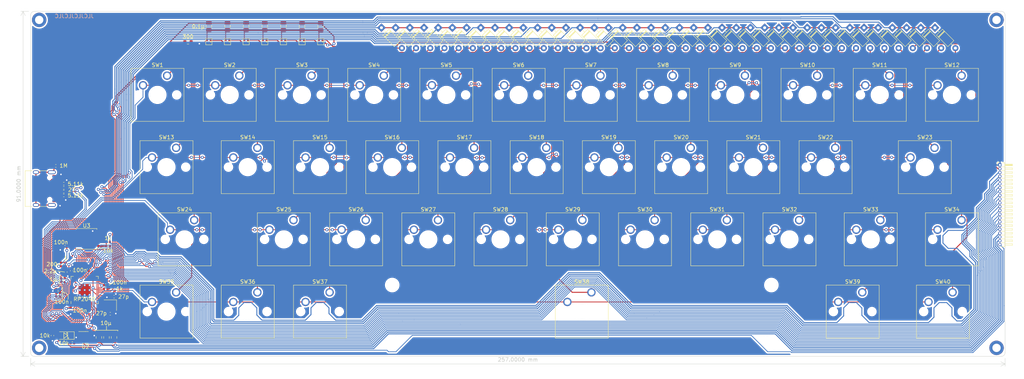
<source format=kicad_pcb>
(kicad_pcb (version 20211014) (generator pcbnew)
  (layers (0 "F.Cu" signal) (31 "B.Cu" signal) (34 "B.Paste" user) (35 "F.Paste" user) (36 "B.SilkS" user "B.Silkscreen") (37 "F.SilkS" user "F.Silkscreen") (38 "B.Mask" user) (39 "F.Mask" user) (44 "Edge.Cuts" user))
  (net 0 "")
  (net 1 "+1V1")
  (net 2 "GND")
  (net 3 "+3V3")
  (net 4 "/XIN")
  (net 5 "+5V")
  (net 6 "VS")
  (net 7 "/USB_D+")
  (net 8 "/USB_D-")
  (net 9 "Net-(D1-Pad3)")
  (net 10 "Net-(D2-Pad3)")
  (net 11 "Net-(D3-Pad3)")
  (net 12 "/~{USB_BOOT}")
  (net 13 "/QSPI_SS")
  (net 14 "/XOUT")
  (net 15 "Net-(D4-Pad3)")
  (net 16 "/QSPI_SD1")
  (net 17 "/QSPI_SD2")
  (net 18 "/QSPI_SD0")
  (net 19 "/QSPI_SCLK")
  (net 20 "/QSPI_SD3")
  (net 21 "/RUN")
  (net 22 "/SWCLK")
  (net 23 "/SWD")
  (net 24 "/GPIO29_ADC3")
  (net 25 "/GPIO28_ADC2")
  (net 26 "/GPIO27_ADC1")
  (net 27 "/GPIO26_ADC0")
  (net 28 "/GPIO25")
  (net 29 "/GPIO24")
  (net 30 "/GPIO23")
  (net 31 "/GPIO22")
  (net 32 "/GPIO21")
  (net 33 "/GPIO20")
  (net 34 "/GPIO19")
  (net 35 "/GPIO18")
  (net 36 "/GPIO17")
  (net 37 "Net-(C23-Pad1)")
  (net 38 "/C1")
  (net 39 "Net-(D8-Pad2)")
  (net 40 "/C2")
  (net 41 "Net-(D9-Pad2)")
  (net 42 "/C3")
  (net 43 "Net-(D10-Pad2)")
  (net 44 "/C4")
  (net 45 "Net-(D11-Pad2)")
  (net 46 "/C5")
  (net 47 "Net-(D12-Pad2)")
  (net 48 "/C6")
  (net 49 "Net-(D13-Pad2)")
  (net 50 "/C7")
  (net 51 "Net-(D14-Pad2)")
  (net 52 "/C8")
  (net 53 "Net-(D15-Pad2)")
  (net 54 "/USB_DP")
  (net 55 "/USB_DM")
  (net 56 "/C9")
  (net 57 "Net-(D16-Pad2)")
  (net 58 "/C10")
  (net 59 "Net-(D17-Pad2)")
  (net 60 "/C11")
  (net 61 "Net-(D18-Pad2)")
  (net 62 "/C12")
  (net 63 "Net-(D19-Pad2)")
  (net 64 "Net-(D20-Pad2)")
  (net 65 "Net-(D21-Pad2)")
  (net 66 "Net-(D22-Pad2)")
  (net 67 "Net-(D23-Pad2)")
  (net 68 "Net-(D24-Pad2)")
  (net 69 "Net-(D25-Pad2)")
  (net 70 "Net-(D26-Pad2)")
  (net 71 "Net-(D27-Pad2)")
  (net 72 "Net-(D28-Pad2)")
  (net 73 "Net-(D29-Pad2)")
  (net 74 "Net-(D30-Pad2)")
  (net 75 "Net-(D31-Pad2)")
  (net 76 "Net-(D32-Pad2)")
  (net 77 "Net-(D33-Pad2)")
  (net 78 "Net-(D34-Pad2)")
  (net 79 "Net-(D35-Pad2)")
  (net 80 "Net-(D36-Pad2)")
  (net 81 "Net-(D37-Pad2)")
  (net 82 "Net-(D38-Pad2)")
  (net 83 "Net-(D39-Pad2)")
  (net 84 "Net-(D40-Pad2)")
  (net 85 "Net-(D41-Pad2)")
  (net 86 "Net-(D42-Pad2)")
  (net 87 "Net-(D43-Pad2)")
  (net 88 "Net-(D44-Pad2)")
  (net 89 "Net-(D45-Pad2)")
  (net 90 "Net-(D46-Pad2)")
  (net 91 "Net-(D47-Pad2)")
  (net 92 "Net-(D1-Pad1)")
  (net 93 "/LEDS")
  (net 94 "Net-(D5-Pad3)")
  (net 95 "/R1")
  (net 96 "/R2")
  (net 97 "/R3")
  (net 98 "/R4")
  (net 100 "Net-(D6-Pad3)")
  (net 101 "/NEOPX_OUT")
  (net 102 "/ADC_VREF")
  (net 103 "/3V3_EN")
  (net 104 "Net-(J2-PadA5)")
  (net 106 "Net-(J2-PadB5)")
  (net 108 "Net-(J2-PadS1)")
  (net 109 "/ADC_AVDD")
  (footprint "Button_Switch_Keyboard:SW_Cherry_MX_1.00u_PCB" (layer "F.Cu") (at 219.95 154)
    (fp_text reference "SW17")
    (fp_text value "SW_Push")
  )
  (footprint "Diode_SMD:D_SOD-123" (layer "F.Cu") (at 112.25 203.5 180)
    (fp_text reference "D48" hide)
    (fp_text value "MBR0540" hide)
  )
  (footprint "Button_Switch_Keyboard:SW_Cherry_MX_1.00u_PCB" (layer "F.Cu") (at 200.9 154)
    (fp_text reference "SW16")
    (fp_text value "SW_Push")
  )
  (footprint "Button_Switch_Keyboard:SW_Cherry_MX_1.00u_PCB" (layer "F.Cu") (at 234.2375 134.95)
    (fp_text reference "SW6")
    (fp_text value "SW_Push")
  )
  (footprint "dip:D_DO-35_SOD27_P7.62mm_Horizontal" (layer "F.Cu") (at 206.750216 122.305924 -45)
    (fp_text reference "D42" hide)
    (fp_text value "1N4148" hide)
  )
  (footprint "Button_Switch_Keyboard:SW_Cherry_MX_6.25u_PCB" (layer "F.Cu") (at 250.90625 192.1)
    (fp_text reference "SW38")
    (fp_text value "SW_Push")
  )
  (footprint "dip:D_DO-35_SOD27_P7.62mm_Horizontal" (layer "F.Cu") (at 330.279125 122.305924 -45)
    (fp_text reference "D19" hide)
    (fp_text value "1N4148" hide)
  )
  (footprint "Capacitor_SMD:C_0402_1005Metric" (layer "F.Cu") (at 113.55 196.6375 -90)
    (fp_text reference "C6" hide)
    (fp_text value "100n")
  )
  (footprint "Capacitor_SMD:C_0402_1005Metric" (layer "F.Cu") (at 111.55 188.4 180)
    (fp_text reference "C18" hide)
    (fp_text value "1µ")
  )
  (footprint "dip:D_DO-35_SOD27_P7.62mm_Horizontal" (layer "F.Cu") (at 199.263616 122.305924 -45)
    (fp_text reference "D20" hide)
    (fp_text value "1N4148" hide)
  )
  (footprint "Capacitor_SMD:C_0402_1005Metric" (layer "F.Cu") (at 114 205.5 180)
    (fp_text reference "R4" hide)
    (fp_text value "10k")
  )
  (footprint "dip:D_DO-35_SOD27_P7.62mm_Horizontal" (layer "F.Cu") (at 315.305924 122.305924 -45)
    (fp_text reference "D39" hide)
    (fp_text value "1N4148" hide)
  )
  (footprint "Capacitor_SMD:C_0402_1005Metric" (layer "F.Cu") (at 112.25 186.75 -90)
    (fp_text reference "C25" hide)
    (fp_text value "2.2µ")
  )
  (footprint "dip:D_DO-35_SOD27_P7.62mm_Horizontal" (layer "F.Cu") (at 334.022425 122.305924 -45)
    (fp_text reference "D30" hide)
    (fp_text value "1N4148" hide)
  )
  (footprint "Capacitor_SMD:C_0805_2012Metric" (layer "F.Cu") (at 159.833332 122 -90)
    (fp_text reference "C12" hide)
    (fp_text value "0.1µ" hide)
  )
  (footprint "Button_Switch_Keyboard:SW_Cherry_MX_1.00u_PCB" (layer "F.Cu") (at 215.1875 134.95)
    (fp_text reference "SW5")
    (fp_text value "SW_Push")
  )
  (footprint "Button_Switch_Keyboard:SW_Cherry_MX_1.00u_PCB" (layer "F.Cu") (at 239 154)
    (fp_text reference "SW18")
    (fp_text value "SW_Push")
  )
  (footprint "Button_Switch_Keyboard:SW_Cherry_MX_1.00u_PCB" (layer "F.Cu") (at 348.5375 134.95)
    (fp_text reference "SW12")
    (fp_text value "SW_Push")
  )
  (footprint "Capacitor_SMD:C_0805_2012Metric" (layer "F.Cu") (at 125 204 -90)
    (fp_text reference "C20" hide)
    (fp_text value "10µ" hide)
  )
  (footprint "Capacitor_SMD:C_0402_1005Metric" (layer "F.Cu") (at 124 197.75)
    (fp_text reference "C22" hide)
    (fp_text value "27p")
  )
  (footprint "dip:SK6805-EC-front" (layer "F.Cu") (at 164.749998 126)
    (fp_text reference "D4" hide)
    (fp_text value "SK6805-EC" hide)
  )
  (footprint "Button_Switch_Keyboard:SW_Cherry_MX_1.00u_PCB" (layer "F.Cu") (at 329.4875 134.95)
    (fp_text reference "SW11")
    (fp_text value "SW_Push")
  )
  (footprint "dip:D_DO-35_SOD27_P7.62mm_Horizontal" (layer "F.Cu") (at 292.846122 122.305924 -45)
    (fp_text reference "D37" hide)
    (fp_text value "1N4148" hide)
  )
  (footprint "dip:D_DO-35_SOD27_P7.62mm_Horizontal" (layer "F.Cu") (at 262.89972 122.305924 -45)
    (fp_text reference "D25" hide)
    (fp_text value "1N4148" hide)
  )
  (footprint "dip:D_DO-35_SOD27_P7.62mm_Horizontal" (layer "F.Cu") (at 337.765725 122.305924 -45)
    (fp_text reference "D41" hide)
    (fp_text value "1N4148" hide)
  )
  (footprint "dip:D_DO-35_SOD27_P7.62mm_Horizontal" (layer "F.Cu") (at 326.535825 122.305924 -45)
    (fp_text reference "D46" hide)
    (fp_text value "1N4148" hide)
  )
  (footprint "dip:D_DO-35_SOD27_P7.62mm_Horizontal" (layer "F.Cu") (at 277.872921 122.305924 -45)
    (fp_text reference "D26" hide)
    (fp_text value "1N4148" hide)
  )
  (footprint "dip:D_DO-35_SOD27_P7.62mm_Horizontal" (layer "F.Cu") (at 341.509026 122.305924 -45)
    (fp_text reference "D47" hide)
    (fp_text value "1N4148" hide)
  )
  (footprint "dip:D_DO-35_SOD27_P7.62mm_Horizontal" (layer "F.Cu") (at 229.210018 122.305924 -45)
    (fp_text reference "D32" hide)
    (fp_text value "1N4148" hide)
  )
  (footprint "dip:SK6805-EC-front" (layer "F.Cu") (at 179.5 126)
    (fp_text reference "D7" hide)
    (fp_text value "SK6805-EC" hide)
  )
  (footprint "Capacitor_SMD:C_0805_2012Metric" (layer "F.Cu") (at 121 204 90)
    (fp_text reference "C21" hide)
    (fp_text value "10µ" hide)
  )
  (footprint "Button_Switch_Keyboard:SW_Cherry_MX_1.00u_PCB" (layer "F.Cu") (at 162.8 192.1)
    (fp_text reference "SW36")
    (fp_text value "SW_Push")
  )
  (footprint "Capacitor_SMD:C_0402_1005Metric" (layer "F.Cu") (at 108.75 203.5 -90)
    (fp_text reference "R5" hide)
    (fp_text value "10k")
  )
  (footprint "dip:D_DO-35_SOD27_P7.62mm_Horizontal" (layer "F.Cu") (at 266.64302 122.305924 -45)
    (fp_text reference "D35" hide)
    (fp_text value "1N4148" hide)
  )
  (footprint "Capacitor_SMD:C_0402_1005Metric" (layer "F.Cu") (at 112.25 184.75 -90)
    (fp_text reference "R13" hide)
    (fp_text value "1")
  )
  (footprint "dip:SK6805-EC-front" (layer "F.Cu") (at 159.833332 126)
    (fp_text reference "D3" hide)
    (fp_text value "SK6805-EC" hide)
  )
  (footprint "Button_Switch_Keyboard:SW_Cherry_MX_1.25u_PCB" (layer "F.Cu") (at 141.36875 154)
    (fp_text reference "SW13")
    (fp_text value "SW_Push")
  )
  (footprint "Connector_PinHeader_1.00mm:PinHeader_1x22_P1.00mm_Horizontal" (layer "F.Cu") (at 358.625 158.5)
    (fp_text reference "J1" hide)
    (fp_text value "Conn_01x21")
  )
  (footprint "dip:D_DO-35_SOD27_P7.62mm_Horizontal" (layer "F.Cu") (at 307.819323 122.305924 -45)
    (fp_text reference "D17" hide)
    (fp_text value "1N4148" hide)
  )
  (footprint "dip:D_DO-35_SOD27_P7.62mm_Horizontal" (layer "F.Cu") (at 251.669819 122.305924 -45)
    (fp_text reference "D24" hide)
    (fp_text value "1N4148" hide)
  )
  (footprint "Button_Switch_Keyboard:SW_Cherry_MX_1.00u_PCB" (layer "F.Cu") (at 210.425 173.05)
    (fp_text reference "SW27")
    (fp_text value "SW_Push")
  )
  (footprint "RP2040_minimal:RP2040-QFN-56" (layer "F.Cu") (at 117.25 191.5 90)
    (fp_text reference "U1" hide)
    (fp_text value "RP2040")
  )
  (footprint "Capacitor_SMD:C_0402_1005Metric" (layer "F.Cu") (at 111.74 164.55)
    (fp_text reference "R3" hide)
    (fp_text value "27" hide)
  )
  (footprint "dip:D_DO-35_SOD27_P7.62mm_Horizontal" (layer "F.Cu") (at 217.980117 122.305924 -45)
    (fp_text reference "D43" hide)
    (fp_text value "1N4148" hide)
  )
  (footprint "dip:SK6805-EC-front" (layer "F.Cu") (at 169.666664 126)
    (fp_text reference "D5" hide)
    (fp_text value "SK6805-EC" hide)
  )
  (footprint "Capacitor_SMD:C_0402_1005Metric" (layer "F.Cu") (at 125 193.25)
    (fp_text reference "C23" hide)
    (fp_text value "27p")
  )
  (footprint "dip:SK6805-EC-front" (layer "F.Cu") (at 174.58333 126)
    (fp_text reference "D6" hide)
    (fp_text value "SK6805-EC" hide)
  )
  (footprint "dip:D_DO-35_SOD27_P7.62mm_Horizontal" (layer "F.Cu") (at 232.953318 122.305924 -45)
    (fp_text reference "D44" hide)
    (fp_text value "1N4148" hide)
  )
  (footprint "Capacitor_SMD:C_0402_1005Metric" (layer "F.Cu") (at 110.25 191.2375 180)
    (fp_text reference "C5" hide)
    (fp_text value "100n")
  )
  (footprint "Button_Switch_Keyboard:SW_Cherry_MX_1.00u_PCB" (layer "F.Cu") (at 305.675 173.05)
    (fp_text reference "SW32")
    (fp_text value "SW_Push")
  )
  (footprint "Capacitor_SMD:C_0402_1005Metric" (layer "F.Cu") (at 122.79 191.2)
    (fp_text reference "C8" hide)
    (fp_text value "100n" hide)
  )
  (footprint "dip:D_DO-35_SOD27_P7.62mm_Horizontal" (layer "F.Cu") (at 322.792524 122.305924 -45)
    (fp_text reference "D40" hide)
    (fp_text value "1N4148" hide)
  )
  (footprint "dip:D_DO-35_SOD27_P7.62mm_Horizontal" (layer "F.Cu") (at 203.006916 122.305924 -45)
    (fp_text reference "D31" hide)
    (fp_text value "1N4148" hide)
  )
  (footprint "Button_Switch_Keyboard:SW_Cherry_MX_1.00u_PCB" (layer "F.Cu") (at 286.625 173.05)
    (fp_text reference "SW31")
    (fp_text value "SW_Push")
  )
  (footprint "Button_Switch_Keyboard:SW_Cherry_MX_1.75u_PCB" (layer "F.Cu") (at 341.39375 154)
    (fp_text reference "SW23")
    (fp_text value "SW_Push")
  )
  (footprint "dip:D_DO-35_SOD27_P7.62mm_Horizontal" (layer "F.Cu") (at 285.359522 122.305924 -45)
    (fp_text reference "D15" hide)
    (fp_text value "1N4148" hide)
  )
  (footprint "dip:D_DO-35_SOD27_P7.62mm_Horizontal" (layer "F.Cu") (at 247.926519 122.305924 -45)
    (fp_text reference "D12" hide)
    (fp_text value "1N4148" hide)
  )
  (footprint "Capacitor_SMD:C_0402_1005Metric" (layer "F.Cu") (at 118.48 197.42 -90)
    (fp_text reference "C7" hide)
    (fp_text value "100n" hide)
  )
  (footprint "Capacitor_SMD:C_0402_1005Metric" (layer "F.Cu") (at 123.42 178.85)
    (fp_text reference "R11" hide)
    (fp_text value "1k")
  )
  (footprint "Package_SO:SOIC-8_5.23x5.23mm_P1.27mm" (layer "F.Cu") (at 117.75 178 180)
    (fp_text reference "U3" hide)
    (fp_text value "W25Q128JVS" hide)
  )
  (footprint "Button_Switch_Keyboard:SW_Cherry_MX_1.00u_PCB" (layer "F.Cu") (at 253.2875 134.95)
    (fp_text reference "SW7")
    (fp_text value "SW_Push")
  )
  (footprint "Button_Switch_Keyboard:SW_Cherry_MX_1.25u_PCB" (layer "F.Cu") (at 141.36875 192.1)
    (fp_text reference "SW35")
    (fp_text value "SW_Push")
  )
  (footprint "Button_Switch_Keyboard:SW_Cherry_MX_1.00u_PCB" (layer "F.Cu") (at 348.5375 173.05)
    (fp_text reference "SW34")
    (fp_text value "SW_Push")
  )
  (footprint "Button_Switch_Keyboard:SW_Cherry_MX_1.00u_PCB" (layer "F.Cu") (at 196.1375 134.95)
    (fp_text reference "SW4")
    (fp_text value "SW_Push")
  )
  (footprint "Capacitor_SMD:C_0402_1005Metric" (layer "F.Cu") (at 123.42 179.91 180)
    (fp_text reference "R9" hide)
    (fp_text value "10k")
  )
  (footprint "dip:D_DO-35_SOD27_P7.62mm_Horizontal" (layer "F.Cu") (at 304.076023 122.305924 -45)
    (fp_text reference "D38" hide)
    (fp_text value "1N4148" hide)
  )
  (footprint "Button_Switch_Keyboard:SW_Cherry_MX_1.00u_PCB" (layer "F.Cu") (at 158.0375 134.95)
    (fp_text reference "SW2")
    (fp_text value "SW_Push")
  )
  (footprint "Capacitor_SMD:C_0402_1005Metric" (layer "F.Cu") (at 111 184.75 90)
    (fp_text reference "R10" hide)
    (fp_text value "200")
  )
  (footprint "Button_Switch_Keyboard:SW_Cherry_MX_1.00u_PCB" (layer "F.Cu") (at 315.2 154)
    (fp_text reference "SW22")
    (fp_text value "SW_Push")
  )
  (footprint "dip:SK6805-EC-front" (layer "F.Cu") (at 150 126)
    (fp_text reference "D1" hide)
    (fp_text value "SK6805-EC" hide)
  )
  (footprint "dip:D_DO-35_SOD27_P7.62mm_Horizontal" (layer "F.Cu") (at 214.236817 122.305924 -45)
    (fp_text reference "D21" hide)
    (fp_text value "1N4148" hide)
  )
  (footprint "dip:D_DO-35_SOD27_P7.62mm_Horizontal" (layer "F.Cu") (at 281.616221 122.305924 -45)
    (fp_text reference "D36" hide)
    (fp_text value "1N4148" hide)
  )
  (footprint "Button_Switch_Keyboard:SW_Cherry_MX_1.00u_PCB" (layer "F.Cu") (at 162.8 154)
    (fp_text reference "SW14")
    (fp_text value "SW_Push")
  )
  (footprint "Capacitor_SMD:C_0402_1005Metric" (layer "F.Cu") (at 111.74 166.55 180)
    (fp_text reference "R8" hide)
    (fp_text value "5.11k")
  )
  (footprint "Capacitor_SMD:C_0402_1005Metric" (layer "F.Cu") (at 113.85 186.4 90)
    (fp_text reference "C3" hide)
    (fp_text value "100n")
  )
  (footprint "Capacitor_SMD:C_0402_1005Metric" (layer "F.Cu") (at 125.2 191.2 -90)
    (fp_text reference "R6" hide)
    (fp_text value "1k")
  )
  (footprint "dip:D_DO-35_SOD27_P7.62mm_Horizontal" (layer "F.Cu") (at 296.589422 122.305924 -45)
    (fp_text reference "D16" hide)
    (fp_text value "1N4148" hide)
  )
  (footprint "Crystal:Crystal_SMD_2520-4Pin_2.5x2.0mm" (layer "F.Cu") (at 124 195.5 180)
    (fp_text reference "Y1" hide)
    (fp_text value "Crystal_GND24" hide)
  )
  (footprint "Capacitor_SMD:C_0805_2012Metric" (layer "F.Cu") (at 123 204 -90)
    (fp_text reference "C19" hide)
    (fp_text value "10µ")
  )
  (footprint "dip:D_DO-35_SOD27_P7.62mm_Horizontal" (layer "F.Cu") (at 240.439918 122.305924 -45)
    (fp_text reference "D23" hide)
    (fp_text value "1N4148" hide)
  )
  (footprint "MountingHole:MountingHole_2.2mm_M2_DIN965_Pad" (layer "F.Cu") (at 357.75 206.75)
    (fp_text reference "H2" hide)
    (fp_text value "MountingHole")
  )
  (footprint "dip:D_DO-35_SOD27_P7.62mm_Horizontal" (layer "F.Cu") (at 236.696618 122.305924 -45)
    (fp_text reference "D11" hide)
    (fp_text value "1N4148" hide)
  )
  (footprint "Button_Switch_Keyboard:SW_Cherry_MX_1.25u_PCB" (layer "F.Cu") (at 327.10625 173.05)
    (fp_text reference "SW33")
    (fp_text value "SW_Push")
  )
  (footprint "dip:D_DO-35_SOD27_P7.62mm_Horizontal" (layer "F.Cu") (at 270.386321 122.305924 -45)
    (fp_text reference "D45" hide)
    (fp_text value "1N4148" hide)
  )
  (footprint "Button_Switch_Keyboard:SW_Cherry_MX_1.00u_PCB" (layer "F.Cu") (at 296.15 154)
    (fp_text reference "SW21")
    (fp_text value "SW_Push")
  )
  (footprint "Button_Switch_Keyboard:SW_Cherry_MX_1.25u_PCB" (layer "F.Cu") (at 346.15625 192.1)
    (fp_text reference "SW40")
    (fp_text value "SW_Push")
  )
  (footprint "Button_Switch_Keyboard:SW_Cherry_MX_1.00u_PCB" (layer "F.Cu") (at 229.475 173.05)
    (fp_text reference "SW28")
    (fp_text value "SW_Push")
  )
  (footprint "Button_Switch_Keyboard:SW_Cherry_MX_1.00u_PCB" (layer "F.Cu") (at 248.525 173.05)
    (fp_text reference "SW29")
    (fp_text value "SW_Push")
  )
  (footprint "Capacitor_SMD:C_0805_2012Metric" (layer "F.Cu") (at 164.75 122 -90)
    (fp_text reference "C13" hide)
    (fp_text value "0.1µ" hide)
  )
  (footprint "dip:D_DO-35_SOD27_P7.62mm_Horizontal" (layer "F.Cu") (at 274.129621 122.305924 -45)
    (fp_text reference "D14" hide)
    (fp_text value "1N4148" hide)
  )
  (footprint "dip:D_DO-35_SOD27_P7.62mm_Horizontal" (layer "F.Cu") (at 300.332723 122.305924 -45)
    (fp_text reference "D28" hide)
    (fp_text value "1N4148" hide)
  )
  (footprint "Button_Switch_Keyboard:SW_Cherry_MX_1.25u_PCB" (layer "F.Cu") (at 322.34375 192.1)
    (fp_text reference "SW39")
    (fp_text value "SW_Push")
  )
  (footprint "Button_Switch_Keyboard:SW_Cherry_MX_1.00u_PCB" (layer "F.Cu") (at 172.325 173.05)
    (fp_text reference "SW25")
    (fp_text value "SW_Push")
  )
  (footprint "dip:D_DO-35_SOD27_P7.62mm_Horizontal" (layer "F.Cu") (at 289.102822 122.305924 -45)
    (fp_text reference "D27" hide)
    (fp_text value "1N4148" hide)
  )
  (footprint "dip:SK6805-EC-front" (layer "F.Cu") (at 154.916666 126)
    (fp_text reference "D2" hide)
    (fp_text value "SK6805-EC" hide)
  )
  (footprint "Button_Switch_Keyboard:SW_Cherry_MX_1.00u_PCB" (layer "F.Cu") (at 272.3375 134.95)
    (fp_text reference "SW8")
    (fp_text value "SW_Push")
  )
  (footprint "dip:D_DO-35_SOD27_P7.62mm_Horizontal" (layer "F.Cu") (at 195.520315 122.305924 -45)
    (fp_text reference "D8" hide)
    (fp_text value "1N4148" hide)
  )
  (footprint "Button_Switch_Keyboard:SW_Cherry_MX_1.75u_PCB" (layer "F.Cu") (at 146.13125 173.05)
    (fp_text reference "SW24")
    (fp_text value "SW_Push")
  )
  (footprint "Resistor_SMD:R_0603_1608Metric" (layer "F.Cu") (at 144.5 126.1 180)
    (fp_text reference "R1" hide)
    (fp_text value "300")
  )
  (footprint "dip:D_DO-35_SOD27_P7.62mm_Horizontal" (layer "F.Cu") (at 210.493516 122.305924 -45)
    (fp_text reference "D9" hide)
    (fp_text value "1N4148" hide)
  )
  (footprint "Button_Switch_Keyboard:SW_Cherry_MX_1.00u_PCB" (layer "F.Cu") (at 191.375 173.05)
    (fp_text reference "SW26")
    (fp_text value "SW_Push")
  )
  (footprint "dip:D_DO-35_SOD27_P7.62mm_Horizontal" (layer "F.Cu") (at 311.562623 122.305924 -45)
    (fp_text reference "D29" hide)
    (fp_text value "1N4148" hide)
  )
  (footprint "Button_Switch_Keyboard:SW_Cherry_MX_1.00u_PCB" (layer "F.Cu") (at 277.1 154)
    (fp_text reference "SW20")
    (fp_text value "SW_Push")
  )
  (footprint "Button_Switch_Keyboard:SW_Cherry_MX_1.00u_PCB" (layer "F.Cu") (at 267.575 173.05)
    (fp_text reference "SW30")
    (fp_text value "SW_Push")
  )
  (footprint "Capacitor_SMD:C_0402_1005Metric" (layer "F.Cu") (at 118.27 185.9375 90)
    (fp_text reference "C9" hide)
    (fp_text value "100n" hide)
  )
  (footprint "dip:D_DO-35_SOD27_P7.62mm_Horizontal" (layer "F.Cu") (at 319.049224 122.305924 -45)
    (fp_text reference "D18" hide)
    (fp_text value "1N4148" hide)
  )
  (footprint "Button_Switch_Keyboard:SW_Cherry_MX_1.00u_PCB" (layer "F.Cu") (at 177.0875 134.95)
    (fp_text reference "SW3")
    (fp_text value "SW_Push")
  )
  (footprint "Capacitor_SMD:C_0805_2012Metric" (layer "F.Cu") (at 150 122 -90)
    (fp_text reference "C10" hide)
    (fp_text value "0.1µ")
  )
  (footprint "dip:D_DO-35_SOD27_P7.62mm_Horizontal" (layer "F.Cu") (at 259.15642 122.305924 -45)
    (fp_text reference "D13" hide)
    (fp_text value "1N4148" hide)
  )
  (footprint "Capacitor_SMD:C_0402_1005Metric" (layer "F.Cu") (at 111.74 163.45 180)
    (fp_text reference "R7" hide)
    (fp_text value "5.11k")
  )
  (footprint "Button_Switch_Keyboard:SW_Cherry_MX_1.00u_PCB" (layer "F.Cu") (at 291.3875 134.95)
    (fp_text reference "SW9")
    (fp_text value "SW_Push")
  )
  (footprint "Button_Switch_Keyboard:SW_Cherry_MX_1.00u_PCB" (layer "F.Cu") (at 258.05 154)
    (fp_text reference "SW19")
    (fp_text value "SW_Push")
  )
  (footprint "Capacitor_SMD:C_0402_1005Metric" (layer "F.Cu") (at 110.25 192.2375 180)
    (fp_text reference "C4" hide)
    (fp_text value "100n" hide)
  )
  (footprint "Capacitor_SMD:C_0402_1005Metric" (layer "F.Cu") (at 111.55 189.4375 180)
    (fp_text reference "C17" hide)
    (fp_text value "1µ" hide)
  )
  (footprint "dip:D_DO-35_SOD27_P7.62mm_Horizontal" (layer "F.Cu") (at 255.41312 122.305924 -45)
    (fp_text reference "D34" hide)
    (fp_text value "1N4148" hide)
  )
  (footprint "dip:D_DO-35_SOD27_P7.62mm_Horizontal" (layer "F.Cu") (at 221.723417 122.305924 -45)
    (fp_text reference "D10" hide)
    (fp_text value "1N4148" hide)
  )
  (footprint "Capacitor_SMD:C_0805_2012Metric" (layer "F.Cu") (at 179.5 122.05 -90)
    (fp_text reference "C16" hide)
    (fp_text value "0.1µ" hide)
  )
  (footprint "Capacitor_SMD:C_0402_1005Metric" (layer "F.Cu") (at 109.64 158.75 180)
    (fp_text reference "R12" hide)
    (fp_text value "1M")
  )
  (footprint "Package_TO_SOT_SMD:SOT-23-5" (layer "F.Cu") (at 117.45 204)
    (fp_text reference "U2")
    (fp_text value "AP2112K-3.3" hide)
  )
  (footprint "Button_Switch_Keyboard:SW_Cherry_MX_1.00u_PCB" (layer "F.Cu") (at 181.85 154)
    (fp_text reference "SW15")
    (fp_text value "SW_Push")
  )
  (footprint "dip:D_DO-35_SOD27_P7.62mm_Horizontal" (layer "F.Cu") (at 244.183219 122.305924 -45)
    (fp_text reference "D33" hide)
    (fp_text value "1N4148" hide)
  )
  (footprint "Capacitor_SMD:C_0402_1005Metric" (layer "F.Cu") (at 112.05 180.1 180)
    (fp_text reference "C24" hide)
    (fp_text value "100n")
  )
  (footprint "Capacitor_SMD:C_0805_2012Metric" (layer "F.Cu") (at 174.58333 122.05 -90)
    (fp_text reference "C15" hide)
    (fp_text value "0.1µ" hide)
  )
  (footprint "Button_Switch_Keyboard:SW_Cherry_MX_1.00u_PCB" (layer "F.Cu") (at 181.85 192.1)
    (fp_text reference "SW37")
    (fp_text value "SW_Push")
  )
  (footprint "Capacitor_SMD:C_0402_1005Metric" (layer "F.Cu") (at 122.79 190.2)
    (fp_text reference "C1" hide)
    (fp_text value "100n")
  )
  (footprint "Capacitor_SMD:C_0402_1005Metric" (layer "F.Cu") (at 110.25 193.2375 180)
    (fp_text reference "C2" hide)
    (fp_text value "100n" hide)
  )
  (footprint "Button_Switch_Keyboard:SW_Cherry_MX_1.00u_PCB" (layer "F.Cu") (at 138.9875 134.95)
    (fp_text reference "SW1")
    (fp_text value "SW_Push")
  )
  (footprint "Button_Switch_Keyboard:SW_Cherry_MX_1.00u_PCB" (layer "F.Cu") (at 310.4375 134.95)
    (fp_text reference "SW10")
    (fp_text value "SW_Push")
  )
  (footprint "dip:D_DO-35_SOD27_P7.62mm_Horizontal" (layer "F.Cu") (at 225.466717 122.305924 -45)
    (fp_text reference "D22" hide)
    (fp_text value "1N4148" hide)
  )
  (footprint "MountingHole:MountingHole_2.2mm_M2_DIN965_Pad" (layer "F.Cu") (at 357.75 120.25)
    (fp_text reference "H3" hide)
    (fp_text value "MountingHole")
  )
  (footprint "MountingHole:MountingHole_2.2mm_M2_DIN965_Pad" (layer "F.Cu") (at 105.25 206.75)
    (fp_text reference "H4" hide)
    (fp_text value "MountingHole")
  )
  (footprint "MountingHole:MountingHole_2.2mm_M2_DIN965_Pad" (layer "F.Cu") (at 105.25 120.25)
    (fp_text reference "H1" hide)
    (fp_text value "MountingHole")
  )
  (footprint "Capacitor_SMD:C_0805_2012Metric" (layer "F.Cu") (at 169.666664 122 -90)
    (fp_text reference "C14" hide)
    (fp_text value "0.1µ" hide)
  )
  (footprint "Connector_USB:USB_C_Receptacle_HRO_TYPE-C-31-M-12" (layer "F.Cu") (at 105.44 164.75 -90)
    (fp_text reference "J2" hide)
    (fp_text value "USB_C_Receptacle_USB2.0" hide)
  )
  (footprint "Capacitor_SMD:C_0402_1005Metric" (layer "F.Cu") (at 111.74 165.55)
    (fp_text reference "R2" hide)
    (fp_text value "27")
  )
  (footprint "Capacitor_SMD:C_0805_2012Metric" (layer "F.Cu") (at 154.916666 122 -90)
    (fp_text reference "C11" hide)
    (fp_text value "0.1µ" hide)
  )
  (gr_line (start 124.7 189.6) (end 123.7 190.2) (layer "F.SilkS") (width 0.15))
  (gr_line (start 111.75 202.75) (end 112.75 203.5) (layer "F.SilkS") (width 0.15))
  (gr_line (start 112.5 202.75) (end 112.5 203) (layer "F.SilkS") (width 0.15))
  (gr_line (start 112.75 204.25) (end 113 204.25) (layer "F.SilkS") (width 0.15))
  (gr_line (start 112.75 203.5) (end 111.75 204.25) (layer "F.SilkS") (width 0.15))
  (gr_line (start 112.75 202.75) (end 112.5 202.75) (layer "F.SilkS") (width 0.15))
  (gr_line (start 111.2 190.8) (end 111.4 190.8) (layer "F.SilkS") (width 0.15))
  (gr_arc (start 111.500609 192.093652) (mid 112.688012 192.680317) (end 112.8 194) (layer "F.SilkS") (width 0.15))
  (gr_line (start 111.75 204.25) (end 111.75 202.75) (layer "F.SilkS") (width 0.15))
  (gr_line (start 112.75 204.25) (end 112.75 202.75) (layer "F.SilkS") (width 0.15))
  (gr_line (start 120 202.3) (end 120 202.1) (layer "F.SilkS") (width 0.15))
  (gr_line (start 126 202.1) (end 126 202.3) (layer "F.SilkS") (width 0.15))
  (gr_line (start 110.6 189.9) (end 110.8 189.9) (layer "F.SilkS") (width 0.15))
  (gr_line (start 113 204.25) (end 113 204) (layer "F.SilkS") (width 0.15))
  (gr_line (start 123 202.1) (end 123 201) (layer "F.SilkS") (width 0.15))
  (gr_line (start 120 202.1) (end 126 202.1) (layer "F.SilkS") (width 0.15))
  (gr_line (start 110 184.7) (end 110.4 184.7) (layer "F.SilkS") (width 0.15))
  (gr_line (start 110.6 187.9) (end 110.6 189.9) (layer "F.SilkS") (width 0.15))
  (gr_line (start 110.6 187.9) (end 110.8 187.9) (layer "F.SilkS") (width 0.15))
  (gr_line (start 111.4 190.8) (end 111.4 193.7) (layer "F.SilkS") (width 0.15))
  (gr_line (start 111.4 193.7) (end 111.2 193.7) (layer "F.SilkS") (width 0.15))
  (gr_line (start 110.6 188.9) (end 110 188.9) (layer "F.SilkS") (width 0.15))
  (gr_line (start 110.1 186.5) (end 111.7 186.7) (layer "F.SilkS") (width 0.15))
  (gr_line (start 103 208) (end 103 119) (layer "Edge.Cuts") (width 0.1))
  (gr_line (start 359 209) (end 104 209) (layer "Edge.Cuts") (width 0.1))
  (gr_arc (start 103 119) (mid 103.292893 118.292893) (end 104 118) (layer "Edge.Cuts") (width 0.1))
  (gr_arc (start 104 209) (mid 103.292893 208.707107) (end 103 208) (layer "Edge.Cuts") (width 0.1))
  (gr_line (start 359 118) (end 104 118) (layer "Edge.Cuts") (width 0.1))
  (gr_arc (start 359 118) (mid 359.707107 118.292893) (end 360 119) (layer "Edge.Cuts") (width 0.1))
  (gr_line (start 360 208) (end 360 119) (layer "Edge.Cuts") (width 0.1))
  (gr_arc (start 360 208) (mid 359.707107 208.707107) (end 359 209) (layer "Edge.Cuts") (width 0.1))
  (gr_text "JLCJLCJLCJLC" (at 114.5 119.25) (layer "B.SilkS") (effects (font (size 1 1)) (justify mirror)))
  (dimension (type aligned) (layer "Edge.Cuts") (pts (xy 103 209) (xy 360 209)) (height 2) (gr_text "257.0000 mm" (at 231.5 209.85) (layer "Edge.Cuts") (effects (font (size 1 1) (thickness 0.15)))) (format (units 3) (units_format 1) (precision 4)) (style (thickness 0.1) (arrow_length 1.27) (text_position_mode 0) (extension_height 0.58642) (extension_offset 0.5) keep_text_aligned))
  (dimension (type aligned) (layer "Edge.Cuts") (pts (xy 103 209) (xy 103 118)) (height -2) (gr_text "91.0000 mm" (at 99.85 163.5 90) (layer "Edge.Cuts") (effects (font (size 1 1) (thickness 0.15)))) (format (units 3) (units_format 1) (precision 4)) (style (thickness 0.1) (arrow_length 1.27) (text_position_mode 0) (extension_height 0.58642) (extension_offset 0.5) keep_text_aligned))
  (segment (start 110.73 193.2375) (end 110.73 193.17) (width 0.2) (layer "F.Cu") (net 1))
  (segment (start 110.73 193.2375) (end 111.30952 192.65798) (width 0.2) (layer "F.Cu") (net 1))
  (segment (start 120.6875 190.9) (end 121.61 190.9) (width 0.2) (layer "F.Cu") (net 1))
  (segment (start 111.30952 192.225445) (end 111.30952 192.08048) (width 0.2) (layer "F.Cu") (net 1))
  (segment (start 112.2925 189.7) (end 113.8125 189.7) (width 0.2) (layer "F.Cu") (net 1))
  (segment (start 122.31 190.2) (end 121.9795 190.2) (width 0.2) (layer "F.Cu") (net 1))
  (segment (start 112.03 189.4375) (end 112.234715 189.4375) (width 0.2) (layer "F.Cu") (net 1))
  (segment (start 122.31 190.2) (end 122.338425 190.2) (width 0.2) (layer "F.Cu") (net 1))
  (segment (start 112.03 189.4375) (end 112.2925 189.7) (width 0.2) (layer "F.Cu") (net 1))
  (segment (start 121.61 190.9) (end 122.31 190.2) (width 0.2) (layer "F.Cu") (net 1))
  (segment (start 112.234715 189.4375) (end 112.399096 189.273119) (width 0.2) (layer "F.Cu") (net 1))
  (segment (start 110.1075 193.86) (end 108.91 193.86) (width 0.2) (layer "F.Cu") (net 1))
  (segment (start 110.73 193.2375) (end 110.1075 193.86) (width 0.2) (layer "F.Cu") (net 1))
  (segment (start 111.30952 192.08048) (end 111.69048 191.69952) (width 0.2) (layer "F.Cu") (net 1))
  (segment (start 111.69048 191.69952) (end 113.81 191.69952) (width 0.2) (layer "F.Cu") (net 1))
  (segment (start 113.8125 191.7) (end 114.718496 191.7) (width 0.2) (layer "F.Cu") (net 1))
  (segment (start 121.9795 190.2) (end 121.78 190.3995) (width 0.2) (layer "F.Cu") (net 1))
  (segment (start 111.30952 192.65798) (end 111.30952 192.225445) (width 0.2) (layer "F.Cu") (net 1))
  (segment (start 114.718496 191.7) (end 114.783762 191.765266) (width 0.2) (layer "F.Cu") (net 1))
  (via (at 121.78 190.3995) (size 0.8) (drill 0.4) (layers "F.Cu" "B.Cu") (net 1))
  (via (at 108.91 193.86) (size 0.8) (drill 0.4) (layers "F.Cu" "B.Cu") (net 1))
  (via (at 112.399096 189.273119) (size 0.8) (drill 0.4) (layers "F.Cu" "B.Cu") (net 1))
  (via (at 114.783762 191.765266) (size 0.8) (drill 0.4) (layers "F.Cu" "B.Cu") (net 1))
  (segment (start 116.574511 190.549305) (end 116.574511 190.052651) (width 0.2) (layer "B.Cu") (net 1))
  (segment (start 116.574511 190.052651) (end 117.001673 189.625489) (width 0.2) (layer "B.Cu") (net 1))
  (segment (start 115.648539 190.900489) (end 116.223327 190.900489) (width 0.2) (layer "B.Cu") (net 1))
  (segment (start 112.399096 192.100904) (end 112.399096 189.273119) (width 0.2) (layer "B.Cu") (net 1))
  (segment (start 110.64 193.86) (end 112.399096 192.100904) (width 0.2) (layer "B.Cu") (net 1))
  (segment (start 108.91 193.86) (end 110.64 193.86) (width 0.2) (layer "B.Cu") (net 1))
  (segment (start 121.005989 189.625489) (end 121.78 190.3995) (width 0.2) (layer "B.Cu") (net 1))
  (segment (start 117.001673 189.625489) (end 121.005989 189.625489) (width 0.2) (layer "B.Cu") (net 1))
  (segment (start 116.223327 190.900489) (end 116.574511 190.549305) (width 0.2) (layer "B.Cu") (net 1))
  (segment (start 114.783762 191.765266) (end 115.648539 190.900489) (width 0.2) (layer "B.Cu") (net 1))
  (segment (start 118.27 184.55) (end 118.26 184.54) (width 0.2) (layer "F.Cu") (net 2))
  (segment (start 109.77 191.2375) (end 109.362 191.2375) (width 0.2) (layer "F.Cu") (net 2))
  (segment (start 174.58333 123) (end 174.10833 123.475) (width 0.2) (layer "F.Cu") (net 2))
  (segment (start 121.35 176.095) (end 119.505 176.095) (width 0.2) (layer "F.Cu") (net 2))
  (segment (start 125.65 190.1375) (end 126.05 190.5375) (width 0.2) (layer "F.Cu") (net 2))
  (segment (start 120.2446 203.05) (end 119.780516 203.514084) (width 0.2) (layer "F.Cu") (net 2))
  (segment (start 118.48 197.9) (end 118.6 198.02) (width 0.2) (layer "F.Cu") (net 2))
  (segment (start 109.485 161.5) (end 110.27 161.5) (width 0.2) (layer "F.Cu") (net 2))
  (segment (start 148.479942 126.520058) (end 147.5 126.520058) (width 0.2) (layer "F.Cu") (net 2))
  (segment (start 125.48 193.25) (end 125.48 192.561522) (width 0.2) (layer "F.Cu") (net 2))
  (segment (start 154.916666 123) (end 154.441666 123.475) (width 0.2) (layer "F.Cu") (net 2))
  (segment (start 116.3125 204) (end 115 204) (width 0.2) (layer "F.Cu") (net 2))
  (segment (start 109.362 191.2375) (end 108.8495 191.75) (width 0.2) (layer "F.Cu") (net 2))
  (segment (start 109.485 161.5) (end 110.12 160.865) (width 0.2) (layer "F.Cu") (net 2))
  (segment (start 112.22 163.45) (end 112.22 162.78) (width 0.2) (layer "F.Cu") (net 2))
  (segment (start 110.5 161.5) (end 111 161) (width 0.2) (layer "F.Cu") (net 2))
  (segment (start 159.833332 123) (end 159.358332 123.475) (width 0.2) (layer "F.Cu") (net 2))
  (segment (start 123.125 194.8) (end 123.125 193.415) (width 0.2) (layer "F.Cu") (net 2))
  (segment (start 124.48 197.75) (end 124.48 196.595) (width 0.2) (layer "F.Cu") (net 2))
  (segment (start 121 203.05) (end 120.2446 203.05) (width 0.2) (layer "F.Cu") (net 2))
  (segment (start 125.48 192.561522) (end 125.471043 192.552565) (width 0.2) (layer "F.Cu") (net 2))
  (segment (start 150 123.05) (end 149.525 123.525) (width 0.2) (layer "F.Cu") (net 2))
  (segment (start 118.6 198.02) (end 118.6 200) (width 0.2) (layer "F.Cu") (net 2))
  (segment (start 111.57 180.1) (end 111.57 180.16) (width 0.2) (layer "F.Cu") (net 2))
  (segment (start 112.25 187.23) (end 112.25 187.28285) (width 0.2) (layer "F.Cu") (net 2))
  (segment (start 124.48 196.595) (end 124.875 196.2) (width 0.2) (layer "F.Cu") (net 2))
  (segment (start 179.025 123.475) (end 179.025 125.575) (width 0.2) (layer "F.Cu") (net 2))
  (segment (start 121.1 203.05) (end 123 204.95) (width 0.2) (layer "F.Cu") (net 2))
  (segment (start 159.833332 122.95) (end 164.75 122.95) (width 0.2) (layer "F.Cu") (net 2))
  (segment (start 154.441666 123.475) (end 154.441666 125.575) (width 0.2) (layer "F.Cu") (net 2))
  (segment (start 148.6 126.4) (end 148.479942 126.520058) (width 0.2) (layer "F.Cu") (net 2))
  (segment (start 126.05 190.5375) (end 126.05 192.68) (width 0.2) (layer "F.Cu") (net 2))
  (segment (start 113.55 197.1175) (end 113.55 197.84) (width 0.2) (layer "F.Cu") (net 2))
  (segment (start 169.191664 123.475) (end 169.191664 125.575) (width 0.2) (layer "F.Cu") (net 2))
  (segment (start 169.666664 122.95) (end 174.53333 122.95) (width 0.2) (layer "F.Cu") (net 2))
  (segment (start 109.77 191.2375) (end 109.77 193.2375) (width 0.2) (layer "F.Cu") (net 2))
  (segment (start 111.57 180.16) (end 110.82 180.91) (width 0.2) (layer "F.Cu") (net 2))
  (segment (start 125.41 197.75) (end 125.46 197.7) (width 0.2) (layer "F.Cu") (net 2))
  (segment (start 109.485 161.5) (end 110.5 161.5) (width 0.2) (layer "F.Cu") (net 2))
  (segment (start 121 203.05) (end 121.1 203.05) (width 0.2) (layer "F.Cu") (net 2))
  (segment (start 118.27 185.4575) (end 118.27 184.55) (width 0.2) (layer "F.Cu") (net 2))
  (segment (start 123.27 190.2) (end 123.27 191.2) (width 0.2) (layer "F.Cu") (net 2))
  (segment (start 111.07 188.4) (end 111.02096 188.35096) (width 0.2) (layer "F.Cu") (net 2))
  (segment (start 112.22 162.78) (end 112.5 162.5) (width 0.2) (layer "F.Cu") (net 2))
  (segment (start 164.75 122.95) (end 169.666664 122.95) (width 0.2) (layer "F.Cu") (net 2))
  (segment (start 149.525 123.525) (end 149.525 125.625) (width 0.2) (layer "F.Cu") (net 2))
  (segment (start 149.525 125.525) (end 149.475 125.525) (width 0.2) (layer "F.Cu") (net 2))
  (segment (start 150 122.95) (end 154.916666 122.95) (width 0.2) (layer "F.Cu") (net 2))
  (segment (start 164.749998 123) (end 164.274998 123.475) (width 0.2) (layer "F.Cu") (net 2))
  (segment (start 111.02096 187.03) (end 110.90096 186.91) (width 0.2) (layer "F.Cu") (net 2))
  (segment (start 174.58333 123) (end 179.5 123) (width 0.2) (layer "F.Cu") (net 2))
  (segment (start 149.475 125.525) (end 148.6 126.4) (width 0.2) (layer "F.Cu") (net 2))
  (segment (start 174.10833 123.475) (end 174.10833 125.575) (width 0.2) (layer "F.Cu") (net 2))
  (segment (start 126.05 192.68) (end 125.48 193.25) (width 0.2) (layer "F.Cu") (net 2))
  (segment (start 119.505 176.095) (end 119.35 175.94) (width 0.2) (layer "F.Cu") (net 2))
  (segment (start 119.11 191.5) (end 118.525 191.5) (width 0.2) (layer "F.Cu") (net 2))
  (segment (start 111.07 188.4) (end 111.07 188.27) (width 0.2) (layer "F.Cu") (net 2))
  (segment (start 159.358332 123.475) (end 159.358332 125.575) (width 0.2) (layer "F.Cu") (net 2))
  (segment (start 174.53333 122.95) (end 174.58333 123) (width 0.2) (layer "F.Cu") (net 2))
  (segment (start 112.22 167.72) (end 112.25 167.75) (width 0.2) (layer "F.Cu") (net 2))
  (segment (start 109.485 168) (end 109.5 168) (width 0.2) (layer "F.Cu") (net 2))
  (segment (start 113.85 185.104174) (end 114.069733 184.884441) (width 0.2) (layer "F.Cu") (net 2))
  (segment (start 111.07 188.4) (end 111.07 189.4375) (width 0.2) (layer "F.Cu") (net 2))
  (segment (start 164.274998 123.475) (end 164.274998 125.575) (width 0.2) (layer "F.Cu") (net 2))
  (segment (start 124.850925 190.1375) (end 125.65 190.1375) (width 0.2) (layer "F.Cu") (net 2))
  (segment (start 123 204.95) (end 125 204.95) (width 0.2) (layer "F.Cu") (net 2))
  (segment (start 120.11 192.5) (end 119.11 191.5) (width 0.2) (layer "F.Cu") (net 2))
  (segment (start 169.666664 123) (end 169.191664 123.475) (width 0.2) (layer "F.Cu") (net 2))
  (segment (start 110.12 160.865) (end 110.12 158.75) (width 0.2) (layer "F.Cu") (net 2))
  (segment (start 179.5 123) (end 179.025 123.475) (width 0.2) (layer "F.Cu") (net 2))
  (segment (start 113.85 185.92) (end 113.85 185.104174) (width 0.2) (layer "F.Cu") (net 2))
  (segment (start 120.6875 192.5) (end 120.11 192.5) (width 0.2) (layer "F.Cu") (net 2))
  (segment (start 123.125 193.415) (end 123.11 193.4) (width 0.2) (layer "F.Cu") (net 2))
  (segment (start 124.48 197.75) (end 125.41 197.75) (width 0.2) (layer "F.Cu") (net 2))
  (segment (start 111.02096 188.35096) (end 111.02096 187.03) (width 0.2) (layer "F.Cu") (net 2))
  (segment (start 123.27 191.2) (end 123.788425 191.2) (width 0.2) (layer "F.Cu") (net 2))
  (segment (start 108.75 203.98) (end 108.75 204.88) (width 0.2) (layer "F.Cu") (net 2))
  (segment (start 112.22 166.55) (end 112.22 167.72) (width 0.2) (layer "F.Cu") (net 2))
  (segment (start 110.90096 186.91) (end 110.6 186.91) (width 0.2) (layer "F.Cu") (net 2))
  (segment (start 109.5 168) (end 110.75 169.25) (width 0.2) (layer "F.Cu") (net 2))
  (segment (start 159.833332 122.95) (end 154.916666 122.95) (width 0.2) (layer "F.Cu") (net 2))
  (segment (start 123.788425 191.2) (end 124.850925 190.1375) (width 0.2) (layer "F.Cu") (net 2))
  (segment (start 112.25 187.28285) (end 112.781919 187.814769) (width 0.2) (layer "F.Cu") (net 2))
  (via (at 114.069733 184.884441) (size 0.8) (drill 0.4) (layers "F.Cu" "B.Cu") (net 2))
  (via (at 118.6 200) (size 0.8) (drill 0.4) (layers "F.Cu" "B.Cu") (net 2))
  (via (at 118.26 184.54) (size 0.8) (drill 0.4) (layers "F.Cu" "B.Cu") (net 2))
  (via (at 110.6 186.91) (size 0.8) (drill 0.4) (layers "F.Cu" "B.Cu") (net 2))
  (via (at 112.5 162.5) (size 0.8) (drill 0.4) (layers "F.Cu" "B.Cu") (net 2))
  (via (at 147.5 126.520058) (size 0.8) (drill 0.4) (layers "F.Cu" "B.Cu") (net 2))
  (via (at 115 204) (size 0.8) (drill 0.4) (layers "F.Cu" "B.Cu") (net 2))
  (via (at 112.25 167.75) (size 0.8) (drill 0.4) (layers "F.Cu" "B.Cu") (net 2))
  (via (at 113.55 197.84) (size 0.8) (drill 0.4) (layers "F.Cu" "B.Cu") (net 2))
  (via (at 119.780516 203.514084) (size 0.8) (drill 0.4) (layers "F.Cu" "B.Cu") (net 2))
  (via (at 111 161) (size 0.8) (drill 0.4) (layers "F.Cu" "B.Cu") (net 2))
  (via (at 108.75 204.88) (size 0.8) (drill 0.4) (layers "F.Cu" "B.Cu") (net 2))
  (via (at 123.11 193.4) (size 0.8) (drill 0.4) (layers "F.Cu" "B.Cu") (net 2))
  (via (at 119.35 175.94) (size 0.8) (drill 0.4) (layers "F.Cu" "B.Cu") (net 2))
  (via (at 125.471043 192.552565) (size 0.8) (drill 0.4) (layers "F.Cu" "B.Cu") (net 2))
  (via (at 110.75 169.25) (size 0.8) (drill 0.4) (layers "F.Cu" "B.Cu") (net 2))
  (via (at 110.82 180.91) (size 0.8) (drill 0.4) (layers "F.Cu" "B.Cu") (net 2))
  (via (at 125.46 197.7) (size 0.8) (drill 0.4) (layers "F.Cu" "B.Cu") (net 2))
  (via (at 112.781919 187.814769) (size 0.8) (drill 0.4) (layers "F.Cu" "B.Cu") (net 2))
  (via (at 108.8495 191.75) (size 0.8) (drill 0.4) (layers "F.Cu" "B.Cu") (net 2))
  (segment (start 113.55 197.84) (end 112.655006 197.84) (width 0.2) (layer "B.Cu") (net 2))
  (segment (start 115.035741 192.775) (end 115.975 192.775) (width 0.2) (layer "B.Cu") (net 2))
  (segment (start 115.975 190.225) (end 115.975 189.800736) (width 0.2) (layer "B.Cu") (net 2))
  (segment (start 115.975 189.800736) (end 114.069733 187.895469) (width 0.2) (layer "B.Cu") (net 2))
  (segment (start 114.069733 187.895469) (end 114.069733 184.884441) (width 0.2) (layer "B.Cu") (net 2))
  (segment (start 111.700489 196.110252) (end 115.035741 192.775) (width 0.2) (layer "B.Cu") (net 2))
  (segment (start 112.655006 197.84) (end 111.700489 196.885483) (width 0.2) (layer "B.Cu") (net 2))
  (segment (start 111.700489 196.885483) (end 111.700489 196.110252) (width 0.2) (layer "B.Cu") (net 2))
  (segment (start 119.12 188.79952) (end 119.4495 189.12902) (width 0.2) (layer "F.Cu") (net 3))
  (segment (start 117.98798 202.45048) (end 115.41048 202.45048) (width 0.2) (layer "F.Cu") (net 3))
  (segment (start 115.41048 202.45048) (end 115.41 202.45) (width 0.2) (layer "F.Cu") (net 3))
  (segment (start 112.94048 202.810498) (end 112.94048 205.86048) (width 0.2) (layer "F.Cu") (net 3))
  (segment (start 114.65 188.0625) (end 114.65 189.3) (width 0.2) (layer "F.Cu") (net 3))
  (segment (start 122.21 191.3) (end 122.31 191.2) (width 0.2) (layer "F.Cu") (net 3))
  (segment (start 111.47 191.3) (end 110.73 192.04) (width 0.2) (layer "F.Cu") (net 3))
  (segment (start 113.55 196.0375) (end 114.65 194.9375) (width 0.2) (layer "F.Cu") (net 3))
  (segment (start 112.53 180.1) (end 112.53 181.04) (width 0.2) (layer "F.Cu") (net 3))
  (segment (start 111 185.23) (end 110.41 185.23) (width 0.2) (layer "F.Cu") (net 3))
  (segment (start 118.25 188.0625) (end 118.25 186.6175) (width 0.2) (layer "F.Cu") (net 3))
  (segment (start 119.38702 202.25048) (end 119.38702 201.91298) (width 0.2) (layer "F.Cu") (net 3))
  (segment (start 118.27 186.4175) (end 118.959511 185.727989) (width 0.2) (layer "F.Cu") (net 3))
  (segment (start 114.62 190.9) (end 114.95 190.57) (width 0.2) (layer "F.Cu") (net 3))
  (segment (start 113.8125 189.3) (end 113.280705 189.3) (width 0.2) (layer "F.Cu") (net 3))
  (segment (start 119.4495 189.12902) (end 119.4495 190.879012) (width 0.2) (layer "F.Cu") (net 3))
  (segment (start 123.9 179.91) (end 123.9 180.636537) (width 0.2) (layer "F.Cu") (net 3))
  (segment (start 113.8125 191.3) (end 114.22 191.3) (width 0.2) (layer "F.Cu") (net 3))
  (segment (start 112.725 179.905) (end 112.53 180.1) (width 0.2) (layer "F.Cu") (net 3))
  (segment (start 118.455225 188.79952) (end 119.12 188.79952) (width 0.2) (layer "F.Cu") (net 3))
  (segment (start 119.38702 202.25048) (end 122.20048 202.25048) (width 0.2) (layer "F.Cu") (net 3))
  (segment (start 117.796139 200.532798) (end 118.292419 201.029078) (width 0.2) (layer "F.Cu") (net 3))
  (segment (start 113.07548 189.094775) (end 113.07548 188.87) (width 0.2) (layer "F.Cu") (net 3))
  (segment (start 114.65 206.58) (end 119.551288 206.58) (width 0.2) (layer "F.Cu") (net 3))
  (segment (start 118.5875 203.05) (end 117.98798 202.45048) (width 0.2) (layer "F.Cu") (net 3))
  (segment (start 113.55 196.1575) (end 113.55 196.0375) (width 0.2) (layer "F.Cu") (net 3))
  (segment (start 113.55 196.1575) (end 112.6425 196.1575) (width 0.2) (layer "F.Cu") (net 3))
  (segment (start 123.9 180.636537) (end 123.69315 180.843387) (width 0.2) (layer "F.Cu") (net 3))
  (segment (start 114.22 191.3) (end 114.95 190.57) (width 0.2) (layer "F.Cu") (net 3))
  (segment (start 118.48 196.94) (end 117.796139 197.623861) (width 0.2) (layer "F.Cu") (net 3))
  (segment (start 115.088387 180.843387) (end 114.15 179.905) (width 0.2) (layer "F.Cu") (net 3))
  (segment (start 113.66 206.58) (end 114.65 206.58) (width 0.2) (layer "F.Cu") (net 3))
  (segment (start 118.25 194.9375) (end 118.25 196.71) (width 0.2) (layer "F.Cu") (net 3))
  (segment (start 112.03 188.4) (end 111.42048 187.79048) (width 0.2) (layer "F.Cu") (net 3))
  (segment (start 111.0675 190.9) (end 110.73 191.2375) (width 0.2) (layer "F.Cu") (net 3))
  (segment (start 120.6875 191.3) (end 122.21 191.3) (width 0.2) (layer "F.Cu") (net 3))
  (segment (start 112.94048 205.86048) (end 113.66 206.58) (width 0.2) (layer "F.Cu") (net 3))
  (segment (start 118.959511 184.240008) (end 118.26 183.540497) (width 0.2) (layer "F.Cu") (net 3))
  (segment (start 114.95 189.6) (end 114.65 189.3) (width 0.2) (layer "F.Cu") (net 3))
  (segment (start 123.69315 180.843387) (end 115.088387 180.843387) (width 0.2) (layer "F.Cu") (net 3))
  (segment (start 114.65 187.68) (end 113.85 186.88) (width 0.2) (layer "F.Cu") (net 3))
  (segment (start 113.85 186.88) (end 113.83 186.9) (width 0.2) (layer "F.Cu") (net 3))
  (segment (start 110.73 192.04) (end 110.73 192.2375) (width 0.2) (layer "F.Cu") (net 3))
  (segment (start 117.796139 198.8) (end 117.796139 200.532798) (width 0.2) (layer "F.Cu") (net 3))
  (segment (start 114.95 190.57) (end 114.95 189.6) (width 0.2) (layer "F.Cu") (net 3))
  (segment (start 111.42048 187.79048) (end 111.42048 185.65048) (width 0.2) (layer "F.Cu") (net 3))
  (segment (start 113.107503 186.562497) (end 113.078775 186.533769) (width 0.2) (layer "F.Cu") (net 3))
  (segment (start 119.38702 201.91298) (end 119.76 201.54) (width 0.2) (layer "F.Cu") (net 3))
  (segment (start 119.870488 191.3) (end 119.4495 190.879012) (width 0.2) (layer "F.Cu") (net 3))
  (segment (start 113.8125 190.9) (end 111.0675 190.9) (width 0.2) (layer "F.Cu") (net 3))
  (segment (start 118.5875 203.05) (end 119.38702 202.25048) (width 0.2) (layer "F.Cu") (net 3))
  (segment (start 113.280705 189.3) (end 113.07548 189.094775) (width 0.2) (layer "F.Cu") (net 3))
  (segment (start 110.73 192.2375) (end 110.73 191.2375) (width 0.2) (layer "F.Cu") (net 3))
  (segment (start 113.07548 188.87) (end 112.71976 188.51428) (width 0.2) (layer "F.Cu") (net 3))
  (segment (start 111.42048 185.65048) (end 111 185.23) (width 0.2) (layer "F.Cu") (net 3))
  (segment (start 113.078775 186.533769) (end 113.078775 184.754029) (width 0.2) (layer "F.Cu") (net 3))
  (segment (start 112.14428 188.51428) (end 112.03 188.4) (width 0.2) (layer "F.Cu") (net 3))
  (segment (start 117.796139 197.623861) (end 117.796139 198.8) (width 0.2) (layer "F.Cu") (net 3))
  (segment (start 114.65 188.0625) (end 114.65 187.68) (width 0.2) (layer "F.Cu") (net 3))
  (segment (start 119.551288 206.58) (end 119.873924 206.902636) (width 0.2) (layer "F.Cu") (net 3))
  (segment (start 112.53 181.04) (end 112.54 181.05) (width 0.2) (layer "F.Cu") (net 3))
  (segment (start 122.20048 202.25048) (end 123 203.05) (width 0.2) (layer "F.Cu") (net 3))
  (segment (start 115.41 202.45) (end 113.300978 202.45) (width 0.2) (layer "F.Cu") (net 3))
  (segment (start 114.65 189.3) (end 113.8125 189.3) (width 0.2) (layer "F.Cu") (net 3))
  (segment (start 118.25 188.0625) (end 118.25 188.594295) (width 0.2) (layer "F.Cu") (net 3))
  (segment (start 118.959511 185.727989) (end 118.959511 184.240008) (width 0.2) (layer "F.Cu") (net 3))
  (segment (start 113.445006 186.9) (end 113.107503 186.562497) (width 0.2) (layer "F.Cu") (net 3))
  (segment (start 113.8125 190.9) (end 114.62 190.9) (width 0.2) (layer "F.Cu") (net 3))
  (segment (start 113.300978 202.45) (end 112.94048 202.810498) (width 0.2) (layer "F.Cu") (net 3))
  (segment (start 118.25 188.594295) (end 118.455225 188.79952) (width 0.2) (layer "F.Cu") (net 3))
  (segment (start 112.6425 196.1575) (end 112.4 196.4) (width 0.2) (layer "F.Cu") (net 3))
  (segment (start 114.95 189.6) (end 114.95 190.03) (width 0.2) (layer "F.Cu") (net 3))
  (segment (start 114.15 179.905) (end 112.725 179.905) (width 0.2) (layer "F.Cu") (net 3))
  (segment (start 118.25 196.71) (end 118.48 196.94) (width 0.2) (layer "F.Cu") (net 3))
  (segment (start 123 203.05) (end 125 203.05) (width 0.2) (layer "F.Cu") (net 3))
  (segment (start 112.71976 188.51428) (end 112.14428 188.51428) (width 0.2) (layer "F.Cu") (net 3))
  (segment (start 120.6875 191.3) (end 119.870488 191.3) (width 0.2) (layer "F.Cu") (net 3))
  (segment (start 113.83 186.9) (end 113.445006 186.9) (width 0.2) (layer "F.Cu") (net 3))
  (segment (start 113.8125 191.3) (end 111.47 191.3) (width 0.2) (layer "F.Cu") (net 3))
  (via (at 110.41 185.23) (size 0.8) (drill 0.4) (layers "F.Cu" "B.Cu") (net 3))
  (via (at 118.26 183.540497) (size 0.8) (drill 0.4) (layers "F.Cu" "B.Cu") (net 3))
  (via (at 118.292419 201.029078) (size 0.8) (drill 0.4) (layers "F.Cu" "B.Cu") (net 3))
  (via (at 113.078775 184.754029) (size 0.8) (drill 0.4) (layers "F.Cu" "B.Cu") (net 3))
  (via (at 114.95 190.03) (size 0.8) (drill 0.4) (layers "F.Cu" "B.Cu") (net 3))
  (via (at 119.873924 206.902636) (size 0.8) (drill 0.4) (layers "F.Cu" "B.Cu") (net 3))
  (via (at 117.796139 198.8) (size 0.8) (drill 0.4) (layers "F.Cu" "B.Cu") (net 3))
  (via (at 112.4 196.4) (size 0.8) (drill 0.4) (layers "F.Cu" "B.Cu") (net 3))
  (via (at 112.54 181.05) (size 0.8) (drill 0.4) (layers "F.Cu" "B.Cu") (net 3))
  (via (at 119.76 201.54) (size 0.8) (drill 0.4) (layers "F.Cu" "B.Cu") (net 3))
  (via (at 119.4495 190.879012) (size 0.8) (drill 0.4) (layers "F.Cu" "B.Cu") (net 3))
  (segment (start 114.292307 183.540497) (end 113.078775 184.754029) (width 0.2) (layer "B.Cu") (net 3))
  (segment (start 119.873924 206.902636) (end 120.631288 207.66) (width 0.2) (layer "B.Cu") (net 3))
  (segment (start 112.54 181.05) (end 112.54 183.1) (width 0.2) (layer "B.Cu") (net 3))
  (segment (start 119.4495 197.146639) (end 119.4495 190.879012) (width 0.2) (layer "B.Cu") (net 3))
  (segment (start 118.292419 201.029078) (end 119.249078 201.029078) (width 0.2) (layer "B.Cu") (net 3))
  (segment (start 196.996584 207.37306) (end 197.393045 207.769521) (width 0.2) (layer "B.Cu") (net 3))
  (segment (start 359.69452 195.61452) (end 359.69452 180.56952) (width 0.2) (layer "B.Cu") (net 3))
  (segment (start 303.688488 207.984519) (end 351.525843 207.984519) (width 0.2) (layer "B.Cu") (net 3))
  (segment (start 303.473969 207.77) (end 303.688488 207.984519) (width 0.2) (layer "B.Cu") (net 3))
  (segment (start 126.255098 207.66) (end 126.542038 207.37306) (width 0.2) (layer "B.Cu") (net 3))
  (segment (start 126.542038 207.37306) (end 196.996584 207.37306) (width 0.2) (layer "B.Cu") (net 3))
  (segment (start 359.7 199.810362) (end 359.7 195.62) (width 0.2) (layer "B.Cu") (net 3))
  (segment (start 112.4 196.4) (end 115.396139 196.4) (width 0.2) (layer "B.Cu") (net 3))
  (segment (start 297.393524 207.77) (end 303.473969 207.77) (width 0.2) (layer "B.Cu") (net 3))
  (segment (start 117.796139 198.8) (end 119.4495 197.146639) (width 0.2) (layer "B.Cu") (net 3))
  (segment (start 203.638977 203.469999) (end 293.093523 203.469999) (width 0.2) (layer "B.Cu") (net 3))
  (segment (start 112.54 183.1) (end 110.41 185.23) (width 0.2) (layer "B.Cu") (net 3))
  (segment (start 197.393045 207.769521) (end 199.339455 207.769521) (width 0.2) (layer "B.Cu") (net 3))
  (segment (start 120.631288 207.66) (end 126.255098 207.66) (width 0.2) (layer "B.Cu") (net 3))
  (segment (start 351.525843 207.984519) (end 359.7 199.810362) (width 0.2) (layer "B.Cu") (net 3))
  (segment (start 199.339455 207.769521) (end 203.638977 203.469999) (width 0.2) (layer "B.Cu") (net 3))
  (segment (start 119.249078 201.029078) (end 119.76 201.54) (width 0.2) (layer "B.Cu") (net 3))
  (segment (start 359.69452 180.56952) (end 358.625 179.5) (width 0.2) (layer "B.Cu") (net 3))
  (segment (start 115.396139 196.4) (end 117.796139 198.8) (width 0.2) (layer "B.Cu") (net 3))
  (segment (start 359.7 195.62) (end 359.69452 195.61452) (width 0.2) (layer "B.Cu") (net 3))
  (segment (start 118.26 183.540497) (end 114.292307 183.540497) (width 0.2) (layer "B.Cu") (net 3))
  (segment (start 293.093523 203.469999) (end 297.393524 207.77) (width 0.2) (layer "B.Cu") (net 3))
  (segment (start 123.9 193.55) (end 123.9 192.5) (width 0.2) (layer "F.Cu") (net 4))
  (segment (start 123.52 197.75) (end 123.52 196.595) (width 0.2) (layer "F.Cu") (net 4))
  (segment (start 121.822459 192.20904) (end 121.713419 192.1) (width 0.2) (layer "F.Cu") (net 4))
  (segment (start 123.125 196.2) (end 123.399022 196.2) (width 0.2) (layer "F.Cu") (net 4))
  (segment (start 124 193.65) (end 123.9 193.55) (width 0.2) (layer "F.Cu") (net 4))
  (segment (start 121.713419 192.1) (end 120.6875 192.1) (width 0.2) (layer "F.Cu") (net 4))
  (segment (start 123.9 192.5) (end 123.60904 192.20904) (width 0.2) (layer "F.Cu") (net 4))
  (segment (start 123.60904 192.20904) (end 121.822459 192.20904) (width 0.2) (layer "F.Cu") (net 4))
  (segment (start 124 195.599022) (end 124 193.65) (width 0.2) (layer "F.Cu") (net 4))
  (segment (start 123.52 196.595) (end 123.125 196.2) (width 0.2) (layer "F.Cu") (net 4))
  (segment (start 123.399022 196.2) (end 124 195.599022) (width 0.2) (layer "F.Cu") (net 4))
  (segment (start 174.625489 127.074511) (end 170.741175 127.074511) (width 0.25) (layer "F.Cu") (net 5))
  (segment (start 107.91548 166.32548) (end 108.79 167.2) (width 0.25) (layer "F.Cu") (net 5))
  (segment (start 123.840361 145.644634) (end 124.8774 146.681673) (width 0.25) (layer "F.Cu") (net 5))
  (segment (start 108.75 203.02) (end 110.12 203.02) (width 0.25) (layer "F.Cu") (net 5))
  (segment (start 124.457735 142.924484) (end 124.457734 144.096079) (width 0.25) (layer "F.Cu") (net 5))
  (segment (start 123.840361 144.713452) (end 123.840361 145.644634) (width 0.25) (layer "F.Cu") (net 5))
  (segment (start 155.391666 126.608334) (end 154.925489 127.074511) (width 0.25) (layer "F.Cu") (net 5))
  (segment (start 170.741175 127.074511) (end 170.141664 126.475) (width 0.25) (layer "F.Cu") (net 5))
  (segment (start 110.12 203.02) (end 110.6 203.5) (width 0.25) (layer "F.Cu") (net 5))
  (segment (start 139.312319 126.512319) (end 125.557573 140.267065) (width 0.25) (layer "F.Cu") (net 5))
  (segment (start 169.666664 121.05) (end 174.53333 121.05) (width 0.25) (layer "F.Cu") (net 5))
  (segment (start 123.044856 161.775489) (end 112.199897 161.775489) (width 0.25) (layer "F.Cu") (net 5))
  (segment (start 150 121.05) (end 154.916666 121.05) (width 0.25) (layer "F.Cu") (net 5))
  (segment (start 175.657841 127.074511) (end 179.525489 127.074511) (width 0.25) (layer "F.Cu") (net 5))
  (segment (start 110.6 204.62) (end 109.87 205.35) (width 0.25) (layer "F.Cu") (net 5))
  (segment (start 108.589273 162.3) (end 107.91548 162.973793) (width 0.25) (layer "F.Cu") (net 5))
  (segment (start 175.05833 126.64167) (end 174.625489 127.074511) (width 0.25) (layer "F.Cu") (net 5))
  (segment (start 180.905844 126.475) (end 181.315422 126.884578) (width 0.25) (layer "F.Cu") (net 5))
  (segment (start 155.391666 126.475) (end 155.391666 126.608334) (width 0.25) (layer "F.Cu") (net 5))
  (segment (start 108.79 167.2) (end 109.485 167.2) (width 0.25) (layer "F.Cu") (net 5))
  (segment (start 109.485 162.3) (end 108.589273 162.3) (width 0.25) (layer "F.Cu") (net 5))
  (segment (start 164.75 121.05) (end 169.666664 121.05) (width 0.25) (layer "F.Cu") (net 5))
  (segment (start 103.728842 195.978842) (end 105.505194 197.755194) (width 0.25) (layer "F.Cu") (net 5))
  (segment (start 174.58333 121.1) (end 179.5 121.1) (width 0.25) (layer "F.Cu") (net 5))
  (segment (start 103.728841 188.683342) (end 103.728842 189.035026) (width 0.25) (layer "F.Cu") (net 5))
  (segment (start 179.525489 127.074511) (end 179.975 126.625) (width 0.25) (layer "F.Cu") (net 5))
  (segment (start 165.824509 127.074511) (end 165.224998 126.475) (width 0.25) (layer "F.Cu") (net 5))
  (segment (start 111.474511 168.214511) (end 111.474511 169.775489) (width 0.25) (layer "F.Cu") (net 5))
  (segment (start 124.8774 159.942944) (end 123.044856 161.775489) (width 0.25) (layer "F.Cu") (net 5))
  (segment (start 170.141664 126.475) (end 170.141664 126.558336) (width 0.25) (layer "F.Cu") (net 5))
  (segment (start 110.46 167.2) (end 111.474511 168.214511) (width 0.25) (layer "F.Cu") (net 5))
  (segment (start 170.141664 126.558336) (end 169.625489 127.074511) (width 0.25) (layer "F.Cu") (net 5))
  (segment (start 179.975 126.475) (end 180.905844 126.475) (width 0.25) (layer "F.Cu") (net 5))
  (segment (start 165.224998 126.575002) (end 164.725489 127.074511) (width 0.25) (layer "F.Cu") (net 5))
  (segment (start 174.53333 121.05) (end 174.58333 121.1) (width 0.25) (layer "F.Cu") (net 5))
  (segment (start 160.907843 127.074511) (end 160.308332 126.475) (width 0.25) (layer "F.Cu") (net 5))
  (segment (start 164.725489 127.074511) (end 160.907843 127.074511) (width 0.25) (layer "F.Cu") (net 5))
  (segment (start 160.308332 126.591668) (end 159.825489 127.074511) (width 0.25) (layer "F.Cu") (net 5))
  (segment (start 112.199897 161.775489) (end 111.675386 162.3) (width 0.25) (layer "F.Cu") (net 5))
  (segment (start 151.074511 127.074511) (end 150.475 126.475) (width 0.25) (layer "F.Cu") (net 5))
  (segment (start 165.224998 126.475) (end 165.224998 126.575002) (width 0.25) (layer "F.Cu") (net 5))
  (segment (start 125.557573 140.267065) (end 125.557572 141.824647) (width 0.25) (layer "F.Cu") (net 5))
  (segment (start 103.728842 189.035026) (end 103.728842 195.978842) (width 0.25) (layer "F.Cu") (net 5))
  (segment (start 110.6 203.5) (end 110.6 204.62) (width 0.25) (layer "F.Cu") (net 5))
  (segment (start 108.75 202.050362) (end 108.75 203.02) (width 0.25) (layer "F.Cu") (net 5))
  (segment (start 110.75 170.5) (end 110.75 173.47959) (width 0.25) (layer "F.Cu") (net 5))
  (segment (start 107.91548 162.973793) (end 107.91548 166.32548) (width 0.25) (layer "F.Cu") (net 5))
  (segment (start 182.99002 126.50998) (end 182.99002 124.59002) (width 0.25) (layer "F.Cu") (net 5))
  (segment (start 105.505194 197.755194) (end 105.505193 198.805554) (width 0.25) (layer "F.Cu") (net 5))
  (segment (start 182.99002 124.59002) (end 179.5 121.1) (width 0.25) (layer "F.Cu") (net 5))
  (segment (start 104.717883 179.511708) (end 104.717883 187.694299) (width 0.25) (layer "F.Cu") (net 5))
  (segment (start 154.916666 121.05) (end 159.833332 121.05) (width 0.25) (layer "F.Cu") (net 5))
  (segment (start 124.8774 146.681673) (end 124.8774 159.942944) (width 0.25) (layer "F.Cu") (net 5))
  (segment (start 124.457734 144.096079) (end 123.840361 144.713452) (width 0.25) (layer "F.Cu") (net 5))
  (segment (start 160.308332 126.475) (end 160.308332 126.591668) (width 0.25) (layer "F.Cu") (net 5))
  (segment (start 125.557572 141.824647) (end 124.457735 142.924484) (width 0.25) (layer "F.Cu") (net 5))
  (segment (start 150 121.05) (end 144.774639 121.05) (width 0.25) (layer "F.Cu") (net 5))
  (segment (start 179.975 126.625) (end 179.975 126.475) (width 0.25) (layer "F.Cu") (net 5))
  (segment (start 150.475 126.475) (end 150.475 126.724022) (width 0.25) (layer "F.Cu") (net 5))
  (segment (start 104.717883 187.694299) (end 103.728841 188.683342) (width 0.25) (layer "F.Cu") (net 5))
  (segment (start 159.825489 127.074511) (end 155.991177 127.074511) (width 0.25) (layer "F.Cu") (net 5))
  (segment (start 109.485 167.2) (end 110.46 167.2) (width 0.25) (layer "F.Cu") (net 5))
  (segment (start 111.675386 162.3) (end 109.485 162.3) (width 0.25) (layer "F.Cu") (net 5))
  (segment (start 159.833332 121.05) (end 164.75 121.05) (width 0.25) (layer "F.Cu") (net 5))
  (segment (start 169.625489 127.074511) (end 165.824509 127.074511) (width 0.25) (layer "F.Cu") (net 5))
  (segment (start 154.925489 127.074511) (end 151.074511 127.074511) (width 0.25) (layer "F.Cu") (net 5))
  (segment (start 175.05833 126.475) (end 175.05833 126.64167) (width 0.25) (layer "F.Cu") (net 5))
  (segment (start 111.474511 169.775489) (end 110.75 170.5) (width 0.25) (layer "F.Cu") (net 5))
  (segment (start 144.774639 121.05) (end 139.312319 126.512319) (width 0.25) (layer "F.Cu") (net 5))
  (segment (start 110.75 173.47959) (end 104.717883 179.511708) (width 0.25) (layer "F.Cu") (net 5))
  (segment (start 175.05833 126.475) (end 175.657841 127.074511) (width 0.25) (layer "F.Cu") (net 5))
  (segment (start 155.991177 127.074511) (end 155.391666 126.475) (width 0.25) (layer "F.Cu") (net 5))
  (segment (start 105.505193 198.805554) (end 108.75 202.050362) (width 0.25) (layer "F.Cu") (net 5))
  (via (at 181.315422 126.884578) (size 0.8) (drill 0.4) (layers "F.Cu" "B.Cu") (net 5))
  (via (at 182.99002 126.50998) (size 0.8) (drill 0.4) (layers "F.Cu" "B.Cu") (net 5))
  (via (at 109.87 205.35) (size 0.8) (drill 0.4) (layers "F.Cu" "B.Cu") (net 5))
  (segment (start 109.87 205.35) (end 110.68 206.16) (width 0.25) (layer "B.Cu") (net 5))
  (segment (start 193.479629 206.94854) (end 197.38269 203.045479) (width 0.25) (layer "B.Cu") (net 5))
  (segment (start 351.35 207.56) (end 359.27 199.64) (width 0.25) (layer "B.Cu") (net 5))
  (segment (start 359.27 181.20497) (end 357.875489 179.810459) (width 0.25) (layer "B.Cu") (net 5))
  (segment (start 357.875489 179.810459) (end 357.875489 178.804511) (width 0.25) (layer "B.Cu") (net 5))
  (segment (start 126.366197 206.94854) (end 193.479629 206.94854) (width 0.25) (layer "B.Cu") (net 5))
  (segment (start 126.091206 207.223531) (end 126.366197 206.94854) (width 0.25) (layer "B.Cu") (net 5))
  (segment (start 358.18 178.5) (end 358.625 178.5) (width 0.25) (layer "B.Cu") (net 5))
  (segment (start 197.38269 203.045479) (end 299.34981 203.045479) (width 0.25) (layer "B.Cu") (net 5))
  (segment (start 181.315422 126.884578) (end 182.615422 126.884578) (width 0.25) (layer "B.Cu") (net 5))
  (segment (start 357.875489 178.804511) (end 358.18 178.5) (width 0.25) (layer "B.Cu") (net 5))
  (segment (start 121.219417 207.223531) (end 126.091206 207.223531) (width 0.25) (layer "B.Cu") (net 5))
  (segment (start 303.864331 207.56) (end 351.35 207.56) (width 0.25) (layer "B.Cu") (net 5))
  (segment (start 182.615422 126.884578) (end 182.99002 126.50998) (width 0.25) (layer "B.Cu") (net 5))
  (segment (start 110.68 206.16) (end 120.155886 206.16) (width 0.25) (layer "B.Cu") (net 5))
  (segment (start 299.34981 203.045479) (end 303.864331 207.56) (width 0.25) (layer "B.Cu") (net 5))
  (segment (start 120.155886 206.16) (end 121.219417 207.223531) (width 0.25) (layer "B.Cu") (net 5))
  (segment (start 359.27 199.64) (end 359.27 181.20497) (width 0.25) (layer "B.Cu") (net 5))
  (segment (start 113.52 205.5) (end 113.52 203.88) (width 0.25) (layer "F.Cu") (net 6))
  (segment (start 113.9 203.5) (end 114.35 203.05) (width 0.25) (layer "F.Cu") (net 6))
  (segment (start 116.3125 203.05) (end 117.253928 203.05) (width 0.25) (layer "F.Cu") (net 6))
  (segment (start 120.3 204.25) (end 121 204.95) (width 0.25) (layer "F.Cu") (net 6))
  (segment (start 113.52 203.88) (end 113.9 203.5) (width 0.25) (layer "F.Cu") (net 6))
  (segment (start 118.453928 204.25) (end 120.3 204.25) (width 0.25) (layer "F.Cu") (net 6))
  (segment (start 122.0995 206.0495) (end 125.35 206.0495) (width 0.25) (layer "F.Cu") (net 6))
  (segment (start 117.253928 203.05) (end 118.453928 204.25) (width 0.25) (layer "F.Cu") (net 6))
  (segment (start 121 204.95) (end 122.0995 206.0495) (width 0.25) (layer "F.Cu") (net 6))
  (segment (start 114.35 203.05) (end 116.3125 203.05) (width 0.25) (layer "F.Cu") (net 6))
  (via (at 125.35 206.0495) (size 0.8) (drill 0.4) (layers "F.Cu" "B.Cu") (net 6))
  (segment (start 193.107233 206.0495) (end 197.010296 202.146439) (width 0.25) (layer "B.Cu") (net 6))
  (segment (start 350.977604 206.66096) (end 358.37096 199.267604) (width 0.25) (layer "B.Cu") (net 6))
  (segment (start 358.37096 181.577366) (end 356.976449 180.182853) (width 0.25) (layer "B.Cu") (net 6))
  (segment (start 304.236727 206.66096) (end 350.977604 206.66096) (width 0.25) (layer "B.Cu") (net 6))
  (segment (start 299.722205 202.146439) (end 304.236727 206.66096) (width 0.25) (layer "B.Cu") (net 6))
  (segment (start 358.37096 199.267604) (end 358.37096 181.577366) (width 0.25) (layer "B.Cu") (net 6))
  (segment (start 358.544282 176.5) (end 358.625 176.5) (width 0.25) (layer "B.Cu") (net 6))
  (segment (start 125.35 206.0495) (end 193.107233 206.0495) (width 0.25) (layer "B.Cu") (net 6))
  (segment (start 197.010296 202.146439) (end 299.722205 202.146439) (width 0.25) (layer "B.Cu") (net 6))
  (segment (start 356.976449 180.182853) (end 356.976449 178.067833) (width 0.25) (layer "B.Cu") (net 6))
  (segment (start 356.976449 178.067833) (end 358.544282 176.5) (width 0.25) (layer "B.Cu") (net 6))
  (segment (start 109.485 164.5) (end 110.41 164.5) (width 0.2) (layer "F.Cu") (net 7))
  (segment (start 110.39 165.5) (end 111.21 165.5) (width 0.2) (layer "F.Cu") (net 7))
  (segment (start 110.59 165.3) (end 110.39 165.5) (width 0.2) (layer "F.Cu") (net 7))
  (segment (start 109.485 165.5) (end 110.39 165.5) (width 0.2) (layer "F.Cu") (net 7))
  (segment (start 110.59 164.68) (end 110.59 165.3) (width 0.2) (layer "F.Cu") (net 7))
  (segment (start 110.41 164.5) (end 110.59 164.68) (width 0.2) (layer "F.Cu") (net 7))
  (segment (start 111.21 165.5) (end 111.26 165.55) (width 0.2) (layer "F.Cu") (net 7))
  (segment (start 109.485 165) (end 108.510978 165) (width 0.2) (layer "F.Cu") (net 8))
  (segment (start 108.34 164.829022) (end 108.34 164.15) (width 0.2) (layer "F.Cu") (net 8))
  (segment (start 108.49 164) (end 109.485 164) (width 0.2) (layer "F.Cu") (net 8))
  (segment (start 108.510978 165) (end 108.34 164.829022) (width 0.2) (layer "F.Cu") (net 8))
  (segment (start 109.485 164) (end 110.71 164) (width 0.2) (layer "F.Cu") (net 8))
  (segment (start 110.71 164) (end 111.26 164.55) (width 0.2) (layer "F.Cu") (net 8))
  (segment (start 108.34 164.15) (end 108.49 164) (width 0.2) (layer "F.Cu") (net 8))
  (segment (start 153.292644 125.625) (end 154.192644 126.525) (width 0.25) (layer "F.Cu") (net 9))
  (segment (start 150.475 125.625) (end 153.292644 125.625) (width 0.25) (layer "F.Cu") (net 9))
  (segment (start 154.192644 126.525) (end 154.441666 126.525) (width 0.25) (layer "F.Cu") (net 9))
  (segment (start 155.391666 125.575) (end 158.15931 125.575) (width 0.25) (layer "F.Cu") (net 10))
  (segment (start 158.15931 125.575) (end 159.10931 126.525) (width 0.25) (layer "F.Cu") (net 10))
  (segment (start 159.10931 126.525) (end 159.358332 126.525) (width 0.25) (layer "F.Cu") (net 10))
  (segment (start 163.075976 125.575) (end 164.025976 126.525) (width 0.25) (layer "F.Cu") (net 11))
  (segment (start 164.025976 126.525) (end 164.274998 126.525) (width 0.25) (layer "F.Cu") (net 11))
  (segment (start 160.308332 125.575) (end 163.075976 125.575) (width 0.25) (layer "F.Cu") (net 11))
  (segment (start 123.9 178.85) (end 123.9 176.85098) (width 0.25) (layer "F.Cu") (net 12))
  (segment (start 123.9 176.85098) (end 123.91098 176.84) (width 0.25) (layer "F.Cu") (net 12))
  (via (at 123.91098 176.84) (size 0.8) (drill 0.4) (layers "F.Cu" "B.Cu") (net 12))
  (segment (start 253.061249 186.929814) (end 259.824003 193.692568) (width 0.25) (layer "B.Cu") (net 12))
  (segment (start 315.67 200.058255) (end 317.429229 198.299026) (width 0.25) (layer "B.Cu") (net 12))
  (segment (start 343.61 179.100581) (end 343.61 177.159419) (width 0.25) (layer "B.Cu") (net 12))
  (segment (start 354.561593 167.671593) (end 354.561593 166.156599) (width 0.25) (layer "B.Cu") (net 12))
  (segment (start 161.24356 194.805479) (end 162.65 196.211919) (width 0.25) (layer "B.Cu") (net 12))
  (segment (start 176.935479 197.974521) (end 176.935479 196.19644) (width 0.25) (layer "B.Cu") (net 12))
  (segment (start 124.16048 179.20048) (end 125.596197 179.20048) (width 0.25) (layer "B.Cu") (net 12))
  (segment (start 181.684521 197.704521) (end 183.43718 199.45718) (width 0.25) (layer "B.Cu") (net 12))
  (segment (start 351.77864 184.93) (end 347.353161 180.504521) (width 0.25) (layer "B.Cu") (net 12))
  (segment (start 343.61 177.159419) (end 345.01394 175.755479) (width 0.25) (layer "B.Cu") (net 12))
  (segment (start 194.279671 195.554121) (end 236.263333 195.554121) (width 0.25) (layer "B.Cu") (net 12))
  (segment (start 142.694556 182.707402) (end 143.206557 183.219404) (width 0.25) (layer "B.Cu") (net 12))
  (segment (start 176.935479 196.19644) (end 178.32644 194.805479) (width 0.25) (layer "B.Cu") (net 12))
  (segment (start 129.938658 182.165991) (end 130.182325 181.922324) (width 0.25) (layer "B.Cu") (net 12))
  (segment (start 317.429229 198.299026) (end 317.429229 196.19644) (width 0.25) (layer "B.Cu") (net 12))
  (segment (start 355.90644 164.811752) (end 355.90644 162.88356) (width 0.25) (layer "B.Cu") (net 12))
  (segment (start 190.37661 199.45718) (end 194.279671 195.554121) (width 0.25) (layer "B.Cu") (net 12))
  (segment (start 347.353161 180.504521) (end 345.01394 180.504521) (width 0.25) (layer "B.Cu") (net 12))
  (segment (start 162.65 196.211919) (end 162.65 198.09) (width 0.25) (layer "B.Cu") (net 12))
  (segment (start 133.51348 181.7874) (end 136.296991 181.787402) (width 0.25) (layer "B.Cu") (net 12))
  (segment (start 302.452836 195.554128) (end 306.956965 200.058255) (width 0.25) (layer "B.Cu") (net 12))
  (segment (start 259.824003 193.705998) (end 261.672133 195.554128) (width 0.25) (layer "B.Cu") (net 12))
  (segment (start 151.512898 199.45718) (end 156.591859 199.45718) (width 0.25) (layer "B.Cu") (net 12))
  (segment (start 123.91098 178.95098) (end 124.16048 179.20048) (width 0.25) (layer "B.Cu") (net 12))
  (segment (start 317.429229 196.19644) (end 318.82019 194.805479) (width 0.25) (layer "B.Cu") (net 12))
  (segment (start 180.29356 194.805479) (end 181.684521 196.19644) (width 0.25) (layer "B.Cu") (net 12))
  (segment (start 156.591859 199.45718) (end 157.885479 198.16356) (width 0.25) (layer "B.Cu") (net 12))
  (segment (start 159.27644 194.805479) (end 161.24356 194.805479) (width 0.25) (layer "B.Cu") (net 12))
  (segment (start 164.01718 199.45718) (end 175.45282 199.45718) (width 0.25) (layer "B.Cu") (net 12))
  (segment (start 351.77864 196.53698) (end 351.77864 184.93) (width 0.25) (layer "B.Cu") (net 12))
  (segment (start 128.561709 182.165991) (end 129.938658 182.165991) (width 0.25) (layer "B.Cu") (net 12))
  (segment (start 151.28856 199.232842) (end 151.512898 199.45718) (width 0.25) (layer "B.Cu") (net 12))
  (segment (start 324.128255 200.058255) (end 339.84 200.058255) (width 0.25) (layer "B.Cu") (net 12))
  (segment (start 306.956965 200.058255) (end 315.67 200.058255) (width 0.25) (layer "B.Cu") (net 12))
  (segment (start 236.263333 195.554121) (end 244.887644 186.929814) (width 0.25) (layer "B.Cu") (net 12))
  (segment (start 339.84 200.058255) (end 341.241729 198.656526) (width 0.25) (layer "B.Cu") (net 12))
  (segment (start 354.561593 166.156599) (end 355.90644 164.811752) (width 0.25) (layer "B.Cu") (net 12))
  (segment (start 259.824003 193.692568) (end 259.824003 193.705998) (width 0.25) (layer "B.Cu") (net 12))
  (segment (start 123.91098 176.84) (end 123.91098 178.95098) (width 0.25) (layer "B.Cu") (net 12))
  (segment (start 347.28 199.65) (end 348.66562 199.65) (width 0.25) (layer "B.Cu") (net 12))
  (segment (start 151.28856 191.301409) (end 151.28856 199.232842) (width 0.25) (layer "B.Cu") (net 12))
  (segment (start 345.990771 196.19644) (end 345.990771 198.360771) (width 0.25) (layer "B.Cu") (net 12))
  (segment (start 355.90644 162.88356) (end 358.29 160.5) (width 0.25) (layer "B.Cu") (net 12))
  (segment (start 322.23 196.248169) (end 322.23 198.16) (width 0.25) (layer "B.Cu") (net 12))
  (segment (start 342.63269 194.805479) (end 344.59981 194.805479) (width 0.25) (layer "B.Cu") (net 12))
  (segment (start 244.887644 186.929814) (end 253.061249 186.929814) (width 0.25) (layer "B.Cu") (net 12))
  (segment (start 349.116611 175.755479) (end 352.41935 172.45274) (width 0.25) (layer "B.Cu") (net 12))
  (segment (start 162.65 198.09) (end 164.01718 199.45718) (width 0.25) (layer "B.Cu") (net 12))
  (segment (start 126.217859 179.822141) (end 128.561709 182.165991) (width 0.25) (layer "B.Cu") (net 12))
  (segment (start 345.01394 175.755479) (end 349.116611 175.755479) (width 0.25) (layer "B.Cu") (net 12))
  (segment (start 358.29 160.5) (end 358.625 160.5) (width 0.25) (layer "B.Cu") (net 12))
  (segment (start 352.41935 169.813835) (end 354.561593 167.671593) (width 0.25) (layer "B.Cu") (net 12))
  (segment (start 136.296991 181.787402) (end 137.216991 182.707402) (width 0.25) (layer "B.Cu") (net 12))
  (segment (start 341.241729 198.656526) (end 341.241729 196.19644) (width 0.25) (layer "B.Cu") (net 12))
  (segment (start 261.672133 195.554128) (end 302.452836 195.554128) (width 0.25) (layer "B.Cu") (net 12))
  (segment (start 157.885479 196.19644) (end 159.27644 194.805479) (width 0.25) (layer "B.Cu") (net 12))
  (segment (start 130.797243 181.307409) (end 131.521321 181.30741) (width 0.25) (layer "B.Cu") (net 12))
  (segment (start 125.596197 179.20048) (end 126.217859 179.822141) (width 0.25) (layer "B.Cu") (net 12))
  (segment (start 143.206557 183.219404) (end 151.28856 191.301409) (width 0.25) (layer "B.Cu") (net 12))
  (segment (start 348.66562 199.65) (end 351.77864 196.53698) (width 0.25) (layer "B.Cu") (net 12))
  (segment (start 157.885479 198.16356) (end 157.885479 196.19644) (width 0.25) (layer "B.Cu") (net 12))
  (segment (start 131.521321 181.30741) (end 133.03349 181.30741) (width 0.25) (layer "B.Cu") (net 12))
  (segment (start 345.990771 198.360771) (end 347.28 199.65) (width 0.25) (layer "B.Cu") (net 12))
  (segment (start 341.241729 196.19644) (end 342.63269 194.805479) (width 0.25) (layer "B.Cu") (net 12))
  (segment (start 175.45282 199.45718) (end 176.935479 197.974521) (width 0.25) (layer "B.Cu") (net 12))
  (segment (start 352.41935 172.45274) (end 352.41935 169.813835) (width 0.25) (layer "B.Cu") (net 12))
  (segment (start 345.01394 180.504521) (end 343.61 179.100581) (width 0.25) (layer "B.Cu") (net 12))
  (segment (start 133.03349 181.30741) (end 133.51348 181.7874) (width 0.25) (layer "B.Cu") (net 12))
  (segment (start 318.82019 194.805479) (end 320.78731 194.805479) (width 0.25) (layer "B.Cu") (net 12))
  (segment (start 178.32644 194.805479) (end 180.29356 194.805479) (width 0.25) (layer "B.Cu") (net 12))
  (segment (start 137.216991 182.707402) (end 142.694556 182.707402) (width 0.25) (layer "B.Cu") (net 12))
  (segment (start 181.684521 196.19644) (end 181.684521 197.704521) (width 0.25) (layer "B.Cu") (net 12))
  (segment (start 183.43718 199.45718) (end 190.37661 199.45718) (width 0.25) (layer "B.Cu") (net 12))
  (segment (start 320.78731 194.805479) (end 322.23 196.248169) (width 0.25) (layer "B.Cu") (net 12))
  (segment (start 130.182325 181.922324) (end 130.797243 181.307409) (width 0.25) (layer "B.Cu") (net 12))
  (segment (start 322.23 198.16) (end 324.128255 200.058255) (width 0.25) (layer "B.Cu") (net 12))
  (segment (start 344.59981 194.805479) (end 345.990771 196.19644) (width 0.25) (layer "B.Cu") (net 12))
  (segment (start 106.15096 193.1) (end 106.150962 189.686612) (width 0.2) (layer "F.Cu") (net 13))
  (segment (start 113.65503 194.1) (end 113.147514 194.607515) (width 0.2) (layer "F.Cu") (net 13))
  (segment (start 107.145673 188.691901) (end 107.145673 180.520655) (width 0.2) (layer "F.Cu") (net 13))
  (segment (start 122.94 176.249284) (end 122.640358 175.949642) (width 0.2) (layer "F.Cu") (net 13))
  (segment (start 113.8125 194.1) (end 113.65503 194.1) (width 0.2) (layer "F.Cu") (net 13))
  (segment (start 106.15096 194.930972) (end 106.15096 193.1) (width 0.2) (layer "F.Cu") (net 13))
  (segment (start 122.935 179.905) (end 122.94 179.91) (width 0.2) (layer "F.Cu") (net 13))
  (segment (start 106.150962 189.686612) (end 107.145673 188.691901) (width 0.2) (layer "F.Cu") (net 13))
  (segment (start 121.35 179.905) (end 122.935 179.905) (width 0.2) (layer "F.Cu") (net 13))
  (segment (start 111.197918 196.55711) (end 107.777095 196.557107) (width 0.2) (layer "F.Cu") (net 13))
  (segment (start 122.94 178.85) (end 122.94 176.249284) (width 0.2) (layer "F.Cu") (net 13))
  (segment (start 107.777095 196.557107) (end 106.15096 194.930972) (width 0.2) (layer "F.Cu") (net 13))
  (segment (start 122.94 178.85) (end 122.94 179.91) (width 0.2) (layer "F.Cu") (net 13))
  (segment (start 107.145673 180.520655) (end 107.14 180.514982) (width 0.2) (layer "F.Cu") (net 13))
  (segment (start 121.387157 174.69644) (end 122.640358 175.949642) (width 0.2) (layer "F.Cu") (net 13))
  (segment (start 113.147514 194.607515) (end 111.197918 196.55711) (width 0.2) (layer "F.Cu") (net 13))
  (segment (start 107.14 180.514982) (end 112.958542 174.69644) (width 0.2) (layer "F.Cu") (net 13))
  (segment (start 112.958542 174.69644) (end 121.387157 174.69644) (width 0.2) (layer "F.Cu") (net 13))
  (segment (start 124.11048 191.80952) (end 121.987945 191.80952) (width 0.2) (layer "F.Cu") (net 14))
  (segment (start 121.878425 191.7) (end 120.6875 191.7) (width 0.2) (layer "F.Cu") (net 14))
  (segment (start 121.987945 191.80952) (end 121.878425 191.7) (width 0.2) (layer "F.Cu") (net 14))
  (segment (start 125.2 190.72) (end 124.11048 191.80952) (width 0.2) (layer "F.Cu") (net 14))
  (segment (start 165.224998 125.575) (end 167.992642 125.575) (width 0.25) (layer "F.Cu") (net 15))
  (segment (start 167.992642 125.575) (end 168.942642 126.525) (width 0.25) (layer "F.Cu") (net 15))
  (segment (start 168.942642 126.525) (end 169.191664 126.525) (width 0.25) (layer "F.Cu") (net 15))
  (segment (start 113.8125 193.7) (end 113.11 193.7) (width 0.2) (layer "F.Cu") (net 16))
  (segment (start 106.550481 189.852099) (end 107.545193 188.857387) (width 0.2) (layer "F.Cu") (net 16))
  (segment (start 113.124028 175.09596) (end 115.320967 175.095961) (width 0.2) (layer "F.Cu") (net 16))
  (segment (start 106.55048 194.765486) (end 106.550481 189.852099) (width 0.2) (layer "F.Cu") (net 16))
  (segment (start 116.990486 176.76548) (end 122.20548 176.76548) (width 0.2) (layer "F.Cu") (net 16))
  (segment (start 111.032433 196.15759) (end 110.70146 196.157589) (width 0.2) (layer "F.Cu") (net 16))
  (segment (start 122.44952 177.00952) (end 122.44952 177.85048) (width 0.2) (layer "F.Cu") (net 16))
  (segment (start 112.955298 194.234726) (end 111.032433 196.15759) (width 0.2) (layer "F.Cu") (net 16))
  (segment (start 107.545193 180.674795) (end 113.124028 175.09596) (width 0.2) (layer "F.Cu") (net 16))
  (segment (start 107.545193 188.857387) (end 107.545193 180.674795) (width 0.2) (layer "F.Cu") (net 16))
  (segment (start 122.20548 176.76548) (end 122.44952 177.00952) (width 0.2) (layer "F.Cu") (net 16))
  (segment (start 113.11 193.7) (end 112.955299 193.854701) (width 0.2) (layer "F.Cu") (net 16))
  (segment (start 115.320967 175.095961) (end 116.990486 176.76548) (width 0.2) (layer "F.Cu") (net 16))
  (segment (start 121.665 178.635) (end 121.35 178.635) (width 0.2) (layer "F.Cu") (net 16))
  (segment (start 107.942582 196.157588) (end 106.55048 194.765486) (width 0.2) (layer "F.Cu") (net 16))
  (segment (start 112.955299 193.854701) (end 112.955298 194.234726) (width 0.2) (layer "F.Cu") (net 16))
  (segment (start 110.70146 196.157589) (end 107.942582 196.157588) (width 0.2) (layer "F.Cu") (net 16))
  (segment (start 122.44952 177.85048) (end 121.665 178.635) (width 0.2) (layer "F.Cu") (net 16))
  (segment (start 107.944712 180.840282) (end 113.289514 175.49548) (width 0.2) (layer "F.Cu") (net 17))
  (segment (start 115.15548 175.49548) (end 117.025 177.365) (width 0.2) (layer "F.Cu") (net 17))
  (segment (start 112.927524 193.3) (end 112.555779 193.671745) (width 0.2) (layer "F.Cu") (net 17))
  (segment (start 106.95 194.6) (end 106.95 190.017586) (width 0.2) (layer "F.Cu") (net 17))
  (segment (start 112.555778 194.06924) (end 110.866947 195.75807) (width 0.2) (layer "F.Cu") (net 17))
  (segment (start 108.108069 195.758069) (end 106.95 194.6) (width 0.2) (layer "F.Cu") (net 17))
  (segment (start 107.949759 189.017827) (end 107.949759 186.9) (width 0.2) (layer "F.Cu") (net 17))
  (segment (start 113.289514 175.49548) (end 115.15548 175.49548) (width 0.2) (layer "F.Cu") (net 17))
  (segment (start 110.866947 195.75807) (end 109.85 195.758069) (width 0.2) (layer "F.Cu") (net 17))
  (segment (start 109.85 195.758069) (end 108.108069 195.758069) (width 0.2) (layer "F.Cu") (net 17))
  (segment (start 117.025 177.365) (end 121.35 177.365) (width 0.2) (layer "F.Cu") (net 17))
  (segment (start 106.95 190.017586) (end 107.949759 189.017827) (width 0.2) (layer "F.Cu") (net 17))
  (segment (start 107.949759 186.9) (end 107.944711 186.894952) (width 0.2) (layer "F.Cu") (net 17))
  (segment (start 113.8125 193.3) (end 112.927524 193.3) (width 0.2) (layer "F.Cu") (net 17))
  (segment (start 107.944711 186.894952) (end 107.944712 180.840282) (width 0.2) (layer "F.Cu") (net 17))
  (segment (start 112.555779 193.671745) (end 112.555778 194.06924) (width 0.2) (layer "F.Cu") (net 17))
  (segment (start 112.156259 193.506259) (end 112.156259 193.903753) (width 0.2) (layer "F.Cu") (net 18))
  (segment (start 107.35 190.182592) (end 108.349279 189.183313) (width 0.2) (layer "F.Cu") (net 18))
  (segment (start 108.349279 186.3) (end 108.344231 186.294952) (width 0.2) (layer "F.Cu") (net 18))
  (segment (start 110.370489 195.358549) (end 108.289278 195.358549) (width 0.2) (layer "F.Cu") (net 18))
  (segment (start 108.349279 189.183313) (end 108.349279 186.3) (width 0.2) (layer "F.Cu") (net 18))
  (segment (start 112.511541 192.938458) (end 112.511541 193.150977) (width 0.2) (layer "F.Cu") (net 18))
  (segment (start 112.55 192.9) (end 112.511541 192.938458) (width 0.2) (layer "F.Cu") (net 18))
  (segment (start 108.344231 186.294952) (end 108.344231 181.005769) (width 0.2) (layer "F.Cu") (net 18))
  (segment (start 110.701462 195.35855) (end 110.370489 195.358549) (width 0.2) (layer "F.Cu") (net 18))
  (segment (start 112.156259 193.903753) (end 110.701462 195.35855) (width 0.2) (layer "F.Cu") (net 18))
  (segment (start 108.344231 181.005769) (end 113.255 176.095) (width 0.2) (layer "F.Cu") (net 18))
  (segment (start 113.255 176.095) (end 114.15 176.095) (width 0.2) (layer "F.Cu") (net 18))
  (segment (start 108.289278 195.358549) (end 107.35 194.419271) (width 0.2) (layer "F.Cu") (net 18))
  (segment (start 107.35 194.419271) (end 107.35 190.182592) (width 0.2) (layer "F.Cu") (net 18))
  (segment (start 112.511541 193.150977) (end 112.156259 193.506259) (width 0.2) (layer "F.Cu") (net 18))
  (segment (start 113.8125 192.9) (end 112.55 192.9) (width 0.2) (layer "F.Cu") (net 18))
  (segment (start 113.8125 192.5) (end 112.27 192.5) (width 0.2) (layer "F.Cu") (net 19))
  (segment (start 110.535976 194.95903) (end 108.454765 194.95903) (width 0.2) (layer "F.Cu") (net 19))
  (segment (start 112.808419 177.365) (end 114.15 177.365) (width 0.2) (layer "F.Cu") (net 19))
  (segment (start 112.27 192.5) (end 112.112023 192.657977) (width 0.2) (layer "F.Cu") (net 19))
  (segment (start 108.74375 181.429669) (end 112.808419 177.365) (width 0.2) (layer "F.Cu") (net 19))
  (segment (start 108.748799 181.434718) (end 108.74375 181.429669) (width 0.2) (layer "F.Cu") (net 19))
  (segment (start 107.75048 194.254745) (end 107.750481 190.347117) (width 0.2) (layer "F.Cu") (net 19))
  (segment (start 107.750481 190.347117) (end 108.748799 189.348799) (width 0.2) (layer "F.Cu") (net 19))
  (segment (start 111.709039 193.785967) (end 110.535976 194.95903) (width 0.2) (layer "F.Cu") (net 19))
  (segment (start 111.70904 193.388472) (end 111.709039 193.785967) (width 0.2) (layer "F.Cu") (net 19))
  (segment (start 108.454765 194.95903) (end 107.75048 194.254745) (width 0.2) (layer "F.Cu") (net 19))
  (segment (start 112.112023 192.657977) (end 112.112022 192.98549) (width 0.2) (layer "F.Cu") (net 19))
  (segment (start 108.748799 189.348799) (end 108.748799 181.434718) (width 0.2) (layer "F.Cu") (net 19))
  (segment (start 112.112022 192.98549) (end 111.70904 193.388472) (width 0.2) (layer "F.Cu") (net 19))
  (segment (start 110.370489 194.559511) (end 108.620252 194.559511) (width 0.2) (layer "F.Cu") (net 20))
  (segment (start 108.15 194.089259) (end 108.15 190.512604) (width 0.2) (layer "F.Cu") (net 20))
  (segment (start 113.8125 192.1) (end 111.855006 192.1) (width 0.2) (layer "F.Cu") (net 20))
  (segment (start 109.19048 189.472124) (end 109.19048 181.547945) (width 0.2) (layer "F.Cu") (net 20))
  (segment (start 111.855006 192.1) (end 111.712503 192.242503) (width 0.2) (layer "F.Cu") (net 20))
  (segment (start 111.30952 193.222986) (end 111.30952 193.62048) (width 0.2) (layer "F.Cu") (net 20))
  (segment (start 111.712503 192.242503) (end 111.712503 192.820003) (width 0.2) (layer "F.Cu") (net 20))
  (segment (start 108.15 190.512604) (end 109.19048 189.472124) (width 0.2) (layer "F.Cu") (net 20))
  (segment (start 111.30952 193.62048) (end 110.370489 194.559511) (width 0.2) (layer "F.Cu") (net 20))
  (segment (start 112.103425 178.635) (end 114.15 178.635) (width 0.2) (layer "F.Cu") (net 20))
  (segment (start 111.712503 192.820003) (end 111.30952 193.222986) (width 0.2) (layer "F.Cu") (net 20))
  (segment (start 108.620252 194.559511) (end 108.15 194.089259) (width 0.2) (layer "F.Cu") (net 20))
  (segment (start 109.19048 181.547945) (end 112.103425 178.635) (width 0.2) (layer "F.Cu") (net 20))
  (segment (start 122.427945 189.15048) (end 124.102532 189.15048) (width 0.2) (layer "F.Cu") (net 21))
  (segment (start 121.878425 189.7) (end 122.427945 189.15048) (width 0.2) (layer "F.Cu") (net 21))
  (segment (start 124.102532 189.15048) (end 124.121915 189.131097) (width 0.2) (layer "F.Cu") (net 21))
  (segment (start 120.6875 189.7) (end 121.878425 189.7) (width 0.2) (layer "F.Cu") (net 21))
  (via (at 124.121915 189.131097) (size 0.8) (drill 0.4) (layers "F.Cu" "B.Cu") (net 21))
  (segment (start 304.412568 206.23644) (end 350.801762 206.23644) (width 0.2) (layer "B.Cu") (net 21))
  (segment (start 124.443012 188.81) (end 140.057959 188.81) (width 0.2) (layer "B.Cu") (net 21))
  (segment (start 140.057959 188.81) (end 145.108271 193.860312) (width 0.2) (layer "B.Cu") (net 21))
  (segment (start 148.51498 205.62498) (end 192.931391 205.62498) (width 0.2) (layer "B.Cu") (net 21))
  (segment (start 145.108271 193.860312) (end 145.108271 202.218271) (width 0.2) (layer "B.Cu") (net 21))
  (segment (start 299.898048 201.72192) (end 304.412568 206.23644) (width 0.2) (layer "B.Cu") (net 21))
  (segment (start 196.834452 201.72192) (end 299.898048 201.72192) (width 0.2) (layer "B.Cu") (net 21))
  (segment (start 356.46 180.266768) (end 356.46 177.06396) (width 0.2) (layer "B.Cu") (net 21))
  (segment (start 145.108271 202.218271) (end 148.51498 205.62498) (width 0.2) (layer "B.Cu") (net 21))
  (segment (start 356.46 177.06396) (end 358.02396 175.5) (width 0.2) (layer "B.Cu") (net 21))
  (segment (start 358.02396 175.5) (end 358.625 175.5) (width 0.2) (layer "B.Cu") (net 21))
  (segment (start 357.94644 181.753208) (end 356.46 180.266768) (width 0.2) (layer "B.Cu") (net 21))
  (segment (start 350.801762 206.23644) (end 357.94644 199.091762) (width 0.2) (layer "B.Cu") (net 21))
  (segment (start 124.121915 189.131097) (end 124.443012 188.81) (width 0.2) (layer "B.Cu") (net 21))
  (segment (start 192.931391 205.62498) (end 196.834452 201.72192) (width 0.2) (layer "B.Cu") (net 21))
  (segment (start 357.94644 199.091762) (end 357.94644 181.753208) (width 0.2) (layer "B.Cu") (net 21))
  (segment (start 115.05 188.0625) (end 115.05 186.67) (width 0.2) (layer "F.Cu") (net 24))
  (segment (start 115.1 186.62) (end 115.1 182.858539) (width 0.2) (layer "F.Cu") (net 24))
  (segment (start 115.05 186.67) (end 115.1 186.62) (width 0.2) (layer "F.Cu") (net 24))
  (segment (start 115.1 182.858539) (end 114.851461 182.61) (width 0.2) (layer "F.Cu") (net 24))
  (via (at 114.851461 182.61) (size 0.8) (drill 0.4) (layers "F.Cu" "B.Cu") (net 24))
  (segment (start 114.851461 182.61) (end 114.851461 181.715031) (width 0.2) (layer "B.Cu") (net 24))
  (segment (start 150.38952 191.673803) (end 150.38952 193.74) (width 0.25) (layer "B.Cu") (net 24))
  (segment (start 353.31839 172.825136) (end 353.31839 170.186231) (width 0.25) (layer "B.Cu") (net 24))
  (segment (start 348.629761 200.957295) (end 352.67768 196.909376) (width 0.25) (layer "B.Cu") (net 24))
  (segment (start 143.11952 184.403802) (end 150.38952 191.673803) (width 0.25) (layer "B.Cu") (net 24))
  (segment (start 116.001885 181.144103) (end 116.518262 181.66048) (width 0.2) (layer "B.Cu") (net 24))
  (segment (start 121.714594 180.14088) (end 125.193642 180.14088) (width 0.2) (layer "B.Cu") (net 24))
  (segment (start 351.226921 181.141169) (end 349.053939 178.968186) (width 0.25) (layer "B.Cu") (net 24))
  (segment (start 355.505954 166.483673) (end 356.80548 165.184146) (width 0.25) (layer "B.Cu") (net 24))
  (segment (start 353.31839 170.186231) (end 355.505954 167.998666) (width 0.25) (layer "B.Cu") (net 24))
  (segment (start 136.854951 183.581442) (end 142.29716 183.581442) (width 0.2) (layer "B.Cu") (net 24))
  (segment (start 150.697366 200.35622) (end 190.749005 200.35622) (width 0.25) (layer "B.Cu") (net 24))
  (segment (start 150.38952 193.74) (end 150.38212 193.7474) (width 0.25) (layer "B.Cu") (net 24))
  (segment (start 358.16 162.5) (end 358.625 162.5) (width 0.25) (layer "B.Cu") (net 24))
  (segment (start 142.29716 183.581442) (end 143.11952 184.403802) (width 0.2) (layer "B.Cu") (net 24))
  (segment (start 127.262323 182.540536) (end 127.761818 183.040031) (width 0.2) (layer "B.Cu") (net 24))
  (segment (start 127.262324 182.209562) (end 127.262323 182.540536) (width 0.2) (layer "B.Cu") (net 24))
  (segment (start 118.05 182.27048) (end 119.60952 182.27048) (width 0.2) (layer "B.Cu") (net 24))
  (segment (start 125.193642 180.14088) (end 126.411382 181.358618) (width 0.2) (layer "B.Cu") (net 24))
  (segment (start 190.749005 200.35622) (end 194.652065 196.453161) (width 0.25) (layer "B.Cu") (net 24))
  (segment (start 116.518262 181.66048) (end 117.128262 182.27048) (width 0.2) (layer "B.Cu") (net 24))
  (segment (start 356.80548 163.85452) (end 358.16 162.5) (width 0.25) (layer "B.Cu") (net 24))
  (segment (start 133.15144 182.66144) (end 135.93495 182.661441) (width 0.2) (layer "B.Cu") (net 24))
  (segment (start 130.300698 183.040031) (end 131.15928 182.181449) (width 0.2) (layer "B.Cu") (net 24))
  (segment (start 115.422389 181.144103) (end 116.001885 181.144103) (width 0.2) (layer "B.Cu") (net 24))
  (segment (start 254.08 189.233431) (end 261.299737 196.453168) (width 0.25) (layer "B.Cu") (net 24))
  (segment (start 306.584569 200.957295) (end 348.629761 200.957295) (width 0.25) (layer "B.Cu") (net 24))
  (segment (start 355.505954 167.998666) (end 355.505954 166.483673) (width 0.25) (layer "B.Cu") (net 24))
  (segment (start 254.08 189.22) (end 254.08 189.233431) (width 0.25) (layer "B.Cu") (net 24))
  (segment (start 351.22692 182.559037) (end 351.226921 181.141169) (width 0.25) (layer "B.Cu") (net 24))
  (segment (start 150.38212 200.040974) (end 150.697366 200.35622) (width 0.25) (layer "B.Cu") (net 24))
  (segment (start 194.652065 196.453161) (end 236.635729 196.453161) (width 0.25) (layer "B.Cu") (net 24))
  (segment (start 352.67768 187.64) (end 352.697883 187.619797) (width 0.25) (layer "B.Cu") (net 24))
  (segment (start 352.697883 187.619797) (end 352.697883 184.03) (width 0.25) (layer "B.Cu") (net 24))
  (segment (start 352.67768 196.909376) (end 352.67768 187.64) (width 0.25) (layer "B.Cu") (net 24))
  (segment (start 236.635729 196.453161) (end 245.260038 187.828854) (width 0.25) (layer "B.Cu") (net 24))
  (segment (start 114.851461 181.715031) (end 115.422389 181.144103) (width 0.2) (layer "B.Cu") (net 24))
  (segment (start 135.93495 182.661441) (end 136.854951 183.581442) (width 0.2) (layer "B.Cu") (net 24))
  (segment (start 150.38212 193.7474) (end 150.38212 200.040974) (width 0.25) (layer "B.Cu") (net 24))
  (segment (start 131.15928 182.181449) (end 132.671449 182.181449) (width 0.2) (layer "B.Cu") (net 24))
  (segment (start 349.053941 177.089585) (end 353.31839 172.825136) (width 0.25) (layer "B.Cu") (net 24))
  (segment (start 120.095 181.785) (end 120.095 181.760474) (width 0.2) (layer "B.Cu") (net 24))
  (segment (start 252.688854 187.828854) (end 254.08 189.22) (width 0.25) (layer "B.Cu") (net 24))
  (segment (start 132.671449 182.181449) (end 133.15144 182.66144) (width 0.2) (layer "B.Cu") (net 24))
  (segment (start 349.053939 178.968186) (end 349.053941 177.089585) (width 0.25) (layer "B.Cu") (net 24))
  (segment (start 120.095 181.785) (end 120.1 181.78) (width 0.2) (layer "B.Cu") (net 24))
  (segment (start 127.761818 183.040031) (end 130.300698 183.040031) (width 0.2) (layer "B.Cu") (net 24))
  (segment (start 120.095 181.760474) (end 121.714594 180.14088) (width 0.2) (layer "B.Cu") (net 24))
  (segment (start 261.299737 196.453168) (end 302.08044 196.453168) (width 0.25) (layer "B.Cu") (net 24))
  (segment (start 117.128262 182.27048) (end 118.05 182.27048) (width 0.2) (layer "B.Cu") (net 24))
  (segment (start 126.411382 181.358618) (end 127.262324 182.209562) (width 0.2) (layer "B.Cu") (net 24))
  (segment (start 352.697883 184.03) (end 351.22692 182.559037) (width 0.25) (layer "B.Cu") (net 24))
  (segment (start 356.80548 165.184146) (end 356.80548 163.85452) (width 0.25) (layer "B.Cu") (net 24))
  (segment (start 302.08044 196.453168) (end 306.584569 200.957295) (width 0.25) (layer "B.Cu") (net 24))
  (segment (start 119.60952 182.27048) (end 120.095 181.785) (width 0.2) (layer "B.Cu") (net 24))
  (segment (start 245.260038 187.828854) (end 252.688854 187.828854) (width 0.25) (layer "B.Cu") (net 24))
  (segment (start 115.550961 182.00479) (end 115.712137 181.843614) (width 0.2) (layer "F.Cu") (net 25))
  (segment (start 115.550961 186.81807) (end 115.550961 184.64) (width 0.2) (layer "F.Cu") (net 25))
  (segment (start 115.45 186.942891) (end 115.562891 186.83) (width 0.2) (layer "F.Cu") (net 25))
  (segment (start 115.562891 186.83) (end 115.550961 186.81807) (width 0.2) (layer "F.Cu") (net 25))
  (segment (start 115.550961 184.64) (end 115.550961 182.00479) (width 0.2) (layer "F.Cu") (net 25))
  (segment (start 115.45 188.0625) (end 115.45 186.942891) (width 0.2) (layer "F.Cu") (net 25))
  (via (at 115.712137 181.843614) (size 0.8) (drill 0.4) (layers "F.Cu" "B.Cu") (net 25))
  (segment (start 353.11 183.81) (end 353.11 183.69684) (width 0.2) (layer "B.Cu") (net 25))
  (segment (start 353.122403 183.822403) (end 353.11 183.81) (width 0.2) (layer "B.Cu") (net 25))
  (segment (start 358.19 163.5) (end 358.625 163.5) (width 0.2) (layer "B.Cu") (net 25))
  (segment (start 136.689463 183.98096) (end 137.870001 183.980962) (width 0.2) (layer "B.Cu") (net 25))
  (segment (start 149.905678 191.870624) (end 149.905679 193.99) (width 0.2) (layer "B.Cu") (net 25))
  (segment (start 348.826315 201.431815) (end 353.1522 197.10593) (width 0.2) (layer "B.Cu") (net 25))
  (segment (start 353.1522 187.01) (end 353.122402 186.980202) (width 0.2) (layer "B.Cu") (net 25))
  (segment (start 130.466184 183.439551) (end 131.324766 182.580969) (width 0.2) (layer "B.Cu") (net 25))
  (segment (start 121.880079 180.540401) (end 125.02816 180.5404) (width 0.2) (layer "B.Cu") (net 25))
  (segment (start 353.122403 186.314715) (end 353.122403 183.822403) (width 0.2) (layer "B.Cu") (net 25))
  (segment (start 132.955486 183.06096) (end 135.769463 183.06096) (width 0.2) (layer "B.Cu") (net 25))
  (segment (start 142.016016 183.980962) (end 149.905678 191.870624) (width 0.2) (layer "B.Cu") (net 25))
  (segment (start 126.862804 182.375047) (end 126.862803 182.79) (width 0.2) (layer "B.Cu") (net 25))
  (segment (start 126.862803 182.79) (end 127.101603 183.0288) (width 0.2) (layer "B.Cu") (net 25))
  (segment (start 357.23 165.359988) (end 357.23 164.46) (width 0.2) (layer "B.Cu") (net 25))
  (segment (start 353.74291 171.93) (end 353.742912 170.36207) (width 0.2) (layer "B.Cu") (net 25))
  (segment (start 127.101603 183.0288) (end 127.101603 183.30354) (width 0.2) (layer "B.Cu") (net 25))
  (segment (start 353.742912 170.36207) (end 355.930474 168.174508) (width 0.2) (layer "B.Cu") (net 25))
  (segment (start 252.47887 188.303375) (end 261.103181 196.927686) (width 0.2) (layer "B.Cu") (net 25))
  (segment (start 149.905679 193.99) (end 149.9576 194.041921) (width 0.2) (layer "B.Cu") (net 25))
  (segment (start 353.1522 197.10593) (end 353.1522 187.01) (width 0.2) (layer "B.Cu") (net 25))
  (segment (start 119.974993 182.67) (end 120.76 181.884993) (width 0.2) (layer "B.Cu") (net 25))
  (segment (start 349.478459 178.792345) (end 349.47846 177.265428) (width 0.2) (layer "B.Cu") (net 25))
  (segment (start 190.945559 200.83074) (end 194.848617 196.927682) (width 0.2) (layer "B.Cu") (net 25))
  (segment (start 127.237614 183.439551) (end 130.466184 183.439551) (width 0.2) (layer "B.Cu") (net 25))
  (segment (start 306.388015 201.431815) (end 348.826315 201.431815) (width 0.2) (layer "B.Cu") (net 25))
  (segment (start 355.930474 168.174508) (end 355.930475 166.659513) (width 0.2) (layer "B.Cu") (net 25))
  (segment (start 353.11 183.69684) (end 351.65144 182.23828) (width 0.2) (layer "B.Cu") (net 25))
  (segment (start 351.65144 180.965326) (end 349.478459 178.792345) (width 0.2) (layer "B.Cu") (net 25))
  (segment (start 135.769463 183.06096) (end 136.689463 183.98096) (width 0.2) (layer "B.Cu") (net 25))
  (segment (start 137.870001 183.980962) (end 142.016016 183.980962) (width 0.2) (layer "B.Cu") (net 25))
  (segment (start 236.832283 196.927681) (end 245.456589 188.303375) (width 0.2) (layer "B.Cu") (net 25))
  (segment (start 301.883889 196.927689) (end 306.388015 201.431815) (width 0.2) (layer "B.Cu") (net 25))
  (segment (start 149.957601 200.216817) (end 150.571524 200.83074) (width 0.2) (layer "B.Cu") (net 25))
  (segment (start 132.475496 182.58097) (end 132.955486 183.06096) (width 0.2) (layer "B.Cu") (net 25))
  (segment (start 349.47846 177.265428) (end 353.74291 173.000978) (width 0.2) (layer "B.Cu") (net 25))
  (segment (start 194.848617 196.927682) (end 236.832283 196.927681) (width 0.2) (layer "B.Cu") (net 25))
  (segment (start 115.712137 181.843614) (end 116.538523 182.67) (width 0.2) (layer "B.Cu") (net 25))
  (segment (start 127.101603 183.30354) (end 127.237614 183.439551) (width 0.2) (layer "B.Cu") (net 25))
  (segment (start 150.571524 200.83074) (end 190.945559 200.83074) (width 0.2) (layer "B.Cu") (net 25))
  (segment (start 116.538523 182.67) (end 119.974993 182.67) (width 0.2) (layer "B.Cu") (net 25))
  (segment (start 149.9576 194.041921) (end 149.957601 200.216817) (width 0.2) (layer "B.Cu") (net 25))
  (segment (start 261.103181 196.927686) (end 301.883889 196.927689) (width 0.2) (layer "B.Cu") (net 25))
  (segment (start 355.930475 166.659513) (end 357.23 165.359988) (width 0.2) (layer "B.Cu") (net 25))
  (segment (start 131.324766 182.580969) (end 132.475496 182.58097) (width 0.2) (layer "B.Cu") (net 25))
  (segment (start 353.74291 173.000978) (end 353.74291 171.93) (width 0.2) (layer "B.Cu") (net 25))
  (segment (start 125.473879 180.986122) (end 126.628771 182.141012) (width 0.2) (layer "B.Cu") (net 25))
  (segment (start 115.712137 181.843614) (end 115.928523 182.06) (width 0.2) (layer "B.Cu") (net 25))
  (segment (start 357.23 164.46) (end 358.19 163.5) (width 0.2) (layer "B.Cu") (net 25))
  (segment (start 126.628771 182.141012) (end 126.862804 182.375047) (width 0.2) (layer "B.Cu") (net 25))
  (segment (start 245.456589 188.303375) (end 252.47887 188.303375) (width 0.2) (layer "B.Cu") (net 25))
  (segment (start 351.65144 182.23828) (end 351.65144 180.965326) (width 0.2) (layer "B.Cu") (net 25))
  (segment (start 125.02816 180.5404) (end 125.473879 180.986122) (width 0.2) (layer "B.Cu") (net 25))
  (segment (start 120.76 181.66048) (end 121.880079 180.540401) (width 0.2) (layer "B.Cu") (net 25))
  (segment (start 353.122402 186.980202) (end 353.122403 186.314715) (width 0.2) (layer "B.Cu") (net 25))
  (segment (start 120.76 181.884993) (end 120.76 181.66048) (width 0.2) (layer "B.Cu") (net 25))
  (segment (start 116.547497 181.997497) (end 117.302087 181.242907) (width 0.2) (layer "F.Cu") (net 26))
  (segment (start 115.962411 187.12) (end 115.96241 186.495486) (width 0.2) (layer "F.Cu") (net 26))
  (segment (start 118.24 181.242907) (end 119.237927 181.242909) (width 0.2) (layer "F.Cu") (net 26))
  (segment (start 133.66 184.5595) (end 135.221 184.5595) (width 0.2) (layer "F.Cu") (net 26))
  (segment (start 135.221 184.5595) (end 135.749872 184.030628) (width 0.2) (layer "F.Cu") (net 26))
  (segment (start 121.435018 183.44) (end 121.92 183.44) (width 0.2) (layer "F.Cu") (net 26))
  (segment (start 115.96241 185.22) (end 115.950481 185.208071) (width 0.2) (layer "F.Cu") (net 26))
  (segment (start 117.302087 181.242907) (end 118.24 181.242907) (width 0.2) (layer "F.Cu") (net 26))
  (segment (start 115.950481 182.594513) (end 116.547497 181.997497) (width 0.2) (layer "F.Cu") (net 26))
  (segment (start 115.85 187.232411) (end 115.962411 187.12) (width 0.2) (layer "F.Cu") (net 26))
  (segment (start 121.92 183.44) (end 121.94 183.42) (width 0.2) (layer "F.Cu") (net 26))
  (segment (start 115.950481 185.208071) (end 115.950481 182.594513) (width 0.2) (layer "F.Cu") (net 26))
  (segment (start 119.237927 181.242909) (end 120.822509 182.827491) (width 0.2) (layer "F.Cu") (net 26))
  (segment (start 115.96241 186.495486) (end 115.96241 185.22) (width 0.2) (layer "F.Cu") (net 26))
  (segment (start 115.85 188.0625) (end 115.85 187.232411) (width 0.2) (layer "F.Cu") (net 26))
  (segment (start 120.822509 182.827491) (end 121.435018 183.44) (width 0.2) (layer "F.Cu") (net 26))
  (via (at 133.66 184.5595) (size 0.8) (drill 0.4) (layers "F.Cu" "B.Cu") (net 26))
  (via (at 121.94 183.42) (size 0.8) (drill 0.4) (layers "F.Cu" "B.Cu") (net 26))
  (via (at 135.749872 184.030628) (size 0.8) (drill 0.4) (layers "F.Cu" "B.Cu") (net 26))
  (segment (start 356.329994 168.339994) (end 356.329994 166.825) (width 0.2) (layer "B.Cu") (net 26))
  (segment (start 150.335326 201.23026) (end 191.111045 201.23026) (width 0.2) (layer "B.Cu") (net 26))
  (segment (start 121.94 183.42) (end 121.94 183.159651) (width 0.2) (layer "B.Cu") (net 26))
  (segment (start 125.231741 183.42826) (end 125.503525 183.700044) (width 0.2) (layer "B.Cu") (net 26))
  (segment (start 191.111045 201.23026) (end 195.014104 197.327201) (width 0.2) (layer "B.Cu") (net 26))
  (segment (start 349.877979 178.626859) (end 349.877979 177.430915) (width 0.2) (layer "B.Cu") (net 26))
  (segment (start 149.50808 200.403014) (end 150.335326 201.23026) (width 0.2) (layer "B.Cu") (net 26))
  (segment (start 354.142431 170.527557) (end 356.329994 168.339994) (width 0.2) (layer "B.Cu") (net 26))
  (segment (start 141.326158 184.413842) (end 141.88389 184.413842) (width 0.2) (layer "B.Cu") (net 26))
  (segment (start 149.506159 195.2) (end 149.508079 195.20192) (width 0.2) (layer "B.Cu") (net 26))
  (segment (start 125.231741 183.004007) (end 125.231741 183.42826) (width 0.2) (layer "B.Cu") (net 26))
  (segment (start 352.05096 182.072794) (end 352.05096 180.79984) (width 0.2) (layer "B.Cu") (net 26))
  (segment (start 357.68 165.474994) (end 357.68 165.03) (width 0.2) (layer "B.Cu") (net 26))
  (segment (start 135.749872 184.030628) (end 136.099724 184.38048) (width 0.2) (layer "B.Cu") (net 26))
  (segment (start 353.55172 186.51) (end 353.521922 186.480202) (width 0.2) (layer "B.Cu") (net 26))
  (segment (start 126.561155 185.03763) (end 131.89 185.037631) (width 0.2) (layer "B.Cu") (net 26))
  (segment (start 349.877979 177.430915) (end 354.14243 173.166464) (width 0.2) (layer "B.Cu") (net 26))
  (segment (start 136.099724 184.38048) (end 137.27 184.38048) (width 0.2) (layer "B.Cu") (net 26))
  (segment (start 268.850004 197.327206) (end 301.718402 197.327208) (width 0.2) (layer "B.Cu") (net 26))
  (segment (start 131.89 185.037631) (end 133.181869 185.037631) (width 0.2) (layer "B.Cu") (net 26))
  (segment (start 356.329994 166.825) (end 357.68 165.474994) (width 0.2) (layer "B.Cu") (net 26))
  (segment (start 353.521922 186.480202) (end 353.521922 183.543756) (width 0.2) (layer "B.Cu") (net 26))
  (segment (start 268.850001 197.327203) (end 268.850004 197.327206) (width 0.2) (layer "B.Cu") (net 26))
  (segment (start 353.55172 197.271416) (end 353.55172 186.51) (width 0.2) (layer "B.Cu") (net 26))
  (segment (start 195.014104 197.327201) (end 236.997769 197.327201) (width 0.2) (layer "B.Cu") (net 26))
  (segment (start 125.503525 183.700044) (end 125.503525 183.98) (width 0.2) (layer "B.Cu") (net 26))
  (segment (start 301.718402 197.327208) (end 306.222529 201.831335) (width 0.2) (layer "B.Cu") (net 26))
  (segment (start 149.506159 192.036111) (end 149.506159 195.2) (width 0.2) (layer "B.Cu") (net 26))
  (segment (start 358.21 164.5) (end 358.625 164.5) (width 0.2) (layer "B.Cu") (net 26))
  (segment (start 141.88389 184.413842) (end 149.506159 192.036111) (width 0.2) (layer "B.Cu") (net 26))
  (segment (start 306.222529 201.831335) (end 348.991801 201.831335) (width 0.2) (layer "B.Cu") (net 26))
  (segment (start 137.27 184.38048) (end 137.876639 184.380481) (width 0.2) (layer "B.Cu") (net 26))
  (segment (start 124.366215 182.138481) (end 125.231741 183.004007) (width 0.2) (layer "B.Cu") (net 26))
  (segment (start 133.181869 185.037631) (end 133.66 184.5595) (width 0.2) (layer "B.Cu") (net 26))
  (segment (start 352.05096 180.79984) (end 349.877979 178.626859) (width 0.2) (layer "B.Cu") (net 26))
  (segment (start 357.68 165.03) (end 358.21 164.5) (width 0.2) (layer "B.Cu") (net 26))
  (segment (start 354.14243 173.166464) (end 354.142431 170.527557) (width 0.2) (layer "B.Cu") (net 26))
  (segment (start 348.991801 201.831335) (end 353.55172 197.271416) (width 0.2) (layer "B.Cu") (net 26))
  (segment (start 122.961171 182.13848) (end 124.366215 182.138481) (width 0.2) (layer "B.Cu") (net 26))
  (segment (start 125.503525 183.98) (end 125.873564 184.350039) (width 0.2) (layer "B.Cu") (net 26))
  (segment (start 137.91 184.413842) (end 141.326158 184.413842) (width 0.2) (layer "B.Cu") (net 26))
  (segment (start 149.508079 195.20192) (end 149.50808 200.403014) (width 0.2) (layer "B.Cu") (net 26))
  (segment (start 252.313383 188.702894) (end 260.937691 197.327202) (width 0.2) (layer "B.Cu") (net 26))
  (segment (start 353.521922 183.543756) (end 352.05096 182.072794) (width 0.2) (layer "B.Cu") (net 26))
  (segment (start 141.326158 184.413842) (end 141.33 184.41) (width 0.2) (layer "B.Cu") (net 26))
  (segment (start 125.873564 184.350039) (end 126.561155 185.03763) (width 0.2) (layer "B.Cu") (net 26))
  (segment (start 260.937691 197.327202) (end 268.850001 197.327203) (width 0.2) (layer "B.Cu") (net 26))
  (segment (start 121.94 183.159651) (end 122.961171 182.13848) (width 0.2) (layer "B.Cu") (net 26))
  (segment (start 137.876639 184.380481) (end 137.91 184.413842) (width 0.2) (layer "B.Cu") (net 26))
  (segment (start 236.997769 197.327201) (end 245.622076 188.702894) (width 0.2) (layer "B.Cu") (net 26))
  (segment (start 245.622076 188.702894) (end 252.313383 188.702894) (width 0.2) (layer "B.Cu") (net 26))
  (segment (start 116.25 188.995545) (end 116.254332 188.999877) (width 0.2) (layer "F.Cu") (net 27))
  (segment (start 116.25 188.0625) (end 116.25 188.995545) (width 0.2) (layer "F.Cu") (net 27))
  (via (at 116.254332 188.999877) (size 0.8) (drill 0.4) (layers "F.Cu" "B.Cu") (net 27))
  (segment (start 358.22 165.5) (end 358.625 165.5) (width 0.2) (layer "B.Cu") (net 27))
  (segment (start 353.95124 186.32876) (end 353.921441 186.298961) (width 0.2) (layer "B.Cu") (net 27))
  (segment (start 301.552915 197.726727) (end 306.057043 202.230855) (width 0.2) (layer "B.Cu") (net 27))
  (segment (start 135.51 184.78) (end 137.46 184.78) (width 0.2) (layer "B.Cu") (net 27))
  (segment (start 306.057043 202.230855) (end 349.157287 202.230855) (width 0.2) (layer "B.Cu") (net 27))
  (segment (start 237.163255 197.726721) (end 245.787563 189.102413) (width 0.2) (layer "B.Cu") (net 27))
  (segment (start 352.45048 181.907308) (end 352.450481 175.423419) (width 0.2) (layer "B.Cu") (net 27))
  (segment (start 245.787563 189.102413) (end 252.147896 189.102413) (width 0.2) (layer "B.Cu") (net 27))
  (segment (start 120.175432 184.305431) (end 120.175432 183.540531) (width 0.2) (layer "B.Cu") (net 27))
  (segment (start 126.702084 183.469026) (end 127.072124 183.83907) (width 0.2) (layer "B.Cu") (net 27))
  (segment (start 134.19048 183.46048) (end 135.51 184.78) (width 0.2) (layer "B.Cu") (net 27))
  (segment (start 149.106639 195.39) (end 149.108559 195.39192) (width 0.2) (layer "B.Cu") (net 27))
  (segment (start 354.54195 173.33195) (end 354.54195 170.693044) (width 0.2) (layer "B.Cu") (net 27))
  (segment (start 149.108559 195.39192) (end 149.10856 200.5685) (width 0.2) (layer "B.Cu") (net 27))
  (segment (start 141.718403 184.813361) (end 149.106639 192.201597) (width 0.2) (layer "B.Cu") (net 27))
  (segment (start 137.493362 184.813362) (end 141.718403 184.813361) (width 0.2) (layer "B.Cu") (net 27))
  (segment (start 131.490252 182.980489) (end 132.310009 182.980489) (width 0.2) (layer "B.Cu") (net 27))
  (segment (start 120.882861 182.327138) (end 120.913591 182.327138) (width 0.2) (layer "B.Cu") (net 27))
  (segment (start 356.73048 166.98952) (end 358.22 165.5) (width 0.2) (layer "B.Cu") (net 27))
  (segment (start 356.73048 168.504514) (end 356.73048 166.98952) (width 0.2) (layer "B.Cu") (net 27))
  (segment (start 137.46 184.78) (end 137.493362 184.813362) (width 0.2) (layer "B.Cu") (net 27))
  (segment (start 262.17 197.726722) (end 301.552915 197.726727) (width 0.2) (layer "B.Cu") (net 27))
  (segment (start 200.05 197.726721) (end 237.163255 197.726721) (width 0.2) (layer "B.Cu") (net 27))
  (segment (start 120.175432 183.540531) (end 120.421639 183.294324) (width 0.2) (layer "B.Cu") (net 27))
  (segment (start 353.95124 197.436902) (end 353.95124 186.32876) (width 0.2) (layer "B.Cu") (net 27))
  (segment (start 116.254332 188.999877) (end 119.887614 185.366595) (width 0.2) (layer "B.Cu") (net 27))
  (segment (start 349.157287 202.230855) (end 353.95124 197.436902) (width 0.2) (layer "B.Cu") (net 27))
  (segment (start 149.10856 200.5685) (end 150.16984 201.62978) (width 0.2) (layer "B.Cu") (net 27))
  (segment (start 126.463283 182.964784) (end 126.702084 183.203585) (width 0.2) (layer "B.Cu") (net 27))
  (segment (start 124.862672 180.93992) (end 125.096709 181.173958) (width 0.2) (layer "B.Cu") (net 27))
  (segment (start 149.106639 192.201597) (end 149.106639 195.39) (width 0.2) (layer "B.Cu") (net 27))
  (segment (start 126.702084 183.203585) (end 126.702084 183.469026) (width 0.2) (layer "B.Cu") (net 27))
  (segment (start 150.16984 201.62978) (end 191.276531 201.62978) (width 0.2) (layer "B.Cu") (net 27))
  (segment (start 119.887614 184.593249) (end 120.175432 184.305431) (width 0.2) (layer "B.Cu") (net 27))
  (segment (start 122.300809 180.93992) (end 124.862672 180.93992) (width 0.2) (layer "B.Cu") (net 27))
  (segment (start 119.887614 185.366595) (end 119.887614 184.593249) (width 0.2) (layer "B.Cu") (net 27))
  (segment (start 191.276531 201.62978) (end 195.179589 197.726722) (width 0.2) (layer "B.Cu") (net 27))
  (segment (start 195.179589 197.726722) (end 200.05 197.726721) (width 0.2) (layer "B.Cu") (net 27))
  (segment (start 252.147896 189.102413) (end 260.772205 197.726722) (width 0.2) (layer "B.Cu") (net 27))
  (segment (start 120.421639 183.294324) (end 120.421639 182.78836) (width 0.2) (layer "B.Cu") (net 27))
  (segment (start 132.79 183.46048) (end 134.19048 183.46048) (width 0.2) (layer "B.Cu") (net 27))
  (segment (start 260.772205 197.726722) (end 262.17 197.726722) (width 0.2) (layer "B.Cu") (net 27))
  (segment (start 127.072124 183.83907) (end 130.63167 183.839071) (width 0.2) (layer "B.Cu") (net 27))
  (segment (start 120.913591 182.327138) (end 122.300809 180.93992) (width 0.2) (layer "B.Cu") (net 27))
  (segment (start 125.096709 181.173958) (end 126.463284 182.540532) (width 0.2) (layer "B.Cu") (net 27))
  (segment (start 353.921441 183.378269) (end 352.45048 181.907308) (width 0.2) (layer "B.Cu") (net 27))
  (segment (start 126.463284 182.540532) (end 126.463283 182.964784) (width 0.2) (layer "B.Cu") (net 27))
  (segment (start 354.54195 170.693044) (end 356.73048 168.504514) (width 0.2) (layer "B.Cu") (net 27))
  (segment (start 120.421639 182.78836) (end 120.882861 182.327138) (width 0.2) (layer "B.Cu") (net 27))
  (segment (start 130.63167 183.839071) (end 131.490252 182.980489) (width 0.2) (layer "B.Cu") (net 27))
  (segment (start 353.921441 186.298961) (end 353.921441 183.378269) (width 0.2) (layer "B.Cu") (net 27))
  (segment (start 352.450481 175.423419) (end 354.54195 173.33195) (width 0.2) (layer "B.Cu") (net 27))
  (segment (start 132.310009 182.980489) (end 132.79 183.46048) (width 0.2) (layer "B.Cu") (net 27))
  (segment (start 116.35 182.89) (end 116.35 182.76) (width 0.2) (layer "F.Cu") (net 28))
  (segment (start 116.36193 186.33) (end 116.36193 182.90193) (width 0.2) (layer "F.Cu") (net 28))
  (segment (start 116.361931 187.196938) (end 116.36193 186.33) (width 0.2) (layer "F.Cu") (net 28))
  (segment (start 116.36193 182.90193) (end 116.35 182.89) (width 0.2) (layer "F.Cu") (net 28))
  (segment (start 119.306473 181.876461) (end 121.353209 183.923197) (width 0.2) (layer "F.Cu") (net 28))
  (segment (start 119.07244 181.642428) (end 119.306473 181.876461) (width 0.2) (layer "F.Cu") (net 28))
  (segment (start 117.467574 181.642426) (end 118.52 181.642427) (width 0.2) (layer "F.Cu") (net 28))
  (segment (start 116.65 187.485006) (end 116.547497 187.382503) (width 0.2) (layer "F.Cu") (net 28))
  (segment (start 121.353209 183.923197) (end 121.353209 184.241032) (width 0.2) (layer "F.Cu") (net 28))
  (segment (start 116.97 182.14) (end 117.467574 181.642426) (width 0.2) (layer "F.Cu") (net 28))
  (segment (start 116.65 188.0625) (end 116.65 187.485006) (width 0.2) (layer "F.Cu") (net 28))
  (segment (start 116.35 182.76) (end 116.97 182.14) (width 0.2) (layer "F.Cu") (net 28))
  (segment (start 116.547497 187.382503) (end 116.361931 187.196938) (width 0.2) (layer "F.Cu") (net 28))
  (segment (start 118.52 181.642427) (end 119.07244 181.642428) (width 0.2) (layer "F.Cu") (net 28))
  (via (at 121.353209 184.241032) (size 0.8) (drill 0.4) (layers "F.Cu" "B.Cu") (net 28))
  (segment (start 195.345076 198.126241) (end 237.328741 198.126241) (width 0.2) (layer "B.Cu") (net 28))
  (segment (start 148.707119 192.367083) (end 148.707119 195.98) (width 0.2) (layer "B.Cu") (net 28))
  (segment (start 260.606719 198.126242) (end 267.37 198.126243) (width 0.2) (layer "B.Cu") (net 28))
  (segment (start 251.982409 189.501932) (end 260.606719 198.126242) (width 0.2) (layer "B.Cu") (net 28))
  (segment (start 191.442017 202.0293) (end 195.345076 198.126241) (width 0.2) (layer "B.Cu") (net 28))
  (segment (start 133.98 183.86) (end 135.332883 185.212883) (width 0.2) (layer "B.Cu") (net 28))
  (segment (start 141.552918 185.212882) (end 141.630018 185.289982) (width 0.2) (layer "B.Cu") (net 28))
  (segment (start 126.741154 184.63811) (end 131.811148 184.638111) (width 0.2) (layer "B.Cu") (net 28))
  (segment (start 121.353209 184.241032) (end 121.240489 184.128312) (width 0.2) (layer "B.Cu") (net 28))
  (segment (start 150.004354 202.0293) (end 191.442017 202.0293) (width 0.2) (layer "B.Cu") (net 28))
  (segment (start 135.332883 185.212883) (end 141.552918 185.212882) (width 0.2) (layer "B.Cu") (net 28))
  (segment (start 352.85 175.588906) (end 354.945334 173.493572) (width 0.2) (layer "B.Cu") (net 28))
  (segment (start 354.945334 170.854666) (end 357.13 168.67) (width 0.2) (layer "B.Cu") (net 28))
  (segment (start 301.387428 198.126246) (end 305.891557 202.630375) (width 0.2) (layer "B.Cu") (net 28))
  (segment (start 352.85 181.741822) (end 352.85 175.588906) (width 0.2) (layer "B.Cu") (net 28))
  (segment (start 148.70904 200.733986) (end 150.004354 202.0293) (width 0.2) (layer "B.Cu") (net 28))
  (segment (start 125.664244 183.295757) (end 125.903044 183.534557) (width 0.2) (layer "B.Cu") (net 28))
  (segment (start 132.589259 183.86) (end 133.98 183.86) (width 0.2) (layer "B.Cu") (net 28))
  (segment (start 121.240489 184.128312) (end 121.240489 183.130252) (width 0.2) (layer "B.Cu") (net 28))
  (segment (start 125.664244 182.871504) (end 125.664244 183.295757) (width 0.2) (layer "B.Cu") (net 28))
  (segment (start 358.38 166.5) (end 358.625 166.5) (width 0.2) (layer "B.Cu") (net 28))
  (segment (start 148.707119 195.98) (end 148.70904 195.981921) (width 0.2) (layer "B.Cu") (net 28))
  (segment (start 349.322773 202.630375) (end 354.35076 197.602388) (width 0.2) (layer "B.Cu") (net 28))
  (segment (start 125.903044 183.8) (end 126.741154 184.63811) (width 0.2) (layer "B.Cu") (net 28))
  (segment (start 354.945334 173.493572) (end 354.945334 170.854666) (width 0.2) (layer "B.Cu") (net 28))
  (segment (start 148.70904 195.981921) (end 148.70904 200.733986) (width 0.2) (layer "B.Cu") (net 28))
  (segment (start 245.95305 189.501932) (end 251.982409 189.501932) (width 0.2) (layer "B.Cu") (net 28))
  (segment (start 357.13 168.67) (end 357.13 167.75) (width 0.2) (layer "B.Cu") (net 28))
  (segment (start 124.531702 181.738962) (end 125.664244 182.871504) (width 0.2) (layer "B.Cu") (net 28))
  (segment (start 125.903044 183.534557) (end 125.903044 183.8) (width 0.2) (layer "B.Cu") (net 28))
  (segment (start 305.891557 202.630375) (end 349.322773 202.630375) (width 0.2) (layer "B.Cu") (net 28))
  (segment (start 131.811148 184.638111) (end 132.589259 183.86) (width 0.2) (layer "B.Cu") (net 28))
  (segment (start 354.35076 185.45) (end 354.32096 185.4202) (width 0.2) (layer "B.Cu") (net 28))
  (segment (start 354.32096 185.4202) (end 354.320961 183.212783) (width 0.2) (layer "B.Cu") (net 28))
  (segment (start 237.328741 198.126241) (end 245.95305 189.501932) (width 0.2) (layer "B.Cu") (net 28))
  (segment (start 121.240489 183.130252) (end 122.631781 181.73896) (width 0.2) (layer "B.Cu") (net 28))
  (segment (start 141.552916 185.21288) (end 141.630018 185.289982) (width 0.2) (layer "B.Cu") (net 28))
  (segment (start 354.35076 197.602388) (end 354.35076 185.45) (width 0.2) (layer "B.Cu") (net 28))
  (segment (start 122.631781 181.73896) (end 124.531702 181.738962) (width 0.2) (layer "B.Cu") (net 28))
  (segment (start 267.37 198.126243) (end 301.387428 198.126246) (width 0.2) (layer "B.Cu") (net 28))
  (segment (start 357.13 167.75) (end 358.38 166.5) (width 0.2) (layer "B.Cu") (net 28))
  (segment (start 141.630018 185.289982) (end 148.707119 192.367083) (width 0.2) (layer "B.Cu") (net 28))
  (segment (start 354.320961 183.212783) (end 352.85 181.741822) (width 0.2) (layer "B.Cu") (net 28))
  (segment (start 118.906953 182.041947) (end 119.697503 182.832497) (width 0.2) (layer "F.Cu") (net 29))
  (segment (start 117.05 187.32) (end 116.81 187.08) (width 0.2) (layer "F.Cu") (net 29))
  (segment (start 117.05 188.0625) (end 117.05 187.32) (width 0.2) (layer "F.Cu") (net 29))
  (segment (start 116.761451 182.919775) (end 116.995484 182.685742) (width 0.2) (layer "F.Cu") (net 29))
  (segment (start 120.17 184.465872) (end 120.587125 184.882997) (width 0.2) (layer "F.Cu") (net 29))
  (segment (start 120.17 184.32) (end 120.17 184.465872) (width 0.2) (layer "F.Cu") (net 29))
  (segment (start 116.995484 182.685742) (end 117.63928 182.041946) (width 0.2) (layer "F.Cu") (net 29))
  (segment (start 116.76145 183.29) (end 116.761451 182.919775) (width 0.2) (layer "F.Cu") (net 29))
  (segment (start 117.63928 182.041946) (end 117.970253 182.041947) (width 0.2) (layer "F.Cu") (net 29))
  (segment (start 116.81 187.08) (end 116.761451 187.031451) (width 0.2) (layer "F.Cu") (net 29))
  (segment (start 133.412423 185.312423) (end 134.36 185.312423) (width 0.2) (layer "F.Cu") (net 29))
  (segment (start 120.17 183.304994) (end 120.17 184.32) (width 0.2) (layer "F.Cu") (net 29))
  (segment (start 119.697503 182.832497) (end 120.17 183.304994) (width 0.2) (layer "F.Cu") (net 29))
  (segment (start 116.76145 186.514514) (end 116.76145 183.29) (width 0.2) (layer "F.Cu") (net 29))
  (segment (start 116.761451 187.031451) (end 116.76145 186.514514) (width 0.2) (layer "F.Cu") (net 29))
  (segment (start 117.970253 182.041947) (end 118.906953 182.041947) (width 0.2) (layer "F.Cu") (net 29))
  (segment (start 131.78 183.68) (end 133.412423 185.312423) (width 0.2) (layer "F.Cu") (net 29))
  (via (at 134.36 185.312423) (size 0.8) (drill 0.4) (layers "F.Cu" "B.Cu") (net 29))
  (via (at 120.587125 184.882997) (size 0.8) (drill 0.4) (layers "F.Cu" "B.Cu") (net 29))
  (via (at 131.78 183.68) (size 0.8) (drill 0.4) (layers "F.Cu" "B.Cu") (net 29))
  (segment (start 353.251921 175.751991) (end 355.344854 173.659058) (width 0.2) (layer "B.Cu") (net 29))
  (segment (start 120.840969 183.44) (end 120.84097 182.964765) (width 0.2) (layer "B.Cu") (net 29))
  (segment (start 134.36 185.312423) (end 134.36 185.37) (width 0.2) (layer "B.Cu") (net 29))
  (segment (start 237.494227 198.525761) (end 246.118538 189.90145) (width 0.2) (layer "B.Cu") (net 29))
  (segment (start 149.838868 202.42882) (end 191.607503 202.42882) (width 0.2) (layer "B.Cu") (net 29))
  (segment (start 354.75028 183.56) (end 354.72048 183.5302) (width 0.2) (layer "B.Cu") (net 29))
  (segment (start 195.510562 198.525761) (end 237.494227 198.525761) (width 0.2) (layer "B.Cu") (net 29))
  (segment (start 357.6 168.16) (end 358.26 167.5) (width 0.2) (layer "B.Cu") (net 29))
  (segment (start 349.488259 203.029895) (end 354.75028 197.767874) (width 0.2) (layer "B.Cu") (net 29))
  (segment (start 148.30952 200.899472) (end 149.838868 202.42882) (width 0.2) (layer "B.Cu") (net 29))
  (segment (start 355.344854 171.04014) (end 357.6 168.784994) (width 0.2) (layer "B.Cu") (net 29))
  (segment (start 126.672604 184.004555) (end 126.90664 184.238591) (width 0.2) (layer "B.Cu") (net 29))
  (segment (start 122.466295 181.33944) (end 124.697189 181.339443) (width 0.2) (layer "B.Cu") (net 29))
  (segment (start 126.302564 183.369071) (end 126.302564 183.634514) (width 0.2) (layer "B.Cu") (net 29))
  (segment (start 305.726071 203.029895) (end 349.488259 203.029895) (width 0.2) (layer "B.Cu") (net 29))
  (segment (start 246.118538 189.90145) (end 250.76 189.901449) (width 0.2) (layer "B.Cu") (net 29))
  (segment (start 354.720481 183.047297) (end 353.25192 181.578735) (width 0.2) (layer "B.Cu") (net 29))
  (segment (start 124.697189 181.339443) (end 126.063764 182.706018) (width 0.2) (layer "B.Cu") (net 29))
  (segment (start 191.607503 202.42882) (end 195.510562 198.525761) (width 0.2) (layer "B.Cu") (net 29))
  (segment (start 358.26 167.5) (end 358.625 167.5) (width 0.2) (layer "B.Cu") (net 29))
  (segment (start 120.587125 183.693844) (end 120.840969 183.44) (width 0.2) (layer "B.Cu") (net 29))
  (segment (start 354.72048 183.5302) (end 354.720481 183.047297) (width 0.2) (layer "B.Cu") (net 29))
  (segment (start 126.302564 183.634514) (end 126.672604 184.004555) (width 0.2) (layer "B.Cu") (net 29))
  (segment (start 120.587125 184.882997) (end 120.587125 183.693844) (width 0.2) (layer "B.Cu") (net 29))
  (segment (start 148.307598 192.532568) (end 148.307599 196.22) (width 0.2) (layer "B.Cu") (net 29))
  (segment (start 354.75028 197.767874) (end 354.75028 183.56) (width 0.2) (layer "B.Cu") (net 29))
  (segment (start 355.344854 173.659058) (end 355.344854 171.04014) (width 0.2) (layer "B.Cu") (net 29))
  (segment (start 353.25192 181.578735) (end 353.251921 181.247762) (width 0.2) (layer "B.Cu") (net 29))
  (segment (start 148.307599 196.22) (end 148.30952 196.221921) (width 0.2) (layer "B.Cu") (net 29))
  (segment (start 120.84097 182.964765) (end 122.466295 181.33944) (width 0.2) (layer "B.Cu") (net 29))
  (segment (start 126.063764 183.130271) (end 126.302564 183.369071) (width 0.2) (layer "B.Cu") (net 29))
  (segment (start 357.6 168.784994) (end 357.6 168.16) (width 0.2) (layer "B.Cu") (net 29))
  (segment (start 126.063764 182.706018) (end 126.063764 183.130271) (width 0.2) (layer "B.Cu") (net 29))
  (segment (start 134.36 185.37) (end 134.602403 185.612403) (width 0.2) (layer "B.Cu") (net 29))
  (segment (start 260.441233 198.525762) (end 301.221941 198.525765) (width 0.2) (layer "B.Cu") (net 29))
  (segment (start 148.30952 196.221921) (end 148.30952 200.899472) (width 0.2) (layer "B.Cu") (net 29))
  (segment (start 141.387432 185.612402) (end 148.307598 192.532568) (width 0.2) (layer "B.Cu") (net 29))
  (segment (start 301.221941 198.525765) (end 305.726071 203.029895) (width 0.2) (layer "B.Cu") (net 29))
  (segment (start 131.221409 184.238591) (end 131.78 183.68) (width 0.2) (layer "B.Cu") (net 29))
  (segment (start 250.76 189.901449) (end 251.816922 189.901451) (width 0.2) (layer "B.Cu") (net 29))
  (segment (start 251.816922 189.901451) (end 260.441233 198.525762) (width 0.2) (layer "B.Cu") (net 29))
  (segment (start 126.90664 184.238591) (end 131.221409 184.238591) (width 0.2) (layer "B.Cu") (net 29))
  (segment (start 134.602403 185.612403) (end 141.387432 185.612402) (width 0.2) (layer "B.Cu") (net 29))
  (segment (start 353.251921 181.247762) (end 353.251921 175.751991) (width 0.2) (layer "B.Cu") (net 29))
  (segment (start 118.44 182.441466) (end 118.741466 182.441466) (width 0.2) (layer "F.Cu") (net 30))
  (segment (start 117.45048 188.06202) (end 117.45048 187.15) (width 0.2) (layer "F.Cu") (net 30))
  (segment (start 117.16097 186.86049) (end 117.16097 186.68) (width 0.2) (layer "F.Cu") (net 30))
  (segment (start 119.75952 185.06) (end 119.75952 185.124514) (width 0.2) (layer "F.Cu") (net 30))
  (segment (start 121.000988 185.582497) (end 122.711743 183.871742) (width 0.2) (layer "F.Cu") (net 30))
  (segment (start 117.804766 182.441466) (end 118.44 182.441466) (width 0.2) (layer "F.Cu") (net 30))
  (segment (start 122.913403 183.670082) (end 122.913403 183.175507) (width 0.2) (layer "F.Cu") (net 30))
  (segment (start 120.217503 185.582497) (end 121.000988 185.582497) (width 0.2) (layer "F.Cu") (net 30))
  (segment (start 119.75952 185.124514) (end 120.217503 185.582497) (width 0.2) (layer "F.Cu") (net 30))
  (segment (start 117.45048 187.15) (end 117.16097 186.86049) (width 0.2) (layer "F.Cu") (net 30))
  (segment (start 117.45 188.0625) (end 117.45048 188.06202) (width 0.2) (layer "F.Cu") (net 30))
  (segment (start 122.711743 183.871742) (end 122.913403 183.670082) (width 0.2) (layer "F.Cu") (net 30))
  (segment (start 119.759519 183.459519) (end 119.75952 185.06) (width 0.2) (layer "F.Cu") (net 30))
  (segment (start 117.593116 182.653116) (end 117.804766 182.441466) (width 0.2) (layer "F.Cu") (net 30))
  (segment (start 119.16 182.86) (end 119.759519 183.459519) (width 0.2) (layer "F.Cu") (net 30))
  (segment (start 117.16097 186.68) (end 117.16097 183.085262) (width 0.2) (layer "F.Cu") (net 30))
  (segment (start 117.16097 183.085262) (end 117.593116 182.653116) (width 0.2) (layer "F.Cu") (net 30))
  (segment (start 118.741466 182.441466) (end 119.16 182.86) (width 0.2) (layer "F.Cu") (net 30))
  (via (at 122.913403 183.175507) (size 0.8) (drill 0.4) (layers "F.Cu" "B.Cu") (net 30))
  (segment (start 355.12 183.31) (end 355.12 182.88181) (width 0.2) (layer "B.Cu") (net 30))
  (segment (start 124.200728 182.538) (end 124.769238 183.10651) (width 0.2) (layer "B.Cu") (net 30))
  (segment (start 349.653745 203.429415) (end 355.1498 197.93336) (width 0.2) (layer "B.Cu") (net 30))
  (segment (start 355.744374 171.205626) (end 358.45 168.5) (width 0.2) (layer "B.Cu") (net 30))
  (segment (start 147.908079 196.728079) (end 147.91 196.73) (width 0.2) (layer "B.Cu") (net 30))
  (segment (start 124.769238 183.10651) (end 124.769238 183.530763) (width 0.2) (layer "B.Cu") (net 30))
  (segment (start 141.221943 186.011923) (end 141.221945 186.011921) (width 0.2) (layer "B.Cu") (net 30))
  (segment (start 126.445772 186.01336) (end 127.66 186.01336) (width 0.2) (layer "B.Cu") (net 30))
  (segment (start 127.66 186.01336) (end 127.661437 186.011923) (width 0.2) (layer "B.Cu") (net 30))
  (segment (start 337.200585 203.429415) (end 337.220585 203.429415) (width 0.2) (layer "B.Cu") (net 30))
  (segment (start 141.221945 186.011921) (end 147.908079 192.698055) (width 0.2) (layer "B.Cu") (net 30))
  (segment (start 260.275747 198.925282) (end 265.5 198.925282) (width 0.2) (layer "B.Cu") (net 30))
  (segment (start 355.744374 173.824544) (end 355.744374 171.205626) (width 0.2) (layer "B.Cu") (net 30))
  (segment (start 124.769238 183.530763) (end 125.104006 183.865531) (width 0.2) (layer "B.Cu") (net 30))
  (segment (start 305.560585 203.429415) (end 337.200585 203.429415) (width 0.2) (layer "B.Cu") (net 30))
  (segment (start 251.651435 190.30097) (end 260.275747 198.925282) (width 0.2) (layer "B.Cu") (net 30))
  (segment (start 246.284024 190.30097) (end 251.651435 190.30097) (width 0.2) (layer "B.Cu") (net 30))
  (segment (start 149.673382 202.82834) (end 191.772989 202.82834) (width 0.2) (layer "B.Cu") (net 30))
  (segment (start 355.1498 197.93336) (end 355.1498 183.3398) (width 0.2) (layer "B.Cu") (net 30))
  (segment (start 125.104005 184.196504) (end 125.474045 184.566544) (width 0.2) (layer "B.Cu") (net 30))
  (segment (start 191.772989 202.82834) (end 195.676049 198.92528) (width 0.2) (layer "B.Cu") (net 30))
  (segment (start 353.65144 181.413249) (end 353.651443 175.917475) (width 0.2) (layer "B.Cu") (net 30))
  (segment (start 123.55091 182.538) (end 124.200728 182.538) (width 0.2) (layer "B.Cu") (net 30))
  (segment (start 122.913403 183.175507) (end 123.55091 182.538) (width 0.2) (layer "B.Cu") (net 30))
  (segment (start 147.91 201.064958) (end 149.673382 202.82834) (width 0.2) (layer "B.Cu") (net 30))
  (segment (start 358.45 168.5) (end 358.625 168.5) (width 0.2) (layer "B.Cu") (net 30))
  (segment (start 265.5 198.925282) (end 301.056454 198.925284) (width 0.2) (layer "B.Cu") (net 30))
  (segment (start 125.104006 183.865531) (end 125.104005 184.196504) (width 0.2) (layer "B.Cu") (net 30))
  (segment (start 237.659714 198.92528) (end 246.284024 190.30097) (width 0.2) (layer "B.Cu") (net 30))
  (segment (start 125.474045 184.566544) (end 125.474045 185.041633) (width 0.2) (layer "B.Cu") (net 30))
  (segment (start 355.12 182.88181) (end 353.65144 181.413249) (width 0.2) (layer "B.Cu") (net 30))
  (segment (start 337.200585 203.429415) (end 349.653745 203.429415) (width 0.2) (layer "B.Cu") (net 30))
  (segment (start 147.908079 192.698055) (end 147.908079 196.728079) (width 0.2) (layer "B.Cu") (net 30))
  (segment (start 195.676049 198.92528) (end 237.659714 198.92528) (width 0.2) (layer "B.Cu") (net 30))
  (segment (start 127.661437 186.011923) (end 141.221943 186.011923) (width 0.2) (layer "B.Cu") (net 30))
  (segment (start 301.056454 198.925284) (end 305.560585 203.429415) (width 0.2) (layer "B.Cu") (net 30))
  (segment (start 355.1498 183.3398) (end 355.12 183.31) (width 0.2) (layer "B.Cu") (net 30))
  (segment (start 353.651443 175.917475) (end 355.744374 173.824544) (width 0.2) (layer "B.Cu") (net 30))
  (segment (start 125.474045 185.041633) (end 126.445772 186.01336) (width 0.2) (layer "B.Cu") (net 30))
  (segment (start 147.91 196.73) (end 147.91 201.064958) (width 0.2) (layer "B.Cu") (net 30))
  (segment (start 121.08705 186.061441) (end 123.91098 183.237511) (width 0.2) (layer "F.Cu") (net 31))
  (segment (start 118.959511 183.250749) (end 118.959511 183.675002) (width 0.2) (layer "F.Cu") (net 31))
  (segment (start 119.36 184.075491) (end 119.36 185.29) (width 0.2) (layer "F.Cu") (net 31))
  (segment (start 118.549748 182.840986) (end 118.959511 183.250749) (width 0.2) (layer "F.Cu") (net 31))
  (segment (start 117.560489 183.250749) (end 117.970252 182.840986) (width 0.2) (layer "F.Cu") (net 31))
  (segment (start 119.36 185.29) (end 120.131441 186.061441) (width 0.2) (layer "F.Cu") (net 31))
  (segment (start 120.131441 186.061441) (end 121.08705 186.061441) (width 0.2) (layer "F.Cu") (net 31))
  (segment (start 117.970252 182.840986) (end 118.549748 182.840986) (width 0.2) (layer "F.Cu") (net 31))
  (segment (start 117.560489 186.639564) (end 117.560489 183.250749) (width 0.2) (layer "F.Cu") (net 31))
  (segment (start 118.959511 183.675002) (end 119.36 184.075491) (width 0.2) (layer "F.Cu") (net 31))
  (segment (start 117.85 188.0625) (end 117.85 186.929075) (width 0.2) (layer "F.Cu") (net 31))
  (segment (start 117.85 186.929075) (end 117.560489 186.639564) (width 0.2) (layer "F.Cu") (net 31))
  (via (at 123.91098 183.237511) (size 0.8) (drill 0.4) (layers "F.Cu" "B.Cu") (net 31))
  (segment (start 126.280286 186.41288) (end 139.362881 186.412881) (width 0.2) (layer "B.Cu") (net 31))
  (segment (start 356.143894 173.99003) (end 356.143894 171.716106) (width 0.2) (layer "B.Cu") (net 31))
  (segment (start 141.056461 186.411443) (end 141.262509 186.617491) (width 0.2) (layer "B.Cu") (net 31))
  (segment (start 356.143894 171.716106) (end 358.36 169.5) (width 0.2) (layer "B.Cu") (net 31))
  (segment (start 191.938475 203.22786) (end 195.841534 199.324801) (width 0.2) (layer "B.Cu") (net 31))
  (segment (start 355.54932 198.098846) (end 355.54932 182.746124) (width 0.2) (layer "B.Cu") (net 31))
  (segment (start 349.808846 203.83932) (end 355.54932 198.098846) (width 0.2) (layer "B.Cu") (net 31))
  (segment (start 300.890967 199.324803) (end 305.405484 203.83932) (width 0.2) (layer "B.Cu") (net 31))
  (segment (start 204.13 199.3248) (end 237.825199 199.324801) (width 0.2) (layer "B.Cu") (net 31))
  (segment (start 195.841534 199.324801) (end 204.13 199.3248) (width 0.2) (layer "B.Cu") (net 31))
  (segment (start 354.05096 181.247764) (end 354.050961 180.916791) (width 0.2) (layer "B.Cu") (net 31))
  (segment (start 260.110261 199.324802) (end 300.890967 199.324803) (width 0.2) (layer "B.Cu") (net 31))
  (segment (start 123.91098 183.237511) (end 124.704486 184.031017) (width 0.2) (layer "B.Cu") (net 31))
  (segment (start 124.704486 184.031017) (end 124.704486 184.465514) (width 0.2) (layer "B.Cu") (net 31))
  (segment (start 139.364319 186.411443) (end 141.056461 186.411443) (width 0.2) (layer "B.Cu") (net 31))
  (segment (start 354.050962 176.082962) (end 356.143894 173.99003) (width 0.2) (layer "B.Cu") (net 31))
  (segment (start 141.056458 186.41144) (end 147.50856 192.863542) (width 0.2) (layer "B.Cu") (net 31))
  (segment (start 149.507896 203.22786) (end 191.938475 203.22786) (width 0.2) (layer "B.Cu") (net 31))
  (segment (start 139.362881 186.412881) (end 139.364319 186.411443) (width 0.2) (layer "B.Cu") (net 31))
  (segment (start 237.825199 199.324801) (end 246.449511 190.700489) (width 0.2) (layer "B.Cu") (net 31))
  (segment (start 354.050961 180.916791) (end 354.050962 176.082962) (width 0.2) (layer "B.Cu") (net 31))
  (segment (start 124.704486 184.465514) (end 125.074526 184.835554) (width 0.2) (layer "B.Cu") (net 31))
  (segment (start 355.54932 182.746124) (end 354.05096 181.247764) (width 0.2) (layer "B.Cu") (net 31))
  (segment (start 251.485948 190.700489) (end 260.110261 199.324802) (width 0.2) (layer "B.Cu") (net 31))
  (segment (start 305.405484 203.83932) (end 349.808846 203.83932) (width 0.2) (layer "B.Cu") (net 31))
  (segment (start 147.50856 192.863542) (end 147.50856 201.228524) (width 0.2) (layer "B.Cu") (net 31))
  (segment (start 125.074526 184.835554) (end 125.074526 185.20712) (width 0.2) (layer "B.Cu") (net 31))
  (segment (start 358.36 169.5) (end 358.625 169.5) (width 0.2) (layer "B.Cu") (net 31))
  (segment (start 246.449511 190.700489) (end 251.485948 190.700489) (width 0.2) (layer "B.Cu") (net 31))
  (segment (start 125.074526 185.20712) (end 126.280286 186.41288) (width 0.2) (layer "B.Cu") (net 31))
  (segment (start 147.50856 201.228524) (end 149.507896 203.22786) (width 0.2) (layer "B.Cu") (net 31))
  (segment (start 119.720706 186.460961) (end 121.291932 186.460961) (width 0.2) (layer "F.Cu") (net 32))
  (segment (start 123.515879 184.237014) (end 123.91098 184.237014) (width 0.2) (layer "F.Cu") (net 32))
  (segment (start 118.65 187.200693) (end 119.389732 186.460961) (width 0.2) (layer "F.Cu") (net 32))
  (segment (start 119.5 186.460961) (end 119.720706 186.460961) (width 0.2) (layer "F.Cu") (net 32))
  (segment (start 119.389732 186.460961) (end 119.5 186.460961) (width 0.2) (layer "F.Cu") (net 32))
  (segment (start 118.65 188.0625) (end 118.65 187.200693) (width 0.2) (layer "F.Cu") (net 32))
  (segment (start 122.701447 185.051446) (end 123.515879 184.237014) (width 0.2) (layer "F.Cu") (net 32))
  (segment (start 121.291932 186.460961) (end 122.701447 185.051446) (width 0.2) (layer "F.Cu") (net 32))
  (via (at 123.91098 184.237014) (size 0.8) (drill 0.4) (layers "F.Cu" "B.Cu") (net 32))
  (segment (start 241.96 199.724322) (end 300.72548 199.724322) (width 0.2) (layer "B.Cu") (net 32))
  (segment (start 201.07 199.72432) (end 241.96 199.724322) (width 0.2) (layer "B.Cu") (net 32))
  (segment (start 354.45048 181.082278) (end 354.450481 176.248449) (width 0.2) (layer "B.Cu") (net 32))
  (segment (start 147.10904 201.39401) (end 149.34241 203.62738) (width 0.2) (layer "B.Cu") (net 32))
  (segment (start 139.745953 186.810962) (end 140.890974 186.810962) (width 0.2) (layer "B.Cu") (net 32))
  (segment (start 139.744514 186.812401) (end 139.745953 186.810962) (width 0.2) (layer "B.Cu") (net 32))
  (segment (start 124.675006 185.00104) (end 124.675006 185.372606) (width 0.2) (layer "B.Cu") (net 32))
  (segment (start 126.1148 186.8124) (end 139.744514 186.812401) (width 0.2) (layer "B.Cu") (net 32))
  (segment (start 149.34241 203.62738) (end 192.103961 203.62738) (width 0.2) (layer "B.Cu") (net 32))
  (segment (start 124.675006 185.372606) (end 126.1148 186.8124) (width 0.2) (layer "B.Cu") (net 32))
  (segment (start 147.10904 193.029028) (end 147.10904 201.39401) (width 0.2) (layer "B.Cu") (net 32))
  (segment (start 196.007021 199.72432) (end 201.07 199.72432) (width 0.2) (layer "B.Cu") (net 32))
  (segment (start 355.94884 198.264332) (end 355.94884 182.580638) (width 0.2) (layer "B.Cu") (net 32))
  (segment (start 356.543414 174.155516) (end 356.543414 172.466586) (width 0.2) (layer "B.Cu") (net 32))
  (segment (start 140.890973 186.810961) (end 147.10904 193.029028) (width 0.2) (layer "B.Cu") (net 32))
  (segment (start 356.543414 172.466586) (end 358.51 170.5) (width 0.2) (layer "B.Cu") (net 32))
  (segment (start 140.890974 186.810962) (end 141.470006 187.389994) (width 0.2) (layer "B.Cu") (net 32))
  (segment (start 305.239998 204.23884) (end 349.974332 204.23884) (width 0.2) (layer "B.Cu") (net 32))
  (segment (start 192.103961 203.62738) (end 196.007021 199.72432) (width 0.2) (layer "B.Cu") (net 32))
  (segment (start 300.72548 199.724322) (end 305.239998 204.23884) (width 0.2) (layer "B.Cu") (net 32))
  (segment (start 358.51 170.5) (end 358.625 170.5) (width 0.2) (layer "B.Cu") (net 32))
  (segment (start 123.91098 184.237014) (end 124.675006 185.00104) (width 0.2) (layer "B.Cu") (net 32))
  (segment (start 354.450481 176.248449) (end 356.543414 174.155516) (width 0.2) (layer "B.Cu") (net 32))
  (segment (start 355.94884 182.580638) (end 354.45048 181.082278) (width 0.2) (layer "B.Cu") (net 32))
  (segment (start 349.974332 204.23884) (end 355.94884 198.264332) (width 0.2) (layer "B.Cu") (net 32))
  (segment (start 119.555219 186.86048) (end 121.29 186.86048) (width 0.2) (layer "F.Cu") (net 33))
  (segment (start 119.05 188.0625) (end 119.05 187.365699) (width 0.2) (layer "F.Cu") (net 33))
  (segment (start 123.081382 185.236517) (end 123.91098 185.236517) (width 0.2) (layer "F.Cu") (net 33))
  (segment (start 119.284514 187.131185) (end 119.555219 186.86048) (width 0.2) (layer "F.Cu") (net 33))
  (segment (start 121.99895 186.318949) (end 123.081382 185.236517) (width 0.2) (layer "F.Cu") (net 33))
  (segment (start 121.29 186.86048) (end 121.457419 186.86048) (width 0.2) (layer "F.Cu") (net 33))
  (segment (start 119.05 187.365699) (end 119.284514 187.131185) (width 0.2) (layer "F.Cu") (net 33))
  (segment (start 121.457419 186.86048) (end 121.99895 186.318949) (width 0.2) (layer "F.Cu") (net 33))
  (via (at 123.91098 185.236517) (size 0.8) (drill 0.4) (layers "F.Cu" "B.Cu") (net 33))
  (segment (start 354.85 180.916792) (end 354.85 176.413936) (width 0.2) (layer "B.Cu") (net 33))
  (segment (start 123.91098 185.236517) (end 123.91098 185.315974) (width 0.2) (layer "B.Cu") (net 33))
  (segment (start 125.008697 186.271303) (end 125.862503 187.125109) (width 0.2) (layer "B.Cu") (net 33))
  (segment (start 123.91098 185.236517) (end 123.973911 185.236517) (width 0.2) (layer "B.Cu") (net 33))
  (segment (start 356.942934 174.321002) (end 356.942934 173.157452) (width 0.2) (layer "B.Cu") (net 33))
  (segment (start 356.34836 198.429818) (end 356.34836 182.415152) (width 0.2) (layer "B.Cu") (net 33))
  (segment (start 146.70952 193.194514) (end 146.70952 197.126831) (width 0.2) (layer "B.Cu") (net 33))
  (segment (start 192.269447 204.0269) (end 196.172507 200.12384) (width 0.2) (layer "B.Cu") (net 33))
  (segment (start 300.559996 200.123844) (end 305.074512 204.63836) (width 0.2) (layer "B.Cu") (net 33))
  (segment (start 128.68 187.21192) (end 139.91 187.211921) (width 0.2) (layer "B.Cu") (net 33))
  (segment (start 354.85 176.413936) (end 356.942934 174.321002) (width 0.2) (layer "B.Cu") (net 33))
  (segment (start 350.139818 204.63836) (end 356.34836 198.429818) (width 0.2) (layer "B.Cu") (net 33))
  (segment (start 125.862503 187.125109) (end 125.862503 187.127497) (width 0.2) (layer "B.Cu") (net 33))
  (segment (start 140.725487 187.210481) (end 146.70952 193.194514) (width 0.2) (layer "B.Cu") (net 33))
  (segment (start 139.91 187.211921) (end 139.91144 187.210481) (width 0.2) (layer "B.Cu") (net 33))
  (segment (start 146.70952 197.126831) (end 146.706351 197.13) (width 0.2) (layer "B.Cu") (net 33))
  (segment (start 125.946926 187.21192) (end 128.68 187.21192) (width 0.2) (layer "B.Cu") (net 33))
  (segment (start 139.91144 187.210481) (end 140.725487 187.210481) (width 0.2) (layer "B.Cu") (net 33))
  (segment (start 149.176924 204.0269) (end 192.269447 204.0269) (width 0.2) (layer "B.Cu") (net 33))
  (segment (start 356.942934 173.157452) (end 358.600386 171.5) (width 0.2) (layer "B.Cu") (net 33))
  (segment (start 125.862503 187.127497) (end 125.946926 187.21192) (width 0.2) (layer "B.Cu") (net 33))
  (segment (start 146.70952 201.559496) (end 149.176924 204.0269) (width 0.2) (layer "B.Cu") (net 33))
  (segment (start 196.172507 200.12384) (end 300.559996 200.123844) (width 0.2) (layer "B.Cu") (net 33))
  (segment (start 140.725487 187.210481) (end 140.822503 187.307497) (width 0.2) (layer "B.Cu") (net 33))
  (segment (start 358.600386 171.5) (end 358.625 171.5) (width 0.2) (layer "B.Cu") (net 33))
  (segment (start 305.074512 204.63836) (end 350.139818 204.63836) (width 0.2) (layer "B.Cu") (net 33))
  (segment (start 356.34836 182.415152) (end 354.85 180.916792) (width 0.2) (layer "B.Cu") (net 33))
  (segment (start 123.973911 185.236517) (end 125.008697 186.271303) (width 0.2) (layer "B.Cu") (net 33))
  (segment (start 146.70952 197.126831) (end 146.70952 201.559496) (width 0.2) (layer "B.Cu") (net 33))
  (segment (start 122.89 186.260257) (end 123.13271 186.260257) (width 0.2) (layer "F.Cu") (net 34))
  (segment (start 119.45 188.0625) (end 119.45 187.530705) (width 0.2) (layer "F.Cu") (net 34))
  (segment (start 122.622648 186.260257) (end 122.89 186.260257) (width 0.2) (layer "F.Cu") (net 34))
  (segment (start 119.720705 187.26) (end 120.9 187.26) (width 0.2) (layer "F.Cu") (net 34))
  (segment (start 120.9 187.26) (end 121.622905 187.26) (width 0.2) (layer "F.Cu") (net 34))
  (segment (start 123.13271 186.260257) (end 123.3377 186.055267) (width 0.2) (layer "F.Cu") (net 34))
  (segment (start 119.45 187.530705) (end 119.720705 187.26) (width 0.2) (layer "F.Cu") (net 34))
  (segment (start 121.622905 187.26) (end 122.622648 186.260257) (width 0.2) (layer "F.Cu") (net 34))
  (via (at 123.3377 186.055267) (size 0.8) (drill 0.4) (layers "F.Cu" "B.Cu") (net 34))
  (segment (start 355.26 180.761786) (end 355.26 176.568942) (width 0.2) (layer "B.Cu") (net 34))
  (segment (start 146.31 195.04) (end 146.306831 195.043169) (width 0.2) (layer "B.Cu") (net 34))
  (segment (start 196.337992 200.523361) (end 216.33 200.52336) (width 0.2) (layer "B.Cu") (net 34))
  (segment (start 125.78144 187.61144) (end 140.558559 187.611441) (width 0.2) (layer "B.Cu") (net 34))
  (segment (start 356.74788 198.595304) (end 356.74788 182.249666) (width 0.2) (layer "B.Cu") (net 34))
  (segment (start 216.33 200.52336) (end 300.394509 200.523363) (width 0.2) (layer "B.Cu") (net 34))
  (segment (start 141.49 188.547023) (end 146.31 193.367023) (width 0.2) (layer "B.Cu") (net 34))
  (segment (start 357.342454 173.627546) (end 358.47 172.5) (width 0.2) (layer "B.Cu") (net 34))
  (segment (start 141.49 188.54) (end 141.49 188.547023) (width 0.2) (layer "B.Cu") (net 34))
  (segment (start 140.558559 187.611441) (end 140.56 187.61) (width 0.2) (layer "B.Cu") (net 34))
  (segment (start 146.31 193.367023) (end 146.31 195.04) (width 0.2) (layer "B.Cu") (net 34))
  (segment (start 358.47 172.5) (end 358.625 172.5) (width 0.2) (layer "B.Cu") (net 34))
  (segment (start 140.56 187.61) (end 141.49 188.54) (width 0.2) (layer "B.Cu") (net 34))
  (segment (start 350.305304 205.03788) (end 356.74788 198.595304) (width 0.2) (layer "B.Cu") (net 34))
  (segment (start 192.434933 204.42642) (end 196.337992 200.523361) (width 0.2) (layer "B.Cu") (net 34))
  (segment (start 146.306831 195.043169) (end 146.306831 201.721813) (width 0.2) (layer "B.Cu") (net 34))
  (segment (start 124.98 186.807612) (end 124.98 186.81) (width 0.2) (layer "B.Cu") (net 34))
  (segment (start 356.74788 182.249666) (end 355.26 180.761786) (width 0.2) (layer "B.Cu") (net 34))
  (segment (start 355.26 176.568942) (end 357.342454 174.486488) (width 0.2) (layer "B.Cu") (net 34))
  (segment (start 357.342454 174.486488) (end 357.342454 173.627546) (width 0.2) (layer "B.Cu") (net 34))
  (segment (start 149.011438 204.42642) (end 192.434933 204.42642) (width 0.2) (layer "B.Cu") (net 34))
  (segment (start 300.394509 200.523363) (end 304.909026 205.03788) (width 0.2) (layer "B.Cu") (net 34))
  (segment (start 124.227655 186.055267) (end 124.98 186.807612) (width 0.2) (layer "B.Cu") (net 34))
  (segment (start 124.98 186.81) (end 125.78144 187.61144) (width 0.2) (layer "B.Cu") (net 34))
  (segment (start 123.3377 186.055267) (end 124.227655 186.055267) (width 0.2) (layer "B.Cu") (net 34))
  (segment (start 146.306831 201.721813) (end 149.011438 204.42642) (width 0.2) (layer "B.Cu") (net 34))
  (segment (start 304.909026 205.03788) (end 350.305304 205.03788) (width 0.2) (layer "B.Cu") (net 34))
  (segment (start 123.389744 186.800499) (end 123.426283 186.837038) (width 0.2) (layer "F.Cu") (net 35))
  (segment (start 121.548255 188.0625) (end 122.810256 186.800499) (width 0.2) (layer "F.Cu") (net 35))
  (segment (start 119.85 188.0625) (end 121.548255 188.0625) (width 0.2) (layer "F.Cu") (net 35))
  (segment (start 123.426283 186.837038) (end 124.020167 186.837038) (width 0.2) (layer "F.Cu") (net 35))
  (segment (start 122.810256 186.800499) (end 123.389744 186.800499) (width 0.2) (layer "F.Cu") (net 35))
  (via (at 124.020167 186.837038) (size 0.8) (drill 0.4) (layers "F.Cu" "B.Cu") (net 35))
  (segment (start 196.503479 200.92288) (end 300.229022 200.922882) (width 0.2) (layer "B.Cu") (net 35))
  (segment (start 355.66 176.733948) (end 357.741974 174.651974) (width 0.2) (layer "B.Cu") (net 35))
  (segment (start 124.020167 186.837038) (end 124.020167 187.160167) (width 0.2) (layer "B.Cu") (net 35))
  (segment (start 357.741974 174.358412) (end 358.600386 173.5) (width 0.2) (layer "B.Cu") (net 35))
  (segment (start 148.845952 204.82594) (end 192.600419 204.82594) (width 0.2) (layer "B.Cu") (net 35))
  (segment (start 124.020167 187.160167) (end 124.87096 188.01096) (width 0.2) (layer "B.Cu") (net 35))
  (segment (start 357.1474 182.08418) (end 355.66 180.59678) (width 0.2) (layer "B.Cu") (net 35))
  (segment (start 304.74354 205.4374) (end 350.47079 205.4374) (width 0.2) (layer "B.Cu") (net 35))
  (segment (start 358.600386 173.5) (end 358.625 173.5) (width 0.2) (layer "B.Cu") (net 35))
  (segment (start 350.47079 205.4374) (end 357.1474 198.76079) (width 0.2) (layer "B.Cu") (net 35))
  (segment (start 357.741974 174.651974) (end 357.741974 174.358412) (width 0.2) (layer "B.Cu") (net 35))
  (segment (start 357.1474 198.76079) (end 357.1474 182.08418) (width 0.2) (layer "B.Cu") (net 35))
  (segment (start 124.87096 188.01096) (end 140.388933 188.010962) (width 0.2) (layer "B.Cu") (net 35))
  (segment (start 355.66 180.59678) (end 355.66 176.733948) (width 0.2) (layer "B.Cu") (net 35))
  (segment (start 140.388933 188.010962) (end 145.90731 193.529339) (width 0.2) (layer "B.Cu") (net 35))
  (segment (start 145.90731 193.529339) (end 145.907311 201.887299) (width 0.2) (layer "B.Cu") (net 35))
  (segment (start 192.600419 204.82594) (end 196.503479 200.92288) (width 0.2) (layer "B.Cu") (net 35))
  (segment (start 300.229022 200.922882) (end 304.74354 205.4374) (width 0.2) (layer "B.Cu") (net 35))
  (segment (start 145.907311 201.887299) (end 148.845952 204.82594) (width 0.2) (layer "B.Cu") (net 35))
  (segment (start 123.42 187.68) (end 123.44 187.66) (width 0.2) (layer "F.Cu") (net 36))
  (segment (start 123.42 187.710969) (end 123.42 187.68) (width 0.2) (layer "F.Cu") (net 36))
  (segment (start 122.737444 187.710969) (end 123.42 187.710969) (width 0.2) (layer "F.Cu") (net 36))
  (segment (start 120.6875 188.9) (end 121.548413 188.9) (width 0.2) (layer "F.Cu") (net 36))
  (segment (start 122.569207 187.879206) (end 122.737444 187.710969) (width 0.2) (layer "F.Cu") (net 36))
  (segment (start 121.548413 188.9) (end 122.569207 187.879206) (width 0.2) (layer "F.Cu") (net 36))
  (via (at 123.44 187.66) (size 0.8) (drill 0.4) (layers "F.Cu" "B.Cu") (net 36))
  (segment (start 356.06048 180.432254) (end 356.060481 176.898473) (width 0.2) (layer "B.Cu") (net 36))
  (segment (start 196.668966 201.322399) (end 300.063535 201.322401) (width 0.2) (layer "B.Cu") (net 36))
  (segment (start 358.458954 174.5) (end 358.625 174.5) (width 0.2) (layer "B.Cu") (net 36))
  (segment (start 192.765905 205.22546) (end 196.668966 201.322399) (width 0.2) (layer "B.Cu") (net 36))
  (segment (start 140.223446 188.410481) (end 145.507791 193.694826) (width 0.2) (layer "B.Cu") (net 36))
  (segment (start 148.680466 205.22546) (end 192.765905 205.22546) (width 0.2) (layer "B.Cu") (net 36))
  (segment (start 304.578054 205.83692) (end 350.636276 205.83692) (width 0.2) (layer "B.Cu") (net 36))
  (segment (start 123.44 187.66) (end 124.19048 188.41048) (width 0.2) (layer "B.Cu") (net 36))
  (segment (start 357.54692 198.926276) (end 357.54692 181.918694) (width 0.2) (layer "B.Cu") (net 36))
  (segment (start 356.060481 176.898473) (end 358.458954 174.5) (width 0.2) (layer "B.Cu") (net 36))
  (segment (start 145.507791 193.694826) (end 145.507791 202.052785) (width 0.2) (layer "B.Cu") (net 36))
  (segment (start 145.507791 202.052785) (end 148.680466 205.22546) (width 0.2) (layer "B.Cu") (net 36))
  (segment (start 124.19048 188.41048) (end 140.223446 188.410481) (width 0.2) (layer "B.Cu") (net 36))
  (segment (start 357.54692 181.918694) (end 356.06048 180.432254) (width 0.2) (layer "B.Cu") (net 36))
  (segment (start 350.636276 205.83692) (end 357.54692 198.926276) (width 0.2) (layer "B.Cu") (net 36))
  (segment (start 300.063535 201.322401) (end 304.578054 205.83692) (width 0.2) (layer "B.Cu") (net 36))
  (segment (start 125.2 191.68) (end 124.52 192.36) (width 0.25) (layer "F.Cu") (net 37))
  (segment (start 124.52 192.36) (end 124.52 193.25) (width 0.25) (layer "F.Cu") (net 37))
  (segment (start 124.52 194.445) (end 124.875 194.8) (width 0.25) (layer "F.Cu") (net 37))
  (segment (start 124.52 193.25) (end 124.52 194.445) (width 0.25) (layer "F.Cu") (net 37))
  (segment (start 114.782411 200.5476) (end 111.872568 200.547598) (width 0.2) (layer "F.Cu") (net 38))
  (segment (start 105.351921 189.355641) (end 106.340961 188.366601) (width 0.2) (layer "F.Cu") (net 38))
  (segment (start 112.62757 173.8974) (end 121.737594 173.8974) (width 0.2) (layer "F.Cu") (net 38))
  (segment (start 107.128273 197.068279) (end 105.35192 195.291926) (width 0.2) (layer "F.Cu") (net 38))
  (segment (start 117.04904 196.1) (end 117.04904 196.37599) (width 0.2) (layer "F.Cu") (net 38))
  (segment (start 108.584712 199.577515) (end 107.128273 198.121076) (width 0.2) (layer "F.Cu") (net 38))
  (segment (start 107.128273 198.121076) (end 107.128273 197.068279) (width 0.2) (layer "F.Cu") (net 38))
  (segment (start 117.05 194.9375) (end 117.05 196.09904) (width 0.2) (layer "F.Cu") (net 38))
  (segment (start 117.05 196.09904) (end 117.04904 196.1) (width 0.2) (layer "F.Cu") (net 38))
  (segment (start 117.04904 196.37599) (end 116.2976 197.12743) (width 0.2) (layer "F.Cu") (net 38))
  (segment (start 122.77975 164.614744) (end 122 164.614744) (width 0.2) (layer "F.Cu") (net 38))
  (segment (start 110.902485 199.577515) (end 108.584712 199.577515) (width 0.2) (layer "F.Cu") (net 38))
  (segment (start 122 164.614744) (end 121.789249 164.403993) (width 0.2) (layer "F.Cu") (net 38))
  (segment (start 121.789249 164.403993) (end 121.789249 164.264764) (width 0.2) (layer "F.Cu") (net 38))
  (segment (start 123.811439 165.646433) (end 122.77975 164.614744) (width 0.2) (layer "F.Cu") (net 38))
  (segment (start 106.340961 188.366601) (end 106.340962 180.184008) (width 0.2) (layer "F.Cu") (net 38))
  (segment (start 116.2976 197.12743) (end 116.297597 199.032415) (width 0.2) (layer "F.Cu") (net 38))
  (segment (start 116.297597 199.032415) (end 114.782411 200.5476) (width 0.2) (layer "F.Cu") (net 38))
  (segment (start 111.872568 200.547598) (end 110.902485 199.577515) (width 0.2) (layer "F.Cu") (net 38))
  (segment (start 195.520315 122.305924) (end 206.750216 122.305924) (width 0.25) (layer "F.Cu") (net 38))
  (segment (start 106.340962 180.184008) (end 112.62757 173.8974) (width 0.2) (layer "F.Cu") (net 38))
  (segment (start 121.737594 173.8974) (end 123.81144 171.823554) (width 0.2) (layer "F.Cu") (net 38))
  (segment (start 105.35192 195.291926) (end 105.351921 189.355641) (width 0.2) (layer "F.Cu") (net 38))
  (segment (start 123.81144 171.823554) (end 123.811439 165.646433) (width 0.2) (layer "F.Cu") (net 38))
  (via (at 121.789249 164.264764) (size 0.8) (drill 0.4) (layers "F.Cu" "B.Cu") (net 38))
  (segment (start 122.603469 164.264764) (end 125.6 161.268233) (width 0.25) (layer "B.Cu") (net 38))
  (segment (start 137.994051 122.305924) (end 195.520315 122.305924) (width 0.25) (layer "B.Cu") (net 38))
  (segment (start 125.601921 160.798079) (end 125.601921 146.055209) (width 0.25) (layer "B.Cu") (net 38))
  (segment (start 126.99634 144.660789) (end 126.996341 133.303636) (width 0.25) (layer "B.Cu") (net 38))
  (segment (start 121.789249 164.264764) (end 122.603469 164.264764) (width 0.25) (layer "B.Cu") (net 38))
  (segment (start 126.996341 133.303636) (end 137.994051 122.305924) (width 0.25) (layer "B.Cu") (net 38))
  (segment (start 125.601921 146.055209) (end 126.99634 144.660789) (width 0.25) (layer "B.Cu") (net 38))
  (segment (start 125.6 161.268233) (end 125.6 160.8) (width 0.25) (layer "B.Cu") (net 38))
  (segment (start 125.6 160.8) (end 125.601921 160.798079) (width 0.25) (layer "B.Cu") (net 38))
  (segment (start 146.243422 127.694078) (end 200.908469 127.694078) (width 0.25) (layer "F.Cu") (net 39))
  (segment (start 138.9875 134.95) (end 146.243422 127.694078) (width 0.25) (layer "F.Cu") (net 39))
  (segment (start 116.697119 197.8) (end 116.697119 199.197899) (width 0.2) (layer "F.Cu") (net 40))
  (segment (start 117.44952 195.84) (end 117.44952 196.540516) (width 0.2) (layer "F.Cu") (net 40))
  (segment (start 117.44952 196.540516) (end 117.070018 196.920018) (width 0.2) (layer "F.Cu") (net 40))
  (segment (start 117.070018 196.920018) (end 116.69712 197.292916) (width 0.2) (layer "F.Cu") (net 40))
  (segment (start 105.941442 182.99) (end 105.941443 180.018521) (width 0.2) (layer "F.Cu") (net 40))
  (segment (start 105.762494 196.267506) (end 104.9524 195.457412) (width 0.2) (layer "F.Cu") (net 40))
  (segment (start 120.921928 165.014264) (end 120.858117 164.950453) (width 0.2) (layer "F.Cu") (net 40))
  (segment (start 104.952402 189.190154) (end 105.861278 188.281278) (width 0.2) (layer "F.Cu") (net 40))
  (segment (start 116.69712 197.292916) (end 116.697119 197.8) (width 0.2) (layer "F.Cu") (net 40))
  (segment (start 106.728753 197.45) (end 106.728753 197.233765) (width 0.2) (layer "F.Cu") (net 40))
  (segment (start 114 200.947119) (end 111.707081 200.947117) (width 0.2) (layer "F.Cu") (net 40))
  (segment (start 113.884513 173.497881) (end 121.572107 173.497881) (width 0.2) (layer "F.Cu") (net 40))
  (segment (start 106.454982 179.504982) (end 110.794982 175.164982) (width 0.2) (layer "F.Cu") (net 40))
  (segment (start 117.45 194.9375) (end 117.44952 194.93798) (width 0.2) (layer "F.Cu") (net 40))
  (segment (start 123.2 165.6) (end 122.80097 165.20097) (width 0.2) (layer "F.Cu") (net 40))
  (segment (start 104.9524 195.457412) (end 104.952401 191.43) (width 0.2) (layer "F.Cu") (net 40))
  (segment (start 123.41192 171.658068) (end 123.41192 165.81192) (width 0.2) (layer "F.Cu") (net 40))
  (segment (start 123.41192 165.81192) (end 123.2 165.6) (width 0.2) (layer "F.Cu") (net 40))
  (segment (start 114.947899 200.947119) (end 114 200.947119) (width 0.2) (layer "F.Cu") (net 40))
  (segment (start 107.796095 199.353904) (end 106.728753 198.286562) (width 0.2) (layer "F.Cu") (net 40))
  (segment (start 112.793057 173.497881) (end 113.884513 173.497881) (width 0.2) (layer "F.Cu") (net 40))
  (segment (start 105.941443 180.018521) (end 106.454982 179.504982) (width 0.2) (layer "F.Cu") (net 40))
  (segment (start 210.493516 122.305924) (end 217.980117 122.305924) (width 0.25) (layer "F.Cu") (net 40))
  (segment (start 122.80097 165.20097) (end 122.5 165.20097) (width 0.2) (layer "F.Cu") (net 40))
  (segment (start 117.44952 194.93798) (end 117.44952 195.84) (width 0.2) (layer "F.Cu") (net 40))
  (segment (start 106.728753 197.233765) (end 105.762494 196.267506) (width 0.2) (layer "F.Cu") (net 40))
  (segment (start 109.97 199.977035) (end 108.419225 199.977034) (width 0.2) (layer "F.Cu") (net 40))
  (segment (start 112.462084 173.49788) (end 112.793057 173.497881) (width 0.2) (layer "F.Cu") (net 40))
  (segment (start 121.572107 173.497881) (end 123.334994 171.734994) (width 0.2) (layer "F.Cu") (net 40))
  (segment (start 122.313294 165.014264) (end 120.921928 165.014264) (width 0.2) (layer "F.Cu") (net 40))
  (segment (start 122.5 165.20097) (end 122.313294 165.014264) (width 0.2) (layer "F.Cu") (net 40))
  (segment (start 111.473048 200.713084) (end 110.736999 199.977035) (width 0.2) (layer "F.Cu") (net 40))
  (segment (start 106.728753 198.286562) (end 106.728753 197.45) (width 0.2) (layer "F.Cu") (net 40))
  (segment (start 104.952401 191.43) (end 104.952402 189.190154) (width 0.2) (layer "F.Cu") (net 40))
  (segment (start 111.707081 200.947117) (end 111.473048 200.713084) (width 0.2) (layer "F.Cu") (net 40))
  (segment (start 123.334994 171.734994) (end 123.41192 171.658068) (width 0.2) (layer "F.Cu") (net 40))
  (segment (start 108.419225 199.977034) (end 107.796095 199.353904) (width 0.2) (layer "F.Cu") (net 40))
  (segment (start 105.861278 188.281278) (end 105.941441 188.201115) (width 0.2) (layer "F.Cu") (net 40))
  (segment (start 116.697119 199.197899) (end 116.463083 199.431935) (width 0.2) (layer "F.Cu") (net 40))
  (segment (start 110.736999 199.977035) (end 109.97 199.977035) (width 0.2) (layer "F.Cu") (net 40))
  (segment (start 105.941441 188.201115) (end 105.941442 182.99) (width 0.2) (layer "F.Cu") (net 40))
  (segment (start 116.463083 199.431935) (end 114.947899 200.947119) (width 0.2) (layer "F.Cu") (net 40))
  (segment (start 110.794982 175.164982) (end 112.462084 173.49788) (width 0.2) (layer "F.Cu") (net 40))
  (via (at 120.858117 164.950453) (size 0.8) (drill 0.4) (layers "F.Cu" "B.Cu") (net 40))
  (segment (start 125.000961 162.50299) (end 125.00096 163.727604) (width 0.25) (layer "B.Cu") (net 40))
  (segment (start 208.99944 123.8) (end 194.844556 123.8) (width 0.25) (layer "B.Cu") (net 40))
  (segment (start 126.051441 146.241406) (end 126.05144 161.452511) (width 0.25) (layer "B.Cu") (net 40))
  (segment (start 126.05144 161.452511) (end 125.000961 162.50299) (width 0.25) (layer "B.Cu") (net 40))
  (segment (start 125.00096 163.727604) (end 123.602595 165.125969) (width 0.25) (layer "B.Cu") (net 40))
  (segment (start 122.463295 164.989264) (end 120.896928 164.989264) (width 0.25) (layer "B.Cu") (net 40))
  (segment (start 138.180249 122.755444) (end 127.445861 133.489833) (width 0.25) (layer "B.Cu") (net 40))
  (segment (start 127.445861 133.489833) (end 127.44586 144.846987) (width 0.25) (layer "B.Cu") (net 40))
  (segment (start 210.493516 122.305924) (end 208.99944 123.8) (width 0.25) (layer "B.Cu") (net 40))
  (segment (start 127.44586 144.846987) (end 126.051441 146.241406) (width 0.25) (layer "B.Cu") (net 40))
  (segment (start 123.602595 165.125969) (end 122.6 165.125969) (width 0.25) (layer "B.Cu") (net 40))
  (segment (start 122.6 165.125969) (end 122.463295 164.989264) (width 0.25) (layer "B.Cu") (net 40))
  (segment (start 194.844556 123.8) (end 193.8 122.755444) (width 0.25) (layer "B.Cu") (net 40))
  (segment (start 193.8 122.755444) (end 138.180249 122.755444) (width 0.25) (layer "B.Cu") (net 40))
  (segment (start 120.896928 164.989264) (end 120.858117 164.950453) (width 0.25) (layer "B.Cu") (net 40))
  (segment (start 198.794991 130.167149) (end 198.12 129.492158) (width 0.25) (layer "F.Cu") (net 41))
  (segment (start 215.88167 127.694078) (end 214.276295 129.299453) (width 0.25) (layer "F.Cu") (net 41))
  (segment (start 207.193433 130.167149) (end 198.794991 130.167149) (width 0.25) (layer "F.Cu") (net 41))
  (segment (start 163.495342 129.492158) (end 158.0375 134.95) (width 0.25) (layer "F.Cu") (net 41))
  (segment (start 198.12 129.492158) (end 163.495342 129.492158) (width 0.25) (layer "F.Cu") (net 41))
  (segment (start 214.276295 129.299453) (end 208.06113 129.299453) (width 0.25) (layer "F.Cu") (net 41))
  (segment (start 208.06113 129.299453) (end 207.193433 130.167149) (width 0.25) (layer "F.Cu") (net 41))
  (segment (start 105.541921 188.035629) (end 104.55288 189.02467) (width 0.2) (layer "F.Cu") (net 42))
  (segment (start 115.113385 201.346639) (end 117.096638 199.363386) (width 0.2) (layer "F.Cu") (net 42))
  (segment (start 105.541924 179.853034) (end 105.541921 188.035629) (width 0.2) (layer "F.Cu") (net 42))
  (segment (start 106.329234 197.399252) (end 106.329233 198.452048) (width 0.2) (layer "F.Cu") (net 42))
  (segment (start 123.0124 166.010241) (end 123.0124 171.492582) (width 0.2) (layer "F.Cu") (net 42))
  (segment (start 123.0124 171.492582) (end 121.406621 173.098361) (width 0.2) (layer "F.Cu") (net 42))
  (segment (start 112.296599 173.09836) (end 105.541924 179.853034) (width 0.2) (layer "F.Cu") (net 42))
  (segment (start 121.616651 165.600489) (end 122.602648 165.600489) (width 0.2) (layer "F.Cu") (net 42))
  (segment (start 221.723417 122.305924) (end 229.210018 122.305924) (width 0.25) (layer "F.Cu") (net 42))
  (segment (start 117.849039 196.706003) (end 117.84904 196.539385) (width 0.2) (layer "F.Cu") (net 42))
  (segment (start 122.602648 165.600489) (end 123.0124 166.010241) (width 0.2) (layer "F.Cu") (net 42))
  (segment (start 108.253738 200.376553) (end 110.571513 200.376555) (width 0.2) (layer "F.Cu") (net 42))
  (segment (start 110.571513 200.376555) (end 111.541594 201.346636) (width 0.2) (layer "F.Cu") (net 42))
  (segment (start 117.096638 199.363386) (end 117.09664 197.458402) (width 0.2) (layer "F.Cu") (net 42))
  (segment (start 106.329233 198.452048) (end 108.253738 200.376553) (width 0.2) (layer "F.Cu") (net 42))
  (segment (start 121.406621 173.098361) (end 112.296599 173.09836) (width 0.2) (layer "F.Cu") (net 42))
  (segment (start 117.84904 196.539385) (end 117.85 196.538425) (width 0.2) (layer "F.Cu") (net 42))
  (segment (start 121.503365 165.713775) (end 121.616651 165.600489) (width 0.2) (layer "F.Cu") (net 42))
  (segment (start 117.09664 197.458402) (end 117.849039 196.706003) (width 0.2) (layer "F.Cu") (net 42))
  (segment (start 111.541594 201.346636) (end 115.113385 201.346639) (width 0.2) (layer "F.Cu") (net 42))
  (segment (start 232.953318 122.305924) (end 229.210018 122.305924) (width 0.25) (layer "F.Cu") (net 42))
  (segment (start 104.55288 195.622898) (end 106.329234 197.399252) (width 0.2) (layer "F.Cu") (net 42))
  (segment (start 104.55288 189.02467) (end 104.55288 195.622898) (width 0.2) (layer "F.Cu") (net 42))
  (segment (start 117.85 196.538425) (end 117.85 194.9375) (width 0.2) (layer "F.Cu") (net 42))
  (via (at 121.503365 165.713775) (size 0.8) (drill 0.4) (layers "F.Cu" "B.Cu") (net 42))
  (segment (start 138.366447 123.204964) (end 193.6 123.204964) (width 0.25) (layer "B.Cu") (net 42))
  (segment (start 121.503365 165.713775) (end 121.641651 165.575489) (width 0.25) (layer "B.Cu") (net 42))
  (segment (start 194.644556 124.24952) (end 217.75048 124.24952) (width 0.25) (layer "B.Cu") (net 42))
  (segment (start 125.45048 163.913802) (end 125.45048 162.689189) (width 0.25) (layer "B.Cu") (net 42))
  (segment (start 127.89538 145.033184) (end 127.895381 133.67603) (width 0.25) (layer "B.Cu") (net 42))
  (segment (start 127.895381 133.67603) (end 138.366447 123.204964) (width 0.25) (layer "B.Cu") (net 42))
  (segment (start 217.75048 124.24952) (end 219.694076 122.305924) (width 0.25) (layer "B.Cu") (net 42))
  (segment (start 125.45048 162.689189) (end 126.50096 161.638708) (width 0.25) (layer "B.Cu") (net 42))
  (segment (start 193.6 123.204964) (end 194.644556 124.24952) (width 0.25) (layer "B.Cu") (net 42))
  (segment (start 121.641651 165.575489) (end 123.788793 165.575489) (width 0.25) (layer "B.Cu") (net 42))
  (segment (start 123.788793 165.575489) (end 125.45048 163.913802) (width 0.25) (layer "B.Cu") (net 42))
  (segment (start 219.694076 122.305924) (end 221.723417 122.305924) (width 0.25) (layer "B.Cu") (net 42))
  (segment (start 126.50096 146.427606) (end 127.89538 145.033184) (width 0.25) (layer "B.Cu") (net 42))
  (segment (start 126.50096 161.638708) (end 126.50096 146.427606) (width 0.25) (layer "B.Cu") (net 42))
  (segment (start 198.240208 131.51952) (end 197.612005 130.891317) (width 0.25) (layer "F.Cu") (net 43))
  (segment (start 215.846436 130.65) (end 208.617736 130.65) (width 0.25) (layer "F.Cu") (net 43))
  (segment (start 220.317608 129.268109) (end 217.228327 129.268109) (width 0.25) (layer "F.Cu") (net 43))
  (segment (start 208.617736 130.65) (end 207.748216 131.51952) (width 0.25) (layer "F.Cu") (net 43))
  (segment (start 181.146183 130.891317) (end 177.0875 134.95) (width 0.25) (layer "F.Cu") (net 43))
  (segment (start 227.111571 127.694078) (end 225.005922 127.694078) (width 0.25) (layer "F.Cu") (net 43))
  (segment (start 197.612005 130.891317) (end 181.146183 130.891317) (width 0.25) (layer "F.Cu") (net 43))
  (segment (start 207.748216 131.51952) (end 198.240208 131.51952) (width 0.25) (layer "F.Cu") (net 43))
  (segment (start 225.005922 127.694078) (end 223.881411 128.818589) (width 0.25) (layer "F.Cu") (net 43))
  (segment (start 223.881411 128.818589) (end 220.767129 128.818589) (width 0.25) (layer "F.Cu") (net 43))
  (segment (start 220.767129 128.818589) (end 220.317608 129.268109) (width 0.25) (layer "F.Cu") (net 43))
  (segment (start 217.228327 129.268109) (end 215.846436 130.65) (width 0.25) (layer "F.Cu") (net 43))
  (segment (start 122.3129 166.3) (end 122.61288 166.59998) (width 0.2) (layer "F.Cu") (net 44))
  (segment (start 236.696618 122.305924) (end 244.183219 122.305924) (width 0.25) (layer "F.Cu") (net 44))
  (segment (start 110.11 200.776075) (end 110.406027 200.776075) (width 0.2) (layer "F.Cu") (net 44))
  (segment (start 118.65 196.178426) (end 118.65 194.9375) (width 0.2) (layer "F.Cu") (net 44))
  (segment (start 119.299511 201.01123) (end 119.299511 196.827936) (width 0.2) (layer "F.Cu") (net 44))
  (segment (start 110.406027 200.776075) (end 111.37611 201.746158) (width 0.2) (layer "F.Cu") (net 44))
  (segment (start 105.142405 179.687547) (end 105.142401 187.870143) (width 0.2) (layer "F.Cu") (net 44))
  (segment (start 122.61288 166.59998) (end 122.61288 171.327096) (width 0.2) (layer "F.Cu") (net 44))
  (segment (start 105.142401 187.870143) (end 104.153361 188.859183) (width 0.2) (layer "F.Cu") (net 44))
  (segment (start 105.929714 197.564738) (end 105.929713 198.629713) (width 0.2) (layer "F.Cu") (net 44))
  (segment (start 112.131111 172.698841) (end 105.142405 179.687547) (width 0.2) (layer "F.Cu") (net 44))
  (segment (start 104.153361 188.859183) (end 104.153361 195.788385) (width 0.2) (layer "F.Cu") (net 44))
  (segment (start 119.299511 196.827936) (end 118.65 196.178426) (width 0.2) (layer "F.Cu") (net 44))
  (segment (start 122.61288 171.327096) (end 121.241135 172.698841) (width 0.2) (layer "F.Cu") (net 44))
  (segment (start 111.37611 201.746158) (end 118.564582 201.746159) (width 0.2) (layer "F.Cu") (net 44))
  (segment (start 110.109998 200.776073) (end 110.11 200.776075) (width 0.2) (layer "F.Cu") (net 44))
  (segment (start 105.929713 198.629713) (end 108.076073 200.776073) (width 0.2) (layer "F.Cu") (net 44))
  (segment (start 121.241135 172.698841) (end 112.131111 172.698841) (width 0.2) (layer "F.Cu") (net 44))
  (segment (start 118.564582 201.746159) (end 119.299511 201.01123) (width 0.2) (layer "F.Cu") (net 44))
  (segment (start 104.153361 195.788385) (end 105.929714 197.564738) (width 0.2) (layer "F.Cu") (net 44))
  (segment (start 108.076073 200.776073) (end 110.109998 200.776073) (width 0.2) (layer "F.Cu") (net 44))
  (via (at 122.3129 166.3) (size 0.8) (drill 0.4) (layers "F.Cu" "B.Cu") (net 44))
  (segment (start 193.413803 123.654484) (end 191.8 123.654484) (width 0.25) (layer "B.Cu") (net 44))
  (segment (start 163 123.654484) (end 138.552645 123.654484) (width 0.25) (layer "B.Cu") (net 44))
  (segment (start 130.603564 131.603564) (end 128.3449 133.86223) (width 0.25) (layer "B.Cu") (net 44))
  (segment (start 128.344899 139.9) (end 128.344899 141.4) (width 0.25) (layer "B.Cu") (net 44))
  (segment (start 194.458358 124.69904) (end 193.77966 124.020341) (width 0.25) (layer "B.Cu") (net 44))
  (segment (start 125.9 162.875386) (end 125.9 164.1) (width 0.25) (layer "B.Cu") (net 44))
  (segment (start 232.30096 124.69904) (end 217.564282 124.69904) (width 0.25) (layer "B.Cu") (net 44))
  (segment (start 126.95048 146.613803) (end 126.95048 160) (width 0.25) (layer "B.Cu") (net 44))
  (segment (start 128.344899 141.4) (end 128.344899 145.219383) (width 0.25) (layer "B.Cu") (net 44))
  (segment (start 217.564282 124.69904) (end 194.458358 124.69904) (width 0.25) (layer "B.Cu") (net 44))
  (segment (start 190.65267 123.654484) (end 163 123.654484) (width 0.25) (layer "B.Cu") (net 44))
  (segment (start 193.77966 124.020341) (end 193.413803 123.654484) (width 0.25) (layer "B.Cu") (net 44))
  (segment (start 233.2 123.8) (end 232.30096 124.69904) (width 0.25) (layer "B.Cu") (net 44))
  (segment (start 126.087693 162.687693) (end 125.9 162.875386) (width 0.25) (layer "B.Cu") (net 44))
  (segment (start 138.552645 123.654484) (end 130.603564 131.603564) (width 0.25) (layer "B.Cu") (net 44))
  (segment (start 125.9 164.1) (end 123.7 166.3) (width 0.25) (layer "B.Cu") (net 44))
  (segment (start 123.7 166.3) (end 122.3129 166.3) (width 0.25) (layer "B.Cu") (net 44))
  (segment (start 128.344899 145.219383) (end 128.132141 145.432141) (width 0.25) (layer "B.Cu") (net 44))
  (segment (start 128.3449 133.86223) (end 128.344899 136.2) (width 0.25) (layer "B.Cu") (net 44))
  (segment (start 128.344899 136.2) (end 128.344899 139.9) (width 0.25) (layer "B.Cu") (net 44))
  (segment (start 128.132141 145.432141) (end 126.95048 146.613803) (width 0.25) (layer "B.Cu") (net 44))
  (segment (start 126.95048 161.824906) (end 126.087693 162.687693) (width 0.25) (layer "B.Cu") (net 44))
  (segment (start 236.696618 122.305924) (end 234.694076 122.305924) (width 0.25) (layer "B.Cu") (net 44))
  (segment (start 191.8 123.654484) (end 190.65267 123.654484) (width 0.25) (layer "B.Cu") (net 44))
  (segment (start 234.694076 122.305924) (end 233.2 123.8) (width 0.25) (layer "B.Cu") (net 44))
  (segment (start 126.95048 160) (end 126.95048 161.6) (width 0.25) (layer "B.Cu") (net 44))
  (segment (start 126.95048 161.6) (end 126.95048 161.824906) (width 0.25) (layer "B.Cu") (net 44))
  (segment (start 217.964308 131.075) (end 221.132152 131.075) (width 0.25) (layer "F.Cu") (net 45))
  (segment (start 215.475 132.45) (end 216.589308 132.45) (width 0.25) (layer "F.Cu") (net 45))
  (segment (start 228.110238 130.2) (end 228.535718 129.77452) (width 0.25) (layer "F.Cu") (net 45))
  (segment (start 235.175 129.35) (end 235.525 129) (width 0.25) (layer "F.Cu") (net 45))
  (segment (start 208.58096 133.31856) (end 209.45 132.44952) (width 0.25) (layer "F.Cu") (net 45))
  (segment (start 196.1375 134.95) (end 197.76894 133.31856) (width 0.25) (layer "F.Cu") (net 45))
  (segment (start 216.589308 132.45) (end 217.964308 131.075) (width 0.25) (layer "F.Cu") (net 45))
  (segment (start 215.47452 132.44952) (end 215.475 132.45) (width 0.25) (layer "F.Cu") (net 45))
  (segment (start 225.125 130.2) (end 228.110238 130.2) (width 0.25) (layer "F.Cu") (net 45))
  (segment (start 209.45 132.44952) (end 215.47452 132.44952) (width 0.25) (layer "F.Cu") (net 45))
  (segment (start 235.525 129) (end 238.875 129) (width 0.25) (layer "F.Cu") (net 45))
  (segment (start 221.590484 130.616668) (end 224.708332 130.616668) (width 0.25) (layer "F.Cu") (net 45))
  (segment (start 231.846915 129.77452) (end 232.271436 129.35) (width 0.25) (layer "F.Cu") (net 45))
  (segment (start 221.132152 131.075) (end 221.590484 130.616668) (width 0.25) (layer "F.Cu") (net 45))
  (segment (start 224.708332 130.616668) (end 225.125 130.2) (width 0.25) (layer "F.Cu") (net 45))
  (segment (start 240.180922 127.694078) (end 242.084772 127.694078) (width 0.25) (layer "F.Cu") (net 45))
  (segment (start 228.535718 129.77452) (end 231.846915 129.77452) (width 0.25) (layer "F.Cu") (net 45))
  (segment (start 232.271436 129.35) (end 235.175 129.35) (width 0.25) (layer "F.Cu") (net 45))
  (segment (start 197.76894 133.31856) (end 208.58096 133.31856) (width 0.25) (layer "F.Cu") (net 45))
  (segment (start 238.875 129) (end 240.180922 127.694078) (width 0.25) (layer "F.Cu") (net 45))
  (segment (start 128.846638 193.925967) (end 128.846638 191.99) (width 0.2) (layer "F.Cu") (net 46))
  (segment (start 127.516241 186.832955) (end 127.516234 185.388889) (width 0.2) (layer "F.Cu") (net 46))
  (segment (start 127.516232 185.388887) (end 127.516232 185.388882) (width 0.2) (layer "F.Cu") (net 46))
  (segment (start 128.577118 195.102882) (end 128.58 195.1) (width 0.2) (layer "F.Cu") (net 46))
  (segment (start 127.516249 188.046214) (end 127.516241 186.832955) (width 0.2) (layer "F.Cu") (net 46))
  (segment (start 128.58 194.192605) (end 128.846638 193.925967) (width 0.2) (layer "F.Cu") (net 46))
  (segment (start 122.205027 200.756638) (end 124.039027 200.756639) (width 0.2) (layer "F.Cu") (net 46))
  (segment (start 127.516229 185.388873) (end 127.40712 185.279768) (width 0.2) (layer "F.Cu") (net 46))
  (segment (start 127.40712 162.40712) (end 127.4 162.4) (width 0.2) (layer "F.Cu") (net 46))
  (segment (start 119.05 196.013419) (end 119.85337 196.816788) (width 0.2) (layer "F.Cu") (net 46))
  (segment (start 127.516232 185.388882) (end 127.516229 185.388879) (width 0.2) (layer "F.Cu") (net 46))
  (segment (start 128.846636 189.376601) (end 127.516249 188.046214) (width 0.2) (layer "F.Cu") (net 46))
  (segment (start 119.05 194.9375) (end 119.05 196.013419) (width 0.2) (layer "F.Cu") (net 46))
  (segment (start 119.85337 196.816788) (end 119.85337 197.56) (width 0.2) (layer "F.Cu") (net 46))
  (segment (start 128.846638 191.99) (end 128.846636 189.376601) (width 0.2) (layer "F.Cu") (net 46))
  (segment (start 128.577118 197.7) (end 128.577118 195.102882) (width 0.2) (layer "F.Cu") (net 46))
  (segment (start 119.85337 197.56) (end 119.853372 198.404983) (width 0.2) (layer "F.Cu") (net 46))
  (segment (start 127.40712 165.13288) (end 127.40712 162.40712) (width 0.2) (layer "F.Cu") (net 46))
  (segment (start 119.853372 198.404983) (end 122.205027 200.756638) (width 0.2) (layer "F.Cu") (net 46))
  (segment (start 128.58 195.1) (end 128.58 194.192605) (width 0.2) (layer "F.Cu") (net 46))
  (segment (start 127.40712 185.279768) (end 127.40712 165.13288) (width 0.2) (layer "F.Cu") (net 46))
  (segment (start 124.039027 200.756639) (end 124.159507 200.877119) (width 0.2) (layer "F.Cu") (net 46))
  (segment (start 126.68292 200.877116) (end 128.577119 198.982916) (width 0.2) (layer "F.Cu") (net 46))
  (segment (start 124.159507 200.877119) (end 126.68292 200.877116) (width 0.2) (layer "F.Cu") (net 46))
  (segment (start 127.516234 185.388889) (end 127.516232 185.388887) (width 0.2) (layer "F.Cu") (net 46))
  (segment (start 128.577119 198.982916) (end 128.577118 197.7) (width 0.2) (layer "F.Cu") (net 46))
  (segment (start 127.516229 185.388879) (end 127.516229 185.388873) (width 0.2) (layer "F.Cu") (net 46))
  (segment (start 247.926519 122.305924) (end 255.41312 122.305924) (width 0.25) (layer "F.Cu") (net 46))
  (via (at 127.4 162.4) (size 0.8) (drill 0.4) (layers "F.Cu" "B.Cu") (net 46))
  (segment (start 128.79442 134.048427) (end 128.794419 137.1) (width 0.25) (layer "B.Cu") (net 46))
  (segment (start 191 124.104004) (end 190.838868 124.104004) (width 0.25) (layer "B.Cu") (net 46))
  (segment (start 247.926519 122.305924) (end 245.773531 122.305924) (width 0.25) (layer "B.Cu") (net 46))
  (segment (start 231.4 125.14856) (end 194.27216 125.148559) (width 0.25) (layer "B.Cu") (net 46))
  (segment (start 245.773531 122.305924) (end 244.439727 123.639728) (width 0.25) (layer "B.Cu") (net 46))
  (segment (start 128.794419 137.1) (end 128.794419 145.405581) (width 0.25) (layer "B.Cu") (net 46))
  (segment (start 194.27216 125.148559) (end 193.33014 124.206538) (width 0.25) (layer "B.Cu") (net 46))
  (segment (start 193.33014 124.206538) (end 193.227606 124.104004) (width 0.25) (layer "B.Cu") (net 46))
  (segment (start 242.930895 125.14856) (end 231.4 125.14856) (width 0.25) (layer "B.Cu") (net 46))
  (segment (start 127.4 146.8) (end 127.4 162.4) (width 0.25) (layer "B.Cu") (net 46))
  (segment (start 128.794419 145.405581) (end 127.4 146.8) (width 0.25) (layer "B.Cu") (net 46))
  (segment (start 193.227606 124.104004) (end 191 124.104004) (width 0.25) (layer "B.Cu") (net 46))
  (segment (start 244.439727 123.639728) (end 242.930895 125.14856) (width 0.25) (layer "B.Cu") (net 46))
  (segment (start 138.738843 124.104004) (end 128.79442 134.048427) (width 0.25) (layer "B.Cu") (net 46))
  (segment (start 191 124.104004) (end 138.738843 124.104004) (width 0.25) (layer "B.Cu") (net 46))
  (segment (start 232.475481 131.149039) (end 229.197397 131.149039) (width 0.25) (layer "F.Cu") (net 47))
  (segment (start 243.671436 129.325) (end 243.271436 129.725) (width 0.25) (layer "F.Cu") (net 47))
  (segment (start 253.314673 127.694078) (end 251.505922 127.694078) (width 0.25) (layer "F.Cu") (net 47))
  (segment (start 221.689785 132.42452) (end 218.521942 132.42452) (width 0.25) (layer "F.Cu") (net 47))
  (segment (start 246.985718 129) (end 246.660718 129.325) (width 0.25) (layer "F.Cu") (net 47))
  (segment (start 228.771436 131.575) (end 225.657153 131.575) (width 0.25) (layer "F.Cu") (net 47))
  (segment (start 232.9 130.72452) (end 232.475481 131.149039) (width 0.25) (layer "F.Cu") (net 47))
  (segment (start 222.140267 131.974039) (end 221.689785 132.42452) (width 0.25) (layer "F.Cu") (net 47))
  (segment (start 225.657153 131.575) (end 225.258112 131.97404) (width 0.25) (layer "F.Cu") (net 47))
  (segment (start 240.085718 129.725) (end 239.460718 130.35) (width 0.25) (layer "F.Cu") (net 47))
  (segment (start 225.258112 131.97404) (end 224.975 131.974039) (width 0.25) (layer "F.Cu") (net 47))
  (segment (start 235.707633 130.724519) (end 232.9 130.72452) (width 0.25) (layer "F.Cu") (net 47))
  (segment (start 246.660718 129.325) (end 243.671436 129.325) (width 0.25) (layer "F.Cu") (net 47))
  (segment (start 215.996462 134.95) (end 215.1875 134.95) (width 0.25) (layer "F.Cu") (net 47))
  (segment (start 224.975 131.974039) (end 222.140267 131.974039) (width 0.25) (layer "F.Cu") (net 47))
  (segment (start 251.505922 127.694078) (end 250.2 129) (width 0.25) (layer "F.Cu") (net 47))
  (segment (start 236.082152 130.35) (end 235.707633 130.724519) (width 0.25) (layer "F.Cu") (net 47))
  (segment (start 229.197397 131.149039) (end 228.771436 131.575) (width 0.25) (layer "F.Cu") (net 47))
  (segment (start 239.460718 130.35) (end 236.082152 130.35) (width 0.25) (layer "F.Cu") (net 47))
  (segment (start 218.521942 132.42452) (end 215.996462 134.95) (width 0.25) (layer "F.Cu") (net 47))
  (segment (start 250.2 129) (end 246.985718 129) (width 0.25) (layer "F.Cu") (net 47))
  (segment (start 243.271436 129.725) (end 240.085718 129.725) (width 0.25) (layer "F.Cu") (net 47))
  (segment (start 119.45 194.9375) (end 119.45 195.57) (width 0.2) (layer "F.Cu") (net 48))
  (segment (start 128.447118 193.374993) (end 128.447117 189.542088) (width 0.2) (layer "F.Cu") (net 48))
  (segment (start 127.116738 188.119661) (end 127.116731 186.998439) (width 0.2) (layer "F.Cu") (net 48))
  (segment (start 259.15642 122.305924) (end 270.386321 122.305924) (width 0.25) (layer "F.Cu") (net 48))
  (segment (start 119.45 195.57) (end 120.25289 196.37289) (width 0.2) (layer "F.Cu") (net 48))
  (segment (start 127.116721 185.554364) (end 127.0076 185.445247) (width 0.2) (layer "F.Cu") (net 48))
  (segment (start 128.177598 198.486458) (end 128.177599 194.03) (width 0.2) (layer "F.Cu") (net 48))
  (segment (start 128.447117 189.542088) (end 127.070715 188.165686) (width 0.2) (layer "F.Cu") (net 48))
  (segment (start 128.177599 198.817431) (end 128.177598 198.486458) (width 0.2) (layer "F.Cu") (net 48))
  (segment (start 127.070715 188.165686) (end 127.116738 188.119661) (width 0.2) (layer "F.Cu") (net 48))
  (segment (start 124.204513 200.357119) (end 124.324993 200.477599) (width 0.2) (layer "F.Cu") (net 48))
  (segment (start 127.116724 185.554378) (end 127.116724 185.554373) (width 0.2) (layer "F.Cu") (net 48))
  (segment (start 127.116731 186.998439) (end 127.116726 185.55438) (width 0.2) (layer "F.Cu") (net 48))
  (segment (start 126.517433 200.477597) (end 128.177599 198.817431) (width 0.2) (layer "F.Cu") (net 48))
  (segment (start 122.370514 200.357119) (end 124.204513 200.357119) (width 0.2) (layer "F.Cu") (net 48))
  (segment (start 128.177599 194.03) (end 128.447119 193.76048) (width 0.2) (layer "F.Cu") (net 48))
  (segment (start 128.447119 193.76048) (end 128.447118 193.374993) (width 0.2) (layer "F.Cu") (net 48))
  (segment (start 124.324993 200.477599) (end 126.517433 200.477597) (width 0.2) (layer "F.Cu") (net 48))
  (segment (start 127.116721 185.55437) (end 127.116721 185.554364) (width 0.2) (layer "F.Cu") (net 48))
  (segment (start 120.252891 198.239496) (end 122.370514 200.357119) (width 0.2) (layer "F.Cu") (net 48))
  (segment (start 127.0076 185.445247) (end 127.0076 163.42111) (width 0.2) (layer "F.Cu") (net 48))
  (segment (start 127.0076 163.42111) (end 126.693245 163.106755) (width 0.2) (layer "F.Cu") (net 48))
  (segment (start 127.116726 185.55438) (end 127.116724 185.554378) (width 0.2) (layer "F.Cu") (net 48))
  (segment (start 120.25289 196.37289) (end 120.252891 198.239496) (width 0.2) (layer "F.Cu") (net 48))
  (segment (start 127.116724 185.554373) (end 127.116721 185.55437) (width 0.2) (layer "F.Cu") (net 48))
  (via (at 126.693245 163.106755) (size 0.8) (drill 0.4) (layers "F.Cu" "B.Cu") (net 48))
  (segment (start 128.124511 161.424511) (end 128.124511 162.4) (width 0.25) (layer "B.Cu") (net 48))
  (segment (start 129.243939 144.1) (end 129.243939 145.591778) (width 0.25) (layer "B.Cu") (net 48))
  (segment (start 129.243939 145.591778) (end 127.967859 146.867859) (width 0.25) (layer "B.Cu") (net 48))
  (segment (start 193.041408 124.553524) (end 191.025066 124.553524) (width 0.25) (layer "B.Cu") (net 48))
  (segment (start 130.364282 133.114282) (end 129.24394 134.234624) (width 0.25) (layer "B.Cu") (net 48))
  (segment (start 127.84952 148.8) (end 127.84952 161.14952) (width 0.25) (layer "B.Cu") (net 48))
  (segment (start 129.243939 139.9) (end 129.243939 144.1) (width 0.25) (layer "B.Cu") (net 48))
  (segment (start 256.054678 123.254678) (end 253.711276 125.59808) (width 0.25) (layer "B.Cu") (net 48))
  (segment (start 126.78649 163.2) (end 126.693245 163.106755) (width 0.25) (layer "B.Cu") (net 48))
  (segment (start 253.711276 125.59808) (end 241.8 125.59808) (width 0.25) (layer "B.Cu") (net 48))
  (segment (start 127.84952 161.14952) (end 127.9 161.2) (width 0.25) (layer "B.Cu") (net 48))
  (segment (start 127.9 161.2) (end 128.124511 161.424511) (width 0.25) (layer "B.Cu") (net 48))
  (segment (start 129.24394 134.234624) (end 129.243939 136.7) (width 0.25) (layer "B.Cu") (net 48))
  (segment (start 241.8 125.59808) (end 194.085962 125.598078) (width 0.25) (layer "B.Cu") (net 48))
  (segment (start 129.243939 136.7) (end 129.243939 139.9) (width 0.25) (layer "B.Cu") (net 48))
  (segment (start 194.085962 125.598078) (end 193.243942 124.756058) (width 0.25) (layer "B.Cu") (net 48))
  (segment (start 193.243942 124.756058) (end 193.041408 124.553524) (width 0.25) (layer "B.Cu") (net 48))
  (segment (start 127.84952 146.986198) (end 127.84952 148.8) (width 0.25) (layer "B.Cu") (net 48))
  (segment (start 257.003432 122.305924) (end 256.054678 123.254678) (width 0.25) (layer "B.Cu") (net 48))
  (segment (start 127.7 163.2) (end 126.78649 163.2) (width 0.25) (layer "B.Cu") (net 48))
  (segment (start 127.967859 146.867859) (end 127.84952 146.986198) (width 0.25) (layer "B.Cu") (net 48))
  (segment (start 138.92504 124.553524) (end 130.364282 133.114282) (width 0.25) (layer "B.Cu") (net 48))
  (segment (start 259.15642 122.305924) (end 257.003432 122.305924) (width 0.25) (layer "B.Cu") (net 48))
  (segment (start 191.025066 124.553524) (end 138.92504 124.553524) (width 0.25) (layer "B.Cu") (net 48))
  (segment (start 128.124511 162.4) (end 128.124511 162.775489) (width 0.25) (layer "B.Cu") (net 48))
  (segment (start 128.124511 162.775489) (end 127.7 163.2) (width 0.25) (layer "B.Cu") (net 48))
  (segment (start 254.196915 129.87452) (end 251.232632 129.87452) (width 0.25) (layer "F.Cu") (net 49))
  (segment (start 236.639785 131.69952) (end 236.265264 132.07404) (width 0.25) (layer "F.Cu") (net 49))
  (segment (start 257.82548 129.32452) (end 254.746916 129.32452) (width 0.25) (layer "F.Cu") (net 49))
  (segment (start 258.3 128.85) (end 257.82548 129.32452) (width 0.25) (layer "F.Cu") (net 49))
  (segment (start 236.265264 132.07404) (end 234.825 132.07404) (width 0.25) (layer "F.Cu") (net 49))
  (segment (start 261.35 128.85) (end 258.3 128.85) (width 0.25) (layer "F.Cu") (net 49))
  (segment (start 243.82955 131.074039) (end 240.643833 131.074039) (width 0.25) (layer "F.Cu") (net 49))
  (segment (start 240.018351 131.69952) (end 236.639785 131.69952) (width 0.25) (layer "F.Cu") (net 49))
  (segment (start 247.218832 130.674039) (end 244.22955 130.674039) (width 0.25) (layer "F.Cu") (net 49))
  (segment (start 262.505922 127.694078) (end 261.35 128.85) (width 0.25) (layer "F.Cu") (net 49))
  (segment (start 240.643833 131.074039) (end 240.018351 131.69952) (width 0.25) (layer "F.Cu") (net 49))
  (segment (start 254.746916 129.32452) (end 254.196915 129.87452) (width 0.25) (layer "F.Cu") (net 49))
  (segment (start 264.544574 127.694078) (end 262.505922 127.694078) (width 0.25) (layer "F.Cu") (net 49))
  (segment (start 251.232632 129.87452) (end 250.741556 130.365596) (width 0.25) (layer "F.Cu") (net 49))
  (segment (start 234.825 132.07404) (end 234.2375 132.66154) (width 0.25) (layer "F.Cu") (net 49))
  (segment (start 250.741556 130.365596) (end 247.527274 130.365597) (width 0.25) (layer "F.Cu") (net 49))
  (segment (start 244.22955 130.674039) (end 243.82955 131.074039) (width 0.25) (layer "F.Cu") (net 49))
  (segment (start 234.2375 132.66154) (end 234.2375 134.95) (width 0.25) (layer "F.Cu") (net 49))
  (segment (start 247.527274 130.365597) (end 247.218832 130.674039) (width 0.25) (layer "F.Cu") (net 49))
  (segment (start 126.717216 185.719864) (end 126.717213 185.719861) (width 0.2) (layer "F.Cu") (net 50))
  (segment (start 126.617056 188.057145) (end 126.617062 188.057139) (width 0.2) (layer "F.Cu") (net 50))
  (segment (start 128.047599 193.54048) (end 128.047598 189.707575) (width 0.2) (layer "F.Cu") (net 50))
  (segment (start 120.0775 194.9375) (end 120.652409 195.512409) (width 0.2) (layer "F.Cu") (net 50))
  (segment (start 125.993734 163.396503) (end 125.993734 162.817007) (width 0.2) (layer "F.Cu") (net 50))
  (segment (start 126.597231 164) (end 125.993734 163.396503) (width 0.2) (layer "F.Cu") (net 50))
  (segment (start 126.617092 188.057067) (end 126.617092 188.054319) (width 0.2) (layer "F.Cu") (net 50))
  (segment (start 124.490479 200.078079) (end 126.351946 200.078078) (width 0.2) (layer "F.Cu") (net 50))
  (segment (start 126.617073 188.057113) (end 126.617073 188.0571) (width 0.2) (layer "F.Cu") (net 50))
  (segment (start 127.110741 161.7) (end 127.8 161.7) (width 0.2) (layer "F.Cu") (net 50))
  (segment (start 119.85 194.9375) (end 120.0775 194.9375) (width 0.2) (layer "F.Cu") (net 50))
  (segment (start 126.617083 188.057089) (end 126.617082 188.057077) (width 0.2) (layer "F.Cu") (net 50))
  (segment (start 126.351946 200.078078) (end 127.778079 198.651945) (width 0.2) (layer "F.Cu") (net 50))
  (segment (start 126.60808 185.610726) (end 126.60808 164.78887) (width 0.2) (layer "F.Cu") (net 50))
  (segment (start 126.60808 164.00808) (end 126.6 164) (width 0.2) (layer "F.Cu") (net 50))
  (segment (start 274.129621 122.305924) (end 281.616221 122.305924) (width 0.25) (layer "F.Cu") (net 50))
  (segment (start 126.617062 188.057139) (end 126.617062 188.057135) (width 0.2) (layer "F.Cu") (net 50))
  (segment (start 126.617062 188.057135) (end 126.617065 188.057132) (width 0.2) (layer "F.Cu") (net 50))
  (segment (start 126.717213 185.719861) (end 126.717213 185.719855) (width 0.2) (layer "F.Cu") (net 50))
  (segment (start 126.717221 187.163923) (end 126.717218 185.71987) (width 0.2) (layer "F.Cu") (net 50))
  (segment (start 126.60808 188.268057) (end 126.60808 188.06613) (width 0.2) (layer "F.Cu") (net 50))
  (segment (start 126.60808 164.78887) (end 126.60808 164.00808) (width 0.2) (layer "F.Cu") (net 50))
  (segment (start 126.617082 188.057077) (end 126.617092 188.057067) (width 0.2) (layer "F.Cu") (net 50))
  (segment (start 126.617092 188.054319) (end 126.717226 187.954182) (width 0.2) (layer "F.Cu") (net 50))
  (segment (start 126.6 164) (end 126.597231 164) (width 0.2) (layer "F.Cu") (net 50))
  (segment (start 127.8 161.7) (end 128.849011 161.7) (width 0.2) (layer "F.Cu") (net 50))
  (segment (start 126.717213 185.719855) (end 126.60808 185.610726) (width 0.2) (layer "F.Cu") (net 50))
  (segment (start 126.105371 162.70537) (end 127.110741 161.7) (width 0.2) (layer "F.Cu") (net 50))
  (segment (start 127.778079 198.651945) (end 127.778079 193.81) (width 0.2) (layer "F.Cu") (net 50))
  (segment (start 125.993734 162.817007) (end 126.105371 162.70537) (width 0.2) (layer "F.Cu") (net 50))
  (segment (start 126.60808 188.06613) (end 126.617056 188.057153) (width 0.2) (layer "F.Cu") (net 50))
  (segment (start 126.717216 185.719868) (end 126.717216 185.719864) (width 0.2) (layer "F.Cu") (net 50))
  (segment (start 122.536 199.957599) (end 124.369999 199.957599) (width 0.2) (layer "F.Cu") (net 50))
  (segment (start 127.778079 193.81) (end 128.047599 193.54048) (width 0.2) (layer "F.Cu") (net 50))
  (segment (start 126.617073 188.0571) (end 126.617083 188.057089) (width 0.2) (layer "F.Cu") (net 50))
  (segment (start 126.617065 188.057132) (end 126.617065 188.057122) (width 0.2) (layer "F.Cu") (net 50))
  (segment (start 126.617065 188.057122) (end 126.617073 188.057113) (width 0.2) (layer "F.Cu") (net 50))
  (segment (start 120.65241 198.074009) (end 122.536 199.957599) (width 0.2) (layer "F.Cu") (net 50))
  (segment (start 128.047598 189.707575) (end 126.60808 188.268057) (width 0.2) (layer "F.Cu") (net 50))
  (segment (start 120.652409 195.512409) (end 120.65241 198.074009) (width 0.2) (layer "F.Cu") (net 50))
  (segment (start 126.617056 188.057153) (end 126.617056 188.057145) (width 0.2) (layer "F.Cu") (net 50))
  (segment (start 126.717226 187.954182) (end 126.717225 187.840288) (width 0.2) (layer "F.Cu") (net 50))
  (segment (start 126.717218 185.71987) (end 126.717216 185.719868) (width 0.2) (layer "F.Cu") (net 50))
  (segment (start 124.369999 199.957599) (end 124.490479 200.078079) (width 0.2) (layer "F.Cu") (net 50))
  (segment (start 126.717225 187.840288) (end 126.717221 187.163923) (width 0.2) (layer "F.Cu") (net 50))
  (via (at 128.849011 161.7) (size 0.8) (drill 0.4) (layers "F.Cu" "B.Cu") (net 50))
  (segment (start 256.183259 123.761815) (end 253.897473 126.0476) (width 0.25) (layer "B.Cu") (net 50))
  (segment (start 139.111238 125.003044) (end 129.693459 134.420824) (width 0.25) (layer "B.Cu") (net 50))
  (segment (start 274.129621 122.305924) (end 271.976633 122.305924) (width 0.25) (layer "B.Cu") (net 50))
  (segment (start 192.85521 125.003044) (end 139.111238 125.003044) (width 0.25) (layer "B.Cu") (net 50))
  (segment (start 253.897473 126.0476) (end 193.899767 126.0476) (width 0.25) (layer "B.Cu") (net 50))
  (segment (start 193.899767 126.0476) (end 192.85521 125.003044) (width 0.25) (layer "B.Cu") (net 50))
  (segment (start 128.29904 160.963322) (end 128.849011 161.513293) (width 0.25) (layer "B.Cu") (net 50))
  (segment (start 129.693459 145.777975) (end 128.29904 147.172395) (width 0.25) (layer "B.Cu") (net 50))
  (segment (start 271.976633 122.305924) (end 270.520742 123.761815) (width 0.25) (layer "B.Cu") (net 50))
  (segment (start 128.29904 147.172395) (end 128.29904 160.963322) (width 0.25) (layer "B.Cu") (net 50))
  (segment (start 270.520742 123.761815) (end 256.183259 123.761815) (width 0.25) (layer "B.Cu") (net 50))
  (segment (start 128.849011 161.513293) (end 128.849011 161.7) (width 0.25) (layer "B.Cu") (net 50))
  (segment (start 129.693459 134.420824) (end 129.693459 145.777975) (width 0.25) (layer "B.Cu") (net 50))
  (segment (start 262.092872 130.65) (end 259.042871 130.65) (width 0.25) (layer "F.Cu") (net 51))
  (segment (start 255.244652 131.369652) (end 253.2875 133.326804) (width 0.25) (layer "F.Cu") (net 51))
  (segment (start 258.56787 131.125) (end 255.489305 131.125) (width 0.25) (layer "F.Cu") (net 51))
  (segment (start 276.325 128.925) (end 273.160718 128.925) (width 0.25) (layer "F.Cu") (net 51))
  (segment (start 277.555922 127.694078) (end 276.325 128.925) (width 0.25) (layer "F.Cu") (net 51))
  (segment (start 279.517775 127.694078) (end 277.555922 127.694078) (width 0.25) (layer "F.Cu") (net 51))
  (segment (start 269.018688 129.825) (end 265.957153 129.825) (width 0.25) (layer "F.Cu") (net 51))
  (segment (start 269.443688 129.4) (end 269.018688 129.825) (width 0.25) (layer "F.Cu") (net 51))
  (segment (start 262.542872 130.2) (end 262.092872 130.65) (width 0.25) (layer "F.Cu") (net 51))
  (segment (start 265.582153 130.2) (end 262.542872 130.2) (width 0.25) (layer "F.Cu") (net 51))
  (segment (start 265.957153 129.825) (end 265.582153 130.2) (width 0.25) (layer "F.Cu") (net 51))
  (segment (start 259.042871 130.65) (end 258.56787 131.125) (width 0.25) (layer "F.Cu") (net 51))
  (segment (start 273.160718 128.925) (end 272.685718 129.4) (width 0.25) (layer "F.Cu") (net 51))
  (segment (start 272.685718 129.4) (end 269.443688 129.4) (width 0.25) (layer "F.Cu") (net 51))
  (segment (start 253.2875 133.326804) (end 253.2875 134.95) (width 0.25) (layer "F.Cu") (net 51))
  (segment (start 255.489305 131.125) (end 255.244652 131.369652) (width 0.25) (layer "F.Cu") (net 51))
  (segment (start 126.317714 187.788703) (end 126.317711 187.329408) (width 0.2) (layer "F.Cu") (net 52))
  (segment (start 126.217562 187.891617) (end 126.217572 187.891607) (width 0.2) (layer "F.Cu") (net 52))
  (segment (start 126.317711 187.329408) (end 126.317708 185.885354) (width 0.2) (layer "F.Cu") (net 52))
  (segment (start 122.701485 199.558078) (end 124.594513 199.558079) (width 0.2) (layer "F.Cu") (net 52))
  (segment (start 126.217552 187.891655) (end 126.217554 187.89165) (width 0.2) (layer "F.Cu") (net 52))
  (segment (start 126.945255 161.30048) (end 127.965486 161.30048) (width 0.2) (layer "F.Cu") (net 52))
  (segment (start 121.051929 197.908522) (end 122.701485 199.558078) (width 0.2) (layer "F.Cu") (net 52))
  (segment (start 124.594513 199.558079) (end 124.714994 199.67856) (width 0.2) (layer "F.Cu") (net 52))
  (segment (start 124.714994 199.67856) (end 125.045967 199.678559) (width 0.2) (layer "F.Cu") (net 52))
  (segment (start 125.916112 163.883887) (end 125.594215 163.56199) (width 0.2) (layer "F.Cu") (net 52))
  (segment (start 126.186459 199.678559) (end 127.378557 198.486461) (width 0.2) (layer "F.Cu") (net 52))
  (segment (start 128.259272 161.30048) (end 128.329876 161.229876) (width 0.2) (layer "F.Cu") (net 52))
  (segment (start 125.045967 199.678559) (end 126.186459 199.678559) (width 0.2) (layer "F.Cu") (net 52))
  (segment (start 121.051929 194.271929) (end 121.051929 197.908522) (width 0.2) (layer "F.Cu") (net 52))
  (segment (start 127.648079 189.873062) (end 126.20856 188.433543) (width 0.2) (layer "F.Cu") (net 52))
  (segment (start 127.648078 193.370481) (end 127.648079 189.873062) (width 0.2) (layer "F.Cu") (net 52))
  (segment (start 126.20856 164.623384) (end 126.20856 164.176335) (width 0.2) (layer "F.Cu") (net 52))
  (segment (start 126.217545 187.891662) (end 126.217552 187.891655) (width 0.2) (layer "F.Cu") (net 52))
  (segment (start 126.20856 164.176335) (end 125.916112 163.883887) (width 0.2) (layer "F.Cu") (net 52))
  (segment (start 128.329876 161.229876) (end 128.959752 160.6) (width 0.2) (layer "F.Cu") (net 52))
  (segment (start 120.6875 194.1) (end 120.88 194.1) (width 0.2) (layer "F.Cu") (net 52))
  (segment (start 126.217572 187.891607) (end 126.217572 187.888848) (width 0.2) (layer "F.Cu") (net 52))
  (segment (start 126.222868 162.022867) (end 126.945255 161.30048) (width 0.2) (layer "F.Cu") (net 52))
  (segment (start 127.378557 198.486461) (end 127.378557 198.155487) (width 0.2) (layer "F.Cu") (net 52))
  (segment (start 120.88 194.1) (end 121.051929 194.271929) (width 0.2) (layer "F.Cu") (net 52))
  (segment (start 126.20856 187.900656) (end 126.217545 187.891671) (width 0.2) (layer "F.Cu") (net 52))
  (segment (start 125.594215 163.231016) (end 125.594215 162.65152) (width 0.2) (layer "F.Cu") (net 52))
  (segment (start 126.20856 188.433543) (end 126.20856 187.900656) (width 0.2) (layer "F.Cu") (net 52))
  (segment (start 127.378559 193.64) (end 127.648078 193.370481) (width 0.2) (layer "F.Cu") (net 52))
  (segment (start 126.20856 185.776205) (end 126.20856 164.623384) (width 0.2) (layer "F.Cu") (net 52))
  (segment (start 126.217554 187.891639) (end 126.217563 187.891629) (width 0.2) (layer "F.Cu") (net 52))
  (segment (start 127.378557 198.155487) (end 127.378559 198.155485) (width 0.2) (layer "F.Cu") (net 52))
  (segment (start 125.594215 163.56199) (end 125.594215 163.231016) (width 0.2) (layer "F.Cu") (net 52))
  (segment (start 126.317705 185.885346) (end 126.20856 185.776205) (width 0.2) (layer "F.Cu") (net 52))
  (segment (start 128.959752 160.6) (end 129.02354 160.6) (width 0.2) (layer "F.Cu") (net 52))
  (segment (start 126.217545 187.891671) (end 126.217545 187.891662) (width 0.2) (layer "F.Cu") (net 52))
  (segment (start 127.378559 198.155485) (end 127.378559 193.64) (width 0.2) (layer "F.Cu") (net 52))
  (segment (start 126.217554 187.89165) (end 126.217554 187.891639) (width 0.2) (layer "F.Cu") (net 52))
  (segment (start 285.359522 122.305924) (end 292.846122 122.305924) (width 0.25) (layer "F.Cu") (net 52))
  (segment (start 126.317708 185.885354) (end 126.317705 185.885351) (width 0.2) (layer "F.Cu") (net 52))
  (segment (start 126.217563 187.891629) (end 126.217562 187.891617) (width 0.2) (layer "F.Cu") (net 52))
  (segment (start 126.317705 185.885351) (end 126.317705 185.885346) (width 0.2) (layer "F.Cu") (net 52))
  (segment (start 127.965486 161.30048) (end 128.259272 161.30048) (width 0.2) (layer "F.Cu") (net 52))
  (segment (start 126.217572 187.888848) (end 126.317714 187.788703) (width 0.2) (layer "F.Cu") (net 52))
  (segment (start 125.594215 162.65152) (end 126.222868 162.022867) (width 0.2) (layer "F.Cu") (net 52))
  (via (at 129.02354 160.6) (size 0.8) (drill 0.4) (layers "F.Cu" "B.Cu") (net 52))
  (segment (start 193.71357 126.49712) (end 192.669014 125.452564) (width 0.25) (layer "B.Cu") (net 52))
  (segment (start 130.142979 134.607021) (end 130.142979 145.964173) (width 0.25) (layer "B.Cu") (net 52))
  (segment (start 283.206533 122.305924) (end 281.750642 123.761815) (width 0.25) (layer "B.Cu") (net 52))
  (segment (start 128.74856 160.32502) (end 129.02354 160.6) (width 0.25) (layer "B.Cu") (net 52))
  (segment (start 254.08367 126.49712) (end 193.71357 126.49712) (width 0.25) (layer "B.Cu") (net 52))
  (segment (start 256.369457 124.211335) (end 254.08367 126.49712) (width 0.25) (layer "B.Cu") (net 52))
  (segment (start 128.74856 147.358592) (end 128.74856 160.32502) (width 0.25) (layer "B.Cu") (net 52))
  (segment (start 271.15646 123.761815) (end 270.706939 124.211335) (width 0.25) (layer "B.Cu") (net 52))
  (segment (start 285.359522 122.305924) (end 283.206533 122.305924) (width 0.25) (layer "B.Cu") (net 52))
  (segment (start 139.297436 125.452564) (end 130.142979 134.607021) (width 0.25) (layer "B.Cu") (net 52))
  (segment (start 281.750642 123.761815) (end 271.15646 123.761815) (width 0.25) (layer "B.Cu") (net 52))
  (segment (start 130.142979 145.964173) (end 128.74856 147.358592) (width 0.25) (layer "B.Cu") (net 52))
  (segment (start 270.706939 124.211335) (end 256.369457 124.211335) (width 0.25) (layer "B.Cu") (net 52))
  (segment (start 192.669014 125.452564) (end 139.297436 125.452564) (width 0.25) (layer "B.Cu") (net 52))
  (segment (start 287.7 128.875) (end 284.310718 128.875) (width 0.25) (layer "F.Cu") (net 53))
  (segment (start 280.674068 129.39952) (end 280.249547 129.82404) (width 0.25) (layer "F.Cu") (net 53))
  (segment (start 277.333113 129.824039) (end 276.882152 130.275) (width 0.25) (layer "F.Cu") (net 53))
  (segment (start 273.71787 130.275) (end 272.3375 131.65537) (width 0.25) (layer "F.Cu") (net 53))
  (segment (start 272.3375 131.65537) (end 272.3375 134.95) (width 0.25) (layer "F.Cu") (net 53))
  (segment (start 283.786197 129.39952) (end 280.674068 129.39952) (width 0.25) (layer "F.Cu") (net 53))
  (segment (start 290.747676 127.694078) (end 288.880922 127.694078) (width 0.25) (layer "F.Cu") (net 53))
  (segment (start 280.249547 129.82404) (end 279.525 129.824039) (width 0.25) (layer "F.Cu") (net 53))
  (segment (start 276.882152 130.275) (end 273.71787 130.275) (width 0.25) (layer "F.Cu") (net 53))
  (segment (start 284.310718 128.875) (end 283.786197 129.39952) (width 0.25) (layer "F.Cu") (net 53))
  (segment (start 288.880922 127.694078) (end 287.7 128.875) (width 0.25) (layer "F.Cu") (net 53))
  (segment (start 279.525 129.824039) (end 277.333113 129.824039) (width 0.25) (layer "F.Cu") (net 53))
  (segment (start 113.8125 190.5) (end 109.151863 190.5) (width 0.2) (layer "F.Cu") (net 54))
  (segment (start 109.151863 190.5) (end 109.116737 190.535126) (width 0.2) (layer "F.Cu") (net 54))
  (segment (start 114.95 165.55) (end 115.25 165.25) (width 0.2) (layer "F.Cu") (net 54))
  (segment (start 112.22 165.55) (end 114.95 165.55) (width 0.2) (layer "F.Cu") (net 54))
  (via (at 109.116737 190.535126) (size 0.8) (drill 0.4) (layers "F.Cu" "B.Cu") (net 54))
  (via (at 115.25 165.25) (size 0.8) (drill 0.4) (layers "F.Cu" "B.Cu") (net 54))
  (segment (start 117.73 167.73) (end 115.25 165.25) (width 0.2) (layer "B.Cu") (net 54))
  (segment (start 114.149689 173.863373) (end 117.73 170.283062) (width 0.2) (layer "B.Cu") (net 54))
  (segment (start 109.116737 190.535126) (end 110.121784 190.535126) (width 0.2) (layer "B.Cu") (net 54))
  (segment (start 106.99952 177.78952) (end 106.999523 175.705459) (width 0.2) (layer "B.Cu") (net 54))
  (segment (start 106.999523 175.705459) (end 108.841608 173.863374) (width 0.2) (layer "B.Cu") (net 54))
  (segment (start 110.121784 190.535126) (end 110.566662 190.090248) (width 0.2) (layer "B.Cu") (net 54))
  (segment (start 110.566662 189.466662) (end 110.084171 188.984171) (width 0.2) (layer "B.Cu") (net 54))
  (segment (start 117.73 170.283062) (end 117.73 167.73) (width 0.2) (layer "B.Cu") (net 54))
  (segment (start 108.841608 173.863374) (end 114.149689 173.863373) (width 0.2) (layer "B.Cu") (net 54))
  (segment (start 110.084171 188.984171) (end 109.615828 188.984171) (width 0.2) (layer "B.Cu") (net 54))
  (segment (start 110.566662 190.090248) (end 110.566662 189.466662) (width 0.2) (layer "B.Cu") (net 54))
  (segment (start 109.615828 188.984171) (end 106.99952 186.367863) (width 0.2) (layer "B.Cu") (net 54))
  (segment (start 106.99952 186.367863) (end 106.99952 177.78952) (width 0.2) (layer "B.Cu") (net 54))
  (segment (start 116.2 164.55) (end 116.25 164.5) (width 0.2) (layer "F.Cu") (net 55))
  (segment (start 112.22 164.55) (end 116.2 164.55) (width 0.2) (layer "F.Cu") (net 55))
  (segment (start 113.8125 190.1) (end 110.166651 190.1) (width 0.2) (layer "F.Cu") (net 55))
  (segment (start 110.166651 190.1) (end 109.867151 189.8005) (width 0.2) (layer "F.Cu") (net 55))
  (via (at 109.867151 189.8005) (size 0.8) (drill 0.4) (layers "F.Cu" "B.Cu") (net 55))
  (via (at 116.25 164.5) (size 0.8) (drill 0.4) (layers "F.Cu" "B.Cu") (net 55))
  (segment (start 115.562497 166.127503) (end 115.138244 166.127503) (width 0.2) (layer "B.Cu") (net 55))
  (segment (start 109.867151 189.8005) (end 106.6 186.533349) (width 0.2) (layer "B.Cu") (net 55))
  (segment (start 113.984202 173.463854) (end 117.33048 170.117576) (width 0.2) (layer "B.Cu") (net 55))
  (segment (start 115 164.5) (end 116.25 164.5) (width 0.2) (layer "B.Cu") (net 55))
  (segment (start 108.676121 173.463855) (end 113.984202 173.463854) (width 0.2) (layer "B.Cu") (net 55))
  (segment (start 114.550489 165.539748) (end 114.550489 164.949511) (width 0.2) (layer "B.Cu") (net 55))
  (segment (start 117.33048 170.117576) (end 117.33048 167.895486) (width 0.2) (layer "B.Cu") (net 55))
  (segment (start 106.6 186.533349) (end 106.6 175.539976) (width 0.2) (layer "B.Cu") (net 55))
  (segment (start 114.550489 164.949511) (end 115 164.5) (width 0.2) (layer "B.Cu") (net 55))
  (segment (start 115.138244 166.127503) (end 114.550489 165.539748) (width 0.2) (layer "B.Cu") (net 55))
  (segment (start 106.6 175.539976) (end 108.676121 173.463855) (width 0.2) (layer "B.Cu") (net 55))
  (segment (start 117.33048 167.895486) (end 115.562497 166.127503) (width 0.2) (layer "B.Cu") (net 55))
  (segment (start 126.9 151.7) (end 126.9 151.5) (width 0.2) (layer "F.Cu") (net 56))
  (segment (start 125.194696 163.6) (end 125.194696 163.305304) (width 0.2) (layer "F.Cu") (net 56))
  (segment (start 125.818034 187.726189) (end 125.818034 187.726179) (width 0.2) (layer "F.Cu") (net 56))
  (segment (start 126.020972 199.27904) (end 126.979038 198.320974) (width 0.2) (layer "F.Cu") (net 56))
  (segment (start 125.818042 187.726157) (end 125.818052 187.726147) (width 0.2) (layer "F.Cu") (net 56))
  (segment (start 121.451449 193.94) (end 121.451451 197.743038) (width 0.2) (layer "F.Cu") (net 56))
  (segment (start 121.39 193.7) (end 121.451449 193.761449) (width 0.2) (layer "F.Cu") (net 56))
  (segment (start 126.9 160.780729) (end 126.9 151.7) (width 0.2) (layer "F.Cu") (net 56))
  (segment (start 125.440365 162.240364) (end 126.9 160.780729) (width 0.2) (layer "F.Cu") (net 56))
  (segment (start 125.80904 185.941684) (end 125.80904 164.457898) (width 0.2) (layer "F.Cu") (net 56))
  (segment (start 125.918202 187.623224) (end 125.918201 187.494893) (width 0.2) (layer "F.Cu") (net 56))
  (segment (start 125.80904 164.457898) (end 125.194696 163.843554) (width 0.2) (layer "F.Cu") (net 56))
  (segment (start 121.451451 197.743038) (end 122.866972 199.158559) (width 0.2) (layer "F.Cu") (net 56))
  (segment (start 127.248559 193.176459) (end 127.248558 190.038546) (width 0.2) (layer "F.Cu") (net 56))
  (segment (start 127.248558 190.038546) (end 127.014524 189.804513) (width 0.2) (layer "F.Cu") (net 56))
  (segment (start 125.818052 187.723377) (end 125.918202 187.623224) (width 0.2) (layer "F.Cu") (net 56))
  (segment (start 296.589422 122.305924) (end 304.076023 122.305924) (width 0.25) (layer "F.Cu") (net 56))
  (segment (start 126.979038 198.320974) (end 126.979039 197.13) (width 0.2) (layer "F.Cu") (net 56))
  (segment (start 125.194696 163.305304) (end 125.194696 162.486033) (width 0.2) (layer "F.Cu") (net 56))
  (segment (start 122.866972 199.158559) (end 124.76 199.15856) (width 0.2) (layer "F.Cu") (net 56))
  (segment (start 125.80904 188.599029) (end 125.80904 187.735184) (width 0.2) (layer "F.Cu") (net 56))
  (segment (start 125.918197 186.050837) (end 125.80904 185.941684) (width 0.2) (layer "F.Cu") (net 56))
  (segment (start 126.979039 193.445979) (end 127.248559 193.176459) (width 0.2) (layer "F.Cu") (net 56))
  (segment (start 125.818052 187.726147) (end 125.818052 187.723377) (width 0.2) (layer "F.Cu") (net 56))
  (segment (start 125.818043 187.726169) (end 125.818042 187.726157) (width 0.2) (layer "F.Cu") (net 56))
  (segment (start 125.818034 187.726179) (end 125.818043 187.726169) (width 0.2) (layer "F.Cu") (net 56))
  (segment (start 125.194696 163.843554) (end 125.194696 163.6) (width 0.2) (layer "F.Cu") (net 56))
  (segment (start 124.88048 199.27904) (end 126.020972 199.27904) (width 0.2) (layer "F.Cu") (net 56))
  (segment (start 124.76 199.15856) (end 124.88048 199.27904) (width 0.2) (layer "F.Cu") (net 56))
  (segment (start 126.9 143.32816) (end 126.27184 142.7) (width 0.2) (layer "F.Cu") (net 56))
  (segment (start 125.918201 187.494893) (end 125.918197 186.050837) (width 0.2) (layer "F.Cu") (net 56))
  (segment (start 121.451449 193.761449) (end 121.451449 193.94) (width 0.2) (layer "F.Cu") (net 56))
  (segment (start 127.014524 189.804513) (end 125.80904 188.599029) (width 0.2) (layer "F.Cu") (net 56))
  (segment (start 120.6875 193.7) (end 121.39 193.7) (width 0.2) (layer "F.Cu") (net 56))
  (segment (start 125.194696 162.486033) (end 125.440365 162.240364) (width 0.2) (layer "F.Cu") (net 56))
  (segment (start 126.9 151.7) (end 126.9 143.32816) (width 0.2) (layer "F.Cu") (net 56))
  (segment (start 125.80904 187.735184) (end 125.818034 187.726189) (width 0.2) (layer "F.Cu") (net 56))
  (segment (start 126.979039 197.13) (end 126.979039 193.445979) (width 0.2) (layer "F.Cu") (net 56))
  (via (at 126.27184 142.7) (size 0.8) (drill 0.4) (layers "F.Cu" "B.Cu") (net 56))
  (segment (start 126.54682 136.7) (end 126.54682 142.42502) (width 0.25) (layer "B.Cu") (net 56))
  (segment (start 194 121.856404) (end 137.807854 121.856404) (width 0.25) (layer "B.Cu") (net 56))
  (segment (start 294.436434 122.305924) (end 292.980543 120.850033) (width 0.25) (layer "B.Cu") (net 56))
  (segment (start 137.807854 121.856404) (end 126.546821 133.117439) (width 0.25) (layer "B.Cu") (net 56))
  (segment (start 126.546821 133.117439) (end 126.54682 136.7) (width 0.25) (layer "B.Cu") (net 56))
  (segment (start 126.54682 142.42502) (end 126.27184 142.7) (width 0.25) (layer "B.Cu") (net 56))
  (segment (start 292.980543 120.850033) (end 195.006371 120.850033) (width 0.25) (layer "B.Cu") (net 56))
  (segment (start 296.589422 122.305924) (end 294.436434 122.305924) (width 0.25) (layer "B.Cu") (net 56))
  (segment (start 195.006371 120.850033) (end 194 121.856404) (width 0.25) (layer "B.Cu") (net 56))
  (segment (start 291.3875 133.073218) (end 291.3875 134.95) (width 0.25) (layer "F.Cu") (net 57))
  (segment (start 301.977576 127.694078) (end 300.105922 127.694078) (width 0.25) (layer "F.Cu") (net 57))
  (segment (start 298.8 129) (end 295.460718 129) (width 0.25) (layer "F.Cu") (net 57))
  (segment (start 295.460718 129) (end 291.3875 133.073218) (width 0.25) (layer "F.Cu") (net 57))
  (segment (start 300.105922 127.694078) (end 298.8 129) (width 0.25) (layer "F.Cu") (net 57))
  (segment (start 121.85097 197.577551) (end 123.032459 198.75904) (width 0.2) (layer "F.Cu") (net 58))
  (segment (start 126.50048 155.9) (end 126.50048 145) (width 0.2) (layer "F.Cu") (net 58))
  (segment (start 125.40952 184.6) (end 125.40952 177.4) (width 0.2) (layer "F.Cu") (net 58))
  (segment (start 126.849039 190.204033) (end 125.40952 188.764514) (width 0.2) (layer "F.Cu") (net 58))
  (segment (start 126.50048 145) (end 126.50048 144.008682) (width 0.2) (layer "F.Cu") (net 58))
  (segment (start 125.518688 186.216325) (end 125.40952 186.107159) (width 0.2) (layer "F.Cu") (net 58))
  (segment (start 125.40952 186.107159) (end 125.40952 184.6) (width 0.2) (layer "F.Cu") (net 58))
  (segment (start 126.57952 193.280492) (end 126.84904 193.010972) (width 0.2) (layer "F.Cu") (net 58))
  (segment (start 125.093068 164.306932) (end 124.795176 164.00904) (width 0.2) (layer "F.Cu") (net 58))
  (segment (start 124.795176 164.00904) (end 124.795176 163.139818) (width 0.2) (layer "F.Cu") (net 58))
  (segment (start 125.01 198.75904) (end 125.13048 198.87952) (width 0.2) (layer "F.Cu") (net 58))
  (segment (start 125.40952 188.764514) (end 125.40952 187.56971) (width 0.2) (layer "F.Cu") (net 58))
  (segment (start 125.657862 161.457861) (end 126.50048 160.615243) (width 0.2) (layer "F.Cu") (net 58))
  (segment (start 125.418523 187.560696) (end 125.418532 187.560687) (width 0.2) (layer "F.Cu") (net 58))
  (segment (start 125.418532 187.560687) (end 125.418532 187.557905) (width 0.2) (layer "F.Cu") (net 58))
  (segment (start 124.795176 163.139818) (end 124.795177 162.320546) (width 0.2) (layer "F.Cu") (net 58))
  (segment (start 121.76 193.3) (end 121.850969 193.390969) (width 0.2) (layer "F.Cu") (net 58))
  (segment (start 125.40952 164.623384) (end 125.093068 164.306932) (width 0.2) (layer "F.Cu") (net 58))
  (segment (start 126.579519 198.155487) (end 126.57952 193.280492) (width 0.2) (layer "F.Cu") (net 58))
  (segment (start 125.855486 198.87952) (end 126.579519 198.155487) (width 0.2) (layer "F.Cu") (net 58))
  (segment (start 125.51869 187.457745) (end 125.518688 186.216325) (width 0.2) (layer "F.Cu") (net 58))
  (segment (start 125.40952 177.4) (end 125.40952 165.2) (width 0.2) (layer "F.Cu") (net 58))
  (segment (start 125.13048 198.87952) (end 125.855486 198.87952) (width 0.2) (layer "F.Cu") (net 58))
  (segment (start 123.032459 198.75904) (end 125.01 198.75904) (width 0.2) (layer "F.Cu") (net 58))
  (segment (start 121.850969 193.390969) (end 121.85097 197.577551) (width 0.2) (layer "F.Cu") (net 58))
  (segment (start 124.795177 162.320546) (end 125.657862 161.457861) (width 0.2) (layer "F.Cu") (net 58))
  (segment (start 125.418523 187.560707) (end 125.418523 187.560696) (width 0.2) (layer "F.Cu") (net 58))
  (segment (start 125.40952 187.56971) (end 125.418523 187.560707) (width 0.2) (layer "F.Cu") (net 58))
  (segment (start 126.50048 160.615243) (end 126.50048 155.9) (width 0.2) (layer "F.Cu") (net 58))
  (segment (start 125.418532 187.557905) (end 125.51869 187.457745) (width 0.2) (layer "F.Cu") (net 58))
  (segment (start 120.6875 193.3) (end 121.76 193.3) (width 0.2) (layer "F.Cu") (net 58))
  (segment (start 125.40952 165.2) (end 125.40952 164.623384) (width 0.2) (layer "F.Cu") (net 58))
  (segment (start 126.50048 144.008682) (end 126.2005 143.708702) (width 0.2) (layer "F.Cu") (net 58))
  (segment (start 126.84904 193.010972) (end 126.849039 190.204033) (width 0.2) (layer "F.Cu") (net 58))
  (segment (start 307.819323 122.305924) (end 315.305924 122.305924) (width 0.25) (layer "F.Cu") (net 58))
  (via (at 126.2005 143.708702) (size 0.8) (drill 0.4) (layers "F.Cu" "B.Cu") (net 58))
  (segment (start 193.793116 121.406884) (end 137.621657 121.406884) (width 0.25) (layer "B.Cu") (net 58))
  (segment (start 307.819323 122.305924) (end 305.666335 122.305924) (width 0.25) (layer "B.Cu") (net 58))
  (segment (start 128.46427 130.564271) (end 126.097301 132.931242) (width 0.25) (layer "B.Cu") (net 58))
  (segment (start 194.799487 120.400513) (end 193.793116 121.406884) (width 0.25) (layer "B.Cu") (net 58))
  (segment (start 303.760924 120.400513) (end 194.799487 120.400513) (width 0.25) (layer "B.Cu") (net 58))
  (segment (start 125.547329 143.055531) (end 126.2005 143.708702) (width 0.25) (layer "B.Cu") (net 58))
  (segment (start 137.621657 121.406884) (end 128.46427 130.564271) (width 0.25) (layer "B.Cu") (net 58))
  (segment (start 305.666335 122.305924) (end 303.760924 120.400513) (width 0.25) (layer "B.Cu") (net 58))
  (segment (start 126.0973 141.5) (end 125.547329 142.049971) (width 0.25) (layer "B.Cu") (net 58))
  (segment (start 126.097301 132.931242) (end 126.0973 141.5) (width 0.25) (layer "B.Cu") (net 58))
  (segment (start 125.547329 142.049971) (end 125.547329 143.055531) (width 0.25) (layer "B.Cu") (net 58))
  (segment (start 310.4375 129.2625) (end 310.4375 134.95) (width 0.25) (layer "F.Cu") (net 59))
  (segment (start 313.207477 127.694078) (end 312.005922 127.694078) (width 0.25) (layer "F.Cu") (net 59))
  (segment (start 312.005922 127.694078) (end 310.4375 129.2625) (width 0.25) (layer "F.Cu") (net 59))
  (segment (start 126.10096 144.932101) (end 125.80098 144.632121) (width 0.2) (layer "F.Cu") (net 60))
  (segment (start 126.44952 190.36952) (end 125.01 188.93) (width 0.2) (layer "F.Cu") (net 60))
  (segment (start 319.049224 122.305924) (end 326.535825 122.305924) (width 0.25) (layer "F.Cu") (net 60))
  (segment (start 125.01 187.404239) (end 125.019012 187.395226) (width 0.2) (layer "F.Cu") (net 60))
  (segment (start 125.019012 187.392432) (end 125.119179 187.292264) (width 0.2) (layer "F.Cu") (net 60))
  (segment (start 125.01 188.93) (end 125.01 187.404239) (width 0.2) (layer "F.Cu") (net 60))
  (segment (start 125.19952 198.35952) (end 125.32 198.48) (width 0.2) (layer "F.Cu") (net 60))
  (segment (start 122.250489 193.200489) (end 122.250489 197.412064) (width 0.2) (layer "F.Cu") (net 60))
  (segment (start 125.32 198.48) (end 125.69 198.48) (width 0.2) (layer "F.Cu") (net 60))
  (segment (start 125.69 198.48) (end 126.18 197.99) (width 0.2) (layer "F.Cu") (net 60))
  (segment (start 123.197945 198.35952) (end 125.19952 198.35952) (width 0.2) (layer "F.Cu") (net 60))
  (segment (start 121.95 192.9) (end 122.250489 193.200489) (width 0.2) (layer "F.Cu") (net 60))
  (segment (start 124.395656 164.195656) (end 124.395656 162.8) (width 0.2) (layer "F.Cu") (net 60))
  (segment (start 126.18 193.115006) (end 126.44952 192.845486) (width 0.2) (layer "F.Cu") (net 60))
  (segment (start 125.119178 186.961298) (end 125.119178 186.38181) (width 0.2) (layer "F.Cu") (net 60))
  (segment (start 125.01 164.81) (end 124.395656 164.195656) (width 0.2) (layer "F.Cu") (net 60))
  (segment (start 126.44952 192.845486) (end 126.44952 190.36952) (width 0.2) (layer "F.Cu") (net 60))
  (segment (start 124.395658 162.155059) (end 126.10096 160.449757) (width 0.2) (layer "F.Cu") (net 60))
  (segment (start 125.01 186.272633) (end 125.01 164.81) (width 0.2) (layer "F.Cu") (net 60))
  (segment (start 120.6875 192.9) (end 121.95 192.9) (width 0.2) (layer "F.Cu") (net 60))
  (segment (start 122.250489 197.412064) (end 123.197945 198.35952) (width 0.2) (layer "F.Cu") (net 60))
  (segment (start 124.395656 162.8) (end 124.395658 162.155059) (width 0.2) (layer "F.Cu") (net 60))
  (segment (start 126.10096 160.449757) (end 126.10096 144.932101) (width 0.2) (layer "F.Cu") (net 60))
  (segment (start 125.119179 187.292264) (end 125.119178 186.961298) (width 0.2) (layer "F.Cu") (net 60))
  (segment (start 125.019012 187.395226) (end 125.019012 187.392432) (width 0.2) (layer "F.Cu") (net 60))
  (segment (start 126.18 197.99) (end 126.18 193.115006) (width 0.2) (layer "F.Cu") (net 60))
  (segment (start 125.119178 186.38181) (end 125.01 186.272633) (width 0.2) (layer "F.Cu") (net 60))
  (via (at 125.80098 144.632121) (size 0.8) (drill 0.4) (layers "F.Cu" "B.Cu") (net 60))
  (segment (start 125.097809 141.863774) (end 125.097809 142.236169) (width 0.25) (layer "B.Cu") (net 60))
  (segment (start 252.6 119.950993) (end 194.61329 119.950993) (width 0.25) (layer "B.Cu") (net 60))
  (segment (start 125.097809 143.92895) (end 125.80098 144.632121) (width 0.25) (layer "B.Cu") (net 60))
  (segment (start 319.049224 122.305924) (end 316.896236 122.305924) (width 0.25) (layer "B.Cu") (net 60))
  (segment (start 300.8 119.950993) (end 252.6 119.950993) (width 0.25) (layer "B.Cu") (net 60))
  (segment (start 316.896236 122.305924) (end 316.095156 121.504844) (width 0.25) (layer "B.Cu") (net 60))
  (segment (start 193.606918 120.957364) (end 190.6 120.957364) (width 0.25) (layer "B.Cu") (net 60))
  (segment (start 137.43546 120.957364) (end 131.696411 126.696411) (width 0.25) (layer "B.Cu") (net 60))
  (segment (start 125.630791 141.330791) (end 125.097809 141.863774) (width 0.25) (layer "B.Cu") (net 60))
  (segment (start 314.541305 119.950993) (end 300.8 119.950993) (width 0.25) (layer "B.Cu") (net 60))
  (segment (start 131.696411 126.696411) (end 130.696411 127.696411) (width 0.25) (layer "B.Cu") (net 60))
  (segment (start 125.64778 141.313802) (end 125.630791 141.330791) (width 0.25) (layer "B.Cu") (net 60))
  (segment (start 190.6 120.957364) (end 137.43546 120.957364) (width 0.25) (layer "B.Cu") (net 60))
  (segment (start 194.61329 119.950993) (end 193.606918 120.957364) (width 0.25) (layer "B.Cu") (net 60))
  (segment (start 127.696412 130.696412) (end 125.647781 132.745045) (width 0.25) (layer "B.Cu") (net 60))
  (segment (start 316.095156 121.504844) (end 314.541305 119.950993) (width 0.25) (layer "B.Cu") (net 60))
  (segment (start 125.64778 139.5) (end 125.64778 141.313802) (width 0.25) (layer "B.Cu") (net 60))
  (segment (start 125.097809 142.236169) (end 125.097809 143.92895) (width 0.25) (layer "B.Cu") (net 60))
  (segment (start 125.64778 137.7) (end 125.64778 139.5) (width 0.25) (layer "B.Cu") (net 60))
  (segment (start 130.696411 127.696411) (end 127.696412 130.696412) (width 0.25) (layer "B.Cu") (net 60))
  (segment (start 125.647781 132.745045) (end 125.64778 137.7) (width 0.25) (layer "B.Cu") (net 60))
  (segment (start 324.437378 129.899878) (end 329.4875 134.95) (width 0.25) (layer "F.Cu") (net 61))
  (segment (start 324.437378 127.694078) (end 324.437378 129.899878) (width 0.25) (layer "F.Cu") (net 61))
  (segment (start 120.6875 189.3) (end 121.713419 189.3) (width 0.2) (layer "F.Cu") (net 62))
  (segment (start 330.279125 122.305924) (end 341.509026 122.305924) (width 0.25) (layer "F.Cu") (net 62))
  (segment (start 124.719668 186.547294) (end 124.61048 186.438106) (width 0.2) (layer "F.Cu") (net 62))
  (segment (start 124.719668 187.126782) (end 124.719668 186.547294) (width 0.2) (layer "F.Cu") (net 62))
  (segment (start 121.713419 189.3) (end 122.653918 188.359501) (width 0.2) (layer "F.Cu") (net 62))
  (segment (start 125.70144 160.284271) (end 125.70144 145.7) (width 0.2) (layer "F.Cu") (net 62))
  (segment (start 124.61048 186.438106) (end 124.61048 164.975486) (width 0.2) (layer "F.Cu") (net 62))
  (segment (start 125.70144 145.7) (end 125.180483 145.179043) (width 0.2) (layer "F.Cu") (net 62))
  (segment (start 125.180483 145.179043) (end 124.964391 145.179043) (width 0.2) (layer "F.Cu") (net 62))
  (segment (start 123.996137 164.030169) (end 123.996139 161.989572) (width 0.2) (layer "F.Cu") (net 62))
  (segment (start 124.139501 187.706949) (end 124.719668 187.126782) (width 0.2) (layer "F.Cu") (net 62))
  (segment (start 124.61048 164.975486) (end 123.996136 164.361142) (width 0.2) (layer "F.Cu") (net 62))
  (segment (start 122.653918 188.359501) (end 123.729744 188.359501) (width 0.2) (layer "F.Cu") (net 62))
  (segment (start 124.139501 187.949744) (end 124.139501 187.706949) (width 0.2) (layer "F.Cu") (net 62))
  (segment (start 123.996136 164.361142) (end 123.996137 164.030169) (width 0.2) (layer "F.Cu") (net 62))
  (segment (start 123.996139 161.989572) (end 125.70144 160.284271) (width 0.2) (layer "F.Cu") (net 62))
  (segment (start 123.729744 188.359501) (end 124.139501 187.949744) (width 0.2) (layer "F.Cu") (net 62))
  (via (at 124.964391 145.179043) (size 0.8) (drill 0.4) (layers "F.Cu" "B.Cu") (net 62))
  (segment (start 124.648289 144.862941) (end 124.964391 145.179043) (width 0.25) (layer "B.Cu") (net 62))
  (segment (start 328.126137 122.305924) (end 327.310106 121.489893) (width 0.25) (layer "B.Cu") (net 62))
  (segment (start 327.310106 121.489893) (end 326.670246 120.850033) (width 0.25) (layer "B.Cu") (net 62))
  (segment (start 195.2 119.501473) (end 194.427093 119.501473) (width 0.25) (layer "B.Cu") (net 62))
  (segment (start 315.613015 120.386985) (end 314.62603 119.4) (width 0.25) (layer "B.Cu") (net 62))
  (segment (start 306.2 119.4) (end 306.098527 119.501473) (width 0.25) (layer "B.Cu") (net 62))
  (segment (start 125.19826 141.1) (end 124.648289 141.649971) (width 0.25) (layer "B.Cu") (net 62))
  (segment (start 130.753553 127.003552) (end 130.246891 127.510213) (width 0.25) (layer "B.Cu") (net 62))
  (segment (start 316.076063 120.850033) (end 315.613015 120.386985) (width 0.25) (layer "B.Cu") (net 62))
  (segment (start 125.19826 132.558845) (end 125.19826 138.5) (width 0.25) (layer "B.Cu") (net 62))
  (segment (start 130.246891 127.510213) (end 129.228552 128.528553) (width 0.25) (layer "B.Cu") (net 62))
  (segment (start 326.670246 120.850033) (end 316.076063 120.850033) (width 0.25) (layer "B.Cu") (net 62))
  (segment (start 190.6 120.507844) (end 137.249262 120.507844) (width 0.25) (layer "B.Cu") (net 62))
  (segment (start 129.228552 128.528553) (end 125.19826 132.558845) (width 0.25) (layer "B.Cu") (net 62))
  (segment (start 125.19826 139.5) (end 125.19826 141.1) (width 0.25) (layer "B.Cu") (net 62))
  (segment (start 193.464283 120.464283) (end 193.420722 120.507844) (width 0.25) (layer "B.Cu") (net 62))
  (segment (start 137.249262 120.507844) (end 130.753553 127.003552) (width 0.25) (layer "B.Cu") (net 62))
  (segment (start 194.427093 119.501473) (end 193.464283 120.464283) (width 0.25) (layer "B.Cu") (net 62))
  (segment (start 124.648289 142.422366) (end 124.648289 144.862941) (width 0.25) (layer "B.Cu") (net 62))
  (segment (start 314.62603 119.4) (end 306.2 119.4) (width 0.25) (layer "B.Cu") (net 62))
  (segment (start 193.420722 120.507844) (end 190.6 120.507844) (width 0.25) (layer "B.Cu") (net 62))
  (segment (start 124.648289 141.649971) (end 124.648289 142.422366) (width 0.25) (layer "B.Cu") (net 62))
  (segment (start 306.098527 119.501473) (end 195.2 119.501473) (width 0.25) (layer "B.Cu") (net 62))
  (segment (start 125.19826 138.5) (end 125.19826 139.5) (width 0.25) (layer "B.Cu") (net 62))
  (segment (start 330.279125 122.305924) (end 328.126137 122.305924) (width 0.25) (layer "B.Cu") (net 62))
  (segment (start 336.79179 126.569567) (end 347.869567 126.569567) (width 0.25) (layer "F.Cu") (net 63))
  (segment (start 348.5375 127.2375) (end 348.5375 134.95) (width 0.25) (layer "F.Cu") (net 63))
  (segment (start 347.869567 126.569567) (end 348.5375 127.2375) (width 0.25) (layer "F.Cu") (net 63))
  (segment (start 335.667279 127.694078) (end 336.79179 126.569567) (width 0.25) (layer "F.Cu") (net 63))
  (segment (start 147.7 128.143598) (end 145.39 130.453598) (width 0.25) (layer "F.Cu") (net 64))
  (segment (start 145.39 130.453598) (end 145.39 149.97875) (width 0.25) (layer "F.Cu") (net 64))
  (segment (start 145.39 149.97875) (end 141.36875 154) (width 0.25) (layer "F.Cu") (net 64))
  (segment (start 204.65177 127.694078) (end 203.527259 128.818589) (width 0.25) (layer "F.Cu") (net 64))
  (segment (start 203.527259 128.818589) (end 199.484991 128.818589) (width 0.25) (layer "F.Cu") (net 64))
  (segment (start 198.81 128.143598) (end 147.7 128.143598) (width 0.25) (layer "F.Cu") (net 64))
  (segment (start 199.484991 128.818589) (end 198.81 128.143598) (width 0.25) (layer "F.Cu") (net 64))
  (segment (start 162.8 132.92) (end 162.8 154) (width 0.25) (layer "F.Cu") (net 65))
  (segment (start 219.624971 127.694078) (end 217.530922 127.694078) (width 0.25) (layer "F.Cu") (net 65))
  (segment (start 217.530922 127.694078) (end 215.476027 129.748973) (width 0.25) (layer "F.Cu") (net 65))
  (segment (start 215.476027 129.748973) (end 208.247327 129.748973) (width 0.25) (layer "F.Cu") (net 65))
  (segment (start 198.608793 130.616669) (end 197.971062 129.978938) (width 0.25) (layer "F.Cu") (net 65))
  (segment (start 208.247327 129.748973) (end 207.379631 130.616669) (width 0.25) (layer "F.Cu") (net 65))
  (segment (start 197.971062 129.978938) (end 165.741062 129.978938) (width 0.25) (layer "F.Cu") (net 65))
  (segment (start 207.379631 130.616669) (end 198.608793 130.616669) (width 0.25) (layer "F.Cu") (net 65))
  (segment (start 165.741062 129.978938) (end 162.8 132.92) (width 0.25) (layer "F.Cu") (net 65))
  (segment (start 208.803934 131.09952) (end 207.933454 131.97) (width 0.25) (layer "F.Cu") (net 66))
  (segment (start 230.854871 127.694078) (end 228.701871 127.694078) (width 0.25) (layer "F.Cu") (net 66))
  (segment (start 216.032633 131.09952) (end 208.803934 131.09952) (width 0.25) (layer "F.Cu") (net 66))
  (segment (start 198.05497 131.97) (end 197.425807 131.340837) (width 0.25) (layer "F.Cu") (net 66))
  (segment (start 185.8 131.340837) (end 181.85 135.290837) (width 0.25) (layer "F.Cu") (net 66))
  (segment (start 228.701871 127.694078) (end 227.57736 128.818589) (width 0.25) (layer "F.Cu") (net 66))
  (segment (start 221.031891 129.268109) (end 220.582372 129.717628) (width 0.25) (layer "F.Cu") (net 66))
  (segment (start 227.57736 128.818589) (end 224.517129 128.818589) (width 0.25) (layer "F.Cu") (net 66))
  (segment (start 217.414526 129.717628) (end 216.032633 131.09952) (width 0.25) (layer "F.Cu") (net 66))
  (segment (start 181.85 135.290837) (end 181.85 154) (width 0.25) (layer "F.Cu") (net 66))
  (segment (start 224.067608 129.268109) (end 221.031891 129.268109) (width 0.25) (layer "F.Cu") (net 66))
  (segment (start 220.582372 129.717628) (end 217.414526 129.717628) (width 0.25) (layer "F.Cu") (net 66))
  (segment (start 224.517129 128.818589) (end 224.067608 129.268109) (width 0.25) (layer "F.Cu") (net 66))
  (segment (start 207.933454 131.97) (end 198.05497 131.97) (width 0.25) (layer "F.Cu") (net 66))
  (segment (start 197.425807 131.340837) (end 185.8 131.340837) (width 0.25) (layer "F.Cu") (net 66))
  (segment (start 235.711198 129.44952) (end 235.361197 129.79952) (width 0.25) (layer "F.Cu") (net 67))
  (segment (start 218.150026 131.525) (end 216.775026 132.9) (width 0.25) (layer "F.Cu") (net 67))
  (segment (start 235.361197 129.79952) (end 232.457633 129.79952) (width 0.25) (layer "F.Cu") (net 67))
  (segment (start 209.635238 132.9) (end 208.767157 133.76808) (width 0.25) (layer "F.Cu") (net 67))
  (segment (start 228.42548 130.64952) (end 225.311198 130.64952) (width 0.25) (layer "F.Cu") (net 67))
  (segment (start 208.767157 133.76808) (end 203.925 133.76808) (width 0.25) (layer "F.Cu") (net 67))
  (segment (start 221.76787 131.075) (end 221.31787 131.525) (width 0.25) (layer "F.Cu") (net 67))
  (segment (start 239.061197 129.44952) (end 235.711198 129.44952) (width 0.25) (layer "F.Cu") (net 67))
  (segment (start 232.457633 129.79952) (end 232.007152 130.25) (width 0.25) (layer "F.Cu") (net 67))
  (segment (start 245.828072 127.694078) (end 244.030922 127.694078) (width 0.25) (layer "F.Cu") (net 67))
  (segment (start 239.685718 128.825) (end 239.061197 129.44952) (width 0.25) (layer "F.Cu") (net 67))
  (segment (start 228.825 130.25) (end 228.42548 130.64952) (width 0.25) (layer "F.Cu") (net 67))
  (segment (start 225.311198 130.64952) (end 224.885718 131.075) (width 0.25) (layer "F.Cu") (net 67))
  (segment (start 242.9 128.825) (end 239.685718 128.825) (width 0.25) (layer "F.Cu") (net 67))
  (segment (start 203.925 133.76808) (end 200.9 136.79308) (width 0.25) (layer "F.Cu") (net 67))
  (segment (start 244.030922 127.694078) (end 242.9 128.825) (width 0.25) (layer "F.Cu") (net 67))
  (segment (start 221.31787 131.525) (end 218.150026 131.525) (width 0.25) (layer "F.Cu") (net 67))
  (segment (start 224.885718 131.075) (end 221.76787 131.075) (width 0.25) (layer "F.Cu") (net 67))
  (segment (start 216.775026 132.9) (end 209.635238 132.9) (width 0.25) (layer "F.Cu") (net 67))
  (segment (start 200.9 136.79308) (end 200.9 154) (width 0.25) (layer "F.Cu") (net 67))
  (segment (start 232.007152 130.25) (end 228.825 130.25) (width 0.25) (layer "F.Cu") (net 67))
  (segment (start 253.825 128.975) (end 250.860718 128.975) (width 0.25) (layer "F.Cu") (net 68))
  (segment (start 225.84287 132.025) (end 225.44431 132.423559) (width 0.25) (layer "F.Cu") (net 68))
  (segment (start 236.26787 130.8) (end 235.89287 131.175) (width 0.25) (layer "F.Cu") (net 68))
  (segment (start 243.457154 130.175) (end 240.271436 130.175) (width 0.25) (layer "F.Cu") (net 68))
  (segment (start 250.860718 128.975) (end 250.386197 129.44952) (width 0.25) (layer "F.Cu") (net 68))
  (segment (start 235.89287 131.175) (end 233.085238 131.175) (width 0.25) (layer "F.Cu") (net 68))
  (segment (start 222.326464 132.423559) (end 222.125011 132.625011) (width 0.25) (layer "F.Cu") (net 68))
  (segment (start 225.44431 132.423559) (end 222.326464 132.423559) (width 0.25) (layer "F.Cu") (net 68))
  (segment (start 233.085238 131.175) (end 232.661678 131.598559) (width 0.25) (layer "F.Cu") (net 68))
  (segment (start 246.846436 129.775) (end 243.857154 129.775) (width 0.25) (layer "F.Cu") (net 68))
  (segment (start 239.646436 130.8) (end 236.26787 130.8) (width 0.25) (layer "F.Cu") (net 68))
  (segment (start 240.271436 130.175) (end 239.646436 130.8) (width 0.25) (layer "F.Cu") (net 68))
  (segment (start 243.857154 129.775) (end 243.457154 130.175) (width 0.25) (layer "F.Cu") (net 68))
  (segment (start 250.386197 129.44952) (end 247.171916 129.44952) (width 0.25) (layer "F.Cu") (net 68))
  (segment (start 255.105922 127.694078) (end 253.825 128.975) (width 0.25) (layer "F.Cu") (net 68))
  (segment (start 219.95 134.800022) (end 219.95 154) (width 0.25) (layer "F.Cu") (net 68))
  (segment (start 229.383595 131.598559) (end 228.957154 132.025) (width 0.25) (layer "F.Cu") (net 68))
  (segment (start 257.057973 127.694078) (end 255.105922 127.694078) (width 0.25) (layer "F.Cu") (net 68))
  (segment (start 247.171916 129.44952) (end 246.846436 129.775) (width 0.25) (layer "F.Cu") (net 68))
  (segment (start 232.661678 131.598559) (end 229.383595 131.598559) (width 0.25) (layer "F.Cu") (net 68))
  (segment (start 228.957154 132.025) (end 225.84287 132.025) (width 0.25) (layer "F.Cu") (net 68))
  (segment (start 222.125011 132.625011) (end 219.95 134.800022) (width 0.25) (layer "F.Cu") (net 68))
  (segment (start 254.382152 130.325) (end 254.932153 129.775) (width 0.25) (layer "F.Cu") (net 69))
  (segment (start 239 154) (end 239 133.353588) (width 0.25) (layer "F.Cu") (net 69))
  (segment (start 258.485718 129.3) (end 261.535718 129.3) (width 0.25) (layer "F.Cu") (net 69))
  (segment (start 266.180922 127.694078) (end 268.287874 127.694078) (width 0.25) (layer "F.Cu") (net 69))
  (segment (start 258.010718 129.775) (end 258.485718 129.3) (width 0.25) (layer "F.Cu") (net 69))
  (segment (start 261.535718 129.3) (end 261.985718 128.85) (width 0.25) (layer "F.Cu") (net 69))
  (segment (start 254.932153 129.775) (end 258.010718 129.775) (width 0.25) (layer "F.Cu") (net 69))
  (segment (start 240.828589 131.525) (end 244.014307 131.525) (width 0.25) (layer "F.Cu") (net 69))
  (segment (start 251.41787 130.325) (end 254.382152 130.325) (width 0.25) (layer "F.Cu") (net 69))
  (segment (start 247.713472 130.815117) (end 250.927753 130.815116) (width 0.25) (layer "F.Cu") (net 69))
  (segment (start 261.985718 128.85) (end 265.025 128.85) (width 0.25) (layer "F.Cu") (net 69))
  (segment (start 265.025 128.85) (end 266.180922 127.694078) (width 0.25) (layer "F.Cu") (net 69))
  (segment (start 244.414307 131.125) (end 247.403589 131.125) (width 0.25) (layer "F.Cu") (net 69))
  (segment (start 244.014307 131.525) (end 244.414307 131.125) (width 0.25) (layer "F.Cu") (net 69))
  (segment (start 250.927753 130.815116) (end 251.41787 130.325) (width 0.25) (layer "F.Cu") (net 69))
  (segment (start 247.403589 131.125) (end 247.713472 130.815117) (width 0.25) (layer "F.Cu") (net 69))
  (segment (start 239 133.353588) (end 240.828589 131.525) (width 0.25) (layer "F.Cu") (net 69))
  (segment (start 280.825 127.977153) (end 279.877153 128.925) (width 0.25) (layer "F.Cu") (net 70))
  (segment (start 265.767871 130.65) (end 262.72859 130.65) (width 0.25) (layer "F.Cu") (net 70))
  (segment (start 266.143351 130.27452) (end 265.767871 130.65) (width 0.25) (layer "F.Cu") (net 70))
  (segment (start 281.105922 127.694078) (end 280.825 127.975) (width 0.25) (layer "F.Cu") (net 70))
  (segment (start 269.629886 129.84952) (end 269.204885 130.27452) (width 0.25) (layer "F.Cu") (net 70))
  (segment (start 269.204885 130.27452) (end 266.143351 130.27452) (width 0.25) (layer "F.Cu") (net 70))
  (segment (start 276.511197 129.37452) (end 273.346916 129.37452) (width 0.25) (layer "F.Cu") (net 70))
  (segment (start 280.825 127.975) (end 280.825 127.977153) (width 0.25) (layer "F.Cu") (net 70))
  (segment (start 258.05 135.32859) (end 258.05 154) (width 0.25) (layer "F.Cu") (net 70))
  (segment (start 279.877153 128.925) (end 276.960718 128.925) (width 0.25) (layer "F.Cu") (net 70))
  (segment (start 276.960718 128.925) (end 276.511197 129.37452) (width 0.25) (layer "F.Cu") (net 70))
  (segment (start 273.346916 129.37452) (end 272.871915 129.84952) (width 0.25) (layer "F.Cu") (net 70))
  (segment (start 283.261075 127.694078) (end 281.105922 127.694078) (width 0.25) (layer "F.Cu") (net 70))
  (segment (start 272.871915 129.84952) (end 269.629886 129.84952) (width 0.25) (layer "F.Cu") (net 70))
  (segment (start 262.72859 130.65) (end 258.05 135.32859) (width 0.25) (layer "F.Cu") (net 70))
  (segment (start 284.496915 129.32452) (end 283.972394 129.84904) (width 0.25) (layer "F.Cu") (net 71))
  (segment (start 280.567152 130.142152) (end 277.1 133.609304) (width 0.25) (layer "F.Cu") (net 71))
  (segment (start 287.886197 129.32452) (end 284.496915 129.32452) (width 0.25) (layer "F.Cu") (net 71))
  (segment (start 288.360718 128.85) (end 287.886197 129.32452) (width 0.25) (layer "F.Cu") (net 71))
  (segment (start 291.275 128.85) (end 288.360718 128.85) (width 0.25) (layer "F.Cu") (net 71))
  (segment (start 294.490976 127.694078) (end 292.430922 127.694078) (width 0.25) (layer "F.Cu") (net 71))
  (segment (start 280.860265 129.84904) (end 280.567152 130.142152) (width 0.25) (layer "F.Cu") (net 71))
  (segment (start 283.972394 129.84904) (end 280.860265 129.84904) (width 0.25) (layer "F.Cu") (net 71))
  (segment (start 277.1 133.609304) (end 277.1 154) (width 0.25) (layer "F.Cu") (net 71))
  (segment (start 292.430922 127.694078) (end 291.275 128.85) (width 0.25) (layer "F.Cu") (net 71))
  (segment (start 293.2 131.896436) (end 293.2 139.025765) (width 0.25) (layer "F.Cu") (net 72))
  (segment (start 303.25 128) (end 303.25 128.011954) (width 0.25) (layer "F.Cu") (net 72))
  (segment (start 292.702979 139.522786) (end 292.702979 150.552979) (width 0.25) (layer "F.Cu") (net 72))
  (segment (start 303.555922 127.694078) (end 303.25 128) (width 0.25) (layer "F.Cu") (net 72))
  (segment (start 299.467859 128.967859) (end 298.986197 129.44952) (width 0.25) (layer "F.Cu") (net 72))
  (segment (start 305.720877 127.694078) (end 303.555922 127.694078) (width 0.25) (layer "F.Cu") (net 72))
  (segment (start 302.294095 128.967859) (end 299.467859 128.967859) (width 0.25) (layer "F.Cu") (net 72))
  (segment (start 303.25 128.011954) (end 302.294095 128.967859) (width 0.25) (layer "F.Cu") (net 72))
  (segment (start 295.646916 129.44952) (end 293.2 131.896436) (width 0.25) (layer "F.Cu") (net 72))
  (segment (start 293.2 139.025765) (end 292.702979 139.522786) (width 0.25) (layer "F.Cu") (net 72))
  (segment (start 298.986197 129.44952) (end 295.646916 129.44952) (width 0.25) (layer "F.Cu") (net 72))
  (segment (start 292.702979 150.552979) (end 296.15 154) (width 0.25) (layer "F.Cu") (net 72))
  (segment (start 315.2 154) (end 315.2 129.444855) (width 0.25) (layer "F.Cu") (net 73))
  (segment (start 315.2 129.444855) (end 316.950777 127.694078) (width 0.25) (layer "F.Cu") (net 73))
  (segment (start 333.701541 133.403116) (end 333.701541 146.307791) (width 0.25) (layer "F.Cu") (net 74))
  (segment (start 333.701541 146.307791) (end 341.39375 154) (width 0.25) (layer "F.Cu") (net 74))
  (segment (start 339.410579 127.694078) (end 333.701541 133.403116) (width 0.25) (layer "F.Cu") (net 74))
  (segment (start 198.623802 128.593118) (end 199.298793 129.268109) (width 0.25) (layer "F.Cu") (net 75))
  (segment (start 145.83952 130.639796) (end 147.886198 128.593118) (width 0.25) (layer "F.Cu") (net 75))
  (segment (start 199.298793 129.268109) (end 206.821039 129.268109) (width 0.25) (layer "F.Cu") (net 75))
  (segment (start 206.821039 129.268109) (end 208.39507 127.694078) (width 0.25) (layer "F.Cu") (net 75))
  (segment (start 145.83952 149.53) (end 145.83952 130.639796) (width 0.25) (layer "F.Cu") (net 75))
  (segment (start 147.886198 128.593118) (end 198.623802 128.593118) (width 0.25) (layer "F.Cu") (net 75))
  (segment (start 146.13125 173.05) (end 146.13125 149.82173) (width 0.25) (layer "F.Cu") (net 75))
  (segment (start 146.13125 149.82173) (end 145.83952 149.53) (width 0.25) (layer "F.Cu") (net 75))
  (segment (start 185.986198 131.790357) (end 182.29952 135.477035) (width 0.25) (layer "F.Cu") (net 76))
  (segment (start 182.29952 151.84952) (end 183.63 153.18) (width 0.25) (layer "F.Cu") (net 76))
  (segment (start 208.119651 132.41952) (end 197.868772 132.41952) (width 0.25) (layer "F.Cu") (net 76))
  (segment (start 183.63 153.18) (end 183.63 158.108265) (width 0.25) (layer "F.Cu") (net 76))
  (segment (start 217.600724 130.167148) (end 216.217872 131.55) (width 0.25) (layer "F.Cu") (net 76))
  (segment (start 224.725 129.268109) (end 224.27548 129.717629) (width 0.25) (layer "F.Cu") (net 76))
  (segment (start 224.27548 129.717629) (end 223.55 129.717628) (width 0.25) (layer "F.Cu") (net 76))
  (segment (start 181.12 160.618265) (end 181.12 164.255) (width 0.25) (layer "F.Cu") (net 76))
  (segment (start 216.217872 131.55) (end 208.989172 131.55) (width 0.25) (layer "F.Cu") (net 76))
  (segment (start 228.156667 128.875) (end 227.763557 129.268109) (width 0.25) (layer "F.Cu") (net 76))
  (segment (start 208.989172 131.55) (end 208.119651 132.41952) (width 0.25) (layer "F.Cu") (net 76))
  (segment (start 220.768569 130.167148) (end 217.600724 130.167148) (width 0.25) (layer "F.Cu") (net 76))
  (segment (start 231.475 128.875) (end 228.156667 128.875) (width 0.25) (layer "F.Cu") (net 76))
  (segment (start 223.55 129.717628) (end 221.21809 129.717628) (width 0.25) (layer "F.Cu") (net 76))
  (segment (start 227.763557 129.268109) (end 224.725 129.268109) (width 0.25) (layer "F.Cu") (net 76))
  (segment (start 181.12 164.255) (end 172.325 173.05) (width 0.25) (layer "F.Cu") (net 76))
  (segment (start 197.868772 132.41952) (end 197.239609 131.790357) (width 0.25) (layer "F.Cu") (net 76))
  (segment (start 197.239609 131.790357) (end 185.986198 131.790357) (width 0.25) (layer "F.Cu") (net 76))
  (segment (start 221.21809 129.717628) (end 220.768569 130.167148) (width 0.25) (layer "F.Cu") (net 76))
  (segment (start 183.63 158.108265) (end 181.12 160.618265) (width 0.25) (layer "F.Cu") (net 76))
  (segment (start 182.29952 135.477035) (end 182.29952 151.84952) (width 0.25) (layer "F.Cu") (net 76))
  (segment (start 232.655922 127.694078) (end 231.475 128.875) (width 0.25) (layer "F.Cu") (net 76))
  (segment (start 234.598172 127.694078) (end 232.655922 127.694078) (width 0.25) (layer "F.Cu") (net 76))
  (segment (start 232.193351 130.699519) (end 232.61787 130.275) (width 0.25) (layer "F.Cu") (net 77))
  (segment (start 216.885744 133.425) (end 218.335744 131.975) (width 0.25) (layer "F.Cu") (net 77))
  (segment (start 221.503588 131.975) (end 221.954068 131.52452) (width 0.25) (layer "F.Cu") (net 77))
  (segment (start 202.375 158.423081) (end 202.375 152.925) (width 0.25) (layer "F.Cu") (net 77))
  (segment (start 235.521434 130.275) (end 235.897396 129.899039) (width 0.25) (layer "F.Cu") (net 77))
  (segment (start 221.954068 131.52452) (end 225.071915 131.52452) (width 0.25) (layer "F.Cu") (net 77))
  (segment (start 201.34952 136.979278) (end 204.103798 134.225) (width 0.25) (layer "F.Cu") (net 77))
  (segment (start 239.275961 129.899039) (end 239.9 129.275) (width 0.25) (layer "F.Cu") (net 77))
  (segment (start 208.945954 134.225) (end 209.745955 133.425) (width 0.25) (layer "F.Cu") (net 77))
  (segment (start 229.011198 130.69952) (end 232.193351 130.699519) (width 0.25) (layer "F.Cu") (net 77))
  (segment (start 218.335744 131.975) (end 221.503588 131.975) (width 0.25) (layer "F.Cu") (net 77))
  (segment (start 239.9 129.275) (end 243.085718 129.275) (width 0.25) (layer "F.Cu") (net 77))
  (segment (start 247.655922 127.694078) (end 249.571373 127.694078) (width 0.25) (layer "F.Cu") (net 77))
  (segment (start 191.375 173.05) (end 191.375 169.423081) (width 0.25) (layer "F.Cu") (net 77))
  (segment (start 243.085718 129.275) (end 243.485718 128.875) (width 0.25) (layer "F.Cu") (net 77))
  (segment (start 225.496436 131.1) (end 228.610718 131.1) (width 0.25) (layer "F.Cu") (net 77))
  (segment (start 204.103798 134.225) (end 208.945954 134.225) (width 0.25) (layer "F.Cu") (net 77))
  (segment (start 225.071915 131.52452) (end 225.496436 131.1) (width 0.25) (layer "F.Cu") (net 77))
  (segment (start 246.475 128.875) (end 247.655922 127.694078) (width 0.25) (layer "F.Cu") (net 77))
  (segment (start 201.34952 151.89952) (end 201.34952 136.979278) (width 0.25) (layer "F.Cu") (net 77))
  (segment (start 235.897396 129.899039) (end 239.275961 129.899039) (width 0.25) (layer "F.Cu") (net 77))
  (segment (start 243.485718 128.875) (end 246.475 128.875) (width 0.25) (layer "F.Cu") (net 77))
  (segment (start 191.375 169.423081) (end 202.375 158.423081) (width 0.25) (layer "F.Cu") (net 77))
  (segment (start 232.61787 130.275) (end 235.521434 130.275) (width 0.25) (layer "F.Cu") (net 77))
  (segment (start 209.745955 133.425) (end 216.885744 133.425) (width 0.25) (layer "F.Cu") (net 77))
  (segment (start 228.610718 131.1) (end 229.011198 130.69952) (width 0.25) (layer "F.Cu") (net 77))
  (segment (start 202.375 152.925) (end 201.34952 151.89952) (width 0.25) (layer "F.Cu") (net 77))
  (segment (start 225.630507 132.873079) (end 222.512661 132.873079) (width 0.25) (layer "F.Cu") (net 78))
  (segment (start 239.832154 131.25) (end 236.453588 131.25) (width 0.25) (layer "F.Cu") (net 78))
  (segment (start 254.010718 129.425) (end 251.046435 129.425) (width 0.25) (layer "F.Cu") (net 78))
  (segment (start 220.39952 137.525) (end 221.374511 138.499991) (width 0.25) (layer "F.Cu") (net 78))
  (segment (start 243.643351 130.62452) (end 240.457634 130.62452) (width 0.25) (layer "F.Cu") (net 78))
  (segment (start 244.043352 130.22452) (end 243.643351 130.62452) (width 0.25) (layer "F.Cu") (net 78))
  (segment (start 251.046435 129.425) (end 250.555357 129.916077) (width 0.25) (layer "F.Cu") (net 78))
  (segment (start 254.560718 128.875) (end 254.010718 129.425) (width 0.25) (layer "F.Cu") (net 78))
  (segment (start 258.805922 127.694078) (end 257.625 128.875) (width 0.25) (layer "F.Cu") (net 78))
  (segment (start 247.032633 130.22452) (end 244.043352 130.22452) (width 0.25) (layer "F.Cu") (net 78))
  (segment (start 247.341077 129.916077) (end 247.032633 130.22452) (width 0.25) (layer "F.Cu") (net 78))
  (segment (start 250.555357 129.916077) (end 247.341077 129.916077) (width 0.25) (layer "F.Cu") (net 78))
  (segment (start 221.374511 158.47357) (end 210.425 169.423081) (width 0.25) (layer "F.Cu") (net 78))
  (segment (start 229.567872 132.05) (end 229.142872 132.475) (width 0.25) (layer "F.Cu") (net 78))
  (segment (start 257.625 128.875) (end 254.560718 128.875) (width 0.25) (layer "F.Cu") (net 78))
  (segment (start 232.845954 132.05) (end 229.567872 132.05) (width 0.25) (layer "F.Cu") (net 78))
  (segment (start 236.079067 131.62452) (end 233.271435 131.62452) (width 0.25) (layer "F.Cu") (net 78))
  (segment (start 220.39952 134.98622) (end 220.39952 137.525) (width 0.25) (layer "F.Cu") (net 78))
  (segment (start 222.512661 132.873079) (end 220.39952 134.98622) (width 0.25) (layer "F.Cu") (net 78))
  (segment (start 240.457634 130.62452) (end 239.832154 131.25) (width 0.25) (layer "F.Cu") (net 78))
  (segment (start 229.142872 132.475) (end 226.028587 132.475) (width 0.25) (layer "F.Cu") (net 78))
  (segment (start 226.028587 132.475) (end 225.630507 132.873079) (width 0.25) (layer "F.Cu") (net 78))
  (segment (start 233.271435 131.62452) (end 232.845954 132.05) (width 0.25) (layer "F.Cu") (net 78))
  (segment (start 236.453588 131.25) (end 236.079067 131.62452) (width 0.25) (layer "F.Cu") (net 78))
  (segment (start 210.425 169.423081) (end 210.425 173.05) (width 0.25) (layer "F.Cu") (net 78))
  (segment (start 260.801274 127.694078) (end 258.805922 127.694078) (width 0.25) (layer "F.Cu") (net 78))
  (segment (start 221.374511 138.499991) (end 221.374511 158.47357) (width 0.25) (layer "F.Cu") (net 78))
  (segment (start 255.11787 130.225) (end 254.54287 130.8) (width 0.25) (layer "F.Cu") (net 79))
  (segment (start 238.3 160.588265) (end 238.3 164.225) (width 0.25) (layer "F.Cu") (net 79))
  (segment (start 265.211197 129.29952) (end 262.171916 129.29952) (width 0.25) (layer "F.Cu") (net 79))
  (segment (start 251.578587 130.8) (end 251.439293 130.939293) (width 0.25) (layer "F.Cu") (net 79))
  (segment (start 244.600025 131.575) (end 244.200504 131.97452) (width 0.25) (layer "F.Cu") (net 79))
  (segment (start 241.014787 131.97452) (end 240.557153 132.432153) (width 0.25) (layer "F.Cu") (net 79))
  (segment (start 238.3 164.225) (end 229.475 173.05) (width 0.25) (layer "F.Cu") (net 79))
  (segment (start 269.75 127.8) (end 269.75 127.822252) (width 0.25) (layer "F.Cu") (net 79))
  (segment (start 240.424511 158.463754) (end 238.3 160.588265) (width 0.25) (layer "F.Cu") (net 79))
  (segment (start 239.44952 135.9) (end 240.424511 136.874991) (width 0.25) (layer "F.Cu") (net 79))
  (segment (start 251.11395 131.264636) (end 247.899671 131.264636) (width 0.25) (layer "F.Cu") (net 79))
  (segment (start 240.557153 132.432153) (end 239.44952 133.539786) (width 0.25) (layer "F.Cu") (net 79))
  (segment (start 272.031174 127.694078) (end 269.855922 127.694078) (width 0.25) (layer "F.Cu") (net 79))
  (segment (start 261.721436 129.75) (end 258.671436 129.75) (width 0.25) (layer "F.Cu") (net 79))
  (segment (start 247.589307 131.575) (end 244.600025 131.575) (width 0.25) (layer "F.Cu") (net 79))
  (segment (start 265.585718 128.925) (end 265.211197 129.29952) (width 0.25) (layer "F.Cu") (net 79))
  (segment (start 258.196436 130.225) (end 255.11787 130.225) (width 0.25) (layer "F.Cu") (net 79))
  (segment (start 244.200504 131.97452) (end 241.014787 131.97452) (width 0.25) (layer "F.Cu") (net 79))
  (segment (start 254.54287 130.8) (end 251.578587 130.8) (width 0.25) (layer "F.Cu") (net 79))
  (segment (start 247.899671 131.264636) (end 247.589307 131.575) (width 0.25) (layer "F.Cu") (net 79))
  (segment (start 239.44952 133.539786) (end 239.44952 135.9) (width 0.25) (layer "F.Cu") (net 79))
  (segment (start 268.647252 128.925) (end 265.585718 128.925) (width 0.25) (layer "F.Cu") (net 79))
  (segment (start 269.75 127.822252) (end 268.647252 128.925) (width 0.25) (layer "F.Cu") (net 79))
  (segment (start 258.671436 129.75) (end 258.196436 130.225) (width 0.25) (layer "F.Cu") (net 79))
  (segment (start 251.439293 130.939293) (end 251.11395 131.264636) (width 0.25) (layer "F.Cu") (net 79))
  (segment (start 269.855922 127.694078) (end 269.75 127.8) (width 0.25) (layer "F.Cu") (net 79))
  (segment (start 240.424511 136.874991) (end 240.424511 158.463754) (width 0.25) (layer "F.Cu") (net 79))
  (segment (start 262.171916 129.29952) (end 261.721436 129.75) (width 0.25) (layer "F.Cu") (net 79))
  (segment (start 258.49952 152.14952) (end 259.625 153.275) (width 0.25) (layer "F.Cu") (net 80))
  (segment (start 257.425 160.513265) (end 257.425 160.525) (width 0.25) (layer "F.Cu") (net 80))
  (segment (start 287.004375 127.694078) (end 284.855922 127.694078) (width 0.25) (layer "F.Cu") (net 80))
  (segment (start 269.391084 130.724039) (end 266.32955 130.724039) (width 0.25) (layer "F.Cu") (net 80))
  (segment (start 273.532153 129.825) (end 273.058112 130.29904) (width 0.25) (layer "F.Cu") (net 80))
  (segment (start 248.525 169.425) (end 248.525 173.05) (width 0.25) (layer "F.Cu") (net 80))
  (segment (start 283.6 128.95) (end 280.487871 128.95) (width 0.25) (layer "F.Cu") (net 80))
  (segment (start 266.32955 130.724039) (end 265.928589 131.125) (width 0.25) (layer "F.Cu") (net 80))
  (segment (start 273.058112 130.29904) (end 269.816083 130.29904) (width 0.25) (layer "F.Cu") (net 80))
  (segment (start 280.06335 129.37452) (end 277.146915 129.37452) (width 0.25) (layer "F.Cu") (net 80))
  (segment (start 258.49952 135.514788) (end 258.49952 152.14952) (width 0.25) (layer "F.Cu") (net 80))
  (segment (start 262.889308 131.125) (end 258.49952 135.514788) (width 0.25) (layer "F.Cu") (net 80))
  (segment (start 276.696434 129.825) (end 273.532153 129.825) (width 0.25) (layer "F.Cu") (net 80))
  (segment (start 284.855922 127.694078) (end 283.6 128.95) (width 0.25) (layer "F.Cu") (net 80))
  (segment (start 259.625 153.275) (end 259.625 158.313265) (width 0.25) (layer "F.Cu") (net 80))
  (segment (start 259.625 158.313265) (end 257.425 160.513265) (width 0.25) (layer "F.Cu") (net 80))
  (segment (start 277.146915 129.37452) (end 277.085717 129.435717) (width 0.25) (layer "F.Cu") (net 80))
  (segment (start 265.928589 131.125) (end 262.889308 131.125) (width 0.25) (layer "F.Cu") (net 80))
  (segment (start 280.487871 128.95) (end 280.06335 129.37452) (width 0.25) (layer "F.Cu") (net 80))
  (segment (start 269.816083 130.29904) (end 269.391084 130.724039) (width 0.25) (layer "F.Cu") (net 80))
  (segment (start 257.425 160.525) (end 248.525 169.425) (width 0.25) (layer "F.Cu") (net 80))
  (segment (start 277.085717 129.435717) (end 276.696434 129.825) (width 0.25) (layer "F.Cu") (net 80))
  (segment (start 288.071434 129.775) (end 284.682152 129.775) (width 0.25) (layer "F.Cu") (net 81))
  (segment (start 278.975 153.35) (end 278.975 158.013265) (width 0.25) (layer "F.Cu") (net 81))
  (segment (start 281.045022 130.3) (end 277.54952 133.795502) (width 0.25) (layer "F.Cu") (net 81))
  (segment (start 276.934521 160.053744) (end 276.934521 160.065479) (width 0.25) (layer "F.Cu") (net 81))
  (segment (start 277.54952 133.795502) (end 277.54952 151.92452) (width 0.25) (layer "F.Cu") (net 81))
  (segment (start 276.934521 160.065479) (end 267.575 169.425) (width 0.25) (layer "F.Cu") (net 81))
  (segment (start 267.575 169.425) (end 267.575 173.05) (width 0.25) (layer "F.Cu") (net 81))
  (segment (start 294.95 128.875) (end 291.885718 128.875) (width 0.25) (layer "F.Cu") (net 81))
  (segment (start 284.682152 129.775) (end 284.157152 130.3) (width 0.25) (layer "F.Cu") (net 81))
  (segment (start 291.885718 128.875) (end 291.461197 129.29952) (width 0.25) (layer "F.Cu") (net 81))
  (segment (start 291.461197 129.29952) (end 288.546915 129.29952) (width 0.25) (layer "F.Cu") (net 81))
  (segment (start 278.975 158.013265) (end 276.934521 160.053744) (width 0.25) (layer "F.Cu") (net 81))
  (segment (start 296.130922 127.694078) (end 294.95 128.875) (width 0.25) (layer "F.Cu") (net 81))
  (segment (start 288.546915 129.29952) (end 288.071434 129.775) (width 0.25) (layer "F.Cu") (net 81))
  (segment (start 277.54952 151.92452) (end 278.975 153.35) (width 0.25) (layer "F.Cu") (net 81))
  (segment (start 298.234276 127.694078) (end 296.130922 127.694078) (width 0.25) (layer "F.Cu") (net 81))
  (segment (start 284.157152 130.3) (end 281.045022 130.3) (width 0.25) (layer "F.Cu") (net 81))
  (segment (start 293.64952 137.04952) (end 297.7 141.1) (width 0.25) (layer "F.Cu") (net 82))
  (segment (start 293.64952 132.082634) (end 293.64952 137.04952) (width 0.25) (layer "F.Cu") (net 82))
  (segment (start 302.997672 128.9) (end 302.480292 129.417379) (width 0.25) (layer "F.Cu") (net 82))
  (segment (start 299.654056 129.417379) (end 299.171434 129.9) (width 0.25) (layer "F.Cu") (net 82))
  (segment (start 307.311177 127.694078) (end 306.105255 128.9) (width 0.25) (layer "F.Cu") (net 82))
  (segment (start 302.480292 129.417379) (end 299.654056 129.417379) (width 0.25) (layer "F.Cu") (net 82))
  (segment (start 297.7 141.1) (end 297.7 158.348081) (width 0.25) (layer "F.Cu") (net 82))
  (segment (start 286.625 169.423081) (end 286.625 173.05) (width 0.25) (layer "F.Cu") (net 82))
  (segment (start 295.832154 129.9) (end 293.64952 132.082634) (width 0.25) (layer "F.Cu") (net 82))
  (segment (start 299.171434 129.9) (end 295.832154 129.9) (width 0.25) (layer "F.Cu") (net 82))
  (segment (start 297.7 158.348081) (end 286.625 169.423081) (width 0.25) (layer "F.Cu") (net 82))
  (segment (start 309.464177 127.694078) (end 307.311177 127.694078) (width 0.25) (layer "F.Cu") (net 82))
  (segment (start 306.105255 128.9) (end 302.997672 128.9) (width 0.25) (layer "F.Cu") (net 82))
  (segment (start 320.694078 127.694078) (end 319.488156 128.9) (width 0.25) (layer "F.Cu") (net 83))
  (segment (start 316.6 128.9) (end 315.64952 129.85048) (width 0.25) (layer "F.Cu") (net 83))
  (segment (start 315 163.725) (end 305.675 173.05) (width 0.25) (layer "F.Cu") (net 83))
  (segment (start 315.64952 149.6) (end 316.624511 150.574991) (width 0.25) (layer "F.Cu") (net 83))
  (segment (start 316.624511 150.574991) (end 316.624511 157.875489) (width 0.25) (layer "F.Cu") (net 83))
  (segment (start 316.624511 157.875489) (end 315 159.5) (width 0.25) (layer "F.Cu") (net 83))
  (segment (start 315.64952 129.85048) (end 315.64952 149.6) (width 0.25) (layer "F.Cu") (net 83))
  (segment (start 319.488156 128.9) (end 316.6 128.9) (width 0.25) (layer "F.Cu") (net 83))
  (segment (start 315 159.5) (end 315 163.725) (width 0.25) (layer "F.Cu") (net 83))
  (segment (start 328.9 141.4) (end 328.9 171.25625) (width 0.25) (layer "F.Cu") (net 84))
  (segment (start 330.912011 134.012011) (end 330.912011 139.387989) (width 0.25) (layer "F.Cu") (net 84))
  (segment (start 328.180678 131.280678) (end 330.912011 134.012011) (width 0.25) (layer "F.Cu") (net 84))
  (segment (start 328.180678 127.694078) (end 328.180678 131.280678) (width 0.25) (layer "F.Cu") (net 84))
  (segment (start 330.912011 139.387989) (end 328.9 141.4) (width 0.25) (layer "F.Cu") (net 84))
  (segment (start 328.9 171.25625) (end 327.10625 173.05) (width 0.25) (layer "F.Cu") (net 84))
  (segment (start 344.842743 154.742743) (end 344.842743 158.257258) (width 0.25) (layer "F.Cu") (net 85))
  (segment (start 341.347957 129.5) (end 338.240375 129.5) (width 0.25) (layer "F.Cu") (net 85))
  (segment (start 343.153879 127.694078) (end 341.347957 129.5) (width 0.25) (layer "F.Cu") (net 85))
  (segment (start 342 151.9) (end 344.842743 154.742743) (width 0.25) (layer "F.Cu") (net 85))
  (segment (start 338.240375 129.5) (end 334.151061 133.589314) (width 0.25) (layer "F.Cu") (net 85))
  (segment (start 334.151061 146.1) (end 339.951061 151.9) (width 0.25) (layer "F.Cu") (net 85))
  (segment (start 334.151061 133.589314) (end 334.151061 146.1) (width 0.25) (layer "F.Cu") (net 85))
  (segment (start 348.5375 161.952015) (end 348.5375 173.05) (width 0.25) (layer "F.Cu") (net 85))
  (segment (start 344.842743 158.257258) (end 348.5375 161.952015) (width 0.25) (layer "F.Cu") (net 85))
  (segment (start 339.951061 151.9) (end 342 151.9) (width 0.25) (layer "F.Cu") (net 85))
  (segment (start 207.874933 128.849933) (end 207.007236 129.717629) (width 0.25) (layer "F.Cu") (net 86))
  (segment (start 199.074991 129.717629) (end 198.4 129.042638) (width 0.25) (layer "F.Cu") (net 86))
  (segment (start 145.47 179.599515) (end 145.47 187.99875) (width 0.25) (layer "F.Cu") (net 86))
  (segment (start 147.555761 150.586721) (end 147.555761 177.513754) (width 0.25) (layer "F.Cu") (net 86))
  (segment (start 198.4 129.042638) (end 148.072396 129.042638) (width 0.25) (layer "F.Cu") (net 86))
  (segment (start 145.47 187.99875) (end 141.36875 192.1) (width 0.25) (layer "F.Cu") (net 86))
  (segment (start 210.982515 128.849933) (end 207.874933 128.849933) (width 0.25) (layer "F.Cu") (net 86))
  (segment (start 146.28904 130.825994) (end 146.28904 149.32) (width 0.25) (layer "F.Cu") (net 86))
  (segment (start 212.13837 127.694078) (end 210.982515 128.849933) (width 0.25) (layer "F.Cu") (net 86))
  (segment (start 207.007236 129.717629) (end 199.074991 129.717629) (width 0.25) (layer "F.Cu") (net 86))
  (segment (start 147.555761 177.513754) (end 145.47 179.599515) (width 0.25) (layer "F.Cu") (net 86))
  (segment (start 146.28904 149.32) (end 147.555761 150.586721) (width 0.25) (layer "F.Cu") (net 86))
  (segment (start 148.072396 129.042638) (end 146.28904 130.825994) (width 0.25) (layer "F.Cu") (net 86))
  (segment (start 223.368271 127.694078) (end 221.255922 127.694078) (width 0.25) (layer "F.Cu") (net 87))
  (segment (start 198.426406 131.07) (end 197.798203 130.441797) (width 0.25) (layer "F.Cu") (net 87))
  (segment (start 207.562018 131.07) (end 198.426406 131.07) (width 0.25) (layer "F.Cu") (net 87))
  (segment (start 164.45 152.96) (end 164.45 156.69) (width 0.25) (layer "F.Cu") (net 87))
  (segment (start 162.8 158.34) (end 162.8 192.1) (width 0.25) (layer "F.Cu") (net 87))
  (segment (start 221.255922 127.694078) (end 220.131411 128.818589) (width 0.25) (layer "F.Cu") (net 87))
  (segment (start 163.277859 151.787859) (end 164.45 152.96) (width 0.25) (layer "F.Cu") (net 87))
  (segment (start 197.798203 130.441797) (end 165.913921 130.441797) (width 0.25) (layer "F.Cu") (net 87))
  (segment (start 164.45 156.69) (end 162.8 158.34) (width 0.25) (layer "F.Cu") (net 87))
  (segment (start 163.277859 133.077859) (end 163.277859 151.787859) (width 0.25) (layer "F.Cu") (net 87))
  (segment (start 215.662224 130.198493) (end 208.433525 130.198493) (width 0.25) (layer "F.Cu") (net 87))
  (segment (start 208.433525 130.198493) (end 207.562018 131.07) (width 0.25) (layer "F.Cu") (net 87))
  (segment (start 220.131411 128.818589) (end 217.043589 128.818589) (width 0.25) (layer "F.Cu") (net 87))
  (segment (start 217.042859 128.817859) (end 215.662224 130.198493) (width 0.25) (layer "F.Cu") (net 87))
  (segment (start 217.043589 128.818589) (end 217.042859 128.817859) (width 0.25) (layer "F.Cu") (net 87))
  (segment (start 165.913921 130.441797) (end 163.277859 133.077859) (width 0.25) (layer "F.Cu") (net 87))
  (segment (start 228.35 129.32452) (end 227.956892 129.717628) (width 0.25) (layer "F.Cu") (net 88))
  (segment (start 232.135718 128.85) (end 231.660718 129.325) (width 0.25) (layer "F.Cu") (net 88))
  (segment (start 197.66904 132.86904) (end 197.039877 132.239877) (width 0.25) (layer "F.Cu") (net 88))
  (segment (start 221.404287 130.167148) (end 220.954766 130.616668) (width 0.25) (layer "F.Cu") (net 88))
  (segment (start 220.954766 130.616668) (end 217.786922 130.616668) (width 0.25) (layer "F.Cu") (net 88))
  (segment (start 217.786922 130.616668) (end 216.40359 132) (width 0.25) (layer "F.Cu") (net 88))
  (segment (start 208.38096 132.86904) (end 197.66904 132.86904) (width 0.25) (layer "F.Cu") (net 88))
  (segment (start 235.03255 128.85) (end 232.135718 128.85) (width 0.25) (layer "F.Cu") (net 88))
  (segment (start 216.40359 132) (end 209.25 132) (width 0.25) (layer "F.Cu") (net 88))
  (segment (start 209.25 132) (end 208.38096 132.86904) (width 0.25) (layer "F.Cu") (net 88))
  (segment (start 227.956892 129.717628) (end 224.911198 129.717629) (width 0.25) (layer "F.Cu") (net 88))
  (segment (start 236.188472 127.694078) (end 235.03255 128.85) (width 0.25) (layer "F.Cu") (net 88))
  (segment (start 229.32452 129.32452) (end 228.35 129.32452) (width 0.25) (layer "F.Cu") (net 88))
  (segment (start 185.614521 160.410479) (end 181.85 164.175) (width 0.25) (layer "F.Cu") (net 88))
  (segment (start 229.325 129.325) (end 229.32452 129.32452) (width 0.25) (layer "F.Cu") (net 88))
  (segment (start 181.85 164.175) (end 181.85 192.1) (width 0.25) (layer "F.Cu") (net 88))
  (segment (start 224.461677 130.167149) (end 221.404287 130.167148) (width 0.25) (layer "F.Cu") (net 88))
  (segment (start 238.341472 127.694078) (end 236.188472 127.694078) (width 0.25) (layer "F.Cu") (net 88))
  (segment (start 197.039877 132.239877) (end 187.95 132.239877) (width 0.25) (layer "F.Cu") (net 88))
  (segment (start 224.911198 129.717629) (end 224.461677 130.167149) (width 0.25) (layer "F.Cu") (net 88))
  (segment (start 187.95 132.239877) (end 185.614521 134.575356) (width 0.25) (layer "F.Cu") (net 88))
  (segment (start 231.660718 129.325) (end 229.325 129.325) (width 0.25) (layer "F.Cu") (net 88))
  (segment (start 185.614521 134.575356) (end 185.614521 160.410479) (width 0.25) (layer "F.Cu") (net 88))
  (segment (start 251.764784 131.24952) (end 251.289304 131.725) (width 0.25) (layer "F.Cu") (net 89))
  (segment (start 254.729067 131.24952) (end 251.764784 131.24952) (width 0.25) (layer "F.Cu") (net 89))
  (segment (start 273.755922 127.694078) (end 272.5 128.95) (width 0.25) (layer "F.Cu") (net 89))
  (segment (start 269.25797 128.95) (end 268.83297 129.375) (width 0.25) (layer "F.Cu") (net 89))
  (segment (start 243.4 158.5) (end 243.4 163.35) (width 0.25) (layer "F.Cu") (net 89))
  (segment (start 258.857154 130.2) (end 258.382633 130.67452) (width 0.25) (layer "F.Cu") (net 89))
  (segment (start 251.289304 131.725) (end 248.075025 131.725) (width 0.25) (layer "F.Cu") (net 89))
  (segment (start 241.200024 132.425) (end 239.89904 133.725984) (width 0.25) (layer "F.Cu") (net 89))
  (segment (start 245.85 192.1) (end 250.90625 192.1) (width 0.25) (layer "F.Cu") (net 89))
  (segment (start 272.5 128.95) (end 269.25797 128.95) (width 0.25) (layer "F.Cu") (net 89))
  (segment (start 240.874031 155.974031) (end 243.4 158.5) (width 0.25) (layer "F.Cu") (net 89))
  (segment (start 237.925 184.175) (end 245.85 192.1) (width 0.25) (layer "F.Cu") (net 89))
  (segment (start 258.382633 130.67452) (end 255.304068 130.67452) (width 0.25) (layer "F.Cu") (net 89))
  (segment (start 239.89904 135.713802) (end 240.874031 136.688794) (width 0.25) (layer "F.Cu") (net 89))
  (segment (start 237.925 168.825) (end 237.925 184.175) (width 0.25) (layer "F.Cu") (net 89))
  (segment (start 261.907154 130.2) (end 258.857154 130.2) (width 0.25) (layer "F.Cu") (net 89))
  (segment (start 239.89904 133.725984) (end 239.89904 135.713802) (width 0.25) (layer "F.Cu") (net 89))
  (segment (start 248.075025 131.725) (end 247.775025 132.025) (width 0.25) (layer "F.Cu") (net 89))
  (segment (start 243.4 163.35) (end 237.925 168.825) (width 0.25) (layer "F.Cu") (net 89))
  (segment (start 244.785742 132.025) (end 244.385742 132.425) (width 0.25) (layer "F.Cu") (net 89))
  (segment (start 268.83297 129.375) (end 265.771435 129.375) (width 0.25) (layer "F.Cu") (net 89))
  (segment (start 247.775025 132.025) (end 244.785742 132.025) (width 0.25) (layer "F.Cu") (net 89))
  (segment (start 262.357154 129.75) (end 261.907154 130.2) (width 0.25) (layer "F.Cu") (net 89))
  (segment (start 265.771435 129.375) (end 265.396435 129.75) (width 0.25) (layer "F.Cu") (net 89))
  (segment (start 255.304068 130.67452) (end 254.729067 131.24952) (width 0.25) (layer "F.Cu") (net 89))
  (segment (start 275.774475 127.694078) (end 273.755922 127.694078) (width 0.25) (layer "F.Cu") (net 89))
  (segment (start 265.396435 129.75) (end 262.357154 129.75) (width 0.25) (layer "F.Cu") (net 89))
  (segment (start 244.385742 132.425) (end 241.200024 132.425) (width 0.25) (layer "F.Cu") (net 89))
  (segment (start 240.874031 136.688794) (end 240.874031 155.974031) (width 0.25) (layer "F.Cu") (net 89))
  (segment (start 329.34952 176.55048) (end 326.940771 178.959229) (width 0.25) (layer "F.Cu") (net 90))
  (segment (start 326.940771 187.502979) (end 322.34375 192.1) (width 0.25) (layer "F.Cu") (net 90))
  (segment (start 333.252021 129.02212) (end 333.252021 141.597499) (width 0.25) (layer "F.Cu") (net 90))
  (segment (start 326.940771 178.959229) (end 326.940771 187.502979) (width 0.25) (layer "F.Cu") (net 90))
  (segment (start 329.34952 145.5) (end 329.34952 176.55048) (width 0.25) (layer "F.Cu") (net 90))
  (segment (start 331.923979 127.694078) (end 333.252021 129.02212) (width 0.25) (layer "F.Cu") (net 90))
  (segment (start 333.252021 141.597499) (end 329.34952 145.5) (width 0.25) (layer "F.Cu") (net 90))
  (segment (start 349.962011 177.537989) (end 346.15625 181.34375) (width 0.25) (layer "F.Cu") (net 91))
  (segment (start 349.7 138.127064) (end 349.7 172.1) (width 0.25) (layer "F.Cu") (net 91))
  (segment (start 346.89718 135.324244) (end 349.7 138.127064) (width 0.25) (layer "F.Cu") (net 91))
  (segment (start 346.15625 181.34375) (end 346.15625 192.1) (width 0.25) (layer "F.Cu") (net 91))
  (segment (start 349.962011 172.362011) (end 349.962011 177.537989) (width 0.25) (layer "F.Cu") (net 91))
  (segment (start 346.89718 127.694078) (end 346.89718 135.324244) (width 0.25) (layer "F.Cu") (net 91))
  (segment (start 349.7 172.1) (end 349.962011 172.362011) (width 0.25) (layer "F.Cu") (net 91))
  (segment (start 148.755442 127.244558) (end 149.525 126.475) (width 0.25) (layer "F.Cu") (net 92))
  (segment (start 146.057224 127.244558) (end 148.755442 127.244558) (width 0.25) (layer "F.Cu") (net 92))
  (segment (start 145.325 126.512334) (end 146.057224 127.244558) (width 0.25) (layer "F.Cu") (net 92))
  (segment (start 145.325 126.1) (end 145.325 126.512334) (width 0.25) (layer "F.Cu") (net 92))
  (segment (start 115.05 194.9375) (end 115.05 195.55) (width 0.2) (layer "F.Cu") (net 93))
  (segment (start 125.30192 146.505831) (end 124.26488 145.468791) (width 0.2) (layer "F.Cu") (net 93))
  (segment (start 114.3 198.2) (end 113.95 198.55) (width 0.2) (layer "F.Cu") (net 93))
  (segment (start 125.30192 160.118786) (end 125.30192 146.505831) (width 0.2) (layer "F.Cu") (net 93))
  (segment (start 121.90308 174.29692) (end 124.21096 171.98904) (width 0.2) (layer "F.Cu") (net 93))
  (segment (start 124.26488 145.468791) (end 124.26488 144.889295) (width 0.2) (layer "F.Cu") (net 93))
  (segment (start 125.982092 140.442908) (end 140.325 126.1) (width 0.2) (layer "F.Cu") (net 93))
  (segment (start 124.26488 144.889295) (end 124.882254 144.271921) (width 0.2) (layer "F.Cu") (net 93))
  (segment (start 140.325 126.1) (end 143.675 126.1) (width 0.2) (layer "F.Cu") (net 93))
  (segment (start 124.21096 171.98904) (end 124.21096 165.2) (width 0.2) (layer "F.Cu") (net 93))
  (segment (start 125.982092 142.000489) (end 125.982092 140.442908) (width 0.2) (layer "F.Cu") (net 93))
  (segment (start 112.7 198.55) (end 111.106629 196.956629) (width 0.2) (layer "F.Cu") (net 93))
  (segment (start 106.746153 181.525) (end 106.740481 181.519328) (width 0.2) (layer "F.Cu") (net 93))
  (segment (start 113.95 198.55) (end 112.7 198.55) (width 0.2) (layer "F.Cu") (net 93))
  (segment (start 124.21096 165.2) (end 123.596617 164.585657) (width 0.2) (layer "F.Cu") (net 93))
  (segment (start 106.746153 188.526415) (end 106.746153 181.525) (width 0.2) (layer "F.Cu") (net 93))
  (segment (start 112.793056 174.29692) (end 121.90308 174.29692) (width 0.2) (layer "F.Cu") (net 93))
  (segment (start 111.106629 196.956629) (end 107.581629 196.956629) (width 0.2) (layer "F.Cu") (net 93))
  (segment (start 115.05 195.55) (end 114.3 196.3) (width 0.2) (layer "F.Cu") (net 93))
  (segment (start 114.3 196.3) (end 114.3 198.2) (width 0.2) (layer "F.Cu") (net 93))
  (segment (start 106.740481 181.519328) (end 106.740481 180.349495) (width 0.2) (layer "F.Cu") (net 93))
  (segment (start 123.596617 164.2) (end 123.59662 161.824085) (width 0.2) (layer "F.Cu") (net 93))
  (segment (start 123.830654 161.590052) (end 125.30192 160.118786) (width 0.2) (layer "F.Cu") (net 93))
  (segment (start 107.581629 196.956629) (end 105.75144 195.12644) (width 0.2) (layer "F.Cu") (net 93))
  (segment (start 106.740481 180.349495) (end 112.793056 174.29692) (width 0.2) (layer "F.Cu") (net 93))
  (segment (start 123.596617 164.585657) (end 123.596617 164.2) (width 0.2) (layer "F.Cu") (net 93))
  (segment (start 123.59662 161.824085) (end 123.830654 161.590052) (width 0.2) (layer "F.Cu") (net 93))
  (segment (start 105.75144 195.12644) (end 105.75144 189.521128) (width 0.2) (layer "F.Cu") (net 93))
  (segment (start 105.75144 189.521128) (end 106.746153 188.526415) (width 0.2) (layer "F.Cu") (net 93))
  (segment (start 124.882254 144.271921) (end 124.882254 143.100327) (width 0.2) (layer "F.Cu") (net 93))
  (segment (start 124.882254 143.100327) (end 125.982092 142.000489) (width 0.2) (layer "F.Cu") (net 93))
  (segment (start 170.141664 125.575) (end 172.909308 125.575) (width 0.25) (layer "F.Cu") (net 94))
  (segment (start 172.909308 125.575) (end 173.859308 126.525) (width 0.25) (layer "F.Cu") (net 94))
  (segment (start 173.859308 126.525) (end 174.10833 126.525) (width 0.25) (layer "F.Cu") (net 94))
  (segment (start 186.349021 137.49) (end 186.339021 137.5) (width 0.2) (layer "F.Cu") (net 95))
  (segment (start 114.69952 196.8) (end 114.69952 198.365486) (width 0.2) (layer "F.Cu") (net 95))
  (segment (start 162.0655 137.49) (end 151.6875 137.49) (width 0.2) (layer "F.Cu") (net 95))
  (segment (start 151.6875 137.49) (end 147.02354 137.49) (width 0.2) (layer "F.Cu") (net 95))
  (segment (start 241.608531 137.49) (end 241.598531 137.5) (width 0.2) (layer "F.Cu") (net 95))
  (segment (start 314.4655 137.49) (end 304.0875 137.49) (width 0.2) (layer "F.Cu") (net 95))
  (segment (start 144.6555 137.49) (end 132.6375 137.49) (width 0.2) (layer "F.Cu") (net 95))
  (segment (start 238.2655 137.49) (end 227.8875 137.49) (width 0.2) (layer "F.Cu") (net 95))
  (segment (start 342.1875 137.49) (end 334.885561 137.49) (width 0.2) (layer "F.Cu") (net 95))
  (segment (start 200.1755 137.5) (end 200.1655 137.49) (width 0.2) (layer "F.Cu") (net 95))
  (segment (start 114.465486 198.59952) (end 114.115486 198.94952) (width 0.2) (layer "F.Cu") (net 95))
  (segment (start 304.0875 137.49) (end 295.114599 137.49) (width 0.2) (layer "F.Cu") (net 95))
  (segment (start 114.115486 198.94952) (end 112.534513 198.949519) (width 0.2) (layer "F.Cu") (net 95))
  (segment (start 276.3755 137.5) (end 276.3655 137.49) (width 0.2) (layer "F.Cu") (net 95))
  (segment (start 181.1155 137.49) (end 170.7375 137.49) (width 0.2) (layer "F.Cu") (net 95))
  (segment (start 330.187511 137.5) (end 330.177511 137.49) (width 0.2) (layer "F.Cu") (net 95))
  (segment (start 170.7375 137.49) (end 164.012359 137.49) (width 0.2) (layer "F.Cu") (net 95))
  (segment (start 330.177511 137.49) (end 323.1375 137.49) (width 0.2) (layer "F.Cu") (net 95))
  (segment (start 314.4755 137.5) (end 314.4655 137.49) (width 0.2) (layer "F.Cu") (net 95))
  (segment (start 291.7855 137.49) (end 285.0375 137.49) (width 0.2) (layer "F.Cu") (net 95))
  (segment (start 316.38402 137.49) (end 316.37402 137.5) (width 0.2) (layer "F.Cu") (net 95))
  (segment (start 334.885561 137.49) (end 334.875561 137.5) (width 0.2) (layer "F.Cu") (net 95))
  (segment (start 292.4755 136.8) (end 291.7855 137.49) (width 0.2) (layer "F.Cu") (net 95))
  (segment (start 219.2255 137.1) (end 218.8355 137.49) (width 0.2) (layer "F.Cu") (net 95))
  (segment (start 259.23402 137.49) (end 259.22402 137.5) (width 0.2) (layer "F.Cu") (net 95))
  (segment (start 189.7875 137.49) (end 186.349021 137.49) (width 0.2) (layer "F.Cu") (net 95))
  (segment (start 218.8355 137.49) (end 208.8375 137.49) (width 0.2) (layer "F.Cu") (net 95))
  (segment (start 278.28402 137.49) (end 278.27402 137.5) (width 0.2) (layer "F.Cu") (net 95))
  (segment (start 114.69952 196.465486) (end 114.69952 196.8) (width 0.2) (layer "F.Cu") (net 95))
  (segment (start 115.245003 195.920003) (end 114.69952 196.465486) (width 0.2) (layer "F.Cu") (net 95))
  (segment (start 323.1375 137.49) (end 316.38402 137.49) (width 0.2) (layer "F.Cu") (net 95))
  (segment (start 276.3655 137.49) (end 265.9875 137.49) (width 0.2) (layer "F.Cu") (net 95))
  (segment (start 295.114599 137.49) (end 294.449219 136.82462) (width 0.2) (layer "F.Cu") (net 95))
  (segment (start 162.0755 137.5) (end 162.0655 137.49) (width 0.2) (layer "F.Cu") (net 95))
  (segment (start 238.2755 137.5) (end 238.2655 137.49) (width 0.2) (layer "F.Cu") (net 95))
  (segment (start 147.02354 137.49) (end 147.01354 137.5) (width 0.2) (layer "F.Cu") (net 95))
  (segment (start 246.9375 137.49) (end 241.608531 137.49) (width 0.2) (layer "F.Cu") (net 95))
  (segment (start 257.3255 137.5) (end 257.3155 137.49) (width 0.2) (layer "F.Cu") (net 95))
  (segment (start 112.104997 198.520003) (end 111.242116 197.657122) (width 0.2) (layer "F.Cu") (net 95))
  (segment (start 257.3155 137.49) (end 246.9375 137.49) (width 0.2) (layer "F.Cu") (net 95))
  (segment (start 200.1655 137.49) (end 189.7875 137.49) (width 0.2) (layer "F.Cu") (net 95))
  (segment (start 115.45 194.9375) (end 115.45 195.715006) (width 0.2) (layer "F.Cu") (net 95))
  (segment (start 144.6655 137.5) (end 144.6555 137.49) (width 0.2) (layer "F.Cu") (net 95))
  (segment (start 221.41402 137.49) (end 221.12402 137.2) (width 0.2) (layer "F.Cu") (net 95))
  (segment (start 208.8375 137.49) (end 202.08402 137.49) (width 0.2) (layer "F.Cu") (net 95))
  (segment (start 114.69952 198.365486) (end 114.465486 198.59952) (width 0.2) (layer "F.Cu") (net 95))
  (segment (start 112.534513 198.949519) (end 112.104997 198.520003) (width 0.2) (layer "F.Cu") (net 95))
  (segment (start 265.9875 137.49) (end 259.23402 137.49) (width 0.2) (layer "F.Cu") (net 95))
  (segment (start 164.012359 137.49) (end 164.002359 137.5) (width 0.2) (layer "F.Cu") (net 95))
  (segment (start 111.242116 197.657122) (end 110.817878 197.657122) (width 0.2) (layer "F.Cu") (net 95))
  (segment (start 285.0375 137.49) (end 278.28402 137.49) (width 0.2) (layer "F.Cu") (net 95))
  (segment (start 181.1255 137.5) (end 181.1155 137.49) (width 0.2) (layer "F.Cu") (net 95))
  (segment (start 227.8875 137.49) (end 221.41402 137.49) (width 0.2) (layer "F.Cu") (net 95))
  (segment (start 115.45 195.715006) (end 115.245003 195.920003) (width 0.2) (layer "F.Cu") (net 95))
  (segment (start 202.08402 137.49) (end 202.07402 137.5) (width 0.2) (layer "F.Cu") (net 95))
  (via (at 221.12402 137.2) (size 0.8) (drill 0.4) (layers "F.Cu" "B.Cu") (net 95))
  (via (at 202.07402 137.5) (size 0.8) (drill 0.4) (layers "F.Cu" "B.Cu") (net 95))
  (via (at 292.4755 136.8) (size 0.8) (drill 0.4) (layers "F.Cu" "B.Cu") (net 95))
  (via (at 241.598531 137.5) (size 0.8) (drill 0.4) (layers "F.Cu" "B.Cu") (net 95))
  (via (at 259.22402 137.5) (size 0.8) (drill 0.4) (layers "F.Cu" "B.Cu") (net 95))
  (via (at 181.1255 137.5) (size 0.8) (drill 0.4) (layers "F.Cu" "B.Cu") (net 95))
  (via (at 110.817878 197.657122) (size 0.8) (drill 0.4) (layers "F.Cu" "B.Cu") (net 95))
  (via (at 147.01354 137.5) (size 0.8) (drill 0.4) (layers "F.Cu" "B.Cu") (net 95))
  (via (at 219.2255 137.1) (size 0.8) (drill 0.4) (layers "F.Cu" "B.Cu") (net 95))
  (via (at 144.6655 137.5) (size 0.8) (drill 0.4) (layers "F.Cu" "B.Cu") (net 95))
  (via (at 330.187511 137.5) (size 0.8) (drill 0.4) (layers "F.Cu" "B.Cu") (net 95))
  (via (at 294.449219 136.82462) (size 0.8) (drill 0.4) (layers "F.Cu" "B.Cu") (net 95))
  (via (at 278.27402 137.5) (size 0.8) (drill 0.4) (layers "F.Cu" "B.Cu") (net 95))
  (via (at 316.37402 137.5) (size 0.8) (drill 0.4) (layers "F.Cu" "B.Cu") (net 95))
  (via (at 186.339021 137.5) (size 0.8) (drill 0.4) (layers "F.Cu" "B.Cu") (net 95))
  (via (at 276.3755 137.5) (size 0.8) (drill 0.4) (layers "F.Cu" "B.Cu") (net 95))
  (via (at 314.4755 137.5) (size 0.8) (drill 0.4) (layers "F.Cu" "B.Cu") (net 95))
  (via (at 162.0755 137.5) (size 0.8) (drill 0.4) (layers "F.Cu" "B.Cu") (net 95))
  (via (at 164.002359 137.5) (size 0.8) (drill 0.4) (layers "F.Cu" "B.Cu") (net 95))
  (via (at 334.875561 137.5) (size 0.8) (drill 0.4) (layers "F.Cu" "B.Cu") (net 95))
  (via (at 257.3255 137.5) (size 0.8) (drill 0.4) (layers "F.Cu" "B.Cu") (net 95))
  (via (at 200.1755 137.5) (size 0.8) (drill 0.4) (layers "F.Cu" "B.Cu") (net 95))
  (via (at 238.2755 137.5) (size 0.8) (drill 0.4) (layers "F.Cu" "B.Cu") (net 95))
  (segment (start 109.06548 199.40952) (end 107.209508 199.40952) (width 0.2) (layer "B.Cu") (net 95))
  (segment (start 110.966182 189.301176) (end 110.241675 188.576669) (width 0.2) (layer "B.Cu") (net 95))
  (segment (start 106.329234 197.160754) (end 107.670481 195.819507) (width 0.2) (layer "B.Cu") (net 95))
  (segment (start 334.875561 137.5) (end 330.187511 137.5) (width 0.2) (layer "B.Cu") (net 95))
  (segment (start 110.241675 188.576669) (end 109.773332 188.576669) (width 0.2) (layer "B.Cu") (net 95))
  (segment (start 130.567499 142.71) (end 132.6375 140.639999) (width 0.2) (layer "B.Cu") (net 95))
  (segment (start 108.454766 192.760969) (end 109.06 192.760969) (width 0.2) (layer "B.Cu") (net 95))
  (segment (start 107.67048 193.99952) (end 107.670481 193.545254) (width 0.2) (layer "B.Cu") (net 95))
  (segment (start 259.22402 137.5) (end 257.3255 137.5) (width 0.2) (layer "B.Cu") (net 95))
  (segment (start 109.825486 193.06096) (end 110.05 193.06096) (width 0.2) (layer "B.Cu") (net 95))
  (segment (start 107.670481 193.545254) (end 108.177868 193.037867) (width 0.2) (layer "B.Cu") (net 95))
  (segment (start 107.39904 186.202377) (end 107.39904 176.85904) (width 0.2) (layer "B.Cu") (net 95))
  (segment (start 107.209508 199.40952) (end 106.329233 198.529245) (width 0.2) (layer "B.Cu") (net 95))
  (segment (start 121.518068 167.06) (end 124.57 167.06) (width 0.2) (layer "B.Cu") (net 95))
  (segment (start 114.315175 174.262893) (end 121.518068 167.06) (width 0.2) (layer "B.Cu") (net 95))
  (segment (start 111.600056 191.13) (end 111.600056 190.075486) (width 0.2) (layer "B.Cu") (net 95))
  (segment (start 110.309028 193.06096) (end 110.589994 192.779994) (width 0.2) (layer "B.Cu") (net 95))
  (segment (start 130.567499 146.140014) (end 130.567499 142.71) (width 0.2) (layer "B.Cu") (net 95))
  (segment (start 219.3255 137.2) (end 219.2255 137.1) (width 0.2) (layer "B.Cu") (net 95))
  (segment (start 110.589994 192.779994) (end 111.600056 191.769932) (width 0.2) (layer "B.Cu") (net 95))
  (segment (start 109.06 192.760969) (end 109.525495 192.760969) (width 0.2) (layer "B.Cu") (net 95))
  (segment (start 108.177868 193.037867) (end 108.454766 192.760969) (width 0.2) (layer "B.Cu") (net 95))
  (segment (start 129.78 161.85) (end 129.78 160.25) (width 0.2) (layer "B.Cu") (net 95))
  (segment (start 109.007095 174.262893) (end 114.315175 174.262893) (width 0.2) (layer "B.Cu") (net 95))
  (segment (start 129.78 160.25) (end 129.17308 159.64308) (width 0.2) (layer "B.Cu") (net 95))
  (segment (start 129.17308 147.534434) (end 130.567499 146.140014) (width 0.2) (layer "B.Cu") (net 95))
  (segment (start 124.57 167.06) (end 129.78 161.85) (width 0.2) (layer "B.Cu") (net 95))
  (segment (start 107.670481 195.819507) (end 107.67048 193.99952) (width 0.2) (layer "B.Cu") (net 95))
  (segment (start 202.07402 137.5) (end 200.1755 137.5) (width 0.2) (layer "B.Cu") (net 95))
  (segment (start 129.17308 159.64308) (end 129.17308 147.534434) (width 0.2) (layer "B.Cu") (net 95))
  (segment (start 294.449219 136.82462) (end 292.50012 136.82462) (width 0.2) (layer "B.Cu") (net 95))
  (segment (start 109.759529 192.995003) (end 109.825486 193.06096) (width 0.2) (layer "B.Cu") (net 95))
  (segment (start 111.300065 189.775495) (end 111.300065 189.635059) (width 0.2) (layer "B.Cu") (net 95))
  (segment (start 241.598531 137.5) (end 238.2755 137.5) (width 0.2) (layer "B.Cu") (net 95))
  (segment (start 221.12402 137.2) (end 219.3255 137.2) (width 0.2) (layer "B.Cu") (net 95))
  (segment (start 292.50012 136.82462) (end 292.4755 136.8) (width 0.2) (layer "B.Cu") (net 95))
  (segment (start 107.399042 175.870946) (end 109.007095 174.262893) (width 0.2) (layer "B.Cu") (net 95))
  (segment (start 109.525495 192.760969) (end 109.759529 192.995003) (width 0.2) (layer "B.Cu") (net 95))
  (segment (start 316.37402 137.5) (end 314.4755 137.5) (width 0.2) (layer "B.Cu") (net 95))
  (segment (start 132.6375 140.639999) (end 132.6375 137.49) (width 0.2) (layer "B.Cu") (net 95))
  (segment (start 107.39904 176.85904) (end 107.399042 175.870946) (width 0.2) (layer "B.Cu") (net 95))
  (segment (start 147.01354 137.5) (end 144.6655 137.5) (width 0.2) (layer "B.Cu") (net 95))
  (segment (start 106.329233 198.529245) (end 106.329234 197.160754) (width 0.2) (layer "B.Cu") (net 95))
  (segment (start 109.773332 188.576669) (end 107.39904 186.202377) (width 0.2) (layer "B.Cu") (net 95))
  (segment (start 110.817878 197.657122) (end 109.06548 199.40952) (width 0.2) (layer "B.Cu") (net 95))
  (segment (start 278.27402 137.5) (end 276.3755 137.5) (width 0.2) (layer "B.Cu") (net 95))
  (segment (start 186.339021 137.5) (end 181.1255 137.5) (width 0.2) (layer "B.Cu") (net 95))
  (segment (start 111.300065 189.635059) (end 110.592503 188.927497) (width 0.2) (layer "B.Cu") (net 95))
  (segment (start 111.600056 191.769932) (end 111.600056 191.13) (width 0.2) (layer "B.Cu") (net 95))
  (segment (start 111.600056 190.075486) (end 111.300065 189.775495) (width 0.2) (layer "B.Cu") (net 95))
  (segment (start 164.002359 137.5) (end 162.0755 137.5) (width 0.2) (layer "B.Cu") (net 95))
  (segment (start 110.05 193.06096) (end 110.309028 193.06096) (width 0.2) (layer "B.Cu") (net 95))
  (segment (start 279.7395 156.54) (end 279.6995 156.5) (width 0.2) (layer "F.Cu") (net 96))
  (segment (start 115.240006 196.490006) (end 115.09904 196.630972) (width 0.2) (layer "F.Cu") (net 96))
  (segment (start 145.40675 156.5) (end 145.36675 156.54) (width 0.2) (layer "F.Cu") (net 96))
  (segment (start 203.1395 156.54) (end 203.0995 156.5) (width 0.2) (layer "F.Cu") (net 96))
  (segment (start 112.369026 199.349038) (end 111.376621 198.356633) (width 0.2) (layer "F.Cu") (net 96))
  (segment (start 258.8605 156.54) (end 251.7 156.54) (width 0.2) (layer "F.Cu") (net 96))
  (segment (start 110.52813 198.356633) (end 109.827626 197.656129) (width 0.2) (layer "F.Cu") (net 96))
  (segment (start 220.650011 156.6) (end 220.590011 156.54) (width 0.2) (layer "F.Cu") (net 96))
  (segment (start 251.7 156.54) (end 242.464598 156.54) (width 0.2) (layer "F.Cu") (net 96))
  (segment (start 258.9005 156.5) (end 258.8605 156.54) (width 0.2) (layer "F.Cu") (net 96))
  (segment (start 296.9355 156.54) (end 289.8 156.54) (width 0.2) (layer "F.Cu") (net 96))
  (segment (start 109.827626 197.656129) (end 109.818376 197.656129) (width 0.2) (layer "F.Cu") (net 96))
  (segment (start 328.1755 156.5) (end 317.349011 156.5) (width 0.2) (layer "F.Cu") (net 96))
  (segment (start 220.590011 156.54) (end 213.6 156.54) (width 0.2) (layer "F.Cu") (net 96))
  (segment (start 113.4 199.34904) (end 112.369026 199.349038) (width 0.2) (layer "F.Cu") (net 96))
  (segment (start 163.557701 156.557701) (end 163.54 156.54) (width 0.2) (layer "F.Cu") (net 96))
  (segment (start 112.369026 199.349038) (end 112.134993 199.115005) (width 0.2) (layer "F.Cu") (net 96))
  (segment (start 114.280972 199.34904) (end 113.4 199.34904) (width 0.2) (layer "F.Cu") (net 96))
  (segment (start 115.099039 198.530973) (end 114.665006 198.965006) (width 0.2) (layer "F.Cu") (net 96))
  (segment (start 222.16 156.54) (end 222.1 156.6) (width 0.2) (layer "F.Cu") (net 96))
  (segment (start 213.6 156.54) (end 203.1395 156.54) (width 0.2) (layer "F.Cu") (net 96))
  (segment (start 114.665006 198.965006) (end 114.280972 199.34904) (width 0.2) (layer "F.Cu") (net 96))
  (segment (start 296.9755 156.5) (end 296.9355 156.54) (width 0.2) (layer "F.Cu") (net 96))
  (segment (start 115.85 195.880012) (end 115.702506 196.027506) (width 0.2) (layer "F.Cu") (net 96))
  (segment (start 110.6 198.356633) (end 110.52813 198.356633) (width 0.2) (layer "F.Cu") (net 96))
  (segment (start 115.09904 197.875) (end 115.099039 198.530973) (width 0.2) (layer "F.Cu") (net 96))
  (segment (start 182.9055 156.5) (end 182.8655 156.54) (width 0.2) (layer "F.Cu") (net 96))
  (segment (start 270.75 156.54) (end 260.3895 156.54) (width 0.2) (layer "F.Cu") (net 96))
  (segment (start 330.11402 156.54) (end 330.07402 156.5) (width 0.2) (layer "F.Cu") (net 96))
  (segment (start 156.45 156.54) (end 148.320261 156.54) (width 0.2) (layer "F.Cu") (net 96))
  (segment (start 335.04375 156.54) (end 330.11402 156.54) (width 0.2) (layer "F.Cu") (net 96))
  (segment (start 163.54 156.54) (end 156.45 156.54) (width 0.2) (layer "F.Cu") (net 96))
  (segment (start 148.320261 156.54) (end 148.280261 156.5) (width 0.2) (layer "F.Cu") (net 96))
  (segment (start 298.4645 156.54) (end 298.4245 156.5) (width 0.2) (layer "F.Cu") (net 96))
  (segment (start 201.6505 156.5) (end 201.6105 156.54) (width 0.2) (layer "F.Cu") (net 96))
  (segment (start 115.09904 196.630972) (end 115.09904 197.875) (width 0.2) (layer "F.Cu") (net 96))
  (segment (start 239.660011 156.54) (end 232.65 156.54) (width 0.2) (layer "F.Cu") (net 96))
  (segment (start 111.376621 198.356633) (end 110.6 198.356633) (width 0.2) (layer "F.Cu") (net 96))
  (segment (start 315.86 156.54) (end 308.85 156.54) (width 0.2) (layer "F.Cu") (net 96))
  (segment (start 186.399021 156.54) (end 186.339021 156.6) (width 0.2) (layer "F.Cu") (net 96))
  (segment (start 182.8655 156.54) (end 175.5 156.54) (width 0.2) (layer "F.Cu") (net 96))
  (segment (start 289.8 156.54) (end 279.7395 156.54) (width 0.2) (layer "F.Cu") (net 96))
  (segment (start 194.55 156.54) (end 186.399021 156.54) (width 0.2) (layer "F.Cu") (net 96))
  (segment (start 115.85 194.9375) (end 115.85 195.880012) (width 0.2) (layer "F.Cu") (net 96))
  (segment (start 115.702506 196.027506) (end 115.240006 196.490006) (width 0.2) (layer "F.Cu") (net 96))
  (segment (start 242.464598 156.54) (end 241.611474 155.686876) (width 0.2) (layer "F.Cu") (net 96))
  (segment (start 239.700011 156.5) (end 239.660011 156.54) (width 0.2) (layer "F.Cu") (net 96))
  (segment (start 165.624598 156.54) (end 164.682299 157.482299) (width 0.2) (layer "F.Cu") (net 96))
  (segment (start 232.65 156.54) (end 222.16 156.54) (width 0.2) (layer "F.Cu") (net 96))
  (segment (start 278.2105 156.54) (end 270.75 156.54) (width 0.2) (layer "F.Cu") (net 96))
  (segment (start 308.85 156.54) (end 298.4645 156.54) (width 0.2) (layer "F.Cu") (net 96))
  (segment (start 260.3895 156.54) (end 260.3495 156.5) (width 0.2) (layer "F.Cu") (net 96))
  (segment (start 201.6105 156.54) (end 194.55 156.54) (width 0.2) (layer "F.Cu") (net 96))
  (segment (start 175.5 156.54) (end 165.624598 156.54) (width 0.2) (layer "F.Cu") (net 96))
  (segment (start 278.2505 156.5) (end 278.2105 156.54) (width 0.2) (layer "F.Cu") (net 96))
  (segment (start 145.36675 156.54) (end 135.01875 156.54) (width 0.2) (layer "F.Cu") (net 96))
  (segment (start 315.9 156.5) (end 315.86 156.54) (width 0.2) (layer "F.Cu") (net 96))
  (via (at 148.280261 156.5) (size 0.8) (drill 0.4) (layers "F.Cu" "B.Cu") (net 96))
  (via (at 278.2505 156.5) (size 0.8) (drill 0.4) (layers "F.Cu" "B.Cu") (net 96))
  (via (at 258.9005 156.5) (size 0.8) (drill 0.4) (layers "F.Cu" "B.Cu") (net 96))
  (via (at 164.682299 157.482299) (size 0.8) (drill 0.4) (layers "F.Cu" "B.Cu") (net 96))
  (via (at 145.40675 156.5) (size 0.8) (drill 0.4) (layers "F.Cu" "B.Cu") (net 96))
  (via (at 201.6505 156.5) (size 0.8) (drill 0.4) (layers "F.Cu" "B.Cu") (net 96))
  (via (at 260.3495 156.5) (size 0.8) (drill 0.4) (layers "F.Cu" "B.Cu") (net 96))
  (via (at 239.700011 156.5) (size 0.8) (drill 0.4) (layers "F.Cu" "B.Cu") (net 96))
  (via (at 279.6995 156.5) (size 0.8) (drill 0.4) (layers "F.Cu" "B.Cu") (net 96))
  (via (at 298.4245 156.5) (size 0.8) (drill 0.4) (layers "F.Cu" "B.Cu") (net 96))
  (via (at 109.818376 197.656129) (size 0.8) (drill 0.4) (layers "F.Cu" "B.Cu") (net 96))
  (via (at 182.9055 156.5) (size 0.8) (drill 0.4) (layers "F.Cu" "B.Cu") (net 96))
  (via (at 222.1 156.6) (size 0.8) (drill 0.4) (layers "F.Cu" "B.Cu") (net 96))
  (via (at 330.07402 156.5) (size 0.8) (drill 0.4) (layers "F.Cu" "B.Cu") (net 96))
  (via (at 328.1755 156.5) (size 0.8) (drill 0.4) (layers "F.Cu" "B.Cu") (net 96))
  (via (at 241.611474 155.686876) (size 0.8) (drill 0.4) (layers "F.Cu" "B.Cu") (net 96))
  (via (at 186.339021 156.6) (size 0.8) (drill 0.4) (layers "F.Cu" "B.Cu") (net 96))
  (via (at 296.9755 156.5) (size 0.8) (drill 0.4) (layers "F.Cu" "B.Cu") (net 96))
  (via (at 220.650011 156.6) (size 0.8) (drill 0.4) (layers "F.Cu" "B.Cu") (net 96))
  (via (at 317.349011 156.5) (size 0.8) (drill 0.4) (layers "F.Cu" "B.Cu") (net 96))
  (via (at 315.9 156.5) (size 0.8) (drill 0.4) (layers "F.Cu" "B.Cu") (net 96))
  (via (at 163.557701 156.557701) (size 0.8) (drill 0.4) (layers "F.Cu" "B.Cu") (net 96))
  (via (at 203.0995 156.5) (size 0.8) (drill 0.4) (layers "F.Cu" "B.Cu") (net 96))
  (segment (start 121.683554 167.45952) (end 124.735486 167.45952) (width 0.2) (layer "B.Cu") (net 96))
  (segment (start 240.513135 155.686876) (end 239.700011 156.5) (width 0.2) (layer "B.Cu") (net 96))
  (segment (start 124.735486 167.45952) (end 132.549229 159.645777) (width 0.2) (layer "B.Cu") (net 96))
  (segment (start 241.611474 155.686876) (end 240.513135 155.686876) (width 0.2) (layer "B.Cu") (net 96))
  (segment (start 109.938819 188.17715) (end 107.79856 186.036891) (width 0.2) (layer "B.Cu") (net 96))
  (segment (start 108.517046 199.01) (end 107.374994 199.01) (width 0.2) (layer "B.Cu") (net 96))
  (segment (start 111.999576 191.935418) (end 111.999576 189.91) (width 0.2) (layer "B.Cu") (net 96))
  (segment (start 108.07 193.710741) (end 108.620252 193.160489) (width 0.2) (layer "B.Cu") (net 96))
  (segment (start 107.798561 176.036433) (end 109.172581 174.662413) (width 0.2) (layer "B.Cu") (net 96))
  (segment (start 109.172581 174.662413) (end 114.480661 174.662413) (width 0.2) (layer "B.Cu") (net 96))
  (segment (start 109.818376 197.656129) (end 109.818376 197.70867) (width 0.2) (layer "B.Cu") (net 96))
  (segment (start 203.0995 156.5) (end 201.6505 156.5) (width 0.2) (layer "B.Cu") (net 96))
  (segment (start 111.699585 189.469573) (end 110.407161 188.177149) (width 0.2) (layer "B.Cu") (net 96))
  (segment (start 330.07402 156.5) (end 328.1755 156.5) (width 0.2) (layer "B.Cu") (net 96))
  (segment (start 111.999576 189.91) (end 111.699585 189.610009) (width 0.2) (layer "B.Cu") (net 96))
  (segment (start 111.699585 189.610009) (end 111.699585 189.469573) (width 0.2) (layer "B.Cu") (net 96))
  (segment (start 132.549229 157.453887) (end 133.463116 156.54) (width 0.2) (layer "B.Cu") (net 96))
  (segment (start 108.07 195.984994) (end 108.07 193.710741) (width 0.2) (layer "B.Cu") (net 96))
  (segment (start 109.818376 197.70867) (end 108.517046 199.01) (width 0.2) (layer "B.Cu") (net 96))
  (segment (start 110.407161 188.177149) (end 109.938819 188.17715) (width 0.2) (layer "B.Cu") (net 96))
  (segment (start 110.474514 193.46048) (end 111.999576 191.935418) (width 0.2) (layer "B.Cu") (net 96))
  (segment (start 106.728754 197.32624) (end 108.07 195.984994) (width 0.2) (layer "B.Cu") (net 96))
  (segment (start 148.280261 156.5) (end 145.40675 156.5) (width 0.2) (layer "B.Cu") (net 96))
  (segment (start 108.620252 193.160489) (end 109.360009 193.160489) (width 0.2) (layer "B.Cu") (net 96))
  (segment (start 186.339021 156.6) (end 186.239021 156.5) (width 0.2) (layer "B.Cu") (net 96))
  (segment (start 279.6995 156.5) (end 278.2505 156.5) (width 0.2) (layer "B.Cu") (net 96))
  (segment (start 260.3495 156.5) (end 258.9005 156.5) (width 0.2) (layer "B.Cu") (net 96))
  (segment (start 109.66 193.46048) (end 110.474514 193.46048) (width 0.2) (layer "B.Cu") (net 96))
  (segment (start 164.482299 157.482299) (end 163.557701 156.557701) (width 0.2) (layer "B.Cu") (net 96))
  (segment (start 133.463116 156.54) (end 135.01875 156.54) (width 0.2) (layer "B.Cu") (net 96))
  (segment (start 164.682299 157.482299) (end 164.482299 157.482299) (width 0.2) (layer "B.Cu") (net 96))
  (segment (start 222.1 156.6) (end 220.650011 156.6) (width 0.2) (layer "B.Cu") (net 96))
  (segment (start 107.374994 199.01) (end 106.728753 198.363759) (width 0.2) (layer "B.Cu") (net 96))
  (segment (start 298.4245 156.5) (end 296.9755 156.5) (width 0.2) (layer "B.Cu") (net 96))
  (segment (start 132.549229 159.645777) (end 132.549229 157.453887) (width 0.2) (layer "B.Cu") (net 96))
  (segment (start 186.239021 156.5) (end 182.9055 156.5) (width 0.2) (layer "B.Cu") (net 96))
  (segment (start 106.728753 198.363759) (end 106.728754 197.32624) (width 0.2) (layer "B.Cu") (net 96))
  (segment (start 317.349011 156.5) (end 315.9 156.5) (width 0.2) (layer "B.Cu") (net 96))
  (segment (start 109.360009 193.160489) (end 109.66 193.46048) (width 0.2) (layer "B.Cu") (net 96))
  (segment (start 107.79856 186.036891) (end 107.798561 176.036433) (width 0.2) (layer "B.Cu") (net 96))
  (segment (start 114.480661 174.662413) (end 121.683554 167.45952) (width 0.2) (layer "B.Cu") (net 96))
  (segment (start 109.672988 198.5) (end 108.890043 197.717055) (width 0.2) (layer "F.Cu") (net 97))
  (segment (start 320.75625 175.59) (end 299.325 175.59) (width 0.2) (layer "F.Cu") (net 97))
  (segment (start 114.45144 199.74856) (end 113.8 199.748559) (width 0.2) (layer "F.Cu") (net 97))
  (segment (start 109.9 198.5) (end 109.672988 198.5) (width 0.2) (layer "F.Cu") (net 97))
  (segment (start 242.175 175.59) (end 261.225 175.59) (width 0.2) (layer "F.Cu") (net 97))
  (segment (start 115.498559 198.701441) (end 114.8 199.4) (width 0.2) (layer "F.Cu") (net 97))
  (segment (start 280.275 175.59) (end 299.325 175.59) (width 0.2) (layer "F.Cu") (net 97))
  (segment (start 116.25 196.045018) (end 116.197509 196.097509) (width 0.2) (layer "F.Cu") (net 97))
  (segment (start 110.5 198.756153) (end 110.156153 198.756153) (width 0.2) (layer "F.Cu") (net 97))
  (segment (start 112.203539 199.748557) (end 112.086522 199.63154) (width 0.2) (layer "F.Cu") (net 97))
  (segment (start 165.975 175.59) (end 181.1155 175.59) (width 0.2) (layer "F.Cu") (net 97))
  (segment (start 204.075 175.59) (end 223.125 175.59) (width 0.2) (layer "F.Cu") (net 97))
  (segment (start 146.821261 175.59) (end 146.831261 175.6) (width 0.2) (layer "F.Cu") (net 97))
  (segment (start 238.71 175.59) (end 242.175 175.59) (width 0.2) (layer "F.Cu") (net 97))
  (segment (start 330.08402 175.59) (end 342.1875 175.59) (width 0.2) (layer "F.Cu") (net 97))
  (segment (start 237.1905 175.59) (end 237.2005 175.6) (width 0.2) (layer "F.Cu") (net 97))
  (segment (start 111.211135 198.756153) (end 110.5 198.756153) (width 0.2) (layer "F.Cu") (net 97))
  (segment (start 116.197509 196.097509) (end 115.697509 196.597509) (width 0.2) (layer "F.Cu") (net 97))
  (segment (start 163.5345 175.59) (end 165.975 175.59) (width 0.2) (layer "F.Cu") (net 97))
  (segment (start 148.280261 175.6) (end 162.0755 175.6) (width 0.2) (layer "F.Cu") (net 97))
  (segment (start 139.78125 175.59) (end 146.821261 175.59) (width 0.2) (layer "F.Cu") (net 97))
  (segment (start 110.156153 198.756153) (end 109.9 198.5) (width 0.2) (layer "F.Cu") (net 97))
  (segment (start 181.1155 175.59) (end 181.1255 175.6) (width 0.2) (layer "F.Cu") (net 97))
  (segment (start 115.498559 198.5) (end 115.498559 198.701441) (width 0.2) (layer "F.Cu") (net 97))
  (segment (start 108.890043 197.717055) (end 108.820732 197.717055) (width 0.2) (layer "F.Cu") (net 97))
  (segment (start 182.5745 175.6) (end 182.5845 175.59) (width 0.2) (layer "F.Cu") (net 97))
  (segment (start 320.75625 175.59) (end 328.61502 175.59) (width 0.2) (layer "F.Cu") (net 97))
  (segment (start 115.697509 196.597509) (end 115.49856 196.796458) (width 0.2) (layer "F.Cu") (net 97))
  (segment (start 115.49856 197.1) (end 115.498559 198.5) (width 0.2) (layer "F.Cu") (net 97))
  (segment (start 223.125 175.59) (end 237.1905 175.59) (width 0.2) (layer "F.Cu") (net 97))
  (segment (start 116.25 194.9375) (end 116.25 196.045018) (width 0.2) (layer "F.Cu") (net 97))
  (segment (start 238.7 175.6) (end 238.71 175.59) (width 0.2) (layer "F.Cu") (net 97))
  (segment (start 182.5845 175.59) (end 185.025 175.59) (width 0.2) (layer "F.Cu") (net 97))
  (segment (start 330.07402 175.6) (end 330.08402 175.59) (width 0.2) (layer "F.Cu") (net 97))
  (segment (start 112.086522 199.63154) (end 111.211135 198.756153) (width 0.2) (layer "F.Cu") (net 97))
  (segment (start 114.8 199.4) (end 114.45144 199.74856) (width 0.2) (layer "F.Cu") (net 97))
  (segment (start 113.8 199.748559) (end 112.203539 199.748557) (width 0.2) (layer "F.Cu") (net 97))
  (segment (start 115.49856 196.796458) (end 115.49856 197.1) (width 0.2) (layer "F.Cu") (net 97))
  (segment (start 328.61502 175.59) (end 328.62502 175.6) (width 0.2) (layer "F.Cu") (net 97))
  (segment (start 185.025 175.59) (end 204.075 175.59) (width 0.2) (layer "F.Cu") (net 97))
  (segment (start 261.225 175.59) (end 280.275 175.59) (width 0.2) (layer "F.Cu") (net 97))
  (segment (start 163.5245 175.6) (end 163.5345 175.59) (width 0.2) (layer "F.Cu") (net 97))
  (via (at 238.7 175.6) (size 0.8) (drill 0.4) (layers "F.Cu" "B.Cu") (net 97))
  (via (at 330.07402 175.6) (size 0.8) (drill 0.4) (layers "F.Cu" "B.Cu") (net 97))
  (via (at 148.280261 175.6) (size 0.8) (drill 0.4) (layers "F.Cu" "B.Cu") (net 97))
  (via (at 237.2005 175.6) (size 0.8) (drill 0.4) (layers "F.Cu" "B.Cu") (net 97))
  (via (at 181.1255 175.6) (size 0.8) (drill 0.4) (layers "F.Cu" "B.Cu") (net 97))
  (via (at 146.831261 175.6) (size 0.8) (drill 0.4) (layers "F.Cu" "B.Cu") (net 97))
  (via (at 163.5245 175.6) (size 0.8) (drill 0.4) (layers "F.Cu" "B.Cu") (net 97))
  (via (at 182.5745 175.6) (size 0.8) (drill 0.4) (layers "F.Cu" "B.Cu") (net 97))
  (via (at 162.0755 175.6) (size 0.8) (drill 0.4) (layers "F.Cu" "B.Cu") (net 97))
  (via (at 108.820732 197.717055) (size 0.8) (drill 0.4) (layers "F.Cu" "B.Cu") (net 97))
  (via (at 328.62502 175.6) (size 0.8) (drill 0.4) (layers "F.Cu" "B.Cu") (net 97))
  (segment (start 108.19808 176.20192) (end 109.338068 175.061932) (width 0.2) (layer "B.Cu") (net 97))
  (segment (start 107.128273 197.491727) (end 108.062901 196.557099) (width 0.2) (layer "B.Cu") (net 97))
  (segment (start 113.098607 188.983371) (end 112.688844 188.573608) (width 0.2) (layer "B.Cu") (net 97))
  (segment (start 107.460839 198.530839) (end 107.128273 198.198273) (width 0.2) (layer "B.Cu") (net 97))
  (segment (start 109.069259 194.69) (end 109.499739 194.25952) (width 0.2) (layer "B.Cu") (net 97))
  (segment (start 110.104305 187.77763) (end 108.19808 185.871405) (width 0.2) (layer "B.Cu") (net 97))
  (segment (start 109.338068 175.061932) (end 114.646148 175.061932) (width 0.2) (layer "B.Cu") (net 97))
  (segment (start 112.798616 192.26639) (end 112.798616 190.25) (width 0.2) (layer "B.Cu") (net 97))
  (segment (start 133.13904 167.85904) (end 139.08 173.8) (width 0.2) (layer "B.Cu") (net 97))
  (segment (start 237.2005 175.6) (end 238.7 175.6) (width 0.2) (layer "B.Cu") (net 97))
  (segment (start 139.08 174.88875) (end 139.78125 175.59) (width 0.2) (layer "B.Cu") (net 97))
  (segment (start 121.84904 167.85904) (end 133.13904 167.85904) (width 0.2) (layer "B.Cu") (net 97))
  (segment (start 113.098607 189.950009) (end 113.098607 188.983371) (width 0.2) (layer "B.Cu") (net 97))
  (segment (start 108.469519 196.150481) (end 108.469519 194.870481) (width 0.2) (layer "B.Cu") (net 97))
  (segment (start 110.572646 187.777629) (end 110.104305 187.77763) (width 0.2) (layer "B.Cu") (net 97))
  (segment (start 181.1255 175.6) (end 182.5745 175.6) (width 0.2) (layer "B.Cu") (net 97))
  (segment (start 139.08 173.8) (end 139.08 174.88875) (width 0.2) (layer "B.Cu") (net 97))
  (segment (start 108.820732 197.827639) (end 108.117532 198.530839) (width 0.2) (layer "B.Cu") (net 97))
  (segment (start 162.0755 175.6) (end 163.5245 175.6) (width 0.2) (layer "B.Cu") (net 97))
  (segment (start 146.831261 175.6) (end 148.280261 175.6) (width 0.2) (layer "B.Cu") (net 97))
  (segment (start 114.646148 175.061932) (end 121.84904 167.85904) (width 0.2) (layer "B.Cu") (net 97))
  (segment (start 110.805487 194.259519) (end 112.798616 192.26639) (width 0.2) (layer "B.Cu") (net 97))
  (segment (start 107.128273 198.198273) (end 107.128273 197.491727) (width 0.2) (layer "B.Cu") (net 97))
  (segment (start 108.19808 185.871405) (end 108.19808 176.20192) (width 0.2) (layer "B.Cu") (net 97))
  (segment (start 109.499739 194.25952) (end 110.805487 194.259519) (width 0.2) (layer "B.Cu") (net 97))
  (segment (start 108.820732 197.717055) (end 108.820732 197.827639) (width 0.2) (layer "B.Cu") (net 97))
  (segment (start 112.688844 188.573608) (end 111.368626 188.573608) (width 0.2) (layer "B.Cu") (net 97))
  (segment (start 108.469519 194.870481) (end 108.65 194.69) (width 0.2) (layer "B.Cu") (net 97))
  (segment (start 108.65 194.69) (end 109.069259 194.69) (width 0.2) (layer "B.Cu") (net 97))
  (segment (start 111.368626 188.573608) (end 110.572646 187.777629) (width 0.2) (layer "B.Cu") (net 97))
  (segment (start 108.062901 196.557099) (end 108.469519 196.150481) (width 0.2) (layer "B.Cu") (net 97))
  (segment (start 112.798616 190.25) (end 113.098607 189.950009) (width 0.2) (layer "B.Cu") (net 97))
  (segment (start 108.117532 198.530839) (end 107.460839 198.530839) (width 0.2) (layer "B.Cu") (net 97))
  (segment (start 328.62502 175.6) (end 330.07402 175.6) (width 0.2) (layer "B.Cu") (net 97))
  (segment (start 339.80625 194.64) (end 315.99375 194.64) (width 0.2) (layer "F.Cu") (net 98))
  (segment (start 315.99375 194.64) (end 244.55625 194.64) (width 0.2) (layer "F.Cu") (net 98))
  (segment (start 108.9 198.416566) (end 108.516566 198.416566) (width 0.2) (layer "F.Cu") (net 98))
  (segment (start 108.516566 198.416566) (end 108.2 198.1) (width 0.2) (layer "F.Cu") (net 98))
  (segment (start 111.494988 199.605012) (end 111.045649 199.155673) (width 0.2) (layer "F.Cu") (net 98))
  (segment (start 116.030012 196.830012) (end 115.89808 196.961944) (width 0.2) (layer "F.Cu") (net 98))
  (segment (start 156.45 194.64) (end 135.01875 194.64) (width 0.2) (layer "F.Cu") (net 98))
  (segment (start 116.64952 194.93798) (end 116.64952 196) (width 0.2) (layer "F.Cu") (net 98))
  (segment (start 116.65 194.9375) (end 116.64952 194.93798) (width 0.2) (layer "F.Cu") (net 98))
  (segment (start 115.898079 198) (end 115.898078 198.866928) (width 0.2) (layer "F.Cu") (net 98))
  (segment (start 111.045649 199.155673) (end 110.4 199.155673) (width 0.2) (layer "F.Cu") (net 98))
  (segment (start 116.64952 196) (end 116.649519 196.210505) (width 0.2) (layer "F.Cu") (net 98))
  (segment (start 112.038055 200.148079) (end 111.494988 199.605012) (width 0.2) (layer "F.Cu") (net 98))
  (segment (start 109.465937 198.982503) (end 108.9 198.416566) (width 0.2) (layer "F.Cu") (net 98))
  (segment (start 175.5 194.64) (end 156.45 194.64) (width 0.2) (layer "F.Cu") (net 98))
  (segment (start 109.817497 198.982503) (end 109.465937 198.982503) (width 0.2) (layer "F.Cu") (net 98))
  (segment (start 109.990667 199.155673) (end 109.817497 198.982503) (width 0.2) (layer "F.Cu") (net 98))
  (segment (start 114.285953 200.148079) (end 112.038055 200.148079) (width 0.2) (layer "F.Cu") (net 98))
  (segment (start 115.664045 199.100961) (end 114.616926 200.14808) (width 0.2) (layer "F.Cu") (net 98))
  (segment (start 244.55625 194.64) (end 175.5 194.64) (width 0.2) (layer "F.Cu") (net 98))
  (segment (start 114.616926 200.14808) (end 114.285953 200.148079) (width 0.2) (layer "F.Cu") (net 98))
  (segment (start 115.89808 196.961944) (end 115.898079 198) (width 0.2) (layer "F.Cu") (net 98))
  (segment (start 116.649519 196.210505) (end 116.030012 196.830012) (width 0.2) (layer "F.Cu") (net 98))
  (segment (start 110.4 199.155673) (end 109.990667 199.155673) (width 0.2) (layer "F.Cu") (net 98))
  (segment (start 107.931328 197.831328) (end 107.827784 197.831328) (width 0.2) (layer "F.Cu") (net 98))
  (segment (start 108.2 198.1) (end 107.931328 197.831328) (width 0.2) (layer "F.Cu") (net 98))
  (segment (start 115.898078 198.866928) (end 115.664045 199.100961) (width 0.2) (layer "F.Cu") (net 98))
  (via (at 107.827784 197.831328) (size 0.8) (drill 0.4) (layers "F.Cu" "B.Cu") (net 98))
  (segment (start 108.59191 196.956618) (end 111.206618 196.956618) (width 0.2) (layer "B.Cu") (net 98))
  (segment (start 107.827784 197.831328) (end 107.827784 197.720744) (width 0.2) (layer "B.Cu") (net 98))
  (segment (start 132.95 194.64) (end 135.01875 194.64) (width 0.2) (layer "B.Cu") (net 98))
  (segment (start 119.849019 194.180981) (end 122.45 191.58) (width 0.2) (layer "B.Cu") (net 98))
  (segment (start 119.849019 197.312126) (end 119.849019 194.180981) (width 0.2) (layer "B.Cu") (net 98))
  (segment (start 117.90049 199.710252) (end 118.835371 198.775371) (width 0.2) (layer "B.Cu") (net 98))
  (segment (start 129.89 191.58) (end 132.95 194.64) (width 0.2) (layer "B.Cu") (net 98))
  (segment (start 118.835371 198.325774) (end 119.849019 197.312126) (width 0.2) (layer "B.Cu") (net 98))
  (segment (start 111.206618 196.956618) (end 113.960252 199.710252) (width 0.2) (layer "B.Cu") (net 98))
  (segment (start 122.45 191.58) (end 129.89 191.58) (width 0.2) (layer "B.Cu") (net 98))
  (segment (start 107.827784 197.720744) (end 108.59191 196.956618) (width 0.2) (layer "B.Cu") (net 98))
  (segment (start 113.960252 199.710252) (end 117.90049 199.710252) (width 0.2) (layer "B.Cu") (net 98))
  (segment (start 118.835371 198.775371) (end 118.835371 198.325774) (width 0.2) (layer "B.Cu") (net 98))
  (segment (start 178.775978 126.525) (end 179.025 126.525) (width 0.25) (layer "F.Cu") (net 100))
  (segment (start 175.05833 125.575) (end 177.825978 125.575) (width 0.25) (layer "F.Cu") (net 100))
  (segment (start 177.825978 125.575) (end 178.775978 126.525) (width 0.25) (layer "F.Cu") (net 100))
  (segment (start 200.5 126.1) (end 348.035718 126.1) (width 0.25) (layer "F.Cu") (net 101))
  (segment (start 182.7 127.244558) (end 199.355442 127.244558) (width 0.25) (layer "F.Cu") (net 101))
  (segment (start 199.355442 127.244558) (end 200.5 126.1) (width 0.25) (layer "F.Cu") (net 101))
  (segment (start 352.302021 130.366304) (end 352.302021 153.676043) (width 0.25) (layer "F.Cu") (net 101))
  (segment (start 358.125978 159.5) (end 358.625 159.5) (width 0.25) (layer "F.Cu") (net 101))
  (segment (start 352.302021 153.676043) (end 358.125978 159.5) (width 0.25) (layer "F.Cu") (net 101))
  (segment (start 179.975 125.525) (end 180.980442 125.525) (width 0.25) (layer "F.Cu") (net 101))
  (segment (start 180.980442 125.525) (end 182.7 127.244558) (width 0.25) (layer "F.Cu") (net 101))
  (segment (start 348.035718 126.1) (end 352.302021 130.366304) (width 0.25) (layer "F.Cu") (net 101))
  (segment (start 114.112634 182.407366) (end 114.112634 181.936844) (width 0.25) (layer "F.Cu") (net 102))
  (segment (start 112.25 184.27) (end 114.112634 182.407366) (width 0.25) (layer "F.Cu") (net 102))
  (segment (start 111 184.27) (end 112.25 184.27) (width 0.25) (layer "F.Cu") (net 102))
  (via (at 114.112634 181.936844) (size 0.8) (drill 0.4) (layers "F.Cu" "B.Cu") (net 102))
  (segment (start 150.83164 199.41164) (end 151.3267 199.9067) (width 0.25) (layer "B.Cu") (net 102))
  (segment (start 306.770767 200.507775) (end 348.443563 200.507775) (width 0.25) (layer "B.Cu") (net 102))
  (segment (start 355.056434 166.297475) (end 355.319757 166.034153) (width 0.25) (layer "B.Cu") (net 102))
  (segment (start 245.073841 187.379334) (end 252.875052 187.379334) (width 0.25) (layer "B.Cu") (net 102))
  (segment (start 150.83904 191.487606) (end 150.83904 199.0526) (width 0.25) (layer "B.Cu") (net 102))
  (segment (start 238.641586 193.811586) (end 245.073841 187.379334) (width 0.25) (layer "B.Cu") (net 102))
  (segment (start 191.289754 199.179754) (end 194.465868 196.003641) (width 0.25) (layer "B.Cu") (net 102))
  (segment (start 114.112634 181.853497) (end 115.246547 180.719583) (width 0.25) (layer "B.Cu") (net 102))
  (segment (start 261.485935 196.003648) (end 302.266638 196.003648) (width 0.25) (layer "B.Cu") (net 102))
  (segment (start 125.41 179.65) (end 127.776075 182.016075) (width 0.25) (layer "B.Cu") (net 102))
  (segment (start 114.112634 181.936844) (end 114.112634 181.853497) (width 0.25) (layer "B.Cu") (net 102))
  (segment (start 236.449531 196.003641) (end 238.641586 193.811586) (width 0.25) (layer "B.Cu") (net 102))
  (segment (start 117.304103 181.84596) (end 119.33404 181.84596) (width 0.25) (layer "B.Cu") (net 102))
  (segment (start 348.604419 178.781988) (end 348.604421 176.903387) (width 0.25) (layer "B.Cu") (net 102))
  (segment (start 142.757037 183.405601) (end 150.83904 191.487606) (width 0.25) (layer "B.Cu") (net 102))
  (segment (start 356.35596 164.99795) (end 356.35596 163.668322) (width 0.25) (layer "B.Cu") (net 102))
  (segment (start 151.3267 199.9067) (end 190.562807 199.9067) (width 0.25) (layer "B.Cu") (net 102))
  (segment (start 258.491144 192.995426) (end 258.491144 193.008857) (width 0.25) (layer "B.Cu") (net 102))
  (segment (start 127.776075 182.453926) (end 127.93766 182.615511) (width 0.25) (layer "B.Cu") (net 102))
  (segment (start 348.604421 176.903387) (end 352.86887 172.638938) (width 0.25) (layer "B.Cu") (net 102))
  (segment (start 150.83904 199.0526) (end 150.83164 199.06) (width 0.25) (layer "B.Cu") (net 102))
  (segment (start 133.327282 182.23692) (end 136.110793 182.236922) (width 0.25) (layer "B.Cu") (net 102))
  (segment (start 150.83164 199.06) (end 150.83164 199.41164) (width 0.25) (layer "B.Cu") (net 102))
  (segment (start 348.443563 200.507775) (end 352.22816 196.723178) (width 0.25) (layer "B.Cu") (net 102))
  (segment (start 355.056434 167.81247) (end 355.056434 166.297475) (width 0.25) (layer "B.Cu") (net 102))
  (segment (start 190.562807 199.9067) (end 191.289754 199.179754) (width 0.25) (layer "B.Cu") (net 102))
  (segment (start 121.53 179.65) (end 125.41 179.65) (width 0.25) (layer "B.Cu") (net 102))
  (segment (start 352.86887 172.638938) (end 352.86887 170.000033) (width 0.25) (layer "B.Cu") (net 102))
  (segment (start 350.72 181.269966) (end 348.604419 179.154383) (width 0.25) (layer "B.Cu") (net 102))
  (segment (start 352.22816 184.39816) (end 352.16 184.33) (width 0.25) (layer "B.Cu") (net 102))
  (segment (start 358.524282 161.5) (end 358.625 161.5) (width 0.25) (layer "B.Cu") (net 102))
  (segment (start 127.93766 182.615511) (end 130.124856 182.615511) (width 0.25) (layer "B.Cu") (net 102))
  (segment (start 352.22816 196.723178) (end 352.22816 184.39816) (width 0.25) (layer "B.Cu") (net 102))
  (segment (start 348.604419 179.154383) (end 348.604419 178.781988) (width 0.25) (layer "B.Cu") (net 102))
  (segment (start 142.72168 183.405601) (end 142.757037 183.405601) (width 0.25) (layer "B.Cu") (net 102))
  (segment (start 258.491144 193.008857) (end 261.485935 196.003648) (width 0.25) (layer "B.Cu") (net 102))
  (segment (start 136.110793 182.236922) (end 137.030793 183.156922) (width 0.25) (layer "B.Cu") (net 102))
  (segment (start 115.246547 180.719583) (end 116.177726 180.719583) (width 0.25) (layer "B.Cu") (net 102))
  (segment (start 355.319757 166.034153) (end 356.35596 164.99795) (width 0.25) (layer "B.Cu") (net 102))
  (segment (start 131.335123 181.75693) (end 132.847292 181.75693) (width 0.25) (layer "B.Cu") (net 102))
  (segment (start 252.875052 187.379334) (end 258.491144 192.995426) (width 0.25) (layer "B.Cu") (net 102))
  (segment (start 194.465868 196.003641) (end 236.449531 196.003641) (width 0.25) (layer "B.Cu") (net 102))
  (segment (start 127.776075 182.016075) (end 127.776075 182.453926) (width 0.25) (layer "B.Cu") (net 102))
  (segment (start 302.266638 196.003648) (end 306.770767 200.507775) (width 0.25) (layer "B.Cu") (net 102))
  (segment (start 142.473003 183.156923) (end 142.72168 183.405601) (width 0.25) (layer "B.Cu") (net 102))
  (segment (start 356.35596 163.668322) (end 358.524282 161.5) (width 0.25) (layer "B.Cu") (net 102))
  (segment (start 352.86887 170.000033) (end 355.056434 167.81247) (width 0.25) (layer "B.Cu") (net 102))
  (segment (start 137.030793 183.156922) (end 142.473003 183.156923) (width 0.25) (layer "B.Cu") (net 102))
  (segment (start 352.16 184.127835) (end 350.72 182.687835) (width 0.25) (layer "B.Cu") (net 102))
  (segment (start 130.983439 181.756929) (end 131.335123 181.75693) (width 0.25) (layer "B.Cu") (net 102))
  (segment (start 116.177726 180.719583) (end 117.304103 181.84596) (width 0.25) (layer "B.Cu") (net 102))
  (segment (start 132.847292 181.75693) (end 133.327282 182.23692) (width 0.25) (layer "B.Cu") (net 102))
  (segment (start 352.16 184.33) (end 352.16 184.127835) (width 0.25) (layer "B.Cu") (net 102))
  (segment (start 350.72 182.687835) (end 350.72 181.269966) (width 0.25) (layer "B.Cu") (net 102))
  (segment (start 119.33404 181.84596) (end 121.53 179.65) (width 0.25) (layer "B.Cu") (net 102))
  (segment (start 130.124856 182.615511) (end 130.983439 181.756929) (width 0.25) (layer "B.Cu") (net 102))
  (segment (start 116.3125 204.95) (end 117.412 206.0495) (width 0.25) (layer "F.Cu") (net 103))
  (segment (start 117.412 206.0495) (end 121.07 206.0495) (width 0.25) (layer "F.Cu") (net 103))
  (segment (start 114.48 205.5) (end 115.7625 205.5) (width 0.25) (layer "F.Cu") (net 103))
  (segment (start 115.7625 205.5) (end 116.3125 204.95) (width 0.25) (layer "F.Cu") (net 103))
  (via (at 121.07 206.0495) (size 0.8) (drill 0.4) (layers "F.Cu" "B.Cu") (net 103))
  (segment (start 358.82048 181.391168) (end 357.425969 179.996656) (width 0.25) (layer "B.Cu") (net 103))
  (segment (start 358.18 177.5) (end 358.625 177.5) (width 0.25) (layer "B.Cu") (net 103))
  (segment (start 197.196493 202.595959) (end 299.536008 202.595959) (width 0.25) (layer "B.Cu") (net 103))
  (segment (start 125.905009 206.774011) (end 126.18 206.49902) (width 0.25) (layer "B.Cu") (net 103))
  (segment (start 299.536008 202.595959) (end 304.050529 207.11048) (width 0.25) (layer "B.Cu") (net 103))
  (segment (start 358.82048 199.453802) (end 358.82048 181.391168) (width 0.25) (layer "B.Cu") (net 103))
  (segment (start 357.425969 178.254031) (end 358.18 177.5) (width 0.25) (layer "B.Cu") (net 103))
  (segment (start 125.049897 206.774011) (end 125.905009 206.774011) (width 0.25) (layer "B.Cu") (net 103))
  (segment (start 193.293431 206.49902) (end 197.196493 202.595959) (width 0.25) (layer "B.Cu") (net 103))
  (segment (start 124.325386 206.0495) (end 125.049897 206.774011) (width 0.25) (layer "B.Cu") (net 103))
  (segment (start 357.425969 179.996656) (end 357.425969 178.254031) (width 0.25) (layer "B.Cu") (net 103))
  (segment (start 351.163802 207.11048) (end 358.82048 199.453802) (width 0.25) (layer "B.Cu") (net 103))
  (segment (start 304.050529 207.11048) (end 351.163802 207.11048) (width 0.25) (layer "B.Cu") (net 103))
  (segment (start 121.07 206.0495) (end 124.325386 206.0495) (width 0.25) (layer "B.Cu") (net 103))
  (segment (start 126.18 206.49902) (end 193.293431 206.49902) (width 0.25) (layer "B.Cu") (net 103))
  (segment (start 111.21 163.5) (end 111.26 163.45) (width 0.25) (layer "F.Cu") (net 104))
  (segment (start 109.485 163.5) (end 111.21 163.5) (width 0.25) (layer "F.Cu") (net 104))
  (segment (start 111.21 166.5) (end 111.26 166.55) (width 0.25) (layer "F.Cu") (net 106))
  (segment (start 109.485 166.5) (end 111.21 166.5) (width 0.25) (layer "F.Cu") (net 106))
  (segment (start 109.16 159.84) (end 108.57 160.43) (width 0.25) (layer "F.Cu") (net 108))
  (segment (start 108.57 160.43) (end 104.39 160.43) (width 0.25) (layer "F.Cu") (net 108))
  (segment (start 104.39 169.07) (end 104.39 160.43) (width 0.25) (layer "F.Cu") (net 108))
  (segment (start 108.57 169.07) (end 104.39 169.07) (width 0.25) (layer "F.Cu") (net 108))
  (segment (start 109.16 158.75) (end 109.16 159.84) (width 0.25) (layer "F.Cu") (net 108))
  (segment (start 112.25 185.23) (end 112.25 186.27) (width 0.25) (layer "F.Cu") (net 109))
  (segment (start 113.8125 188.9) (end 113.8125 187.8325) (width 0.2) (layer "F.Cu") (net 109))
  (segment (start 113.8125 187.8325) (end 112.25 186.27) (width 0.2) (layer "F.Cu") (net 109))
  (zone (net 2) (net_name "GND") (layer "B.Cu") (connect_pads (clearance 0.4)) (min_thickness 0.254) (fill yes (thermal_gap 0.508) (thermal_bridge_width 0.508))
    (polygon (pts (xy 365 215) (xy 100 215) (xy 100 115) (xy 365 115)))
  )
)
</source>
